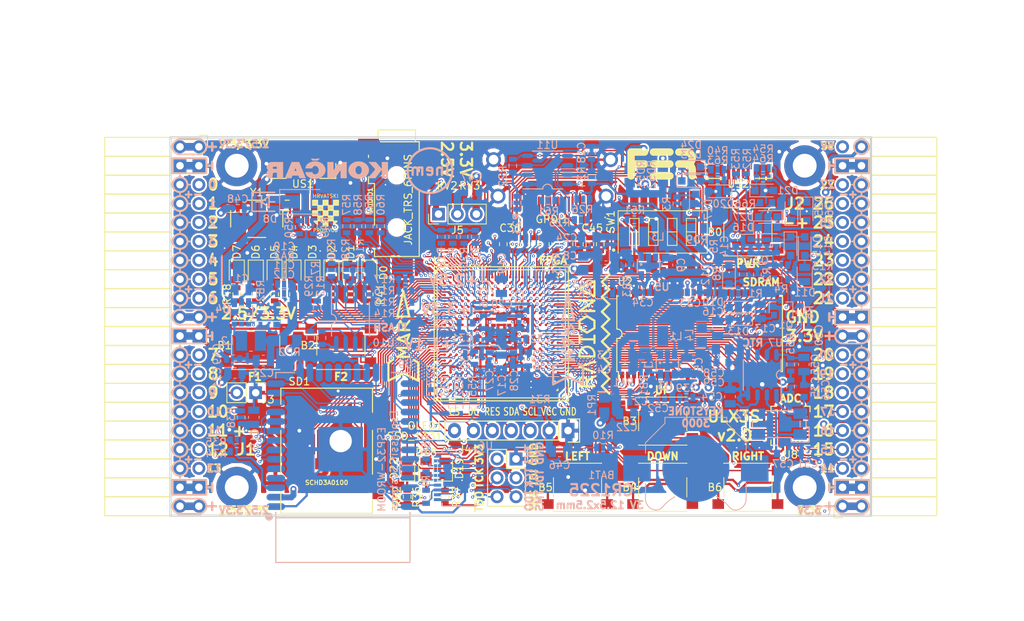
<source format=kicad_pcb>
(kicad_pcb (version 20171130) (host pcbnew 5.0.0-rc2+dfsg1-3)
  (layers (0 F.Cu signal) (1 In1.Cu signal) (2 In2.Cu signal) (31 B.Cu signal) (34 B.Paste user) (35 F.Paste user) (36 B.SilkS user) (37 F.SilkS user) (38 B.Mask user) (39 F.Mask user) (44 Edge.Cuts user))
  (net 0 "")
  (net 1 GND)
  (net 2 +5V)
  (net 3 /gpio/IN5V)
  (net 4 /gpio/OUT5V)
  (net 5 +3V3)
  (net 6 BTN_D)
  (net 7 BTN_F1)
  (net 8 BTN_F2)
  (net 9 BTN_L)
  (net 10 BTN_R)
  (net 11 BTN_U)
  (net 12 /power/FB1)
  (net 13 +2V5)
  (net 14 /power/PWREN)
  (net 15 /power/FB3)
  (net 16 /power/FB2)
  (net 17 /power/VBAT)
  (net 18 JTAG_TDI)
  (net 19 JTAG_TCK)
  (net 20 JTAG_TMS)
  (net 21 JTAG_TDO)
  (net 22 /power/WAKEUPn)
  (net 23 /power/WKUP)
  (net 24 /power/SHUT)
  (net 25 /power/WAKE)
  (net 26 /power/HOLD)
  (net 27 /power/WKn)
  (net 28 /power/OSCI_32k)
  (net 29 /power/OSCO_32k)
  (net 30 SHUTDOWN)
  (net 31 GPDI_SDA)
  (net 32 GPDI_SCL)
  (net 33 /gpdi/VREF2)
  (net 34 SD_CMD)
  (net 35 SD_CLK)
  (net 36 SD_D0)
  (net 37 SD_D1)
  (net 38 USB5V)
  (net 39 GPDI_CEC)
  (net 40 nRESET)
  (net 41 FTDI_nDTR)
  (net 42 SDRAM_CKE)
  (net 43 SDRAM_A7)
  (net 44 SDRAM_D15)
  (net 45 SDRAM_BA1)
  (net 46 SDRAM_D7)
  (net 47 SDRAM_A6)
  (net 48 SDRAM_CLK)
  (net 49 SDRAM_D13)
  (net 50 SDRAM_BA0)
  (net 51 SDRAM_D6)
  (net 52 SDRAM_A5)
  (net 53 SDRAM_D14)
  (net 54 SDRAM_A11)
  (net 55 SDRAM_D12)
  (net 56 SDRAM_D5)
  (net 57 SDRAM_A4)
  (net 58 SDRAM_A10)
  (net 59 SDRAM_D11)
  (net 60 SDRAM_A3)
  (net 61 SDRAM_D4)
  (net 62 SDRAM_D10)
  (net 63 SDRAM_D9)
  (net 64 SDRAM_A9)
  (net 65 SDRAM_D3)
  (net 66 SDRAM_D8)
  (net 67 SDRAM_A8)
  (net 68 SDRAM_A2)
  (net 69 SDRAM_A1)
  (net 70 SDRAM_A0)
  (net 71 SDRAM_D2)
  (net 72 SDRAM_D1)
  (net 73 SDRAM_D0)
  (net 74 SDRAM_DQM0)
  (net 75 SDRAM_nCS)
  (net 76 SDRAM_nRAS)
  (net 77 SDRAM_DQM1)
  (net 78 SDRAM_nCAS)
  (net 79 SDRAM_nWE)
  (net 80 /flash/FLASH_nWP)
  (net 81 /flash/FLASH_nHOLD)
  (net 82 /flash/FLASH_MOSI)
  (net 83 /flash/FLASH_MISO)
  (net 84 /flash/FLASH_SCK)
  (net 85 /flash/FLASH_nCS)
  (net 86 /flash/FPGA_PROGRAMN)
  (net 87 /flash/FPGA_DONE)
  (net 88 /flash/FPGA_INITN)
  (net 89 OLED_RES)
  (net 90 OLED_DC)
  (net 91 OLED_CS)
  (net 92 WIFI_EN)
  (net 93 FTDI_nRTS)
  (net 94 FTDI_TXD)
  (net 95 FTDI_RXD)
  (net 96 WIFI_RXD)
  (net 97 WIFI_GPIO0)
  (net 98 WIFI_TXD)
  (net 99 USB_FTDI_D+)
  (net 100 USB_FTDI_D-)
  (net 101 SD_D3)
  (net 102 AUDIO_L3)
  (net 103 AUDIO_L2)
  (net 104 AUDIO_L1)
  (net 105 AUDIO_L0)
  (net 106 AUDIO_R3)
  (net 107 AUDIO_R2)
  (net 108 AUDIO_R1)
  (net 109 AUDIO_R0)
  (net 110 OLED_CLK)
  (net 111 OLED_MOSI)
  (net 112 LED0)
  (net 113 LED1)
  (net 114 LED2)
  (net 115 LED3)
  (net 116 LED4)
  (net 117 LED5)
  (net 118 LED6)
  (net 119 LED7)
  (net 120 BTN_PWRn)
  (net 121 FTDI_nTXLED)
  (net 122 FTDI_nSLEEP)
  (net 123 /blinkey/LED_PWREN)
  (net 124 /blinkey/LED_TXLED)
  (net 125 /sdcard/SD3V3)
  (net 126 SD_D2)
  (net 127 CLK_25MHz)
  (net 128 /blinkey/BTNPUL)
  (net 129 /blinkey/BTNPUR)
  (net 130 USB_FPGA_D+)
  (net 131 /power/FTDI_nSUSPEND)
  (net 132 /blinkey/ALED0)
  (net 133 /blinkey/ALED1)
  (net 134 /blinkey/ALED2)
  (net 135 /blinkey/ALED3)
  (net 136 /blinkey/ALED4)
  (net 137 /blinkey/ALED5)
  (net 138 /blinkey/ALED6)
  (net 139 /blinkey/ALED7)
  (net 140 /usb/FTD-)
  (net 141 /usb/FTD+)
  (net 142 ADC_MISO)
  (net 143 ADC_MOSI)
  (net 144 ADC_CSn)
  (net 145 ADC_SCLK)
  (net 146 SW3)
  (net 147 SW2)
  (net 148 SW1)
  (net 149 USB_FPGA_D-)
  (net 150 /usb/FPD+)
  (net 151 /usb/FPD-)
  (net 152 WIFI_GPIO16)
  (net 153 /usb/ANT_433MHz)
  (net 154 /power/PWRBTn)
  (net 155 PROG_DONE)
  (net 156 /power/P3V3)
  (net 157 /power/P2V5)
  (net 158 /power/L1)
  (net 159 /power/L3)
  (net 160 /power/L2)
  (net 161 FTDI_TXDEN)
  (net 162 SDRAM_A12)
  (net 163 /analog/AUDIO_V)
  (net 164 AUDIO_V3)
  (net 165 AUDIO_V2)
  (net 166 AUDIO_V1)
  (net 167 AUDIO_V0)
  (net 168 /blinkey/LED_WIFI)
  (net 169 /power/P1V1)
  (net 170 +1V1)
  (net 171 SW4)
  (net 172 /blinkey/SWPU)
  (net 173 /wifi/WIFIEN)
  (net 174 FT2V5)
  (net 175 GN0)
  (net 176 GP0)
  (net 177 GN1)
  (net 178 GP1)
  (net 179 GN2)
  (net 180 GP2)
  (net 181 GN3)
  (net 182 GP3)
  (net 183 GN4)
  (net 184 GP4)
  (net 185 GN5)
  (net 186 GP5)
  (net 187 GN6)
  (net 188 GP6)
  (net 189 GN14)
  (net 190 GP14)
  (net 191 GN15)
  (net 192 GP15)
  (net 193 GN16)
  (net 194 GP16)
  (net 195 GN17)
  (net 196 GP17)
  (net 197 GN18)
  (net 198 GP18)
  (net 199 GN19)
  (net 200 GP19)
  (net 201 GN20)
  (net 202 GP20)
  (net 203 GN21)
  (net 204 GP21)
  (net 205 GN22)
  (net 206 GP22)
  (net 207 GN23)
  (net 208 GP23)
  (net 209 GN24)
  (net 210 GP24)
  (net 211 GN25)
  (net 212 GP25)
  (net 213 GN26)
  (net 214 GP26)
  (net 215 GN27)
  (net 216 GP27)
  (net 217 GN7)
  (net 218 GP7)
  (net 219 GN8)
  (net 220 GP8)
  (net 221 GN9)
  (net 222 GP9)
  (net 223 GN10)
  (net 224 GP10)
  (net 225 GN11)
  (net 226 GP11)
  (net 227 GN12)
  (net 228 GP12)
  (net 229 GN13)
  (net 230 GP13)
  (net 231 WIFI_GPIO5)
  (net 232 WIFI_GPIO17)
  (net 233 USB_FPGA_PULL_D+)
  (net 234 USB_FPGA_PULL_D-)
  (net 235 "Net-(D23-Pad2)")
  (net 236 "Net-(D24-Pad1)")
  (net 237 "Net-(D25-Pad2)")
  (net 238 "Net-(D26-Pad1)")
  (net 239 /gpdi/GPDI_ETH+)
  (net 240 FPDI_ETH+)
  (net 241 /gpdi/GPDI_ETH-)
  (net 242 FPDI_ETH-)
  (net 243 /gpdi/GPDI_D2-)
  (net 244 FPDI_D2-)
  (net 245 /gpdi/GPDI_D1-)
  (net 246 FPDI_D1-)
  (net 247 /gpdi/GPDI_D0-)
  (net 248 FPDI_D0-)
  (net 249 /gpdi/GPDI_CLK-)
  (net 250 FPDI_CLK-)
  (net 251 /gpdi/GPDI_D2+)
  (net 252 FPDI_D2+)
  (net 253 /gpdi/GPDI_D1+)
  (net 254 FPDI_D1+)
  (net 255 /gpdi/GPDI_D0+)
  (net 256 FPDI_D0+)
  (net 257 /gpdi/GPDI_CLK+)
  (net 258 FPDI_CLK+)
  (net 259 FPDI_SDA)
  (net 260 FPDI_SCL)
  (net 261 /gpdi/FPDI_CEC)
  (net 262 2V5_3V3)
  (net 263 "Net-(AUDIO1-Pad5)")
  (net 264 "Net-(AUDIO1-Pad6)")
  (net 265 "Net-(U1-PadA15)")
  (net 266 "Net-(U1-PadC9)")
  (net 267 "Net-(U1-PadD9)")
  (net 268 "Net-(U1-PadD10)")
  (net 269 "Net-(U1-PadD11)")
  (net 270 "Net-(U1-PadD12)")
  (net 271 "Net-(U1-PadE6)")
  (net 272 "Net-(U1-PadE9)")
  (net 273 "Net-(U1-PadE10)")
  (net 274 "Net-(U1-PadE11)")
  (net 275 "Net-(U1-PadJ4)")
  (net 276 "Net-(U1-PadJ5)")
  (net 277 "Net-(U1-PadK5)")
  (net 278 "Net-(U1-PadL5)")
  (net 279 "Net-(U1-PadM4)")
  (net 280 "Net-(U1-PadM5)")
  (net 281 SD_CD)
  (net 282 SD_WP)
  (net 283 "Net-(U1-PadR3)")
  (net 284 "Net-(U1-PadT16)")
  (net 285 "Net-(U1-PadW4)")
  (net 286 "Net-(U1-PadW5)")
  (net 287 "Net-(U1-PadW8)")
  (net 288 "Net-(U1-PadW9)")
  (net 289 "Net-(U1-PadW13)")
  (net 290 "Net-(U1-PadW14)")
  (net 291 "Net-(U1-PadW17)")
  (net 292 "Net-(U1-PadW18)")
  (net 293 FTDI_nRXLED)
  (net 294 "Net-(U8-Pad12)")
  (net 295 "Net-(U8-Pad25)")
  (net 296 "Net-(U9-Pad32)")
  (net 297 "Net-(U9-Pad22)")
  (net 298 "Net-(U9-Pad21)")
  (net 299 "Net-(U9-Pad20)")
  (net 300 "Net-(U9-Pad19)")
  (net 301 "Net-(U9-Pad18)")
  (net 302 "Net-(U9-Pad17)")
  (net 303 "Net-(U9-Pad12)")
  (net 304 "Net-(U9-Pad5)")
  (net 305 "Net-(U9-Pad4)")
  (net 306 "Net-(US1-Pad4)")
  (net 307 "Net-(Y2-Pad3)")
  (net 308 "Net-(Y2-Pad2)")
  (net 309 "Net-(U1-PadK16)")
  (net 310 "Net-(U1-PadK17)")
  (net 311 /usb/US2VBUS)
  (net 312 /power/SHD)
  (net 313 /power/RTCVDD)
  (net 314 "Net-(D27-Pad2)")
  (net 315 US2_ID)
  (net 316 /analog/AUDIO_L)
  (net 317 /analog/AUDIO_R)
  (net 318 /analog/ADC3V3)
  (module Keystone_3000_1x12mm-CoinCell:Keystone_3000_1x12mm-CoinCell (layer B.Cu) (at 164.585 105.87 90)
    (fp_text reference BAT1 (at -0.907 -12.685 180) (layer B.SilkS) (effects (justify mirror)))
    (fp_text value CR1225)
    (pad 1 smd rect (at 0 7.9 180) (size 3.7 3.5) (layers B.Cu B.Paste B.Mask) (net 17 /power/VBAT) (clearance 0.7))
    (pad 1 smd rect (at 0 -7.9 180) (size 3.7 3.5) (layers B.Cu B.Paste B.Mask) (net 17 /power/VBAT) (clearance 0.7))
    (pad 2 smd circle (at 0 0 180) (size 9 9) (layers B.Cu B.Mask) (net 1 GND))
  )
  (module SM8:SM8 (layer B.Cu) (at 144.68 65.8015 90)
    (fp_text reference U11 (at 3.3475 -0.019 -180) (layer B.SilkS) (effects (justify mirror)))
    (fp_text value PCA9306D)
    (pad 1 smd rect (at -1.905 -2.7) (size 1.55 0.6) (layers B.Cu B.Paste B.Mask) (net 1 GND))
    (pad 2 smd oval (at -0.635 -2.7) (size 1.55 0.6) (layers B.Cu B.Paste B.Mask) (net 13 +2V5))
    (pad 3 smd oval (at 0.635 -2.7) (size 1.55 0.6) (layers B.Cu B.Paste B.Mask) (net 260 FPDI_SCL))
    (pad 4 smd oval (at 1.905 -2.7) (size 1.55 0.6) (layers B.Cu B.Paste B.Mask) (net 259 FPDI_SDA))
    (pad 5 smd oval (at 1.905 2.7) (size 1.55 0.6) (layers B.Cu B.Paste B.Mask) (net 31 GPDI_SDA))
    (pad 6 smd oval (at 0.635 2.7) (size 1.55 0.6) (layers B.Cu B.Paste B.Mask) (net 32 GPDI_SCL))
    (pad 7 smd oval (at -0.635 2.7) (size 1.55 0.6) (layers B.Cu B.Paste B.Mask) (net 33 /gpdi/VREF2))
    (pad 8 smd oval (at -1.905 2.7) (size 1.55 0.6) (layers B.Cu B.Paste B.Mask) (net 5 +3V3))
  )
  (module TSOP54:TSOP54 (layer F.Cu) (at 165.093 87.8 90)
    (fp_text reference U2 (at 6.98 -9.993 180) (layer F.SilkS))
    (fp_text value MT48LC16M16A2TG)
    (pad 28 smd rect (at 5.53 10.4 90) (size 0.9 0.56) (layers F.Cu F.Paste F.Mask) (net 1 GND))
    (pad 1 smd rect (at -5.53 -10.4 90) (size 0.9 0.56) (layers F.Cu F.Paste F.Mask) (net 5 +3V3))
    (pad 2 smd rect (at -5.53 -9.6 90) (size 0.9 0.56) (layers F.Cu F.Paste F.Mask) (net 73 SDRAM_D0))
    (pad 3 smd rect (at -5.53 -8.8 90) (size 0.9 0.56) (layers F.Cu F.Paste F.Mask) (net 5 +3V3))
    (pad 4 smd rect (at -5.53 -8 90) (size 0.9 0.56) (layers F.Cu F.Paste F.Mask) (net 72 SDRAM_D1))
    (pad 5 smd rect (at -5.53 -7.2 90) (size 0.9 0.56) (layers F.Cu F.Paste F.Mask) (net 71 SDRAM_D2))
    (pad 6 smd rect (at -5.53 -6.4 90) (size 0.9 0.56) (layers F.Cu F.Paste F.Mask) (net 1 GND))
    (pad 7 smd rect (at -5.53 -5.6 90) (size 0.9 0.56) (layers F.Cu F.Paste F.Mask) (net 65 SDRAM_D3))
    (pad 8 smd rect (at -5.53 -4.8 90) (size 0.9 0.56) (layers F.Cu F.Paste F.Mask) (net 61 SDRAM_D4))
    (pad 9 smd rect (at -5.53 -4 90) (size 0.9 0.56) (layers F.Cu F.Paste F.Mask) (net 5 +3V3))
    (pad 10 smd rect (at -5.53 -3.2 90) (size 0.9 0.56) (layers F.Cu F.Paste F.Mask) (net 56 SDRAM_D5))
    (pad 11 smd rect (at -5.53 -2.4 90) (size 0.9 0.56) (layers F.Cu F.Paste F.Mask) (net 51 SDRAM_D6))
    (pad 12 smd rect (at -5.53 -1.6 90) (size 0.9 0.56) (layers F.Cu F.Paste F.Mask) (net 1 GND))
    (pad 13 smd rect (at -5.53 -0.8 90) (size 0.9 0.56) (layers F.Cu F.Paste F.Mask) (net 46 SDRAM_D7))
    (pad 14 smd rect (at -5.53 0 90) (size 0.9 0.56) (layers F.Cu F.Paste F.Mask) (net 5 +3V3))
    (pad 15 smd rect (at -5.53 0.8 90) (size 0.9 0.56) (layers F.Cu F.Paste F.Mask) (net 74 SDRAM_DQM0))
    (pad 16 smd rect (at -5.53 1.6 90) (size 0.9 0.56) (layers F.Cu F.Paste F.Mask) (net 79 SDRAM_nWE))
    (pad 17 smd rect (at -5.53 2.4 90) (size 0.9 0.56) (layers F.Cu F.Paste F.Mask) (net 78 SDRAM_nCAS))
    (pad 18 smd rect (at -5.53 3.2 90) (size 0.9 0.56) (layers F.Cu F.Paste F.Mask) (net 76 SDRAM_nRAS))
    (pad 19 smd rect (at -5.53 4 90) (size 0.9 0.56) (layers F.Cu F.Paste F.Mask) (net 75 SDRAM_nCS))
    (pad 20 smd rect (at -5.53 4.8 90) (size 0.9 0.56) (layers F.Cu F.Paste F.Mask) (net 50 SDRAM_BA0))
    (pad 21 smd rect (at -5.53 5.6 90) (size 0.9 0.56) (layers F.Cu F.Paste F.Mask) (net 45 SDRAM_BA1))
    (pad 22 smd rect (at -5.53 6.4 90) (size 0.9 0.56) (layers F.Cu F.Paste F.Mask) (net 58 SDRAM_A10))
    (pad 23 smd rect (at -5.53 7.2 90) (size 0.9 0.56) (layers F.Cu F.Paste F.Mask) (net 70 SDRAM_A0))
    (pad 24 smd rect (at -5.53 8 90) (size 0.9 0.56) (layers F.Cu F.Paste F.Mask) (net 69 SDRAM_A1))
    (pad 25 smd rect (at -5.53 8.8 90) (size 0.9 0.56) (layers F.Cu F.Paste F.Mask) (net 68 SDRAM_A2))
    (pad 26 smd rect (at -5.53 9.6 90) (size 0.9 0.56) (layers F.Cu F.Paste F.Mask) (net 60 SDRAM_A3))
    (pad 27 smd rect (at -5.53 10.4 90) (size 0.9 0.56) (layers F.Cu F.Paste F.Mask) (net 5 +3V3))
    (pad 29 smd rect (at 5.53 9.6 90) (size 0.9 0.56) (layers F.Cu F.Paste F.Mask) (net 57 SDRAM_A4))
    (pad 30 smd rect (at 5.53 8.8 90) (size 0.9 0.56) (layers F.Cu F.Paste F.Mask) (net 52 SDRAM_A5))
    (pad 31 smd rect (at 5.53 8 90) (size 0.9 0.56) (layers F.Cu F.Paste F.Mask) (net 47 SDRAM_A6))
    (pad 32 smd rect (at 5.53 7.2 90) (size 0.9 0.56) (layers F.Cu F.Paste F.Mask) (net 43 SDRAM_A7))
    (pad 33 smd rect (at 5.53 6.4 90) (size 0.9 0.56) (layers F.Cu F.Paste F.Mask) (net 67 SDRAM_A8))
    (pad 34 smd rect (at 5.53 5.6 90) (size 0.9 0.56) (layers F.Cu F.Paste F.Mask) (net 64 SDRAM_A9))
    (pad 35 smd rect (at 5.53 4.8 90) (size 0.9 0.56) (layers F.Cu F.Paste F.Mask) (net 54 SDRAM_A11))
    (pad 36 smd rect (at 5.53 4 90) (size 0.9 0.56) (layers F.Cu F.Paste F.Mask) (net 162 SDRAM_A12))
    (pad 37 smd rect (at 5.53 3.2 90) (size 0.9 0.56) (layers F.Cu F.Paste F.Mask) (net 42 SDRAM_CKE))
    (pad 38 smd rect (at 5.53 2.4 90) (size 0.9 0.56) (layers F.Cu F.Paste F.Mask) (net 48 SDRAM_CLK))
    (pad 39 smd rect (at 5.53 1.6 90) (size 0.9 0.56) (layers F.Cu F.Paste F.Mask) (net 77 SDRAM_DQM1))
    (pad 40 smd rect (at 5.53 0.8 90) (size 0.9 0.56) (layers F.Cu F.Paste F.Mask))
    (pad 41 smd rect (at 5.53 0 90) (size 0.9 0.56) (layers F.Cu F.Paste F.Mask) (net 1 GND))
    (pad 42 smd rect (at 5.53 -0.8 90) (size 0.9 0.56) (layers F.Cu F.Paste F.Mask) (net 66 SDRAM_D8))
    (pad 43 smd rect (at 5.53 -1.6 90) (size 0.9 0.56) (layers F.Cu F.Paste F.Mask) (net 5 +3V3))
    (pad 44 smd rect (at 5.53 -2.4 90) (size 0.9 0.56) (layers F.Cu F.Paste F.Mask) (net 63 SDRAM_D9))
    (pad 45 smd rect (at 5.53 -3.2 90) (size 0.9 0.56) (layers F.Cu F.Paste F.Mask) (net 62 SDRAM_D10))
    (pad 46 smd rect (at 5.53 -4 90) (size 0.9 0.56) (layers F.Cu F.Paste F.Mask) (net 1 GND))
    (pad 47 smd rect (at 5.53 -4.8 90) (size 0.9 0.56) (layers F.Cu F.Paste F.Mask) (net 59 SDRAM_D11))
    (pad 48 smd rect (at 5.53 -5.6 90) (size 0.9 0.56) (layers F.Cu F.Paste F.Mask) (net 55 SDRAM_D12))
    (pad 49 smd rect (at 5.53 -6.4 90) (size 0.9 0.56) (layers F.Cu F.Paste F.Mask) (net 5 +3V3))
    (pad 50 smd rect (at 5.53 -7.2 90) (size 0.9 0.56) (layers F.Cu F.Paste F.Mask) (net 49 SDRAM_D13))
    (pad 51 smd rect (at 5.53 -8 90) (size 0.9 0.56) (layers F.Cu F.Paste F.Mask) (net 53 SDRAM_D14))
    (pad 52 smd rect (at 5.53 -8.8 90) (size 0.9 0.56) (layers F.Cu F.Paste F.Mask) (net 1 GND))
    (pad 53 smd rect (at 5.53 -9.6 90) (size 0.9 0.56) (layers F.Cu F.Paste F.Mask) (net 44 SDRAM_D15))
    (pad 54 smd rect (at 5.53 -10.4 90) (size 0.9 0.56) (layers F.Cu F.Paste F.Mask) (net 1 GND))
  )
  (module SOA008-150mil:SOA008-150-208mil (layer B.Cu) (at 118.245 85.822 270)
    (fp_text reference U10 (at 3.175 -4.445) (layer B.SilkS) (effects (justify mirror)))
    (fp_text value IS25LP128F-JBLE)
    (pad 1 smd rect (at -3.302 1.905 270) (size 2.1 0.6) (layers B.Cu B.Paste B.Mask) (net 85 /flash/FLASH_nCS))
    (pad 2 smd oval (at -3.302 0.635 270) (size 2.1 0.6) (layers B.Cu B.Paste B.Mask) (net 83 /flash/FLASH_MISO))
    (pad 3 smd oval (at -3.302 -0.635 270) (size 2.1 0.6) (layers B.Cu B.Paste B.Mask) (net 80 /flash/FLASH_nWP))
    (pad 4 smd oval (at -3.302 -1.905 270) (size 2.1 0.6) (layers B.Cu B.Paste B.Mask) (net 1 GND))
    (pad 5 smd oval (at 3.302 -1.905 270) (size 2.1 0.6) (layers B.Cu B.Paste B.Mask) (net 82 /flash/FLASH_MOSI))
    (pad 6 smd oval (at 3.302 -0.635 270) (size 2.1 0.6) (layers B.Cu B.Paste B.Mask) (net 84 /flash/FLASH_SCK))
    (pad 7 smd oval (at 3.302 0.635 270) (size 2.1 0.6) (layers B.Cu B.Paste B.Mask) (net 81 /flash/FLASH_nHOLD))
    (pad 8 smd oval (at 3.302 1.905 270) (size 2.1 0.6) (layers B.Cu B.Paste B.Mask) (net 5 +3V3))
  )
  (module SOT96-1:SOT96-1 (layer B.Cu) (at 173.49 93.315 90)
    (fp_text reference U7 (at 4.318 1.778 180) (layer B.SilkS) (effects (justify mirror)))
    (fp_text value PCF8523)
    (pad 1 smd rect (at -2.7 1.905 90) (size 1.55 0.6) (layers B.Cu B.Paste B.Mask) (net 28 /power/OSCI_32k))
    (pad 2 smd oval (at -2.7 0.635 90) (size 1.55 0.6) (layers B.Cu B.Paste B.Mask) (net 29 /power/OSCO_32k))
    (pad 3 smd oval (at -2.7 -0.635 90) (size 1.55 0.6) (layers B.Cu B.Paste B.Mask) (net 17 /power/VBAT))
    (pad 4 smd oval (at -2.7 -1.905 90) (size 1.55 0.6) (layers B.Cu B.Paste B.Mask) (net 1 GND))
    (pad 5 smd oval (at 2.7 -1.905 90) (size 1.55 0.6) (layers B.Cu B.Paste B.Mask) (net 259 FPDI_SDA))
    (pad 6 smd oval (at 2.7 -0.635 90) (size 1.55 0.6) (layers B.Cu B.Paste B.Mask) (net 260 FPDI_SCL))
    (pad 7 smd oval (at 2.7 0.635 90) (size 1.55 0.6) (layers B.Cu B.Paste B.Mask) (net 22 /power/WAKEUPn))
    (pad 8 smd oval (at 2.7 1.905 90) (size 1.55 0.6) (layers B.Cu B.Paste B.Mask) (net 313 /power/RTCVDD))
  )
  (module ft231x:FT231X-SSOP-20_4.4x6.5mm_Pitch0.65mm (layer B.Cu) (at 132.835 107.14 180)
    (fp_text reference U6 (at -3.556 4.318 180) (layer B.SilkS) (effects (justify mirror)))
    (fp_text value FT231XS)
    (pad 20 smd rect (at 2.9 2.925 180) (size 1 0.4) (layers B.Cu B.Paste B.Mask) (net 94 FTDI_TXD))
    (pad 19 smd rect (at 2.9 2.275 180) (size 1 0.4) (layers B.Cu B.Paste B.Mask) (net 122 FTDI_nSLEEP))
    (pad 18 smd rect (at 2.9 1.625 180) (size 1 0.4) (layers B.Cu B.Paste B.Mask) (net 161 FTDI_TXDEN))
    (pad 17 smd rect (at 2.9 0.975 180) (size 1 0.4) (layers B.Cu B.Paste B.Mask) (net 293 FTDI_nRXLED))
    (pad 16 smd rect (at 2.9 0.325 180) (size 1 0.4) (layers B.Cu B.Paste B.Mask) (net 1 GND))
    (pad 15 smd rect (at 2.9 -0.325 180) (size 1 0.4) (layers B.Cu B.Paste B.Mask) (net 38 USB5V))
    (pad 14 smd rect (at 2.9 -0.975 180) (size 1 0.4) (layers B.Cu B.Paste B.Mask) (net 40 nRESET))
    (pad 13 smd rect (at 2.9 -1.625 180) (size 1 0.4) (layers B.Cu B.Paste B.Mask) (net 174 FT2V5))
    (pad 12 smd rect (at 2.9 -2.275 180) (size 1 0.4) (layers B.Cu B.Paste B.Mask) (net 100 USB_FTDI_D-))
    (pad 11 smd rect (at 2.9 -2.925 180) (size 1 0.4) (layers B.Cu B.Paste B.Mask) (net 99 USB_FTDI_D+))
    (pad 10 smd rect (at -2.9 -2.925 180) (size 1 0.4) (layers B.Cu B.Paste B.Mask) (net 121 FTDI_nTXLED))
    (pad 9 smd rect (at -2.9 -2.275 180) (size 1 0.4) (layers B.Cu B.Paste B.Mask) (net 21 JTAG_TDO))
    (pad 8 smd rect (at -2.9 -1.625 180) (size 1 0.4) (layers B.Cu B.Paste B.Mask) (net 20 JTAG_TMS))
    (pad 7 smd rect (at -2.9 -0.975 180) (size 1 0.4) (layers B.Cu B.Paste B.Mask) (net 19 JTAG_TCK))
    (pad 6 smd rect (at -2.9 -0.325 180) (size 1 0.4) (layers B.Cu B.Paste B.Mask) (net 1 GND))
    (pad 5 smd rect (at -2.9 0.325 180) (size 1 0.4) (layers B.Cu B.Paste B.Mask) (net 18 JTAG_TDI))
    (pad 4 smd rect (at -2.9 0.975 180) (size 1 0.4) (layers B.Cu B.Paste B.Mask) (net 95 FTDI_RXD))
    (pad 3 smd rect (at -2.9 1.625 180) (size 1 0.4) (layers B.Cu B.Paste B.Mask) (net 174 FT2V5))
    (pad 2 smd rect (at -2.9 2.275 180) (size 1 0.4) (layers B.Cu B.Paste B.Mask) (net 93 FTDI_nRTS))
    (pad 1 smd rect (at -2.9 2.925 180) (size 1 0.4) (layers B.Cu B.Paste B.Mask) (net 41 FTDI_nDTR))
  )
  (module TSOT-25:TSOT-25 (layer B.Cu) (at 158.235 78.692)
    (fp_text reference U5 (at 1.793 2.812) (layer B.SilkS) (effects (font (thickness 0.2)) (justify mirror)))
    (fp_text value TLV62569DBV)
    (pad 1 smd rect (at -0.95 -1.3) (size 0.7 1.2) (layers B.Cu B.Paste B.Mask) (net 14 /power/PWREN))
    (pad 2 smd rect (at 0 -1.3) (size 0.7 1.2) (layers B.Cu B.Paste B.Mask) (net 1 GND))
    (pad 3 smd rect (at 0.95 -1.3) (size 0.7 1.2) (layers B.Cu B.Paste B.Mask) (net 159 /power/L3))
    (pad 4 smd rect (at 0.95 1.3) (size 0.7 1.2) (layers B.Cu B.Paste B.Mask) (net 2 +5V))
    (pad 5 smd rect (at -0.95 1.3) (size 0.7 1.2) (layers B.Cu B.Paste B.Mask) (net 15 /power/FB3))
  )
  (module TSOT-25:TSOT-25 (layer B.Cu) (at 160.775 91.9)
    (fp_text reference U3 (at -0.295 2.9) (layer B.SilkS) (effects (font (thickness 0.2)) (justify mirror)))
    (fp_text value TLV62569DBV)
    (pad 1 smd rect (at -0.95 -1.3) (size 0.7 1.2) (layers B.Cu B.Paste B.Mask) (net 14 /power/PWREN))
    (pad 2 smd rect (at 0 -1.3) (size 0.7 1.2) (layers B.Cu B.Paste B.Mask) (net 1 GND))
    (pad 3 smd rect (at 0.95 -1.3) (size 0.7 1.2) (layers B.Cu B.Paste B.Mask) (net 158 /power/L1))
    (pad 4 smd rect (at 0.95 1.3) (size 0.7 1.2) (layers B.Cu B.Paste B.Mask) (net 2 +5V))
    (pad 5 smd rect (at -0.95 1.3) (size 0.7 1.2) (layers B.Cu B.Paste B.Mask) (net 12 /power/FB1))
  )
  (module TSOT-25:TSOT-25 (layer B.Cu) (at 103.625 84.915 180)
    (fp_text reference U4 (at 2.525 0.4265 180) (layer B.SilkS) (effects (font (thickness 0.2)) (justify mirror)))
    (fp_text value TLV62569DBV)
    (pad 1 smd rect (at -0.95 -1.3 180) (size 0.7 1.2) (layers B.Cu B.Paste B.Mask) (net 14 /power/PWREN))
    (pad 2 smd rect (at 0 -1.3 180) (size 0.7 1.2) (layers B.Cu B.Paste B.Mask) (net 1 GND))
    (pad 3 smd rect (at 0.95 -1.3 180) (size 0.7 1.2) (layers B.Cu B.Paste B.Mask) (net 160 /power/L2))
    (pad 4 smd rect (at 0.95 1.3 180) (size 0.7 1.2) (layers B.Cu B.Paste B.Mask) (net 2 +5V))
    (pad 5 smd rect (at -0.95 1.3 180) (size 0.7 1.2) (layers B.Cu B.Paste B.Mask) (net 16 /power/FB2))
  )
  (module ESP32:ESP32-WROOM (layer B.Cu) (at 117.23 105.75 180)
    (fp_text reference U9 (at -8.366 13.85 180) (layer B.SilkS) (effects (justify mirror)))
    (fp_text value ESP-WROOM32)
    (fp_text user "Espressif Systems" (at -6.858 0.889 90) (layer B.SilkS) (effects (justify mirror)))
    (fp_text user ESP32-WROOM (at -5.207 -0.254 90) (layer B.SilkS) (effects (justify mirror)))
    (pad 38 smd oval (at -9 -5.25 180) (size 2.5 0.9) (layers B.Cu B.Paste B.Mask) (net 1 GND))
    (pad 37 smd oval (at -9 -3.98 180) (size 2.5 0.9) (layers B.Cu B.Paste B.Mask) (net 18 JTAG_TDI))
    (pad 36 smd oval (at -9 -2.71 180) (size 2.5 0.9) (layers B.Cu B.Paste B.Mask) (net 155 PROG_DONE))
    (pad 35 smd oval (at -9 -1.44 180) (size 2.5 0.9) (layers B.Cu B.Paste B.Mask) (net 98 WIFI_TXD))
    (pad 34 smd oval (at -9 -0.17 180) (size 2.5 0.9) (layers B.Cu B.Paste B.Mask) (net 96 WIFI_RXD))
    (pad 33 smd oval (at -9 1.1 180) (size 2.5 0.9) (layers B.Cu B.Paste B.Mask) (net 20 JTAG_TMS))
    (pad 32 smd oval (at -9 2.37 180) (size 2.5 0.9) (layers B.Cu B.Paste B.Mask) (net 296 "Net-(U9-Pad32)"))
    (pad 31 smd oval (at -9 3.64 180) (size 2.5 0.9) (layers B.Cu B.Paste B.Mask) (net 21 JTAG_TDO))
    (pad 30 smd oval (at -9 4.91 180) (size 2.5 0.9) (layers B.Cu B.Paste B.Mask) (net 19 JTAG_TCK))
    (pad 29 smd oval (at -9 6.18 180) (size 2.5 0.9) (layers B.Cu B.Paste B.Mask) (net 231 WIFI_GPIO5))
    (pad 28 smd oval (at -9 7.45 180) (size 2.5 0.9) (layers B.Cu B.Paste B.Mask) (net 232 WIFI_GPIO17))
    (pad 27 smd oval (at -9 8.72 180) (size 2.5 0.9) (layers B.Cu B.Paste B.Mask) (net 152 WIFI_GPIO16))
    (pad 26 smd oval (at -9 9.99 180) (size 2.5 0.9) (layers B.Cu B.Paste B.Mask) (net 37 SD_D1))
    (pad 25 smd oval (at -9 11.26 180) (size 2.5 0.9) (layers B.Cu B.Paste B.Mask) (net 97 WIFI_GPIO0))
    (pad 24 smd oval (at -5.715 12.75 180) (size 0.9 2.5) (layers B.Cu B.Paste B.Mask) (net 36 SD_D0))
    (pad 23 smd oval (at -4.445 12.75 180) (size 0.9 2.5) (layers B.Cu B.Paste B.Mask) (net 34 SD_CMD))
    (pad 22 smd oval (at -3.175 12.75 180) (size 0.9 2.5) (layers B.Cu B.Paste B.Mask) (net 297 "Net-(U9-Pad22)"))
    (pad 21 smd oval (at -1.905 12.75 180) (size 0.9 2.5) (layers B.Cu B.Paste B.Mask) (net 298 "Net-(U9-Pad21)"))
    (pad 20 smd oval (at -0.635 12.75 180) (size 0.9 2.5) (layers B.Cu B.Paste B.Mask) (net 299 "Net-(U9-Pad20)"))
    (pad 19 smd oval (at 0.635 12.75 180) (size 0.9 2.5) (layers B.Cu B.Paste B.Mask) (net 300 "Net-(U9-Pad19)"))
    (pad 18 smd oval (at 1.905 12.75 180) (size 0.9 2.5) (layers B.Cu B.Paste B.Mask) (net 301 "Net-(U9-Pad18)"))
    (pad 17 smd oval (at 3.175 12.75 180) (size 0.9 2.5) (layers B.Cu B.Paste B.Mask) (net 302 "Net-(U9-Pad17)"))
    (pad 16 smd oval (at 4.445 12.75 180) (size 0.9 2.5) (layers B.Cu B.Paste B.Mask) (net 101 SD_D3))
    (pad 15 smd oval (at 5.715 12.75 180) (size 0.9 2.5) (layers B.Cu B.Paste B.Mask) (net 1 GND))
    (pad 14 smd oval (at 9 11.26 180) (size 2.5 0.9) (layers B.Cu B.Paste B.Mask) (net 126 SD_D2))
    (pad 13 smd oval (at 9 9.99 180) (size 2.5 0.9) (layers B.Cu B.Paste B.Mask) (net 35 SD_CLK))
    (pad 12 smd oval (at 9 8.72 180) (size 2.5 0.9) (layers B.Cu B.Paste B.Mask) (net 303 "Net-(U9-Pad12)"))
    (pad 11 smd oval (at 9 7.45 180) (size 2.5 0.9) (layers B.Cu B.Paste B.Mask) (net 225 GN11))
    (pad 10 smd oval (at 9 6.18 180) (size 2.5 0.9) (layers B.Cu B.Paste B.Mask) (net 226 GP11))
    (pad 9 smd oval (at 9 4.91 180) (size 2.5 0.9) (layers B.Cu B.Paste B.Mask) (net 227 GN12))
    (pad 8 smd oval (at 9 3.64 180) (size 2.5 0.9) (layers B.Cu B.Paste B.Mask) (net 228 GP12))
    (pad 7 smd oval (at 9 2.37 180) (size 2.5 0.9) (layers B.Cu B.Paste B.Mask) (net 229 GN13))
    (pad 6 smd oval (at 9 1.1 180) (size 2.5 0.9) (layers B.Cu B.Paste B.Mask) (net 230 GP13))
    (pad 5 smd oval (at 9 -0.17 180) (size 2.5 0.9) (layers B.Cu B.Paste B.Mask) (net 304 "Net-(U9-Pad5)"))
    (pad 4 smd oval (at 9 -1.44 180) (size 2.5 0.9) (layers B.Cu B.Paste B.Mask) (net 305 "Net-(U9-Pad4)"))
    (pad 3 smd oval (at 9 -2.71 180) (size 2.5 0.9) (layers B.Cu B.Paste B.Mask) (net 173 /wifi/WIFIEN))
    (pad 2 smd oval (at 9 -3.98 180) (size 2.5 0.9) (layers B.Cu B.Paste B.Mask) (net 5 +3V3))
    (pad 1 smd oval (at 9 -5.25 180) (size 2.5 0.9) (layers B.Cu B.Paste B.Mask) (net 1 GND))
    (pad 39 smd rect (at 0.3 2.45 180) (size 6 6) (layers B.Cu B.Paste B.Mask) (net 1 GND))
  )
  (module inem:inem (layer B.Cu) (at 128.913 65.883)
    (fp_text reference REF** hide)
    (fp_text value inem hide)
    (fp_text user inem (at 0 -0.1) (layer B.SilkS) (effects (font (size 1.5 1.5) (thickness 0.3)) (justify mirror)))
  )
  (module fer:fer4mm6 (layer F.Cu) (at 159.901 64.994)
    (fp_text reference fer hide)
    (fp_text value fer hide)
  )
  (module Socket_Strips:Socket_Strip_Angled_2x20 (layer F.Cu) (at 97.91 62.69 270)
    (fp_text reference J1 (at 40.64 -6.35) (layer F.SilkS) (effects (font (size 1.5 1.5) (thickness 0.3))))
    (fp_text value CONN_02X20 hide)
    (pad 1 thru_hole oval (at 0 0 270) (size 1.7272 1.7272) (drill 1.016) (layers *.Cu *.Mask) (net 262 2V5_3V3))
    (pad 2 thru_hole oval (at 0 2.54 270) (size 1.7272 1.7272) (drill 1.016) (layers *.Cu *.Mask) (net 262 2V5_3V3))
    (pad 3 thru_hole rect (at 2.54 0 270) (size 1.7272 1.7272) (drill 1.016) (layers *.Cu *.Mask) (net 1 GND))
    (pad 4 thru_hole rect (at 2.54 2.54 270) (size 1.7272 1.7272) (drill 1.016) (layers *.Cu *.Mask) (net 1 GND))
    (pad 5 thru_hole oval (at 5.08 0 270) (size 1.7272 1.7272) (drill 1.016) (layers *.Cu *.Mask) (net 175 GN0))
    (pad 6 thru_hole oval (at 5.08 2.54 270) (size 1.7272 1.7272) (drill 1.016) (layers *.Cu *.Mask) (net 176 GP0))
    (pad 7 thru_hole oval (at 7.62 0 270) (size 1.7272 1.7272) (drill 1.016) (layers *.Cu *.Mask) (net 177 GN1))
    (pad 8 thru_hole oval (at 7.62 2.54 270) (size 1.7272 1.7272) (drill 1.016) (layers *.Cu *.Mask) (net 178 GP1))
    (pad 9 thru_hole oval (at 10.16 0 270) (size 1.7272 1.7272) (drill 1.016) (layers *.Cu *.Mask) (net 179 GN2))
    (pad 10 thru_hole oval (at 10.16 2.54 270) (size 1.7272 1.7272) (drill 1.016) (layers *.Cu *.Mask) (net 180 GP2))
    (pad 11 thru_hole oval (at 12.7 0 270) (size 1.7272 1.7272) (drill 1.016) (layers *.Cu *.Mask) (net 181 GN3))
    (pad 12 thru_hole oval (at 12.7 2.54 270) (size 1.7272 1.7272) (drill 1.016) (layers *.Cu *.Mask) (net 182 GP3))
    (pad 13 thru_hole oval (at 15.24 0 270) (size 1.7272 1.7272) (drill 1.016) (layers *.Cu *.Mask) (net 183 GN4))
    (pad 14 thru_hole oval (at 15.24 2.54 270) (size 1.7272 1.7272) (drill 1.016) (layers *.Cu *.Mask) (net 184 GP4))
    (pad 15 thru_hole oval (at 17.78 0 270) (size 1.7272 1.7272) (drill 1.016) (layers *.Cu *.Mask) (net 185 GN5))
    (pad 16 thru_hole oval (at 17.78 2.54 270) (size 1.7272 1.7272) (drill 1.016) (layers *.Cu *.Mask) (net 186 GP5))
    (pad 17 thru_hole oval (at 20.32 0 270) (size 1.7272 1.7272) (drill 1.016) (layers *.Cu *.Mask) (net 187 GN6))
    (pad 18 thru_hole oval (at 20.32 2.54 270) (size 1.7272 1.7272) (drill 1.016) (layers *.Cu *.Mask) (net 188 GP6))
    (pad 19 thru_hole oval (at 22.86 0 270) (size 1.7272 1.7272) (drill 1.016) (layers *.Cu *.Mask) (net 262 2V5_3V3))
    (pad 20 thru_hole oval (at 22.86 2.54 270) (size 1.7272 1.7272) (drill 1.016) (layers *.Cu *.Mask) (net 262 2V5_3V3))
    (pad 21 thru_hole rect (at 25.4 0 270) (size 1.7272 1.7272) (drill 1.016) (layers *.Cu *.Mask) (net 1 GND))
    (pad 22 thru_hole rect (at 25.4 2.54 270) (size 1.7272 1.7272) (drill 1.016) (layers *.Cu *.Mask) (net 1 GND))
    (pad 23 thru_hole oval (at 27.94 0 270) (size 1.7272 1.7272) (drill 1.016) (layers *.Cu *.Mask) (net 217 GN7))
    (pad 24 thru_hole oval (at 27.94 2.54 270) (size 1.7272 1.7272) (drill 1.016) (layers *.Cu *.Mask) (net 218 GP7))
    (pad 25 thru_hole oval (at 30.48 0 270) (size 1.7272 1.7272) (drill 1.016) (layers *.Cu *.Mask) (net 219 GN8))
    (pad 26 thru_hole oval (at 30.48 2.54 270) (size 1.7272 1.7272) (drill 1.016) (layers *.Cu *.Mask) (net 220 GP8))
    (pad 27 thru_hole oval (at 33.02 0 270) (size 1.7272 1.7272) (drill 1.016) (layers *.Cu *.Mask) (net 221 GN9))
    (pad 28 thru_hole oval (at 33.02 2.54 270) (size 1.7272 1.7272) (drill 1.016) (layers *.Cu *.Mask) (net 222 GP9))
    (pad 29 thru_hole oval (at 35.56 0 270) (size 1.7272 1.7272) (drill 1.016) (layers *.Cu *.Mask) (net 223 GN10))
    (pad 30 thru_hole oval (at 35.56 2.54 270) (size 1.7272 1.7272) (drill 1.016) (layers *.Cu *.Mask) (net 224 GP10))
    (pad 31 thru_hole oval (at 38.1 0 270) (size 1.7272 1.7272) (drill 1.016) (layers *.Cu *.Mask) (net 225 GN11))
    (pad 32 thru_hole oval (at 38.1 2.54 270) (size 1.7272 1.7272) (drill 1.016) (layers *.Cu *.Mask) (net 226 GP11))
    (pad 33 thru_hole oval (at 40.64 0 270) (size 1.7272 1.7272) (drill 1.016) (layers *.Cu *.Mask) (net 227 GN12))
    (pad 34 thru_hole oval (at 40.64 2.54 270) (size 1.7272 1.7272) (drill 1.016) (layers *.Cu *.Mask) (net 228 GP12))
    (pad 35 thru_hole oval (at 43.18 0 270) (size 1.7272 1.7272) (drill 1.016) (layers *.Cu *.Mask) (net 229 GN13))
    (pad 36 thru_hole oval (at 43.18 2.54 270) (size 1.7272 1.7272) (drill 1.016) (layers *.Cu *.Mask) (net 230 GP13))
    (pad 37 thru_hole rect (at 45.72 0 270) (size 1.7272 1.7272) (drill 1.016) (layers *.Cu *.Mask) (net 1 GND))
    (pad 38 thru_hole rect (at 45.72 2.54 270) (size 1.7272 1.7272) (drill 1.016) (layers *.Cu *.Mask) (net 1 GND))
    (pad 39 thru_hole oval (at 48.26 0 270) (size 1.7272 1.7272) (drill 1.016) (layers *.Cu *.Mask) (net 262 2V5_3V3))
    (pad 40 thru_hole oval (at 48.26 2.54 270) (size 1.7272 1.7272) (drill 1.016) (layers *.Cu *.Mask) (net 262 2V5_3V3))
  )
  (module Socket_Strips:Socket_Strip_Angled_2x20 (layer F.Cu) (at 184.27 110.95 90)
    (fp_text reference J2 (at 40.64 -6.35 180) (layer F.SilkS) (effects (font (size 1.5 1.5) (thickness 0.3))))
    (fp_text value CONN_02X20 hide)
    (pad 1 thru_hole oval (at 0 0 90) (size 1.7272 1.7272) (drill 1.016) (layers *.Cu *.Mask) (net 5 +3V3))
    (pad 2 thru_hole oval (at 0 2.54 90) (size 1.7272 1.7272) (drill 1.016) (layers *.Cu *.Mask) (net 5 +3V3))
    (pad 3 thru_hole rect (at 2.54 0 90) (size 1.7272 1.7272) (drill 1.016) (layers *.Cu *.Mask) (net 1 GND))
    (pad 4 thru_hole rect (at 2.54 2.54 90) (size 1.7272 1.7272) (drill 1.016) (layers *.Cu *.Mask) (net 1 GND))
    (pad 5 thru_hole oval (at 5.08 0 90) (size 1.7272 1.7272) (drill 1.016) (layers *.Cu *.Mask) (net 189 GN14))
    (pad 6 thru_hole oval (at 5.08 2.54 90) (size 1.7272 1.7272) (drill 1.016) (layers *.Cu *.Mask) (net 190 GP14))
    (pad 7 thru_hole oval (at 7.62 0 90) (size 1.7272 1.7272) (drill 1.016) (layers *.Cu *.Mask) (net 191 GN15))
    (pad 8 thru_hole oval (at 7.62 2.54 90) (size 1.7272 1.7272) (drill 1.016) (layers *.Cu *.Mask) (net 192 GP15))
    (pad 9 thru_hole oval (at 10.16 0 90) (size 1.7272 1.7272) (drill 1.016) (layers *.Cu *.Mask) (net 193 GN16))
    (pad 10 thru_hole oval (at 10.16 2.54 90) (size 1.7272 1.7272) (drill 1.016) (layers *.Cu *.Mask) (net 194 GP16))
    (pad 11 thru_hole oval (at 12.7 0 90) (size 1.7272 1.7272) (drill 1.016) (layers *.Cu *.Mask) (net 195 GN17))
    (pad 12 thru_hole oval (at 12.7 2.54 90) (size 1.7272 1.7272) (drill 1.016) (layers *.Cu *.Mask) (net 196 GP17))
    (pad 13 thru_hole oval (at 15.24 0 90) (size 1.7272 1.7272) (drill 1.016) (layers *.Cu *.Mask) (net 197 GN18))
    (pad 14 thru_hole oval (at 15.24 2.54 90) (size 1.7272 1.7272) (drill 1.016) (layers *.Cu *.Mask) (net 198 GP18))
    (pad 15 thru_hole oval (at 17.78 0 90) (size 1.7272 1.7272) (drill 1.016) (layers *.Cu *.Mask) (net 199 GN19))
    (pad 16 thru_hole oval (at 17.78 2.54 90) (size 1.7272 1.7272) (drill 1.016) (layers *.Cu *.Mask) (net 200 GP19))
    (pad 17 thru_hole oval (at 20.32 0 90) (size 1.7272 1.7272) (drill 1.016) (layers *.Cu *.Mask) (net 201 GN20))
    (pad 18 thru_hole oval (at 20.32 2.54 90) (size 1.7272 1.7272) (drill 1.016) (layers *.Cu *.Mask) (net 202 GP20))
    (pad 19 thru_hole oval (at 22.86 0 90) (size 1.7272 1.7272) (drill 1.016) (layers *.Cu *.Mask) (net 5 +3V3))
    (pad 20 thru_hole oval (at 22.86 2.54 90) (size 1.7272 1.7272) (drill 1.016) (layers *.Cu *.Mask) (net 5 +3V3))
    (pad 21 thru_hole rect (at 25.4 0 90) (size 1.7272 1.7272) (drill 1.016) (layers *.Cu *.Mask) (net 1 GND))
    (pad 22 thru_hole rect (at 25.4 2.54 90) (size 1.7272 1.7272) (drill 1.016) (layers *.Cu *.Mask) (net 1 GND))
    (pad 23 thru_hole oval (at 27.94 0 90) (size 1.7272 1.7272) (drill 1.016) (layers *.Cu *.Mask) (net 203 GN21))
    (pad 24 thru_hole oval (at 27.94 2.54 90) (size 1.7272 1.7272) (drill 1.016) (layers *.Cu *.Mask) (net 204 GP21))
    (pad 25 thru_hole oval (at 30.48 0 90) (size 1.7272 1.7272) (drill 1.016) (layers *.Cu *.Mask) (net 205 GN22))
    (pad 26 thru_hole oval (at 30.48 2.54 90) (size 1.7272 1.7272) (drill 1.016) (layers *.Cu *.Mask) (net 206 GP22))
    (pad 27 thru_hole oval (at 33.02 0 90) (size 1.7272 1.7272) (drill 1.016) (layers *.Cu *.Mask) (net 207 GN23))
    (pad 28 thru_hole oval (at 33.02 2.54 90) (size 1.7272 1.7272) (drill 1.016) (layers *.Cu *.Mask) (net 208 GP23))
    (pad 29 thru_hole oval (at 35.56 0 90) (size 1.7272 1.7272) (drill 1.016) (layers *.Cu *.Mask) (net 209 GN24))
    (pad 30 thru_hole oval (at 35.56 2.54 90) (size 1.7272 1.7272) (drill 1.016) (layers *.Cu *.Mask) (net 210 GP24))
    (pad 31 thru_hole oval (at 38.1 0 90) (size 1.7272 1.7272) (drill 1.016) (layers *.Cu *.Mask) (net 211 GN25))
    (pad 32 thru_hole oval (at 38.1 2.54 90) (size 1.7272 1.7272) (drill 1.016) (layers *.Cu *.Mask) (net 212 GP25))
    (pad 33 thru_hole oval (at 40.64 0 90) (size 1.7272 1.7272) (drill 1.016) (layers *.Cu *.Mask) (net 213 GN26))
    (pad 34 thru_hole oval (at 40.64 2.54 90) (size 1.7272 1.7272) (drill 1.016) (layers *.Cu *.Mask) (net 214 GP26))
    (pad 35 thru_hole oval (at 43.18 0 90) (size 1.7272 1.7272) (drill 1.016) (layers *.Cu *.Mask) (net 215 GN27))
    (pad 36 thru_hole oval (at 43.18 2.54 90) (size 1.7272 1.7272) (drill 1.016) (layers *.Cu *.Mask) (net 216 GP27))
    (pad 37 thru_hole rect (at 45.72 0 90) (size 1.7272 1.7272) (drill 1.016) (layers *.Cu *.Mask) (net 1 GND))
    (pad 38 thru_hole rect (at 45.72 2.54 90) (size 1.7272 1.7272) (drill 1.016) (layers *.Cu *.Mask) (net 1 GND))
    (pad 39 thru_hole oval (at 48.26 0 90) (size 1.7272 1.7272) (drill 1.016) (layers *.Cu *.Mask) (net 3 /gpio/IN5V))
    (pad 40 thru_hole oval (at 48.26 2.54 90) (size 1.7272 1.7272) (drill 1.016) (layers *.Cu *.Mask) (net 4 /gpio/OUT5V))
  )
  (module Mounting_Holes:MountingHole_3.2mm_M3_ISO14580_Pad (layer F.Cu) (at 102.99 108.41)
    (fp_text reference H1 hide)
    (fp_text value HOLE hide)
    (pad 1 thru_hole circle (at 0 0) (size 5.5 5.5) (drill 3.2) (layers *.Cu *.Mask) (net 1 GND))
  )
  (module Mounting_Holes:MountingHole_3.2mm_M3_ISO14580_Pad (layer F.Cu) (at 179.19 108.41)
    (fp_text reference H2 hide)
    (fp_text value HOLE hide)
    (pad 1 thru_hole circle (at 0 0) (size 5.5 5.5) (drill 3.2) (layers *.Cu *.Mask) (net 1 GND))
  )
  (module Mounting_Holes:MountingHole_3.2mm_M3_ISO14580_Pad (layer F.Cu) (at 179.19 65.23)
    (fp_text reference H3 hide)
    (fp_text value HOLE hide)
    (pad 1 thru_hole circle (at 0 0) (size 5.5 5.5) (drill 3.2) (layers *.Cu *.Mask) (net 1 GND))
  )
  (module Mounting_Holes:MountingHole_3.2mm_M3_ISO14580_Pad (layer F.Cu) (at 102.99 65.23)
    (fp_text reference H4 hide)
    (fp_text value HOLE hide)
    (pad 1 thru_hole circle (at 0 0) (size 5.5 5.5) (drill 3.2) (layers *.Cu *.Mask) (net 1 GND))
  )
  (module Socket_Strips:Socket_Strip_Straight_2x03 (layer F.Cu) (at 140.455 104.6 270)
    (fp_text reference J4 (at -1.252 6.843) (layer F.SilkS))
    (fp_text value CONN_02X03 hide)
    (pad 1 thru_hole rect (at 0 0 270) (size 1.7272 1.7272) (drill 1.016) (layers *.Cu *.Mask) (net 1 GND))
    (pad 2 thru_hole oval (at 0 2.54 270) (size 1.7272 1.7272) (drill 1.016) (layers *.Cu *.Mask) (net 5 +3V3))
    (pad 3 thru_hole oval (at 2.54 0 270) (size 1.7272 1.7272) (drill 1.016) (layers *.Cu *.Mask) (net 18 JTAG_TDI))
    (pad 4 thru_hole oval (at 2.54 2.54 270) (size 1.7272 1.7272) (drill 1.016) (layers *.Cu *.Mask) (net 19 JTAG_TCK))
    (pad 5 thru_hole oval (at 5.08 0 270) (size 1.7272 1.7272) (drill 1.016) (layers *.Cu *.Mask) (net 20 JTAG_TMS))
    (pad 6 thru_hole oval (at 5.08 2.54 270) (size 1.7272 1.7272) (drill 1.016) (layers *.Cu *.Mask) (net 21 JTAG_TDO))
  )
  (module Housings_DFN_QFN:QFN-28-1EP_5x5mm_Pitch0.5mm (layer F.Cu) (at 177.285 100.155 180)
    (fp_text reference U8 (at 0 -3.875 180) (layer F.SilkS))
    (fp_text value MAX11125)
    (pad 1 smd oval (at -2.45 -1.5 180) (size 0.85 0.3) (layers F.Cu F.Paste F.Mask) (net 192 GP15))
    (pad 2 smd oval (at -2.45 -1 180) (size 0.85 0.3) (layers F.Cu F.Paste F.Mask) (net 193 GN16))
    (pad 3 smd oval (at -2.45 -0.5 180) (size 0.85 0.3) (layers F.Cu F.Paste F.Mask) (net 194 GP16))
    (pad 4 smd oval (at -2.45 0 180) (size 0.85 0.3) (layers F.Cu F.Paste F.Mask) (net 195 GN17))
    (pad 5 smd oval (at -2.45 0.5 180) (size 0.85 0.3) (layers F.Cu F.Paste F.Mask) (net 196 GP17))
    (pad 6 smd oval (at -2.45 1 180) (size 0.85 0.3) (layers F.Cu F.Paste F.Mask) (net 1 GND))
    (pad 7 smd oval (at -2.45 1.5 180) (size 0.85 0.3) (layers F.Cu F.Paste F.Mask) (net 1 GND))
    (pad 8 smd oval (at -1.5 2.45 270) (size 0.85 0.3) (layers F.Cu F.Paste F.Mask) (net 1 GND))
    (pad 9 smd oval (at -1 2.45 270) (size 0.85 0.3) (layers F.Cu F.Paste F.Mask) (net 1 GND))
    (pad 10 smd oval (at -0.5 2.45 270) (size 0.85 0.3) (layers F.Cu F.Paste F.Mask) (net 1 GND))
    (pad 11 smd oval (at 0 2.45 270) (size 0.85 0.3) (layers F.Cu F.Paste F.Mask) (net 1 GND))
    (pad 12 smd oval (at 0.5 2.45 270) (size 0.85 0.3) (layers F.Cu F.Paste F.Mask) (net 294 "Net-(U8-Pad12)"))
    (pad 13 smd oval (at 1 2.45 270) (size 0.85 0.3) (layers F.Cu F.Paste F.Mask) (net 1 GND))
    (pad 14 smd oval (at 1.5 2.45 270) (size 0.85 0.3) (layers F.Cu F.Paste F.Mask) (net 1 GND))
    (pad 15 smd oval (at 2.45 1.5 180) (size 0.85 0.3) (layers F.Cu F.Paste F.Mask) (net 318 /analog/ADC3V3))
    (pad 16 smd oval (at 2.45 1 180) (size 0.85 0.3) (layers F.Cu F.Paste F.Mask) (net 1 GND))
    (pad 17 smd oval (at 2.45 0.5 180) (size 0.85 0.3) (layers F.Cu F.Paste F.Mask) (net 318 /analog/ADC3V3))
    (pad 18 smd oval (at 2.45 0 180) (size 0.85 0.3) (layers F.Cu F.Paste F.Mask) (net 318 /analog/ADC3V3))
    (pad 19 smd oval (at 2.45 -0.5 180) (size 0.85 0.3) (layers F.Cu F.Paste F.Mask) (net 145 ADC_SCLK))
    (pad 20 smd oval (at 2.45 -1 180) (size 0.85 0.3) (layers F.Cu F.Paste F.Mask) (net 144 ADC_CSn))
    (pad 21 smd oval (at 2.45 -1.5 180) (size 0.85 0.3) (layers F.Cu F.Paste F.Mask) (net 143 ADC_MOSI))
    (pad 22 smd oval (at 1.5 -2.45 270) (size 0.85 0.3) (layers F.Cu F.Paste F.Mask) (net 1 GND))
    (pad 23 smd oval (at 1 -2.45 270) (size 0.85 0.3) (layers F.Cu F.Paste F.Mask) (net 318 /analog/ADC3V3))
    (pad 24 smd oval (at 0.5 -2.45 270) (size 0.85 0.3) (layers F.Cu F.Paste F.Mask) (net 142 ADC_MISO))
    (pad 25 smd oval (at 0 -2.45 270) (size 0.85 0.3) (layers F.Cu F.Paste F.Mask) (net 295 "Net-(U8-Pad25)"))
    (pad 26 smd oval (at -0.5 -2.45 270) (size 0.85 0.3) (layers F.Cu F.Paste F.Mask) (net 189 GN14))
    (pad 27 smd oval (at -1 -2.45 270) (size 0.85 0.3) (layers F.Cu F.Paste F.Mask) (net 190 GP14))
    (pad 28 smd oval (at -1.5 -2.45 270) (size 0.85 0.3) (layers F.Cu F.Paste F.Mask) (net 191 GN15))
    (pad 29 smd rect (at 0.8375 0.8375 180) (size 1.675 1.675) (layers F.Cu F.Paste F.Mask) (net 1 GND))
    (pad 29 smd rect (at 0.8375 -0.8375 180) (size 1.675 1.675) (layers F.Cu F.Paste F.Mask) (net 1 GND))
    (pad 29 smd rect (at -0.8375 0.8375 180) (size 1.675 1.675) (layers F.Cu F.Paste F.Mask) (net 1 GND))
    (pad 29 smd rect (at -0.8375 -0.8375 180) (size 1.675 1.675) (layers F.Cu F.Paste F.Mask) (net 1 GND))
  )
  (module oled:oled_13xx (layer F.Cu) (at 139.82 100.79 180)
    (fp_text reference OLED1 (at 11.557 0.635 180) (layer F.SilkS))
    (fp_text value SSD_1331 (at 12.954 -0.762 180) (layer F.SilkS))
    (fp_text user CS (at 7.62 2.54 180) (layer F.SilkS) (effects (font (size 1 0.75))))
    (fp_text user DC (at 5.08 2.54 180) (layer F.SilkS) (effects (font (size 1 0.75))))
    (fp_text user RES (at 2.54 2.54 180) (layer F.SilkS) (effects (font (size 1 0.75))))
    (fp_text user SDA (at 0 2.54 180) (layer F.SilkS) (effects (font (size 1 0.75))))
    (fp_text user SCL (at -2.54 2.54 180) (layer F.SilkS) (effects (font (size 1 0.75))))
    (fp_text user VCC (at -5.08 2.54 180) (layer F.SilkS) (effects (font (size 1 0.75))))
    (fp_text user GND (at -7.62 2.54 180) (layer F.SilkS) (effects (font (size 1 0.75))))
    (pad 1 thru_hole rect (at -7.62 0 180) (size 1.7272 2.032) (drill 1.016) (layers *.Cu *.Mask) (net 1 GND))
    (pad 2 thru_hole oval (at -5.08 0 180) (size 1.7272 2.032) (drill 1.016) (layers *.Cu *.Mask) (net 5 +3V3))
    (pad 3 thru_hole oval (at -2.54 0 180) (size 1.7272 2.032) (drill 1.016) (layers *.Cu *.Mask) (net 110 OLED_CLK))
    (pad 4 thru_hole oval (at 0 0 180) (size 1.7272 2.032) (drill 1.016) (layers *.Cu *.Mask) (net 111 OLED_MOSI))
    (pad 5 thru_hole oval (at 2.54 0 180) (size 1.7272 2.032) (drill 1.016) (layers *.Cu *.Mask) (net 89 OLED_RES))
    (pad 6 thru_hole oval (at 5.08 0 180) (size 1.7272 2.032) (drill 1.016) (layers *.Cu *.Mask) (net 90 OLED_DC))
    (pad 7 thru_hole oval (at 7.62 0 180) (size 1.7272 2.032) (drill 1.016) (layers *.Cu *.Mask) (net 91 OLED_CS))
  )
  (module Buttons_Switches_SMD:SW_SPST_PTS645 (layer F.Cu) (at 171.57 74.12 180)
    (fp_text reference B0 (at 4.43 -0.018 180) (layer F.SilkS))
    (fp_text value PTS645)
    (pad 2 smd rect (at -3.98 2.25 180) (size 1.55 1.3) (layers F.Cu F.Paste F.Mask) (net 1 GND))
    (pad 1 smd rect (at -3.98 -2.25 180) (size 1.55 1.3) (layers F.Cu F.Paste F.Mask) (net 154 /power/PWRBTn))
    (pad 1 smd rect (at 3.98 -2.25 180) (size 1.55 1.3) (layers F.Cu F.Paste F.Mask) (net 154 /power/PWRBTn))
    (pad 2 smd rect (at 3.98 2.25 180) (size 1.55 1.3) (layers F.Cu F.Paste F.Mask) (net 1 GND))
  )
  (module Buttons_Switches_SMD:SW_SPST_PTS645 (layer F.Cu) (at 105.53 89.36)
    (fp_text reference B1 (at -4.176 0) (layer F.SilkS))
    (fp_text value PTS645)
    (pad 2 smd rect (at -3.98 2.25) (size 1.55 1.3) (layers F.Cu F.Paste F.Mask) (net 7 BTN_F1))
    (pad 1 smd rect (at -3.98 -2.25) (size 1.55 1.3) (layers F.Cu F.Paste F.Mask) (net 128 /blinkey/BTNPUL))
    (pad 1 smd rect (at 3.98 -2.25) (size 1.55 1.3) (layers F.Cu F.Paste F.Mask) (net 128 /blinkey/BTNPUL))
    (pad 2 smd rect (at 3.98 2.25) (size 1.55 1.3) (layers F.Cu F.Paste F.Mask) (net 7 BTN_F1))
  )
  (module Buttons_Switches_SMD:SW_SPST_PTS645 (layer F.Cu) (at 116.96 89.36)
    (fp_text reference B2 (at -4.43 0) (layer F.SilkS))
    (fp_text value PTS645)
    (pad 2 smd rect (at -3.98 2.25) (size 1.55 1.3) (layers F.Cu F.Paste F.Mask) (net 8 BTN_F2))
    (pad 1 smd rect (at -3.98 -2.25) (size 1.55 1.3) (layers F.Cu F.Paste F.Mask) (net 128 /blinkey/BTNPUL))
    (pad 1 smd rect (at 3.98 -2.25) (size 1.55 1.3) (layers F.Cu F.Paste F.Mask) (net 128 /blinkey/BTNPUL))
    (pad 2 smd rect (at 3.98 2.25) (size 1.55 1.3) (layers F.Cu F.Paste F.Mask) (net 8 BTN_F2))
  )
  (module Buttons_Switches_SMD:SW_SPST_PTS645 (layer F.Cu) (at 160.14 99.52)
    (fp_text reference B3 (at -4.43 0) (layer F.SilkS))
    (fp_text value PTS645)
    (pad 2 smd rect (at -3.98 2.25) (size 1.55 1.3) (layers F.Cu F.Paste F.Mask) (net 11 BTN_U))
    (pad 1 smd rect (at -3.98 -2.25) (size 1.55 1.3) (layers F.Cu F.Paste F.Mask) (net 129 /blinkey/BTNPUR))
    (pad 1 smd rect (at 3.98 -2.25) (size 1.55 1.3) (layers F.Cu F.Paste F.Mask) (net 129 /blinkey/BTNPUR))
    (pad 2 smd rect (at 3.98 2.25) (size 1.55 1.3) (layers F.Cu F.Paste F.Mask) (net 11 BTN_U))
  )
  (module Buttons_Switches_SMD:SW_SPST_PTS645 (layer F.Cu) (at 160.14 108.41 180)
    (fp_text reference B4 (at 4.43 0 180) (layer F.SilkS))
    (fp_text value PTS645)
    (pad 2 smd rect (at -3.98 2.25 180) (size 1.55 1.3) (layers F.Cu F.Paste F.Mask) (net 6 BTN_D))
    (pad 1 smd rect (at -3.98 -2.25 180) (size 1.55 1.3) (layers F.Cu F.Paste F.Mask) (net 129 /blinkey/BTNPUR))
    (pad 1 smd rect (at 3.98 -2.25 180) (size 1.55 1.3) (layers F.Cu F.Paste F.Mask) (net 129 /blinkey/BTNPUR))
    (pad 2 smd rect (at 3.98 2.25 180) (size 1.55 1.3) (layers F.Cu F.Paste F.Mask) (net 6 BTN_D))
  )
  (module Buttons_Switches_SMD:SW_SPST_PTS645 (layer F.Cu) (at 148.71 108.41 180)
    (fp_text reference B5 (at 4.303 0 180) (layer F.SilkS))
    (fp_text value PTS645)
    (pad 2 smd rect (at -3.98 2.25 180) (size 1.55 1.3) (layers F.Cu F.Paste F.Mask) (net 9 BTN_L))
    (pad 1 smd rect (at -3.98 -2.25 180) (size 1.55 1.3) (layers F.Cu F.Paste F.Mask) (net 129 /blinkey/BTNPUR))
    (pad 1 smd rect (at 3.98 -2.25 180) (size 1.55 1.3) (layers F.Cu F.Paste F.Mask) (net 129 /blinkey/BTNPUR))
    (pad 2 smd rect (at 3.98 2.25 180) (size 1.55 1.3) (layers F.Cu F.Paste F.Mask) (net 9 BTN_L))
  )
  (module Buttons_Switches_SMD:SW_SPST_PTS645 (layer F.Cu) (at 171.57 108.41 180)
    (fp_text reference B6 (at 4.43 0 180) (layer F.SilkS))
    (fp_text value PTS645)
    (pad 2 smd rect (at -3.98 2.25 180) (size 1.55 1.3) (layers F.Cu F.Paste F.Mask) (net 10 BTN_R))
    (pad 1 smd rect (at -3.98 -2.25 180) (size 1.55 1.3) (layers F.Cu F.Paste F.Mask) (net 129 /blinkey/BTNPUR))
    (pad 1 smd rect (at 3.98 -2.25 180) (size 1.55 1.3) (layers F.Cu F.Paste F.Mask) (net 129 /blinkey/BTNPUR))
    (pad 2 smd rect (at 3.98 2.25 180) (size 1.55 1.3) (layers F.Cu F.Paste F.Mask) (net 10 BTN_R))
  )
  (module Buttons_Switches_SMD:SW_DIP_x4_W8.61mm_Slide_LowProfile (layer F.Cu) (at 160.14 74.12 90)
    (fp_text reference SW1 (at 1.379 -6.97 90) (layer F.SilkS))
    (fp_text value SW_DIP_x04)
    (pad 1 smd rect (at -4.305 -3.81 90) (size 2.44 1.12) (layers F.Cu F.Mask) (net 172 /blinkey/SWPU))
    (pad 5 smd rect (at 4.305 3.81 90) (size 2.44 1.12) (layers F.Cu F.Mask) (net 171 SW4))
    (pad 2 smd rect (at -4.305 -1.27 90) (size 2.44 1.12) (layers F.Cu F.Mask) (net 172 /blinkey/SWPU))
    (pad 6 smd rect (at 4.305 1.27 90) (size 2.44 1.12) (layers F.Cu F.Mask) (net 146 SW3))
    (pad 3 smd rect (at -4.305 1.27 90) (size 2.44 1.12) (layers F.Cu F.Mask) (net 172 /blinkey/SWPU))
    (pad 7 smd rect (at 4.305 -1.27 90) (size 2.44 1.12) (layers F.Cu F.Mask) (net 147 SW2))
    (pad 4 smd rect (at -4.305 3.81 90) (size 2.44 1.12) (layers F.Cu F.Mask) (net 172 /blinkey/SWPU))
    (pad 8 smd rect (at 4.305 -3.81 90) (size 2.44 1.12) (layers F.Cu F.Mask) (net 148 SW1))
  )
  (module lfe5bg381:BGA-381_pitch0.8mm_dia0.4mm (layer F.Cu) (at 138.48 87.8)
    (fp_text reference U1 (at -8.2 -9.8) (layer F.SilkS))
    (fp_text value LFE5U-85F-6BG381C)
    (pad A2 smd circle (at -6.8 -7.6) (size 0.35 0.35) (layers F.Cu F.Paste F.Mask) (net 222 GP9))
    (pad A3 smd circle (at -6 -7.6) (size 0.35 0.35) (layers F.Cu F.Paste F.Mask) (net 109 AUDIO_R0))
    (pad A4 smd circle (at -5.2 -7.6) (size 0.35 0.35) (layers F.Cu F.Paste F.Mask) (net 220 GP8))
    (pad A5 smd circle (at -4.4 -7.6) (size 0.35 0.35) (layers F.Cu F.Paste F.Mask) (net 219 GN8))
    (pad A6 smd circle (at -3.6 -7.6) (size 0.35 0.35) (layers F.Cu F.Paste F.Mask) (net 218 GP7))
    (pad A7 smd circle (at -2.8 -7.6) (size 0.35 0.35) (layers F.Cu F.Paste F.Mask) (net 184 GP4))
    (pad A8 smd circle (at -2 -7.6) (size 0.35 0.35) (layers F.Cu F.Paste F.Mask) (net 183 GN4))
    (pad A9 smd circle (at -1.2 -7.6) (size 0.35 0.35) (layers F.Cu F.Paste F.Mask) (net 180 GP2))
    (pad A10 smd circle (at -0.4 -7.6) (size 0.35 0.35) (layers F.Cu F.Paste F.Mask) (net 178 GP1))
    (pad A11 smd circle (at 0.4 -7.6) (size 0.35 0.35) (layers F.Cu F.Paste F.Mask) (net 177 GN1))
    (pad A12 smd circle (at 1.2 -7.6) (size 0.35 0.35) (layers F.Cu F.Paste F.Mask) (net 252 FPDI_D2+))
    (pad A13 smd circle (at 2 -7.6) (size 0.35 0.35) (layers F.Cu F.Paste F.Mask) (net 244 FPDI_D2-))
    (pad A14 smd circle (at 2.8 -7.6) (size 0.35 0.35) (layers F.Cu F.Paste F.Mask) (net 254 FPDI_D1+))
    (pad A15 smd circle (at 3.6 -7.6) (size 0.35 0.35) (layers F.Cu F.Paste F.Mask) (net 265 "Net-(U1-PadA15)"))
    (pad A16 smd circle (at 4.4 -7.6) (size 0.35 0.35) (layers F.Cu F.Paste F.Mask) (net 256 FPDI_D0+))
    (pad A17 smd circle (at 5.2 -7.6) (size 0.35 0.35) (layers F.Cu F.Paste F.Mask) (net 258 FPDI_CLK+))
    (pad A18 smd circle (at 6 -7.6) (size 0.35 0.35) (layers F.Cu F.Paste F.Mask) (net 261 /gpdi/FPDI_CEC))
    (pad A19 smd circle (at 6.8 -7.6) (size 0.35 0.35) (layers F.Cu F.Paste F.Mask) (net 240 FPDI_ETH+))
    (pad B1 smd circle (at -7.6 -6.8) (size 0.35 0.35) (layers F.Cu F.Paste F.Mask) (net 221 GN9))
    (pad B2 smd circle (at -6.8 -6.8) (size 0.35 0.35) (layers F.Cu F.Paste F.Mask) (net 112 LED0))
    (pad B3 smd circle (at -6 -6.8) (size 0.35 0.35) (layers F.Cu F.Paste F.Mask) (net 102 AUDIO_L3))
    (pad B4 smd circle (at -5.2 -6.8) (size 0.35 0.35) (layers F.Cu F.Paste F.Mask) (net 223 GN10))
    (pad B5 smd circle (at -4.4 -6.8) (size 0.35 0.35) (layers F.Cu F.Paste F.Mask) (net 108 AUDIO_R1))
    (pad B6 smd circle (at -3.6 -6.8) (size 0.35 0.35) (layers F.Cu F.Paste F.Mask) (net 217 GN7))
    (pad B7 smd circle (at -2.8 -6.8) (size 0.35 0.35) (layers F.Cu F.Paste F.Mask) (net 1 GND))
    (pad B8 smd circle (at -2 -6.8) (size 0.35 0.35) (layers F.Cu F.Paste F.Mask) (net 185 GN5))
    (pad B9 smd circle (at -1.2 -6.8) (size 0.35 0.35) (layers F.Cu F.Paste F.Mask) (net 182 GP3))
    (pad B10 smd circle (at -0.4 -6.8) (size 0.35 0.35) (layers F.Cu F.Paste F.Mask) (net 179 GN2))
    (pad B11 smd circle (at 0.4 -6.8) (size 0.35 0.35) (layers F.Cu F.Paste F.Mask) (net 176 GP0))
    (pad B12 smd circle (at 1.2 -6.8) (size 0.35 0.35) (layers F.Cu F.Paste F.Mask) (net 233 USB_FPGA_PULL_D+))
    (pad B13 smd circle (at 2 -6.8) (size 0.35 0.35) (layers F.Cu F.Paste F.Mask) (net 214 GP26))
    (pad B14 smd circle (at 2.8 -6.8) (size 0.35 0.35) (layers F.Cu F.Paste F.Mask) (net 1 GND))
    (pad B15 smd circle (at 3.6 -6.8) (size 0.35 0.35) (layers F.Cu F.Paste F.Mask) (net 206 GP22))
    (pad B16 smd circle (at 4.4 -6.8) (size 0.35 0.35) (layers F.Cu F.Paste F.Mask) (net 248 FPDI_D0-))
    (pad B17 smd circle (at 5.2 -6.8) (size 0.35 0.35) (layers F.Cu F.Paste F.Mask) (net 208 GP23))
    (pad B18 smd circle (at 6 -6.8) (size 0.35 0.35) (layers F.Cu F.Paste F.Mask) (net 250 FPDI_CLK-))
    (pad B19 smd circle (at 6.8 -6.8) (size 0.35 0.35) (layers F.Cu F.Paste F.Mask) (net 259 FPDI_SDA))
    (pad B20 smd circle (at 7.6 -6.8) (size 0.35 0.35) (layers F.Cu F.Paste F.Mask) (net 242 FPDI_ETH-))
    (pad C1 smd circle (at -7.6 -6) (size 0.35 0.35) (layers F.Cu F.Paste F.Mask) (net 114 LED2))
    (pad C2 smd circle (at -6.8 -6) (size 0.35 0.35) (layers F.Cu F.Paste F.Mask) (net 113 LED1))
    (pad C3 smd circle (at -6 -6) (size 0.35 0.35) (layers F.Cu F.Paste F.Mask) (net 103 AUDIO_L2))
    (pad C4 smd circle (at -5.2 -6) (size 0.35 0.35) (layers F.Cu F.Paste F.Mask) (net 224 GP10))
    (pad C5 smd circle (at -4.4 -6) (size 0.35 0.35) (layers F.Cu F.Paste F.Mask) (net 106 AUDIO_R3))
    (pad C6 smd circle (at -3.6 -6) (size 0.35 0.35) (layers F.Cu F.Paste F.Mask) (net 188 GP6))
    (pad C7 smd circle (at -2.8 -6) (size 0.35 0.35) (layers F.Cu F.Paste F.Mask) (net 187 GN6))
    (pad C8 smd circle (at -2 -6) (size 0.35 0.35) (layers F.Cu F.Paste F.Mask) (net 186 GP5))
    (pad C9 smd circle (at -1.2 -6) (size 0.35 0.35) (layers F.Cu F.Paste F.Mask) (net 266 "Net-(U1-PadC9)"))
    (pad C10 smd circle (at -0.4 -6) (size 0.35 0.35) (layers F.Cu F.Paste F.Mask) (net 181 GN3))
    (pad C11 smd circle (at 0.4 -6) (size 0.35 0.35) (layers F.Cu F.Paste F.Mask) (net 175 GN0))
    (pad C12 smd circle (at 1.2 -6) (size 0.35 0.35) (layers F.Cu F.Paste F.Mask) (net 234 USB_FPGA_PULL_D-))
    (pad C13 smd circle (at 2 -6) (size 0.35 0.35) (layers F.Cu F.Paste F.Mask) (net 213 GN26))
    (pad C14 smd circle (at 2.8 -6) (size 0.35 0.35) (layers F.Cu F.Paste F.Mask) (net 246 FPDI_D1-))
    (pad C15 smd circle (at 3.6 -6) (size 0.35 0.35) (layers F.Cu F.Paste F.Mask) (net 205 GN22))
    (pad C16 smd circle (at 4.4 -6) (size 0.35 0.35) (layers F.Cu F.Paste F.Mask) (net 210 GP24))
    (pad C17 smd circle (at 5.2 -6) (size 0.35 0.35) (layers F.Cu F.Paste F.Mask) (net 207 GN23))
    (pad C18 smd circle (at 6 -6) (size 0.35 0.35) (layers F.Cu F.Paste F.Mask) (net 204 GP21))
    (pad C19 smd circle (at 6.8 -6) (size 0.35 0.35) (layers F.Cu F.Paste F.Mask) (net 1 GND))
    (pad C20 smd circle (at 7.6 -6) (size 0.35 0.35) (layers F.Cu F.Paste F.Mask) (net 59 SDRAM_D11))
    (pad D1 smd circle (at -7.6 -5.2) (size 0.35 0.35) (layers F.Cu F.Paste F.Mask) (net 116 LED4))
    (pad D2 smd circle (at -6.8 -5.2) (size 0.35 0.35) (layers F.Cu F.Paste F.Mask) (net 115 LED3))
    (pad D3 smd circle (at -6 -5.2) (size 0.35 0.35) (layers F.Cu F.Paste F.Mask) (net 104 AUDIO_L1))
    (pad D4 smd circle (at -5.2 -5.2) (size 0.35 0.35) (layers F.Cu F.Paste F.Mask) (net 1 GND))
    (pad D5 smd circle (at -4.4 -5.2) (size 0.35 0.35) (layers F.Cu F.Paste F.Mask) (net 107 AUDIO_R2))
    (pad D6 smd circle (at -3.6 -5.2) (size 0.35 0.35) (layers F.Cu F.Paste F.Mask) (net 120 BTN_PWRn))
    (pad D7 smd circle (at -2.8 -5.2) (size 0.35 0.35) (layers F.Cu F.Paste F.Mask) (net 146 SW3))
    (pad D8 smd circle (at -2 -5.2) (size 0.35 0.35) (layers F.Cu F.Paste F.Mask) (net 147 SW2))
    (pad D9 smd circle (at -1.2 -5.2) (size 0.35 0.35) (layers F.Cu F.Paste F.Mask) (net 267 "Net-(U1-PadD9)"))
    (pad D10 smd circle (at -0.4 -5.2) (size 0.35 0.35) (layers F.Cu F.Paste F.Mask) (net 268 "Net-(U1-PadD10)"))
    (pad D11 smd circle (at 0.4 -5.2) (size 0.35 0.35) (layers F.Cu F.Paste F.Mask) (net 269 "Net-(U1-PadD11)"))
    (pad D12 smd circle (at 1.2 -5.2) (size 0.35 0.35) (layers F.Cu F.Paste F.Mask) (net 270 "Net-(U1-PadD12)"))
    (pad D13 smd circle (at 2 -5.2) (size 0.35 0.35) (layers F.Cu F.Paste F.Mask) (net 216 GP27))
    (pad D14 smd circle (at 2.8 -5.2) (size 0.35 0.35) (layers F.Cu F.Paste F.Mask) (net 212 GP25))
    (pad D15 smd circle (at 3.6 -5.2) (size 0.35 0.35) (layers F.Cu F.Paste F.Mask) (net 130 USB_FPGA_D+))
    (pad D16 smd circle (at 4.4 -5.2) (size 0.35 0.35) (layers F.Cu F.Paste F.Mask) (net 209 GN24))
    (pad D17 smd circle (at 5.2 -5.2) (size 0.35 0.35) (layers F.Cu F.Paste F.Mask) (net 203 GN21))
    (pad D18 smd circle (at 6 -5.2) (size 0.35 0.35) (layers F.Cu F.Paste F.Mask) (net 202 GP20))
    (pad D19 smd circle (at 6.8 -5.2) (size 0.35 0.35) (layers F.Cu F.Paste F.Mask) (net 62 SDRAM_D10))
    (pad D20 smd circle (at 7.6 -5.2) (size 0.35 0.35) (layers F.Cu F.Paste F.Mask) (net 63 SDRAM_D9))
    (pad E1 smd circle (at -7.6 -4.4) (size 0.35 0.35) (layers F.Cu F.Paste F.Mask) (net 118 LED6))
    (pad E2 smd circle (at -6.8 -4.4) (size 0.35 0.35) (layers F.Cu F.Paste F.Mask) (net 117 LED5))
    (pad E3 smd circle (at -6 -4.4) (size 0.35 0.35) (layers F.Cu F.Paste F.Mask) (net 225 GN11))
    (pad E4 smd circle (at -5.2 -4.4) (size 0.35 0.35) (layers F.Cu F.Paste F.Mask) (net 105 AUDIO_L0))
    (pad E5 smd circle (at -4.4 -4.4) (size 0.35 0.35) (layers F.Cu F.Paste F.Mask) (net 164 AUDIO_V3))
    (pad E6 smd circle (at -3.6 -4.4) (size 0.35 0.35) (layers F.Cu F.Paste F.Mask) (net 271 "Net-(U1-PadE6)"))
    (pad E7 smd circle (at -2.8 -4.4) (size 0.35 0.35) (layers F.Cu F.Paste F.Mask) (net 171 SW4))
    (pad E8 smd circle (at -2 -4.4) (size 0.35 0.35) (layers F.Cu F.Paste F.Mask) (net 148 SW1))
    (pad E9 smd circle (at -1.2 -4.4) (size 0.35 0.35) (layers F.Cu F.Paste F.Mask) (net 272 "Net-(U1-PadE9)"))
    (pad E10 smd circle (at -0.4 -4.4) (size 0.35 0.35) (layers F.Cu F.Paste F.Mask) (net 273 "Net-(U1-PadE10)"))
    (pad E11 smd circle (at 0.4 -4.4) (size 0.35 0.35) (layers F.Cu F.Paste F.Mask) (net 274 "Net-(U1-PadE11)"))
    (pad E12 smd circle (at 1.2 -4.4) (size 0.35 0.35) (layers F.Cu F.Paste F.Mask) (net 260 FPDI_SCL))
    (pad E13 smd circle (at 2 -4.4) (size 0.35 0.35) (layers F.Cu F.Paste F.Mask) (net 215 GN27))
    (pad E14 smd circle (at 2.8 -4.4) (size 0.35 0.35) (layers F.Cu F.Paste F.Mask) (net 211 GN25))
    (pad E15 smd circle (at 3.6 -4.4) (size 0.35 0.35) (layers F.Cu F.Paste F.Mask) (net 149 USB_FPGA_D-))
    (pad E16 smd circle (at 4.4 -4.4) (size 0.35 0.35) (layers F.Cu F.Paste F.Mask) (net 130 USB_FPGA_D+))
    (pad E17 smd circle (at 5.2 -4.4) (size 0.35 0.35) (layers F.Cu F.Paste F.Mask) (net 201 GN20))
    (pad E18 smd circle (at 6 -4.4) (size 0.35 0.35) (layers F.Cu F.Paste F.Mask) (net 55 SDRAM_D12))
    (pad E19 smd circle (at 6.8 -4.4) (size 0.35 0.35) (layers F.Cu F.Paste F.Mask) (net 66 SDRAM_D8))
    (pad E20 smd circle (at 7.6 -4.4) (size 0.35 0.35) (layers F.Cu F.Paste F.Mask) (net 77 SDRAM_DQM1))
    (pad F1 smd circle (at -7.6 -3.6) (size 0.35 0.35) (layers F.Cu F.Paste F.Mask) (net 92 WIFI_EN))
    (pad F2 smd circle (at -6.8 -3.6) (size 0.35 0.35) (layers F.Cu F.Paste F.Mask) (net 166 AUDIO_V1))
    (pad F3 smd circle (at -6 -3.6) (size 0.35 0.35) (layers F.Cu F.Paste F.Mask) (net 227 GN12))
    (pad F4 smd circle (at -5.2 -3.6) (size 0.35 0.35) (layers F.Cu F.Paste F.Mask) (net 226 GP11))
    (pad F5 smd circle (at -4.4 -3.6) (size 0.35 0.35) (layers F.Cu F.Paste F.Mask) (net 165 AUDIO_V2))
    (pad F6 smd circle (at -3.6 -3.6) (size 0.35 0.35) (layers F.Cu F.Paste F.Mask) (net 13 +2V5))
    (pad F7 smd circle (at -2.8 -3.6) (size 0.35 0.35) (layers F.Cu F.Paste F.Mask) (net 1 GND))
    (pad F8 smd circle (at -2 -3.6) (size 0.35 0.35) (layers F.Cu F.Paste F.Mask) (net 1 GND))
    (pad F9 smd circle (at -1.2 -3.6) (size 0.35 0.35) (layers F.Cu F.Paste F.Mask) (net 262 2V5_3V3))
    (pad F10 smd circle (at -0.4 -3.6) (size 0.35 0.35) (layers F.Cu F.Paste F.Mask) (net 262 2V5_3V3))
    (pad F11 smd circle (at 0.4 -3.6) (size 0.35 0.35) (layers F.Cu F.Paste F.Mask) (net 5 +3V3))
    (pad F12 smd circle (at 1.2 -3.6) (size 0.35 0.35) (layers F.Cu F.Paste F.Mask) (net 5 +3V3))
    (pad F13 smd circle (at 2 -3.6) (size 0.35 0.35) (layers F.Cu F.Paste F.Mask) (net 1 GND))
    (pad F14 smd circle (at 2.8 -3.6) (size 0.35 0.35) (layers F.Cu F.Paste F.Mask) (net 1 GND))
    (pad F15 smd circle (at 3.6 -3.6) (size 0.35 0.35) (layers F.Cu F.Paste F.Mask) (net 13 +2V5))
    (pad F16 smd circle (at 4.4 -3.6) (size 0.35 0.35) (layers F.Cu F.Paste F.Mask) (net 149 USB_FPGA_D-))
    (pad F17 smd circle (at 5.2 -3.6) (size 0.35 0.35) (layers F.Cu F.Paste F.Mask) (net 200 GP19))
    (pad F18 smd circle (at 6 -3.6) (size 0.35 0.35) (layers F.Cu F.Paste F.Mask) (net 49 SDRAM_D13))
    (pad F19 smd circle (at 6.8 -3.6) (size 0.35 0.35) (layers F.Cu F.Paste F.Mask) (net 48 SDRAM_CLK))
    (pad F20 smd circle (at 7.6 -3.6) (size 0.35 0.35) (layers F.Cu F.Paste F.Mask) (net 42 SDRAM_CKE))
    (pad G1 smd circle (at -7.6 -2.8) (size 0.35 0.35) (layers F.Cu F.Paste F.Mask) (net 153 /usb/ANT_433MHz))
    (pad G2 smd circle (at -6.8 -2.8) (size 0.35 0.35) (layers F.Cu F.Paste F.Mask) (net 127 CLK_25MHz))
    (pad G3 smd circle (at -6 -2.8) (size 0.35 0.35) (layers F.Cu F.Paste F.Mask) (net 228 GP12))
    (pad G4 smd circle (at -5.2 -2.8) (size 0.35 0.35) (layers F.Cu F.Paste F.Mask) (net 1 GND))
    (pad G5 smd circle (at -4.4 -2.8) (size 0.35 0.35) (layers F.Cu F.Paste F.Mask) (net 229 GN13))
    (pad G6 smd circle (at -3.6 -2.8) (size 0.35 0.35) (layers F.Cu F.Paste F.Mask) (net 1 GND))
    (pad G7 smd circle (at -2.8 -2.8) (size 0.35 0.35) (layers F.Cu F.Paste F.Mask) (net 1 GND))
    (pad G8 smd circle (at -2 -2.8) (size 0.35 0.35) (layers F.Cu F.Paste F.Mask) (net 1 GND))
    (pad G9 smd circle (at -1.2 -2.8) (size 0.35 0.35) (layers F.Cu F.Paste F.Mask) (net 1 GND))
    (pad G10 smd circle (at -0.4 -2.8) (size 0.35 0.35) (layers F.Cu F.Paste F.Mask) (net 1 GND))
    (pad G11 smd circle (at 0.4 -2.8) (size 0.35 0.35) (layers F.Cu F.Paste F.Mask) (net 1 GND))
    (pad G12 smd circle (at 1.2 -2.8) (size 0.35 0.35) (layers F.Cu F.Paste F.Mask) (net 1 GND))
    (pad G13 smd circle (at 2 -2.8) (size 0.35 0.35) (layers F.Cu F.Paste F.Mask) (net 1 GND))
    (pad G14 smd circle (at 2.8 -2.8) (size 0.35 0.35) (layers F.Cu F.Paste F.Mask) (net 1 GND))
    (pad G15 smd circle (at 3.6 -2.8) (size 0.35 0.35) (layers F.Cu F.Paste F.Mask) (net 1 GND))
    (pad G16 smd circle (at 4.4 -2.8) (size 0.35 0.35) (layers F.Cu F.Paste F.Mask) (net 30 SHUTDOWN))
    (pad G17 smd circle (at 5.2 -2.8) (size 0.35 0.35) (layers F.Cu F.Paste F.Mask) (net 1 GND))
    (pad G18 smd circle (at 6 -2.8) (size 0.35 0.35) (layers F.Cu F.Paste F.Mask) (net 199 GN19))
    (pad G19 smd circle (at 6.8 -2.8) (size 0.35 0.35) (layers F.Cu F.Paste F.Mask) (net 162 SDRAM_A12))
    (pad G20 smd circle (at 7.6 -2.8) (size 0.35 0.35) (layers F.Cu F.Paste F.Mask) (net 54 SDRAM_A11))
    (pad H1 smd circle (at -7.6 -2) (size 0.35 0.35) (layers F.Cu F.Paste F.Mask) (net 37 SD_D1))
    (pad H2 smd circle (at -6.8 -2) (size 0.35 0.35) (layers F.Cu F.Paste F.Mask) (net 35 SD_CLK))
    (pad H3 smd circle (at -6 -2) (size 0.35 0.35) (layers F.Cu F.Paste F.Mask) (net 119 LED7))
    (pad H4 smd circle (at -5.2 -2) (size 0.35 0.35) (layers F.Cu F.Paste F.Mask) (net 230 GP13))
    (pad H5 smd circle (at -4.4 -2) (size 0.35 0.35) (layers F.Cu F.Paste F.Mask) (net 167 AUDIO_V0))
    (pad H6 smd circle (at -3.6 -2) (size 0.35 0.35) (layers F.Cu F.Paste F.Mask) (net 262 2V5_3V3))
    (pad H7 smd circle (at -2.8 -2) (size 0.35 0.35) (layers F.Cu F.Paste F.Mask) (net 262 2V5_3V3))
    (pad H8 smd circle (at -2 -2) (size 0.35 0.35) (layers F.Cu F.Paste F.Mask) (net 170 +1V1))
    (pad H9 smd circle (at -1.2 -2) (size 0.35 0.35) (layers F.Cu F.Paste F.Mask) (net 170 +1V1))
    (pad H10 smd circle (at -0.4 -2) (size 0.35 0.35) (layers F.Cu F.Paste F.Mask) (net 170 +1V1))
    (pad H11 smd circle (at 0.4 -2) (size 0.35 0.35) (layers F.Cu F.Paste F.Mask) (net 170 +1V1))
    (pad H12 smd circle (at 1.2 -2) (size 0.35 0.35) (layers F.Cu F.Paste F.Mask) (net 170 +1V1))
    (pad H13 smd circle (at 2 -2) (size 0.35 0.35) (layers F.Cu F.Paste F.Mask) (net 170 +1V1))
    (pad H14 smd circle (at 2.8 -2) (size 0.35 0.35) (layers F.Cu F.Paste F.Mask) (net 5 +3V3))
    (pad H15 smd circle (at 3.6 -2) (size 0.35 0.35) (layers F.Cu F.Paste F.Mask) (net 5 +3V3))
    (pad H16 smd circle (at 4.4 -2) (size 0.35 0.35) (layers F.Cu F.Paste F.Mask) (net 10 BTN_R))
    (pad H17 smd circle (at 5.2 -2) (size 0.35 0.35) (layers F.Cu F.Paste F.Mask) (net 197 GN18))
    (pad H18 smd circle (at 6 -2) (size 0.35 0.35) (layers F.Cu F.Paste F.Mask) (net 198 GP18))
    (pad H19 smd circle (at 6.8 -2) (size 0.35 0.35) (layers F.Cu F.Paste F.Mask) (net 1 GND))
    (pad H20 smd circle (at 7.6 -2) (size 0.35 0.35) (layers F.Cu F.Paste F.Mask) (net 64 SDRAM_A9))
    (pad J1 smd circle (at -7.6 -1.2) (size 0.35 0.35) (layers F.Cu F.Paste F.Mask) (net 34 SD_CMD))
    (pad J2 smd circle (at -6.8 -1.2) (size 0.35 0.35) (layers F.Cu F.Paste F.Mask) (net 1 GND))
    (pad J3 smd circle (at -6 -1.2) (size 0.35 0.35) (layers F.Cu F.Paste F.Mask) (net 36 SD_D0))
    (pad J4 smd circle (at -5.2 -1.2) (size 0.35 0.35) (layers F.Cu F.Paste F.Mask) (net 275 "Net-(U1-PadJ4)"))
    (pad J5 smd circle (at -4.4 -1.2) (size 0.35 0.35) (layers F.Cu F.Paste F.Mask) (net 276 "Net-(U1-PadJ5)"))
    (pad J6 smd circle (at -3.6 -1.2) (size 0.35 0.35) (layers F.Cu F.Paste F.Mask) (net 262 2V5_3V3))
    (pad J7 smd circle (at -2.8 -1.2) (size 0.35 0.35) (layers F.Cu F.Paste F.Mask) (net 1 GND))
    (pad J8 smd circle (at -2 -1.2) (size 0.35 0.35) (layers F.Cu F.Paste F.Mask) (net 170 +1V1))
    (pad J9 smd circle (at -1.2 -1.2) (size 0.35 0.35) (layers F.Cu F.Paste F.Mask) (net 1 GND))
    (pad J10 smd circle (at -0.4 -1.2) (size 0.35 0.35) (layers F.Cu F.Paste F.Mask) (net 1 GND))
    (pad J11 smd circle (at 0.4 -1.2) (size 0.35 0.35) (layers F.Cu F.Paste F.Mask) (net 1 GND))
    (pad J12 smd circle (at 1.2 -1.2) (size 0.35 0.35) (layers F.Cu F.Paste F.Mask) (net 1 GND))
    (pad J13 smd circle (at 2 -1.2) (size 0.35 0.35) (layers F.Cu F.Paste F.Mask) (net 170 +1V1))
    (pad J14 smd circle (at 2.8 -1.2) (size 0.35 0.35) (layers F.Cu F.Paste F.Mask) (net 1 GND))
    (pad J15 smd circle (at 3.6 -1.2) (size 0.35 0.35) (layers F.Cu F.Paste F.Mask) (net 5 +3V3))
    (pad J16 smd circle (at 4.4 -1.2) (size 0.35 0.35) (layers F.Cu F.Paste F.Mask) (net 73 SDRAM_D0))
    (pad J17 smd circle (at 5.2 -1.2) (size 0.35 0.35) (layers F.Cu F.Paste F.Mask) (net 44 SDRAM_D15))
    (pad J18 smd circle (at 6 -1.2) (size 0.35 0.35) (layers F.Cu F.Paste F.Mask) (net 53 SDRAM_D14))
    (pad J19 smd circle (at 6.8 -1.2) (size 0.35 0.35) (layers F.Cu F.Paste F.Mask) (net 67 SDRAM_A8))
    (pad J20 smd circle (at 7.6 -1.2) (size 0.35 0.35) (layers F.Cu F.Paste F.Mask) (net 43 SDRAM_A7))
    (pad K1 smd circle (at -7.6 -0.4) (size 0.35 0.35) (layers F.Cu F.Paste F.Mask) (net 126 SD_D2))
    (pad K2 smd circle (at -6.8 -0.4) (size 0.35 0.35) (layers F.Cu F.Paste F.Mask) (net 101 SD_D3))
    (pad K3 smd circle (at -6 -0.4) (size 0.35 0.35) (layers F.Cu F.Paste F.Mask) (net 96 WIFI_RXD))
    (pad K4 smd circle (at -5.2 -0.4) (size 0.35 0.35) (layers F.Cu F.Paste F.Mask) (net 98 WIFI_TXD))
    (pad K5 smd circle (at -4.4 -0.4) (size 0.35 0.35) (layers F.Cu F.Paste F.Mask) (net 277 "Net-(U1-PadK5)"))
    (pad K6 smd circle (at -3.6 -0.4) (size 0.35 0.35) (layers F.Cu F.Paste F.Mask) (net 1 GND))
    (pad K7 smd circle (at -2.8 -0.4) (size 0.35 0.35) (layers F.Cu F.Paste F.Mask) (net 1 GND))
    (pad K8 smd circle (at -2 -0.4) (size 0.35 0.35) (layers F.Cu F.Paste F.Mask) (net 170 +1V1))
    (pad K9 smd circle (at -1.2 -0.4) (size 0.35 0.35) (layers F.Cu F.Paste F.Mask) (net 1 GND))
    (pad K10 smd circle (at -0.4 -0.4) (size 0.35 0.35) (layers F.Cu F.Paste F.Mask) (net 1 GND))
    (pad K11 smd circle (at 0.4 -0.4) (size 0.35 0.35) (layers F.Cu F.Paste F.Mask) (net 1 GND))
    (pad K12 smd circle (at 1.2 -0.4) (size 0.35 0.35) (layers F.Cu F.Paste F.Mask) (net 1 GND))
    (pad K13 smd circle (at 2 -0.4) (size 0.35 0.35) (layers F.Cu F.Paste F.Mask) (net 170 +1V1))
    (pad K14 smd circle (at 2.8 -0.4) (size 0.35 0.35) (layers F.Cu F.Paste F.Mask) (net 1 GND))
    (pad K15 smd circle (at 3.6 -0.4) (size 0.35 0.35) (layers F.Cu F.Paste F.Mask) (net 1 GND))
    (pad K16 smd circle (at 4.4 -0.4) (size 0.35 0.35) (layers F.Cu F.Paste F.Mask) (net 309 "Net-(U1-PadK16)"))
    (pad K17 smd circle (at 5.2 -0.4) (size 0.35 0.35) (layers F.Cu F.Paste F.Mask) (net 310 "Net-(U1-PadK17)"))
    (pad K18 smd circle (at 6 -0.4) (size 0.35 0.35) (layers F.Cu F.Paste F.Mask) (net 47 SDRAM_A6))
    (pad K19 smd circle (at 6.8 -0.4) (size 0.35 0.35) (layers F.Cu F.Paste F.Mask) (net 52 SDRAM_A5))
    (pad K20 smd circle (at 7.6 -0.4) (size 0.35 0.35) (layers F.Cu F.Paste F.Mask) (net 57 SDRAM_A4))
    (pad L1 smd circle (at -7.6 0.4) (size 0.35 0.35) (layers F.Cu F.Paste F.Mask) (net 152 WIFI_GPIO16))
    (pad L2 smd circle (at -6.8 0.4) (size 0.35 0.35) (layers F.Cu F.Paste F.Mask) (net 97 WIFI_GPIO0))
    (pad L3 smd circle (at -6 0.4) (size 0.35 0.35) (layers F.Cu F.Paste F.Mask) (net 161 FTDI_TXDEN))
    (pad L4 smd circle (at -5.2 0.4) (size 0.35 0.35) (layers F.Cu F.Paste F.Mask) (net 95 FTDI_RXD))
    (pad L5 smd circle (at -4.4 0.4) (size 0.35 0.35) (layers F.Cu F.Paste F.Mask) (net 278 "Net-(U1-PadL5)"))
    (pad L6 smd circle (at -3.6 0.4) (size 0.35 0.35) (layers F.Cu F.Paste F.Mask) (net 5 +3V3))
    (pad L7 smd circle (at -2.8 0.4) (size 0.35 0.35) (layers F.Cu F.Paste F.Mask) (net 5 +3V3))
    (pad L8 smd circle (at -2 0.4) (size 0.35 0.35) (layers F.Cu F.Paste F.Mask) (net 170 +1V1))
    (pad L9 smd circle (at -1.2 0.4) (size 0.35 0.35) (layers F.Cu F.Paste F.Mask) (net 1 GND))
    (pad L10 smd circle (at -0.4 0.4) (size 0.35 0.35) (layers F.Cu F.Paste F.Mask) (net 1 GND))
    (pad L11 smd circle (at 0.4 0.4) (size 0.35 0.35) (layers F.Cu F.Paste F.Mask) (net 1 GND))
    (pad L12 smd circle (at 1.2 0.4) (size 0.35 0.35) (layers F.Cu F.Paste F.Mask) (net 1 GND))
    (pad L13 smd circle (at 2 0.4) (size 0.35 0.35) (layers F.Cu F.Paste F.Mask) (net 170 +1V1))
    (pad L14 smd circle (at 2.8 0.4) (size 0.35 0.35) (layers F.Cu F.Paste F.Mask) (net 5 +3V3))
    (pad L15 smd circle (at 3.6 0.4) (size 0.35 0.35) (layers F.Cu F.Paste F.Mask) (net 5 +3V3))
    (pad L16 smd circle (at 4.4 0.4) (size 0.35 0.35) (layers F.Cu F.Paste F.Mask) (net 196 GP17))
    (pad L17 smd circle (at 5.2 0.4) (size 0.35 0.35) (layers F.Cu F.Paste F.Mask) (net 195 GN17))
    (pad L18 smd circle (at 6 0.4) (size 0.35 0.35) (layers F.Cu F.Paste F.Mask) (net 72 SDRAM_D1))
    (pad L19 smd circle (at 6.8 0.4) (size 0.35 0.35) (layers F.Cu F.Paste F.Mask) (net 60 SDRAM_A3))
    (pad L20 smd circle (at 7.6 0.4) (size 0.35 0.35) (layers F.Cu F.Paste F.Mask) (net 68 SDRAM_A2))
    (pad M1 smd circle (at -7.6 1.2) (size 0.35 0.35) (layers F.Cu F.Paste F.Mask) (net 94 FTDI_TXD))
    (pad M2 smd circle (at -6.8 1.2) (size 0.35 0.35) (layers F.Cu F.Paste F.Mask) (net 1 GND))
    (pad M3 smd circle (at -6 1.2) (size 0.35 0.35) (layers F.Cu F.Paste F.Mask) (net 93 FTDI_nRTS))
    (pad M4 smd circle (at -5.2 1.2) (size 0.35 0.35) (layers F.Cu F.Paste F.Mask) (net 279 "Net-(U1-PadM4)"))
    (pad M5 smd circle (at -4.4 1.2) (size 0.35 0.35) (layers F.Cu F.Paste F.Mask) (net 280 "Net-(U1-PadM5)"))
    (pad M6 smd circle (at -3.6 1.2) (size 0.35 0.35) (layers F.Cu F.Paste F.Mask) (net 5 +3V3))
    (pad M7 smd circle (at -2.8 1.2) (size 0.35 0.35) (layers F.Cu F.Paste F.Mask) (net 1 GND))
    (pad M8 smd circle (at -2 1.2) (size 0.35 0.35) (layers F.Cu F.Paste F.Mask) (net 170 +1V1))
    (pad M9 smd circle (at -1.2 1.2) (size 0.35 0.35) (layers F.Cu F.Paste F.Mask) (net 1 GND))
    (pad M10 smd circle (at -0.4 1.2) (size 0.35 0.35) (layers F.Cu F.Paste F.Mask) (net 1 GND))
    (pad M11 smd circle (at 0.4 1.2) (size 0.35 0.35) (layers F.Cu F.Paste F.Mask) (net 1 GND))
    (pad M12 smd circle (at 1.2 1.2) (size 0.35 0.35) (layers F.Cu F.Paste F.Mask) (net 1 GND))
    (pad M13 smd circle (at 2 1.2) (size 0.35 0.35) (layers F.Cu F.Paste F.Mask) (net 170 +1V1))
    (pad M14 smd circle (at 2.8 1.2) (size 0.35 0.35) (layers F.Cu F.Paste F.Mask) (net 1 GND))
    (pad M15 smd circle (at 3.6 1.2) (size 0.35 0.35) (layers F.Cu F.Paste F.Mask) (net 5 +3V3))
    (pad M16 smd circle (at 4.4 1.2) (size 0.35 0.35) (layers F.Cu F.Paste F.Mask) (net 1 GND))
    (pad M17 smd circle (at 5.2 1.2) (size 0.35 0.35) (layers F.Cu F.Paste F.Mask) (net 193 GN16))
    (pad M18 smd circle (at 6 1.2) (size 0.35 0.35) (layers F.Cu F.Paste F.Mask) (net 71 SDRAM_D2))
    (pad M19 smd circle (at 6.8 1.2) (size 0.35 0.35) (layers F.Cu F.Paste F.Mask) (net 69 SDRAM_A1))
    (pad M20 smd circle (at 7.6 1.2) (size 0.35 0.35) (layers F.Cu F.Paste F.Mask) (net 70 SDRAM_A0))
    (pad N1 smd circle (at -7.6 2) (size 0.35 0.35) (layers F.Cu F.Paste F.Mask) (net 41 FTDI_nDTR))
    (pad N2 smd circle (at -6.8 2) (size 0.35 0.35) (layers F.Cu F.Paste F.Mask) (net 91 OLED_CS))
    (pad N3 smd circle (at -6 2) (size 0.35 0.35) (layers F.Cu F.Paste F.Mask) (net 232 WIFI_GPIO17))
    (pad N4 smd circle (at -5.2 2) (size 0.35 0.35) (layers F.Cu F.Paste F.Mask) (net 231 WIFI_GPIO5))
    (pad N5 smd circle (at -4.4 2) (size 0.35 0.35) (layers F.Cu F.Paste F.Mask) (net 281 SD_CD))
    (pad N6 smd circle (at -3.6 2) (size 0.35 0.35) (layers F.Cu F.Paste F.Mask) (net 1 GND))
    (pad N7 smd circle (at -2.8 2) (size 0.35 0.35) (layers F.Cu F.Paste F.Mask) (net 1 GND))
    (pad N8 smd circle (at -2 2) (size 0.35 0.35) (layers F.Cu F.Paste F.Mask) (net 170 +1V1))
    (pad N9 smd circle (at -1.2 2) (size 0.35 0.35) (layers F.Cu F.Paste F.Mask) (net 170 +1V1))
    (pad N10 smd circle (at -0.4 2) (size 0.35 0.35) (layers F.Cu F.Paste F.Mask) (net 170 +1V1))
    (pad N11 smd circle (at 0.4 2) (size 0.35 0.35) (layers F.Cu F.Paste F.Mask) (net 170 +1V1))
    (pad N12 smd circle (at 1.2 2) (size 0.35 0.35) (layers F.Cu F.Paste F.Mask) (net 170 +1V1))
    (pad N13 smd circle (at 2 2) (size 0.35 0.35) (layers F.Cu F.Paste F.Mask) (net 170 +1V1))
    (pad N14 smd circle (at 2.8 2) (size 0.35 0.35) (layers F.Cu F.Paste F.Mask) (net 1 GND))
    (pad N15 smd circle (at 3.6 2) (size 0.35 0.35) (layers F.Cu F.Paste F.Mask) (net 1 GND))
    (pad N16 smd circle (at 4.4 2) (size 0.35 0.35) (layers F.Cu F.Paste F.Mask) (net 194 GP16))
    (pad N17 smd circle (at 5.2 2) (size 0.35 0.35) (layers F.Cu F.Paste F.Mask) (net 192 GP15))
    (pad N18 smd circle (at 6 2) (size 0.35 0.35) (layers F.Cu F.Paste F.Mask) (net 65 SDRAM_D3))
    (pad N19 smd circle (at 6.8 2) (size 0.35 0.35) (layers F.Cu F.Paste F.Mask) (net 58 SDRAM_A10))
    (pad N20 smd circle (at 7.6 2) (size 0.35 0.35) (layers F.Cu F.Paste F.Mask) (net 45 SDRAM_BA1))
    (pad P1 smd circle (at -7.6 2.8) (size 0.35 0.35) (layers F.Cu F.Paste F.Mask) (net 90 OLED_DC))
    (pad P2 smd circle (at -6.8 2.8) (size 0.35 0.35) (layers F.Cu F.Paste F.Mask) (net 89 OLED_RES))
    (pad P3 smd circle (at -6 2.8) (size 0.35 0.35) (layers F.Cu F.Paste F.Mask) (net 111 OLED_MOSI))
    (pad P4 smd circle (at -5.2 2.8) (size 0.35 0.35) (layers F.Cu F.Paste F.Mask) (net 110 OLED_CLK))
    (pad P5 smd circle (at -4.4 2.8) (size 0.35 0.35) (layers F.Cu F.Paste F.Mask) (net 282 SD_WP))
    (pad P6 smd circle (at -3.6 2.8) (size 0.35 0.35) (layers F.Cu F.Paste F.Mask) (net 13 +2V5))
    (pad P7 smd circle (at -2.8 2.8) (size 0.35 0.35) (layers F.Cu F.Paste F.Mask) (net 1 GND))
    (pad P8 smd circle (at -2 2.8) (size 0.35 0.35) (layers F.Cu F.Paste F.Mask) (net 1 GND))
    (pad P9 smd circle (at -1.2 2.8) (size 0.35 0.35) (layers F.Cu F.Paste F.Mask) (net 5 +3V3))
    (pad P10 smd circle (at -0.4 2.8) (size 0.35 0.35) (layers F.Cu F.Paste F.Mask) (net 5 +3V3))
    (pad P11 smd circle (at 0.4 2.8) (size 0.35 0.35) (layers F.Cu F.Paste F.Mask) (net 1 GND))
    (pad P12 smd circle (at 1.2 2.8) (size 0.35 0.35) (layers F.Cu F.Paste F.Mask) (net 1 GND))
    (pad P13 smd circle (at 2 2.8) (size 0.35 0.35) (layers F.Cu F.Paste F.Mask) (net 1 GND))
    (pad P14 smd circle (at 2.8 2.8) (size 0.35 0.35) (layers F.Cu F.Paste F.Mask) (net 1 GND))
    (pad P15 smd circle (at 3.6 2.8) (size 0.35 0.35) (layers F.Cu F.Paste F.Mask) (net 13 +2V5))
    (pad P16 smd circle (at 4.4 2.8) (size 0.35 0.35) (layers F.Cu F.Paste F.Mask) (net 191 GN15))
    (pad P17 smd circle (at 5.2 2.8) (size 0.35 0.35) (layers F.Cu F.Paste F.Mask) (net 145 ADC_SCLK))
    (pad P18 smd circle (at 6 2.8) (size 0.35 0.35) (layers F.Cu F.Paste F.Mask) (net 61 SDRAM_D4))
    (pad P19 smd circle (at 6.8 2.8) (size 0.35 0.35) (layers F.Cu F.Paste F.Mask) (net 50 SDRAM_BA0))
    (pad P20 smd circle (at 7.6 2.8) (size 0.35 0.35) (layers F.Cu F.Paste F.Mask) (net 75 SDRAM_nCS))
    (pad R1 smd circle (at -7.6 3.6) (size 0.35 0.35) (layers F.Cu F.Paste F.Mask) (net 7 BTN_F1))
    (pad R2 smd circle (at -6.8 3.6) (size 0.35 0.35) (layers F.Cu F.Paste F.Mask) (net 85 /flash/FLASH_nCS))
    (pad R3 smd circle (at -6 3.6) (size 0.35 0.35) (layers F.Cu F.Paste F.Mask) (net 283 "Net-(U1-PadR3)"))
    (pad R4 smd circle (at -5.2 3.6) (size 0.35 0.35) (layers F.Cu F.Paste F.Mask) (net 1 GND))
    (pad R5 smd circle (at -4.4 3.6) (size 0.35 0.35) (layers F.Cu F.Paste F.Mask) (net 18 JTAG_TDI))
    (pad R16 smd circle (at 4.4 3.6) (size 0.35 0.35) (layers F.Cu F.Paste F.Mask) (net 143 ADC_MOSI))
    (pad R17 smd circle (at 5.2 3.6) (size 0.35 0.35) (layers F.Cu F.Paste F.Mask) (net 144 ADC_CSn))
    (pad R18 smd circle (at 6 3.6) (size 0.35 0.35) (layers F.Cu F.Paste F.Mask) (net 11 BTN_U))
    (pad R19 smd circle (at 6.8 3.6) (size 0.35 0.35) (layers F.Cu F.Paste F.Mask) (net 1 GND))
    (pad R20 smd circle (at 7.6 3.6) (size 0.35 0.35) (layers F.Cu F.Paste F.Mask) (net 76 SDRAM_nRAS))
    (pad T1 smd circle (at -7.6 4.4) (size 0.35 0.35) (layers F.Cu F.Paste F.Mask) (net 8 BTN_F2))
    (pad T2 smd circle (at -6.8 4.4) (size 0.35 0.35) (layers F.Cu F.Paste F.Mask) (net 5 +3V3))
    (pad T3 smd circle (at -6 4.4) (size 0.35 0.35) (layers F.Cu F.Paste F.Mask) (net 5 +3V3))
    (pad T4 smd circle (at -5.2 4.4) (size 0.35 0.35) (layers F.Cu F.Paste F.Mask) (net 5 +3V3))
    (pad T5 smd circle (at -4.4 4.4) (size 0.35 0.35) (layers F.Cu F.Paste F.Mask) (net 19 JTAG_TCK))
    (pad T6 smd circle (at -3.6 4.4) (size 0.35 0.35) (layers F.Cu F.Paste F.Mask) (net 1 GND))
    (pad T7 smd circle (at -2.8 4.4) (size 0.35 0.35) (layers F.Cu F.Paste F.Mask) (net 1 GND))
    (pad T8 smd circle (at -2 4.4) (size 0.35 0.35) (layers F.Cu F.Paste F.Mask) (net 1 GND))
    (pad T9 smd circle (at -1.2 4.4) (size 0.35 0.35) (layers F.Cu F.Paste F.Mask) (net 1 GND))
    (pad T10 smd circle (at -0.4 4.4) (size 0.35 0.35) (layers F.Cu F.Paste F.Mask) (net 1 GND))
    (pad T11 smd circle (at 0.4 4.4) (size 0.35 0.35) (layers F.Cu F.Paste F.Mask) (net 1 GND))
    (pad T12 smd circle (at 1.2 4.4) (size 0.35 0.35) (layers F.Cu F.Paste F.Mask) (net 1 GND))
    (pad T13 smd circle (at 2 4.4) (size 0.35 0.35) (layers F.Cu F.Paste F.Mask) (net 1 GND))
    (pad T14 smd circle (at 2.8 4.4) (size 0.35 0.35) (layers F.Cu F.Paste F.Mask) (net 1 GND))
    (pad T15 smd circle (at 3.6 4.4) (size 0.35 0.35) (layers F.Cu F.Paste F.Mask) (net 1 GND))
    (pad T16 smd circle (at 4.4 4.4) (size 0.35 0.35) (layers F.Cu F.Paste F.Mask) (net 284 "Net-(U1-PadT16)"))
    (pad T17 smd circle (at 5.2 4.4) (size 0.35 0.35) (layers F.Cu F.Paste F.Mask) (net 51 SDRAM_D6))
    (pad T18 smd circle (at 6 4.4) (size 0.35 0.35) (layers F.Cu F.Paste F.Mask) (net 56 SDRAM_D5))
    (pad T19 smd circle (at 6.8 4.4) (size 0.35 0.35) (layers F.Cu F.Paste F.Mask) (net 78 SDRAM_nCAS))
    (pad T20 smd circle (at 7.6 4.4) (size 0.35 0.35) (layers F.Cu F.Paste F.Mask) (net 79 SDRAM_nWE))
    (pad U1 smd circle (at -7.6 5.2) (size 0.35 0.35) (layers F.Cu F.Paste F.Mask) (net 9 BTN_L))
    (pad U2 smd circle (at -6.8 5.2) (size 0.35 0.35) (layers F.Cu F.Paste F.Mask) (net 5 +3V3))
    (pad U3 smd circle (at -6 5.2) (size 0.35 0.35) (layers F.Cu F.Paste F.Mask) (net 84 /flash/FLASH_SCK))
    (pad U4 smd circle (at -5.2 5.2) (size 0.35 0.35) (layers F.Cu F.Paste F.Mask) (net 1 GND))
    (pad U5 smd circle (at -4.4 5.2) (size 0.35 0.35) (layers F.Cu F.Paste F.Mask) (net 20 JTAG_TMS))
    (pad U6 smd circle (at -3.6 5.2) (size 0.35 0.35) (layers F.Cu F.Paste F.Mask) (net 1 GND))
    (pad U7 smd circle (at -2.8 5.2) (size 0.35 0.35) (layers F.Cu F.Paste F.Mask) (net 1 GND))
    (pad U8 smd circle (at -2 5.2) (size 0.35 0.35) (layers F.Cu F.Paste F.Mask) (net 1 GND))
    (pad U9 smd circle (at -1.2 5.2) (size 0.35 0.35) (layers F.Cu F.Paste F.Mask) (net 1 GND))
    (pad U10 smd circle (at -0.4 5.2) (size 0.35 0.35) (layers F.Cu F.Paste F.Mask) (net 1 GND))
    (pad U11 smd circle (at 0.4 5.2) (size 0.35 0.35) (layers F.Cu F.Paste F.Mask) (net 1 GND))
    (pad U12 smd circle (at 1.2 5.2) (size 0.35 0.35) (layers F.Cu F.Paste F.Mask) (net 1 GND))
    (pad U13 smd circle (at 2 5.2) (size 0.35 0.35) (layers F.Cu F.Paste F.Mask) (net 1 GND))
    (pad U14 smd circle (at 2.8 5.2) (size 0.35 0.35) (layers F.Cu F.Paste F.Mask) (net 1 GND))
    (pad U15 smd circle (at 3.6 5.2) (size 0.35 0.35) (layers F.Cu F.Paste F.Mask) (net 1 GND))
    (pad U16 smd circle (at 4.4 5.2) (size 0.35 0.35) (layers F.Cu F.Paste F.Mask) (net 142 ADC_MISO))
    (pad U17 smd circle (at 5.2 5.2) (size 0.35 0.35) (layers F.Cu F.Paste F.Mask) (net 189 GN14))
    (pad U18 smd circle (at 6 5.2) (size 0.35 0.35) (layers F.Cu F.Paste F.Mask) (net 190 GP14))
    (pad U19 smd circle (at 6.8 5.2) (size 0.35 0.35) (layers F.Cu F.Paste F.Mask) (net 74 SDRAM_DQM0))
    (pad U20 smd circle (at 7.6 5.2) (size 0.35 0.35) (layers F.Cu F.Paste F.Mask) (net 46 SDRAM_D7))
    (pad V1 smd circle (at -7.6 6) (size 0.35 0.35) (layers F.Cu F.Paste F.Mask) (net 6 BTN_D))
    (pad V2 smd circle (at -6.8 6) (size 0.35 0.35) (layers F.Cu F.Paste F.Mask) (net 83 /flash/FLASH_MISO))
    (pad V3 smd circle (at -6 6) (size 0.35 0.35) (layers F.Cu F.Paste F.Mask) (net 88 /flash/FPGA_INITN))
    (pad V4 smd circle (at -5.2 6) (size 0.35 0.35) (layers F.Cu F.Paste F.Mask) (net 21 JTAG_TDO))
    (pad V5 smd circle (at -4.4 6) (size 0.35 0.35) (layers F.Cu F.Paste F.Mask) (net 1 GND))
    (pad V6 smd circle (at -3.6 6) (size 0.35 0.35) (layers F.Cu F.Paste F.Mask) (net 1 GND))
    (pad V7 smd circle (at -2.8 6) (size 0.35 0.35) (layers F.Cu F.Paste F.Mask) (net 1 GND))
    (pad V8 smd circle (at -2 6) (size 0.35 0.35) (layers F.Cu F.Paste F.Mask) (net 1 GND))
    (pad V9 smd circle (at -1.2 6) (size 0.35 0.35) (layers F.Cu F.Paste F.Mask) (net 1 GND))
    (pad V10 smd circle (at -0.4 6) (size 0.35 0.35) (layers F.Cu F.Paste F.Mask) (net 1 GND))
    (pad V11 smd circle (at 0.4 6) (size 0.35 0.35) (layers F.Cu F.Paste F.Mask) (net 1 GND))
    (pad V12 smd circle (at 1.2 6) (size 0.35 0.35) (layers F.Cu F.Paste F.Mask) (net 1 GND))
    (pad V13 smd circle (at 2 6) (size 0.35 0.35) (layers F.Cu F.Paste F.Mask) (net 1 GND))
    (pad V14 smd circle (at 2.8 6) (size 0.35 0.35) (layers F.Cu F.Paste F.Mask) (net 1 GND))
    (pad V15 smd circle (at 3.6 6) (size 0.35 0.35) (layers F.Cu F.Paste F.Mask) (net 1 GND))
    (pad V16 smd circle (at 4.4 6) (size 0.35 0.35) (layers F.Cu F.Paste F.Mask) (net 1 GND))
    (pad V17 smd circle (at 5.2 6) (size 0.35 0.35) (layers F.Cu F.Paste F.Mask) (net 1 GND))
    (pad V18 smd circle (at 6 6) (size 0.35 0.35) (layers F.Cu F.Paste F.Mask) (net 1 GND))
    (pad V19 smd circle (at 6.8 6) (size 0.35 0.35) (layers F.Cu F.Paste F.Mask) (net 1 GND))
    (pad V20 smd circle (at 7.6 6) (size 0.35 0.35) (layers F.Cu F.Paste F.Mask) (net 1 GND))
    (pad W1 smd circle (at -7.6 6.8) (size 0.35 0.35) (layers F.Cu F.Paste F.Mask) (net 81 /flash/FLASH_nHOLD))
    (pad W2 smd circle (at -6.8 6.8) (size 0.35 0.35) (layers F.Cu F.Paste F.Mask) (net 82 /flash/FLASH_MOSI))
    (pad W3 smd circle (at -6 6.8) (size 0.35 0.35) (layers F.Cu F.Paste F.Mask) (net 86 /flash/FPGA_PROGRAMN))
    (pad W4 smd circle (at -5.2 6.8) (size 0.35 0.35) (layers F.Cu F.Paste F.Mask) (net 285 "Net-(U1-PadW4)"))
    (pad W5 smd circle (at -4.4 6.8) (size 0.35 0.35) (layers F.Cu F.Paste F.Mask) (net 286 "Net-(U1-PadW5)"))
    (pad W6 smd circle (at -3.6 6.8) (size 0.35 0.35) (layers F.Cu F.Paste F.Mask) (net 1 GND))
    (pad W7 smd circle (at -2.8 6.8) (size 0.35 0.35) (layers F.Cu F.Paste F.Mask) (net 1 GND))
    (pad W8 smd circle (at -2 6.8) (size 0.35 0.35) (layers F.Cu F.Paste F.Mask) (net 287 "Net-(U1-PadW8)"))
    (pad W9 smd circle (at -1.2 6.8) (size 0.35 0.35) (layers F.Cu F.Paste F.Mask) (net 288 "Net-(U1-PadW9)"))
    (pad W10 smd circle (at -0.4 6.8) (size 0.35 0.35) (layers F.Cu F.Paste F.Mask))
    (pad W11 smd circle (at 0.4 6.8) (size 0.35 0.35) (layers F.Cu F.Paste F.Mask))
    (pad W12 smd circle (at 1.2 6.8) (size 0.35 0.35) (layers F.Cu F.Paste F.Mask) (net 1 GND))
    (pad W13 smd circle (at 2 6.8) (size 0.35 0.35) (layers F.Cu F.Paste F.Mask) (net 289 "Net-(U1-PadW13)"))
    (pad W14 smd circle (at 2.8 6.8) (size 0.35 0.35) (layers F.Cu F.Paste F.Mask) (net 290 "Net-(U1-PadW14)"))
    (pad W15 smd circle (at 3.6 6.8) (size 0.35 0.35) (layers F.Cu F.Paste F.Mask) (net 1 GND))
    (pad W16 smd circle (at 4.4 6.8) (size 0.35 0.35) (layers F.Cu F.Paste F.Mask) (net 1 GND))
    (pad W17 smd circle (at 5.2 6.8) (size 0.35 0.35) (layers F.Cu F.Paste F.Mask) (net 291 "Net-(U1-PadW17)"))
    (pad W18 smd circle (at 6 6.8) (size 0.35 0.35) (layers F.Cu F.Paste F.Mask) (net 292 "Net-(U1-PadW18)"))
    (pad W19 smd circle (at 6.8 6.8) (size 0.35 0.35) (layers F.Cu F.Paste F.Mask) (net 1 GND))
    (pad W20 smd circle (at 7.6 6.8) (size 0.35 0.35) (layers F.Cu F.Paste F.Mask) (net 1 GND))
    (pad Y2 smd circle (at -6.8 7.6) (size 0.35 0.35) (layers F.Cu F.Paste F.Mask) (net 80 /flash/FLASH_nWP))
    (pad Y3 smd circle (at -6 7.6) (size 0.35 0.35) (layers F.Cu F.Paste F.Mask) (net 87 /flash/FPGA_DONE))
    (pad Y5 smd circle (at -4.4 7.6) (size 0.35 0.35) (layers F.Cu F.Paste F.Mask) (net 1 GND))
    (pad Y6 smd circle (at -3.6 7.6) (size 0.35 0.35) (layers F.Cu F.Paste F.Mask) (net 1 GND))
    (pad Y7 smd circle (at -2.8 7.6) (size 0.35 0.35) (layers F.Cu F.Paste F.Mask) (net 1 GND))
    (pad Y8 smd circle (at -2 7.6) (size 0.35 0.35) (layers F.Cu F.Paste F.Mask) (net 1 GND))
    (pad Y11 smd circle (at 0.4 7.6) (size 0.35 0.35) (layers F.Cu F.Paste F.Mask) (net 1 GND))
    (pad Y12 smd circle (at 1.2 7.6) (size 0.35 0.35) (layers F.Cu F.Paste F.Mask) (net 1 GND))
    (pad Y14 smd circle (at 2.8 7.6) (size 0.35 0.35) (layers F.Cu F.Paste F.Mask) (net 1 GND))
    (pad Y15 smd circle (at 3.6 7.6) (size 0.35 0.35) (layers F.Cu F.Paste F.Mask) (net 1 GND))
    (pad Y16 smd circle (at 4.4 7.6) (size 0.35 0.35) (layers F.Cu F.Paste F.Mask) (net 1 GND))
    (pad Y17 smd circle (at 5.2 7.6) (size 0.35 0.35) (layers F.Cu F.Paste F.Mask) (net 1 GND))
    (pad Y19 smd circle (at 6.8 7.6) (size 0.35 0.35) (layers F.Cu F.Paste F.Mask) (net 1 GND))
  )
  (module radiona:radiona (layer F.Cu) (at 149.98 87.836 90)
    (fp_text reference radiona hide)
    (fp_text value radiona hide)
  )
  (module audio-jack:CUI_SJ-43516-SMT (layer F.Cu) (at 124.468 69.518)
    (fp_text reference AUDIO1 (at -3.560502 0.28335 270) (layer F.SilkS) (effects (font (size 0.6096 0.6096) (thickness 0.1524))))
    (fp_text value JACK_TRS_6PINS (at 1.519498 0.28335 270) (layer F.SilkS))
    (pad 1 smd rect (at -3.8 -6.9 270) (size 2 2.8) (layers F.Cu F.Paste F.Mask) (net 1 GND))
    (pad 4 smd rect (at -3.8 -4.1 270) (size 2.2 2.8) (layers F.Cu F.Paste F.Mask) (net 163 /analog/AUDIO_V))
    (pad 2 smd rect (at -3.8 5.3 270) (size 2.8 2.8) (layers F.Cu F.Paste F.Mask) (net 316 /analog/AUDIO_L))
    (pad 5 smd rect (at 0.75 9.4 270) (size 2.8 2.8) (layers F.Cu F.Paste F.Mask) (net 263 "Net-(AUDIO1-Pad5)"))
    (pad 3 smd rect (at 3.8 -2.2 270) (size 2.2 2.8) (layers F.Cu F.Paste F.Mask) (net 317 /analog/AUDIO_R))
    (pad 6 smd rect (at 3.8 -5 270) (size 2 2.8) (layers F.Cu F.Paste F.Mask) (net 264 "Net-(AUDIO1-Pad6)"))
    (pad "" np_thru_hole circle (at 0 -3 270) (size 1.7 1.7) (drill 1.7) (layers *.Cu *.Mask F.SilkS) (clearance 0.4))
    (pad "" np_thru_hole circle (at 0 4 270) (size 1.7 1.7) (drill 1.7) (layers *.Cu *.Mask F.SilkS) (clearance 0.4))
  )
  (module abs25:Crystal_SMD_ABS25 (layer B.Cu) (at 175.776 99.922 180)
    (fp_text reference Y2 (at 5.08 1.273 180) (layer B.SilkS) (effects (justify mirror)))
    (fp_text value 32768Hz)
    (pad 4 smd rect (at -2.8 1.4 180) (size 1.8 1.4) (layers B.Cu B.Paste B.Mask) (net 28 /power/OSCI_32k))
    (pad 3 smd rect (at 2.8 1.4 180) (size 1.8 1.4) (layers B.Cu B.Paste B.Mask) (net 307 "Net-(Y2-Pad3)"))
    (pad 2 smd rect (at 2.8 -1.4 180) (size 1.8 1.4) (layers B.Cu B.Paste B.Mask) (net 308 "Net-(Y2-Pad2)"))
    (pad 1 smd rect (at -2.8 -1.4 180) (size 1.8 1.4) (layers B.Cu B.Paste B.Mask) (net 29 /power/OSCO_32k))
  )
  (module micro-sd-schd3a0100:SCHD3A100 (layer F.Cu) (at 115.05 103.5 270)
    (fp_text reference SD1 (at -9.296 3.663 180) (layer F.SilkS))
    (fp_text value SCHD3A0100 (at 4.28 0) (layer F.SilkS) (effects (font (size 0.59944 0.59944) (thickness 0.12446))))
    (pad 1 smd rect (at 1.75 -3.2) (size 0.7 1.5) (layers F.Cu F.Paste F.Mask) (net 126 SD_D2))
    (pad 2 smd rect (at 1.75 -2.1) (size 0.7 1.5) (layers F.Cu F.Paste F.Mask) (net 101 SD_D3))
    (pad 3 smd rect (at 1.75 -1) (size 0.7 1.5) (layers F.Cu F.Paste F.Mask) (net 34 SD_CMD))
    (pad 4 smd rect (at 1.75 0.1) (size 0.7 1.5) (layers F.Cu F.Paste F.Mask) (net 125 /sdcard/SD3V3))
    (pad 5 smd rect (at 1.75 1.2) (size 0.7 1.5) (layers F.Cu F.Paste F.Mask) (net 35 SD_CLK))
    (pad 6 smd rect (at 1.75 2.3) (size 0.7 1.5) (layers F.Cu F.Paste F.Mask) (net 1 GND))
    (pad 7 smd rect (at 1.75 3.4) (size 0.7 1.5) (layers F.Cu F.Paste F.Mask) (net 36 SD_D0))
    (pad 8 smd rect (at 1.75 4.5) (size 0.7 1.5) (layers F.Cu F.Paste F.Mask) (net 37 SD_D1))
    (pad 10 smd rect (at 6.05 -6.875) (size 1.45 0.9) (layers F.Cu F.Paste F.Mask) (net 1 GND))
    (pad 11 smd rect (at -5.65 6.875 90) (size 0.9 1.45) (layers F.Cu F.Paste F.Mask) (net 1 GND))
    (pad 9 smd rect (at 4.35 6.875) (size 1.45 2) (layers F.Cu F.Paste F.Mask) (net 1 GND))
    (pad 9 smd rect (at 4.35 -6.875) (size 1.45 2) (layers F.Cu F.Paste F.Mask) (net 1 GND))
    (pad 9 smd rect (at -3.95 -6.875) (size 1.45 2) (layers F.Cu F.Paste F.Mask) (net 1 GND))
    (pad 9 smd rect (at -3.95 6.875) (size 1.45 2) (layers F.Cu F.Paste F.Mask) (net 1 GND))
  )
  (module oscxo:Crystal_SMD_7050_4Pads (layer F.Cu) (at 105.672 72.36 180)
    (fp_text reference Y1 (at 0 3.556 180) (layer F.SilkS))
    (fp_text value FNETHE025 hide)
    (pad 1 smd rect (at -2.54 2.2 180) (size 2.2 1.8) (layers F.Cu F.Paste F.Mask) (net 5 +3V3))
    (pad 2 smd rect (at 2.54 2.2 180) (size 2.2 1.8) (layers F.Cu F.Paste F.Mask) (net 1 GND))
    (pad 3 smd rect (at 2.54 -2.2 180) (size 2.2 1.8) (layers F.Cu F.Paste F.Mask) (net 127 CLK_25MHz))
    (pad 4 smd rect (at -2.54 -2.2 180) (size 2.2 1.8) (layers F.Cu F.Paste F.Mask) (net 5 +3V3))
  )
  (module emard:emard12mm (layer B.Cu) (at 147.44 88.979 90)
    (fp_text reference REF** hide)
    (fp_text value emard12mm hide)
  )
  (module emard:emard12mm (layer F.Cu) (at 125.342 88.489 90)
    (fp_text reference REF** hide)
    (fp_text value emard12mm hide)
  )
  (module hrvatski_proizvod_veci:hrvatski (layer F.Cu) (at 114.9 71.598)
    (fp_text reference HR hide)
    (fp_text value HR hide)
    (fp_text user PROIZVOD (at 0 2.3) (layer F.SilkS) (effects (font (size 0.45 0.45) (thickness 0.075))))
    (fp_text user HRVATSKI (at 0 -2.3) (layer F.SilkS) (effects (font (size 0.5 0.5) (thickness 0.075))))
  )
  (module Capacitor_SMD:C_0805_2012Metric (layer B.Cu) (at 134.501 68.55)
    (fp_text reference C47 (at 0 -1.778) (layer B.SilkS) (effects (justify mirror)))
    (fp_text value 2.2uF)
    (pad 1 smd rect (at -0.955 0) (size 0.97 1.5) (layers B.Cu B.Paste B.Mask) (net 262 2V5_3V3))
    (pad 2 smd rect (at 0.955 0) (size 0.97 1.5) (layers B.Cu B.Paste B.Mask) (net 1 GND))
  )
  (module Capacitor_SMD:C_0805_2012Metric (layer B.Cu) (at 103.7035 81.885)
    (fp_text reference C1 (at -0.0635 -1.524) (layer B.SilkS) (effects (justify mirror)))
    (fp_text value 22uF)
    (pad 1 smd rect (at -0.955 0) (size 0.97 1.5) (layers B.Cu B.Paste B.Mask) (net 2 +5V))
    (pad 2 smd rect (at 0.955 0) (size 0.97 1.5) (layers B.Cu B.Paste B.Mask) (net 1 GND))
  )
  (module Capacitor_SMD:C_0603_1608Metric (layer B.Cu) (at 154.86 96.91)
    (fp_text reference C2 (at 2.374 -0.039) (layer B.SilkS) (effects (justify mirror)))
    (fp_text value 470pF)
    (pad 1 smd rect (at -0.875 0) (size 0.67 1) (layers B.Cu B.Paste B.Mask) (net 169 /power/P1V1))
    (pad 2 smd rect (at 0.875 0) (size 0.67 1) (layers B.Cu B.Paste B.Mask) (net 12 /power/FB1))
  )
  (module Capacitor_SMD:C_0805_2012Metric (layer B.Cu) (at 155.06 90.63)
    (fp_text reference C3 (at -2.78 0.018) (layer B.SilkS) (effects (justify mirror)))
    (fp_text value 22uF)
    (pad 2 smd rect (at 0.955 0) (size 0.97 1.5) (layers B.Cu B.Paste B.Mask) (net 1 GND))
    (pad 1 smd rect (at -0.955 0) (size 0.97 1.5) (layers B.Cu B.Paste B.Mask) (net 169 /power/P1V1))
  )
  (module Capacitor_SMD:C_0805_2012Metric (layer B.Cu) (at 155.06 92.535)
    (fp_text reference C4 (at -2.78 0.065) (layer B.SilkS) (effects (justify mirror)))
    (fp_text value 22uF)
    (pad 1 smd rect (at -0.955 0) (size 0.97 1.5) (layers B.Cu B.Paste B.Mask) (net 169 /power/P1V1))
    (pad 2 smd rect (at 0.955 0) (size 0.97 1.5) (layers B.Cu B.Paste B.Mask) (net 1 GND))
  )
  (module Capacitor_SMD:C_0805_2012Metric (layer B.Cu) (at 163.315 91.9 90)
    (fp_text reference C5 (at 0 1.666 90) (layer B.SilkS) (effects (justify mirror)))
    (fp_text value 22uF)
    (pad 2 smd rect (at 0.955 0 90) (size 0.97 1.5) (layers B.Cu B.Paste B.Mask) (net 1 GND))
    (pad 1 smd rect (at -0.955 0 90) (size 0.97 1.5) (layers B.Cu B.Paste B.Mask) (net 2 +5V))
  )
  (module Capacitor_SMD:C_0603_1608Metric (layer B.Cu) (at 152.52 82.375)
    (fp_text reference C6 (at -2.779 0.018) (layer B.SilkS) (effects (justify mirror)))
    (fp_text value 470pF)
    (pad 1 smd rect (at -0.875 0) (size 0.67 1) (layers B.Cu B.Paste B.Mask) (net 156 /power/P3V3))
    (pad 2 smd rect (at 0.875 0) (size 0.67 1) (layers B.Cu B.Paste B.Mask) (net 15 /power/FB3))
  )
  (module Capacitor_SMD:C_0805_2012Metric (layer B.Cu) (at 152.52 79.2)
    (fp_text reference C7 (at -4.811 -0.109) (layer B.SilkS) (effects (justify mirror)))
    (fp_text value 22uF)
    (pad 2 smd rect (at 0.955 0) (size 0.97 1.5) (layers B.Cu B.Paste B.Mask) (net 1 GND))
    (pad 1 smd rect (at -0.955 0) (size 0.97 1.5) (layers B.Cu B.Paste B.Mask) (net 156 /power/P3V3))
  )
  (module Capacitor_SMD:C_0805_2012Metric (layer B.Cu) (at 152.52 77.295)
    (fp_text reference C8 (at -4.811 0.018) (layer B.SilkS) (effects (justify mirror)))
    (fp_text value 22uF)
    (pad 2 smd rect (at 0.955 0) (size 0.97 1.5) (layers B.Cu B.Paste B.Mask) (net 1 GND))
    (pad 1 smd rect (at -0.955 0) (size 0.97 1.5) (layers B.Cu B.Paste B.Mask) (net 156 /power/P3V3))
  )
  (module Capacitor_SMD:C_0805_2012Metric (layer B.Cu) (at 160.775 78.565 90)
    (fp_text reference C9 (at 0 1.85 90) (layer B.SilkS) (effects (justify mirror)))
    (fp_text value 22uF)
    (pad 1 smd rect (at -0.955 0 90) (size 0.97 1.5) (layers B.Cu B.Paste B.Mask) (net 2 +5V))
    (pad 2 smd rect (at 0.955 0 90) (size 0.97 1.5) (layers B.Cu B.Paste B.Mask) (net 1 GND))
  )
  (module Capacitor_SMD:C_0603_1608Metric (layer B.Cu) (at 109.34 81.105 180)
    (fp_text reference C10 (at -0.015 5.062 180) (layer B.SilkS) (effects (justify mirror)))
    (fp_text value 470pF)
    (pad 2 smd rect (at 0.875 0 180) (size 0.67 1) (layers B.Cu B.Paste B.Mask) (net 16 /power/FB2))
    (pad 1 smd rect (at -0.875 0 180) (size 0.67 1) (layers B.Cu B.Paste B.Mask) (net 157 /power/P2V5))
  )
  (module Capacitor_SMD:C_0805_2012Metric (layer B.Cu) (at 109.34 84.28 180)
    (fp_text reference C11 (at -0.015 5.697 180) (layer B.SilkS) (effects (justify mirror)))
    (fp_text value 22uF)
    (pad 2 smd rect (at 0.955 0 180) (size 0.97 1.5) (layers B.Cu B.Paste B.Mask) (net 1 GND))
    (pad 1 smd rect (at -0.955 0 180) (size 0.97 1.5) (layers B.Cu B.Paste B.Mask) (net 157 /power/P2V5))
  )
  (module Capacitor_SMD:C_0805_2012Metric (layer B.Cu) (at 109.34 86.185 180)
    (fp_text reference C12 (at -0.015 6.332 180) (layer B.SilkS) (effects (justify mirror)))
    (fp_text value 22uF)
    (pad 1 smd rect (at -0.955 0 180) (size 0.97 1.5) (layers B.Cu B.Paste B.Mask) (net 157 /power/P2V5))
    (pad 2 smd rect (at 0.955 0 180) (size 0.97 1.5) (layers B.Cu B.Paste B.Mask) (net 1 GND))
  )
  (module Capacitor_SMD:C_0805_2012Metric (layer B.Cu) (at 173.221 84.788 90)
    (fp_text reference C13 (at -2.304 0.65 180) (layer B.SilkS) (effects (justify mirror)))
    (fp_text value 2.2uF)
    (pad 2 smd rect (at 0.955 0 90) (size 0.97 1.5) (layers B.Cu B.Paste B.Mask) (net 23 /power/WKUP))
    (pad 1 smd rect (at -0.955 0 90) (size 0.97 1.5) (layers B.Cu B.Paste B.Mask) (net 2 +5V))
  )
  (module Capacitor_SMD:C_0603_1608Metric (layer B.Cu) (at 175.38 76.025 270)
    (fp_text reference C14 (at 0.018 6.97 270) (layer B.SilkS) (effects (justify mirror)))
    (fp_text value 220nF)
    (pad 2 smd rect (at 0.875 0 270) (size 0.67 1) (layers B.Cu B.Paste B.Mask) (net 1 GND))
    (pad 1 smd rect (at -0.875 0 270) (size 0.67 1) (layers B.Cu B.Paste B.Mask) (net 24 /power/SHUT))
  )
  (module Capacitor_SMD:C_0805_2012Metric (layer B.Cu) (at 105.276 99.012 90)
    (fp_text reference C15 (at -2.939 0.142 90) (layer B.SilkS) (effects (justify mirror)))
    (fp_text value 22uF)
    (pad 1 smd rect (at -0.955 0 90) (size 0.97 1.5) (layers B.Cu B.Paste B.Mask) (net 125 /sdcard/SD3V3))
    (pad 2 smd rect (at 0.955 0 90) (size 0.97 1.5) (layers B.Cu B.Paste B.Mask) (net 1 GND))
  )
  (module Capacitor_SMD:C_0805_2012Metric (layer B.Cu) (at 167.506 87.074 90)
    (fp_text reference C16 (at 2.268 -0.62 180) (layer B.SilkS) (effects (justify mirror)))
    (fp_text value 2.2uF)
    (pad 1 smd rect (at -0.955 0 90) (size 0.97 1.5) (layers B.Cu B.Paste B.Mask) (net 5 +3V3))
    (pad 2 smd rect (at 0.955 0 90) (size 0.97 1.5) (layers B.Cu B.Paste B.Mask) (net 1 GND))
  )
  (module Capacitor_SMD:C_0805_2012Metric (layer B.Cu) (at 138.5 91.62 270)
    (fp_text reference C17 (at 3.092 -0.065 270) (layer B.SilkS) (effects (justify mirror)))
    (fp_text value 2.2uF)
    (pad 1 smd rect (at -0.955 0 270) (size 0.97 1.5) (layers B.Cu B.Paste B.Mask) (net 170 +1V1))
    (pad 2 smd rect (at 0.955 0 270) (size 0.97 1.5) (layers B.Cu B.Paste B.Mask) (net 1 GND))
  )
  (module Capacitor_SMD:C_0603_1608Metric (layer B.Cu) (at 150.5896 63.484 90)
    (fp_text reference C18 (at 0.014 -1.3566 90) (layer B.SilkS) (effects (justify mirror)))
    (fp_text value 470pF)
    (pad 1 smd rect (at -0.875 0 90) (size 0.67 1) (layers B.Cu B.Paste B.Mask) (net 33 /gpdi/VREF2))
    (pad 2 smd rect (at 0.875 0 90) (size 0.67 1) (layers B.Cu B.Paste B.Mask) (net 1 GND))
  )
  (module Capacitor_SMD:C_0805_2012Metric (layer B.Cu) (at 138.5 81.42 90)
    (fp_text reference C19 (at 3.091 0.065 90) (layer B.SilkS) (effects (justify mirror)))
    (fp_text value 2.2uF)
    (pad 1 smd rect (at -0.955 0 90) (size 0.97 1.5) (layers B.Cu B.Paste B.Mask) (net 13 +2V5))
    (pad 2 smd rect (at 0.955 0 90) (size 0.97 1.5) (layers B.Cu B.Paste B.Mask) (net 1 GND))
  )
  (module Capacitor_SMD:C_0805_2012Metric (layer B.Cu) (at 138.5 86.62 270)
    (fp_text reference C20 (at -2.83 -0.065) (layer B.SilkS) (effects (justify mirror)))
    (fp_text value 2.2uF)
    (pad 2 smd rect (at 0.955 0 270) (size 0.97 1.5) (layers B.Cu B.Paste B.Mask) (net 1 GND))
    (pad 1 smd rect (at -0.955 0 270) (size 0.97 1.5) (layers B.Cu B.Paste B.Mask) (net 5 +3V3))
  )
  (module Capacitor_SMD:C_0805_2012Metric (layer B.Cu) (at 102.751 93.061)
    (fp_text reference C21 (at -2.413 0.635 90) (layer B.SilkS) (effects (justify mirror)))
    (fp_text value 22uF)
    (pad 2 smd rect (at 0.955 0) (size 0.97 1.5) (layers B.Cu B.Paste B.Mask) (net 1 GND))
    (pad 1 smd rect (at -0.955 0) (size 0.97 1.5) (layers B.Cu B.Paste B.Mask) (net 5 +3V3))
  )
  (module Capacitor_SMD:C_0805_2012Metric (layer B.Cu) (at 155.314 98.504)
    (fp_text reference C22 (at 0 1.85) (layer B.SilkS) (effects (justify mirror)))
    (fp_text value 2.2uF)
    (pad 1 smd rect (at -0.955 0) (size 0.97 1.5) (layers B.Cu B.Paste B.Mask) (net 169 /power/P1V1))
    (pad 2 smd rect (at 0.955 0) (size 0.97 1.5) (layers B.Cu B.Paste B.Mask) (net 1 GND))
  )
  (module Capacitor_SMD:C_0805_2012Metric (layer B.Cu) (at 106.546 91.392 180)
    (fp_text reference C23 (at 0 -1.669 180) (layer B.SilkS) (effects (justify mirror)))
    (fp_text value 2.2uF)
    (pad 2 smd rect (at 0.955 0 180) (size 0.97 1.5) (layers B.Cu B.Paste B.Mask) (net 1 GND))
    (pad 1 smd rect (at -0.955 0 180) (size 0.97 1.5) (layers B.Cu B.Paste B.Mask) (net 157 /power/P2V5))
  )
  (module Capacitor_SMD:C_0805_2012Metric (layer B.Cu) (at 150.234 74.882 180)
    (fp_text reference C24 (at 2.9822 -0.018 180) (layer B.SilkS) (effects (justify mirror)))
    (fp_text value 2.2uF)
    (pad 1 smd rect (at -0.955 0 180) (size 0.97 1.5) (layers B.Cu B.Paste B.Mask) (net 156 /power/P3V3))
    (pad 2 smd rect (at 0.955 0 180) (size 0.97 1.5) (layers B.Cu B.Paste B.Mask) (net 1 GND))
  )
  (module Capacitor_SMD:C_0603_1608Metric (layer B.Cu) (at 140.9 86.22 270)
    (fp_text reference C25 (at -2.938 -0.078 270) (layer B.SilkS) (effects (justify mirror)))
    (fp_text value 22nF)
    (pad 2 smd rect (at 0.875 0 270) (size 0.67 1) (layers B.Cu B.Paste B.Mask) (net 1 GND))
    (pad 1 smd rect (at -0.875 0 270) (size 0.67 1) (layers B.Cu B.Paste B.Mask) (net 5 +3V3))
  )
  (module Capacitor_SMD:C_0603_1608Metric (layer B.Cu) (at 136.1 86.22 270)
    (fp_text reference C26 (at -3.319 -0.052 270) (layer B.SilkS) (effects (justify mirror)))
    (fp_text value 22nF)
    (pad 2 smd rect (at 0.875 0 270) (size 0.67 1) (layers B.Cu B.Paste B.Mask) (net 1 GND))
    (pad 1 smd rect (at -0.875 0 270) (size 0.67 1) (layers B.Cu B.Paste B.Mask) (net 262 2V5_3V3))
  )
  (module Capacitor_SMD:C_0603_1608Metric (layer B.Cu) (at 136.9 91.22 270)
    (fp_text reference C27 (at 2.857 -0.014 270) (layer B.SilkS) (effects (justify mirror)))
    (fp_text value 22nF)
    (pad 2 smd rect (at 0.875 0 270) (size 0.67 1) (layers B.Cu B.Paste B.Mask) (net 1 GND))
    (pad 1 smd rect (at -0.875 0 270) (size 0.67 1) (layers B.Cu B.Paste B.Mask) (net 170 +1V1))
  )
  (module Capacitor_SMD:C_0603_1608Metric (layer B.Cu) (at 140.1 91.22 270)
    (fp_text reference C28 (at 2.857 -0.116 270) (layer B.SilkS) (effects (justify mirror)))
    (fp_text value 22nF)
    (pad 1 smd rect (at -0.875 0 270) (size 0.67 1) (layers B.Cu B.Paste B.Mask) (net 170 +1V1))
    (pad 2 smd rect (at 0.875 0 270) (size 0.67 1) (layers B.Cu B.Paste B.Mask) (net 1 GND))
  )
  (module Capacitor_SMD:C_0603_1608Metric (layer B.Cu) (at 142.1 91.22 270)
    (fp_text reference C29 (at 0.063 -1.291 270) (layer B.SilkS) (effects (justify mirror)))
    (fp_text value 22nF)
    (pad 2 smd rect (at 0.875 0 270) (size 0.67 1) (layers B.Cu B.Paste B.Mask) (net 1 GND))
    (pad 1 smd rect (at -0.875 0 270) (size 0.67 1) (layers B.Cu B.Paste B.Mask) (net 13 +2V5))
  )
  (module Capacitor_SMD:C_0603_1608Metric (layer B.Cu) (at 134.9 91.02 270)
    (fp_text reference C30 (at 0.136 1.288 270) (layer B.SilkS) (effects (justify mirror)))
    (fp_text value 22nF)
    (pad 1 smd rect (at -0.875 0 270) (size 0.67 1) (layers B.Cu B.Paste B.Mask) (net 13 +2V5))
    (pad 2 smd rect (at 0.875 0 270) (size 0.67 1) (layers B.Cu B.Paste B.Mask) (net 1 GND))
  )
  (module Capacitor_SMD:C_0603_1608Metric (layer B.Cu) (at 136.1 88.42)
    (fp_text reference C31 (at -2.869 -0.058) (layer B.SilkS) (effects (justify mirror)))
    (fp_text value 22nF)
    (pad 1 smd rect (at -0.875 0) (size 0.67 1) (layers B.Cu B.Paste B.Mask) (net 5 +3V3))
    (pad 2 smd rect (at 0.875 0) (size 0.67 1) (layers B.Cu B.Paste B.Mask) (net 1 GND))
  )
  (module Capacitor_SMD:C_0603_1608Metric (layer B.Cu) (at 140.9 88.42 180)
    (fp_text reference C32 (at -2.872 -0.069 180) (layer B.SilkS) (effects (justify mirror)))
    (fp_text value 22nF)
    (pad 2 smd rect (at 0.875 0 180) (size 0.67 1) (layers B.Cu B.Paste B.Mask) (net 1 GND))
    (pad 1 smd rect (at -0.875 0 180) (size 0.67 1) (layers B.Cu B.Paste B.Mask) (net 5 +3V3))
  )
  (module Capacitor_SMD:C_0603_1608Metric (layer B.Cu) (at 164.3 82.22)
    (fp_text reference C33 (at -0.462 1.443) (layer B.SilkS) (effects (justify mirror)))
    (fp_text value 22nF)
    (pad 1 smd rect (at -0.875 0) (size 0.67 1) (layers B.Cu B.Paste B.Mask) (net 5 +3V3))
    (pad 2 smd rect (at 0.875 0) (size 0.67 1) (layers B.Cu B.Paste B.Mask) (net 1 GND))
  )
  (module Capacitor_SMD:C_0603_1608Metric (layer B.Cu) (at 157.5 82.22 180)
    (fp_text reference C34 (at 0.02 -1.38 180) (layer B.SilkS) (effects (justify mirror)))
    (fp_text value 22nF)
    (pad 1 smd rect (at -0.875 0 180) (size 0.67 1) (layers B.Cu B.Paste B.Mask) (net 5 +3V3))
    (pad 2 smd rect (at 0.875 0 180) (size 0.67 1) (layers B.Cu B.Paste B.Mask) (net 1 GND))
  )
  (module Capacitor_SMD:C_0603_1608Metric (layer B.Cu) (at 177.3 94.9 270)
    (fp_text reference C35 (at 0.066 -3.302 270) (layer B.SilkS) (effects (justify mirror)))
    (fp_text value 22nF)
    (pad 1 smd rect (at -0.875 0 270) (size 0.67 1) (layers B.Cu B.Paste B.Mask) (net 5 +3V3))
    (pad 2 smd rect (at 0.875 0 270) (size 0.67 1) (layers B.Cu B.Paste B.Mask) (net 1 GND))
  )
  (module Capacitor_SMD:C_0603_1608Metric (layer F.Cu) (at 150.361 75.771 90)
    (fp_text reference C36 (at 2.171 -10.681 180) (layer F.SilkS))
    (fp_text value 220nF)
    (pad 1 smd rect (at -0.875 0 90) (size 0.67 1) (layers F.Cu F.Paste F.Mask) (net 240 FPDI_ETH+))
    (pad 2 smd rect (at 0.875 0 90) (size 0.67 1) (layers F.Cu F.Paste F.Mask) (net 239 /gpdi/GPDI_ETH+))
  )
  (module Capacitor_SMD:C_0603_1608Metric (layer F.Cu) (at 151.758 75.771 90)
    (fp_text reference C37 hide)
    (fp_text value 220nF)
    (pad 2 smd rect (at 0.875 0 90) (size 0.67 1) (layers F.Cu F.Paste F.Mask) (net 241 /gpdi/GPDI_ETH-))
    (pad 1 smd rect (at -0.875 0 90) (size 0.67 1) (layers F.Cu F.Paste F.Mask) (net 242 FPDI_ETH-))
  )
  (module Capacitor_SMD:C_0603_1608Metric (layer F.Cu) (at 140.201 75.771 90)
    (fp_text reference C38 hide)
    (fp_text value 220nF)
    (pad 2 smd rect (at 0.875 0 90) (size 0.67 1) (layers F.Cu F.Paste F.Mask) (net 243 /gpdi/GPDI_D2-))
    (pad 1 smd rect (at -0.875 0 90) (size 0.67 1) (layers F.Cu F.Paste F.Mask) (net 244 FPDI_D2-))
  )
  (module Capacitor_SMD:C_0603_1608Metric (layer F.Cu) (at 142.995 75.771 90)
    (fp_text reference C39 hide)
    (fp_text value 220nF)
    (pad 1 smd rect (at -0.875 0 90) (size 0.67 1) (layers F.Cu F.Paste F.Mask) (net 246 FPDI_D1-))
    (pad 2 smd rect (at 0.875 0 90) (size 0.67 1) (layers F.Cu F.Paste F.Mask) (net 245 /gpdi/GPDI_D1-))
  )
  (module Capacitor_SMD:C_0603_1608Metric (layer F.Cu) (at 145.789 75.771 90)
    (fp_text reference C40 hide)
    (fp_text value 220nF)
    (pad 1 smd rect (at -0.875 0 90) (size 0.67 1) (layers F.Cu F.Paste F.Mask) (net 248 FPDI_D0-))
    (pad 2 smd rect (at 0.875 0 90) (size 0.67 1) (layers F.Cu F.Paste F.Mask) (net 247 /gpdi/GPDI_D0-))
  )
  (module Capacitor_SMD:C_0603_1608Metric (layer F.Cu) (at 148.964 75.771 90)
    (fp_text reference C41 hide)
    (fp_text value 220nF)
    (pad 2 smd rect (at 0.875 0 90) (size 0.67 1) (layers F.Cu F.Paste F.Mask) (net 249 /gpdi/GPDI_CLK-))
    (pad 1 smd rect (at -0.875 0 90) (size 0.67 1) (layers F.Cu F.Paste F.Mask) (net 250 FPDI_CLK-))
  )
  (module Capacitor_SMD:C_0603_1608Metric (layer F.Cu) (at 138.7428 75.7636 90)
    (fp_text reference C42 hide)
    (fp_text value 220nF)
    (pad 1 smd rect (at -0.875 0 90) (size 0.67 1) (layers F.Cu F.Paste F.Mask) (net 252 FPDI_D2+))
    (pad 2 smd rect (at 0.875 0 90) (size 0.67 1) (layers F.Cu F.Paste F.Mask) (net 251 /gpdi/GPDI_D2+))
  )
  (module Capacitor_SMD:C_0603_1608Metric (layer F.Cu) (at 141.598 75.771 90)
    (fp_text reference C43 hide)
    (fp_text value 220nF)
    (pad 2 smd rect (at 0.875 0 90) (size 0.67 1) (layers F.Cu F.Paste F.Mask) (net 253 /gpdi/GPDI_D1+))
    (pad 1 smd rect (at -0.875 0 90) (size 0.67 1) (layers F.Cu F.Paste F.Mask) (net 254 FPDI_D1+))
  )
  (module Capacitor_SMD:C_0603_1608Metric (layer F.Cu) (at 144.392 75.771 90)
    (fp_text reference C44 hide)
    (fp_text value 220nF)
    (pad 2 smd rect (at 0.875 0 90) (size 0.67 1) (layers F.Cu F.Paste F.Mask) (net 255 /gpdi/GPDI_D0+))
    (pad 1 smd rect (at -0.875 0 90) (size 0.67 1) (layers F.Cu F.Paste F.Mask) (net 256 FPDI_D0+))
  )
  (module Capacitor_SMD:C_0603_1608Metric (layer F.Cu) (at 147.567 75.759 90)
    (fp_text reference C45 (at 2.159 3.113 180) (layer F.SilkS))
    (fp_text value 220nF)
    (pad 1 smd rect (at -0.875 0 90) (size 0.67 1) (layers F.Cu F.Paste F.Mask) (net 258 FPDI_CLK+))
    (pad 2 smd rect (at 0.875 0 90) (size 0.67 1) (layers F.Cu F.Paste F.Mask) (net 257 /gpdi/GPDI_CLK+))
  )
  (module Capacitor_SMD:C_0805_2012Metric (layer B.Cu) (at 146.297 103.584)
    (fp_text reference C46 (at 0 1.85) (layer B.SilkS) (effects (justify mirror)))
    (fp_text value 2.2uF)
    (pad 1 smd rect (at -0.955 0) (size 0.97 1.5) (layers B.Cu B.Paste B.Mask) (net 5 +3V3))
    (pad 2 smd rect (at 0.955 0) (size 0.97 1.5) (layers B.Cu B.Paste B.Mask) (net 1 GND))
  )
  (module Capacitor_SMD:C_0603_1608Metric (layer B.Cu) (at 103.12 70.963)
    (fp_text reference C48 (at 0.012 -1.27) (layer B.SilkS) (effects (justify mirror)))
    (fp_text value 22nF)
    (pad 2 smd rect (at 0.875 0) (size 0.67 1) (layers B.Cu B.Paste B.Mask) (net 1 GND))
    (pad 1 smd rect (at -0.875 0) (size 0.67 1) (layers B.Cu B.Paste B.Mask) (net 262 2V5_3V3))
  )
  (module Capacitor_SMD:C_0603_1608Metric (layer B.Cu) (at 102.497 91.156)
    (fp_text reference C49 (at -2.159 -0.635 90) (layer B.SilkS) (effects (justify mirror)))
    (fp_text value 22nF)
    (pad 2 smd rect (at 0.875 0) (size 0.67 1) (layers B.Cu B.Paste B.Mask) (net 1 GND))
    (pad 1 smd rect (at -0.875 0) (size 0.67 1) (layers B.Cu B.Paste B.Mask) (net 262 2V5_3V3))
  )
  (module Capacitor_SMD:C_0603_1608Metric (layer B.Cu) (at 179.713 87.981 90)
    (fp_text reference C50 (at 0 1.397 90) (layer B.SilkS) (effects (justify mirror)))
    (fp_text value 22nF)
    (pad 1 smd rect (at -0.875 0 90) (size 0.67 1) (layers B.Cu B.Paste B.Mask) (net 5 +3V3))
    (pad 2 smd rect (at 0.875 0 90) (size 0.67 1) (layers B.Cu B.Paste B.Mask) (net 1 GND))
  )
  (module Capacitor_SMD:C_0603_1608Metric (layer B.Cu) (at 179.598 103.856 180)
    (fp_text reference C51 (at 0.012 -1.397 180) (layer B.SilkS) (effects (justify mirror)))
    (fp_text value 22nF)
    (pad 1 smd rect (at -0.875 0 180) (size 0.67 1) (layers B.Cu B.Paste B.Mask) (net 5 +3V3))
    (pad 2 smd rect (at 0.875 0 180) (size 0.67 1) (layers B.Cu B.Paste B.Mask) (net 1 GND))
  )
  (module Capacitor_SMD:C_0603_1608Metric (layer B.Cu) (at 159.52 96.49 180)
    (fp_text reference C52 (at 0 -1.31 180) (layer B.SilkS) (effects (justify mirror)))
    (fp_text value 22nF)
    (pad 2 smd rect (at 0.875 0 180) (size 0.67 1) (layers B.Cu B.Paste B.Mask) (net 1 GND))
    (pad 1 smd rect (at -0.875 0 180) (size 0.67 1) (layers B.Cu B.Paste B.Mask) (net 5 +3V3))
  )
  (module Capacitor_SMD:C_0603_1608Metric (layer B.Cu) (at 133.7022 86.33 180)
    (fp_text reference C53 (at 2.8842 -0.127 180) (layer B.SilkS) (effects (justify mirror)))
    (fp_text value 22nF)
    (pad 2 smd rect (at 0.875 0 180) (size 0.67 1) (layers B.Cu B.Paste B.Mask) (net 1 GND))
    (pad 1 smd rect (at -0.875 0 180) (size 0.67 1) (layers B.Cu B.Paste B.Mask) (net 262 2V5_3V3))
  )
  (module Capacitor_SMD:C_0805_2012Metric (layer B.Cu) (at 169.172 96.236 90)
    (fp_text reference C54 (at 0 -2.413) (layer B.SilkS) (effects (justify mirror)))
    (fp_text value 22uF)
    (pad 2 smd rect (at 0.955 0 90) (size 0.97 1.5) (layers B.Cu B.Paste B.Mask) (net 1 GND))
    (pad 1 smd rect (at -0.955 0 90) (size 0.97 1.5) (layers B.Cu B.Paste B.Mask) (net 17 /power/VBAT))
  )
  (module LED_SMD:LED_0805_2012Metric (layer F.Cu) (at 130.93 105.87 90)
    (fp_text reference D19 (at 0 1.92 90) (layer F.SilkS))
    (fp_text value RED)
    (pad 1 smd rect (at -0.955 0 90) (size 0.97 1.5) (layers F.Cu F.Paste F.Mask) (net 124 /blinkey/LED_TXLED))
    (pad 2 smd rect (at 0.955 0 90) (size 0.97 1.5) (layers F.Cu F.Paste F.Mask) (net 174 FT2V5))
  )
  (module LED_SMD:LED_0805_2012Metric (layer F.Cu) (at 120.77 79.599 270)
    (fp_text reference D0 (at 0 -1.92 270) (layer F.SilkS))
    (fp_text value RED)
    (pad 1 smd rect (at -0.955 0 270) (size 0.97 1.5) (layers F.Cu F.Paste F.Mask) (net 1 GND))
    (pad 2 smd rect (at 0.955 0 270) (size 0.97 1.5) (layers F.Cu F.Paste F.Mask) (net 132 /blinkey/ALED0))
  )
  (module LED_SMD:LED_0805_2012Metric (layer F.Cu) (at 118.23 79.599 270)
    (fp_text reference D1 (at -2.794 -0.015 270) (layer F.SilkS))
    (fp_text value ORANGE)
    (pad 2 smd rect (at 0.955 0 270) (size 0.97 1.5) (layers F.Cu F.Paste F.Mask) (net 133 /blinkey/ALED1))
    (pad 1 smd rect (at -0.955 0 270) (size 0.97 1.5) (layers F.Cu F.Paste F.Mask) (net 1 GND))
  )
  (module LED_SMD:LED_0805_2012Metric (layer F.Cu) (at 115.69 79.599 270)
    (fp_text reference D2 (at -2.794 -0.015 270) (layer F.SilkS))
    (fp_text value GREEN)
    (pad 1 smd rect (at -0.955 0 270) (size 0.97 1.5) (layers F.Cu F.Paste F.Mask) (net 1 GND))
    (pad 2 smd rect (at 0.955 0 270) (size 0.97 1.5) (layers F.Cu F.Paste F.Mask) (net 134 /blinkey/ALED2))
  )
  (module LED_SMD:LED_0805_2012Metric (layer F.Cu) (at 113.15 79.599 270)
    (fp_text reference D3 (at -2.794 -0.015 270) (layer F.SilkS))
    (fp_text value BLUE)
    (pad 1 smd rect (at -0.955 0 270) (size 0.97 1.5) (layers F.Cu F.Paste F.Mask) (net 1 GND))
    (pad 2 smd rect (at 0.955 0 270) (size 0.97 1.5) (layers F.Cu F.Paste F.Mask) (net 135 /blinkey/ALED3))
  )
  (module LED_SMD:LED_0805_2012Metric (layer F.Cu) (at 110.61 79.599 270)
    (fp_text reference D4 (at -2.794 -0.015 270) (layer F.SilkS))
    (fp_text value RED)
    (pad 2 smd rect (at 0.955 0 270) (size 0.97 1.5) (layers F.Cu F.Paste F.Mask) (net 136 /blinkey/ALED4))
    (pad 1 smd rect (at -0.955 0 270) (size 0.97 1.5) (layers F.Cu F.Paste F.Mask) (net 1 GND))
  )
  (module LED_SMD:LED_0805_2012Metric (layer F.Cu) (at 108.07 79.599 270)
    (fp_text reference D5 (at -2.794 -0.015 270) (layer F.SilkS))
    (fp_text value ORANGE)
    (pad 2 smd rect (at 0.955 0 270) (size 0.97 1.5) (layers F.Cu F.Paste F.Mask) (net 137 /blinkey/ALED5))
    (pad 1 smd rect (at -0.955 0 270) (size 0.97 1.5) (layers F.Cu F.Paste F.Mask) (net 1 GND))
  )
  (module LED_SMD:LED_0805_2012Metric (layer F.Cu) (at 105.545 79.599 270)
    (fp_text reference D6 (at -2.794 0 270) (layer F.SilkS))
    (fp_text value GREEN)
    (pad 1 smd rect (at -0.955 0 270) (size 0.97 1.5) (layers F.Cu F.Paste F.Mask) (net 1 GND))
    (pad 2 smd rect (at 0.955 0 270) (size 0.97 1.5) (layers F.Cu F.Paste F.Mask) (net 138 /blinkey/ALED6))
  )
  (module LED_SMD:LED_0805_2012Metric (layer F.Cu) (at 102.99 79.599 270)
    (fp_text reference D7 (at -2.794 -0.015 270) (layer F.SilkS))
    (fp_text value BLUE)
    (pad 2 smd rect (at 0.955 0 270) (size 0.97 1.5) (layers F.Cu F.Paste F.Mask) (net 139 /blinkey/ALED7))
    (pad 1 smd rect (at -0.955 0 270) (size 0.97 1.5) (layers F.Cu F.Paste F.Mask) (net 1 GND))
  )
  (module LED_SMD:LED_0805_2012Metric (layer B.Cu) (at 179.19 79.835 90)
    (fp_text reference D11 (at -2.431 0.015 180) (layer B.SilkS) (effects (justify mirror)))
    (fp_text value RED)
    (pad 1 smd rect (at -0.955 0 90) (size 0.97 1.5) (layers B.Cu B.Paste B.Mask) (net 26 /power/HOLD))
    (pad 2 smd rect (at 0.955 0 90) (size 0.97 1.5) (layers B.Cu B.Paste B.Mask) (net 5 +3V3))
  )
  (module LED_SMD:LED_0805_2012Metric (layer F.Cu) (at 128.39 105.87 90)
    (fp_text reference D18 (at 2.141 0.015 180) (layer F.SilkS))
    (fp_text value GREEN)
    (pad 1 smd rect (at -0.955 0 90) (size 0.97 1.5) (layers F.Cu F.Paste F.Mask) (net 123 /blinkey/LED_PWREN))
    (pad 2 smd rect (at 0.955 0 90) (size 0.97 1.5) (layers F.Cu F.Paste F.Mask) (net 122 FTDI_nSLEEP))
  )
  (module LED_SMD:LED_0805_2012Metric (layer F.Cu) (at 125.85 105.87 90)
    (fp_text reference D22 (at -0.018 -1.763 90) (layer F.SilkS))
    (fp_text value BLUE)
    (pad 2 smd rect (at 0.955 0 90) (size 0.97 1.5) (layers F.Cu F.Paste F.Mask) (net 231 WIFI_GPIO5))
    (pad 1 smd rect (at -0.955 0 90) (size 0.97 1.5) (layers F.Cu F.Paste F.Mask) (net 168 /blinkey/LED_WIFI))
  )
  (module conn-fci:CONN-10029449-111RLF (layer F.Cu) (at 145.296 69.312 180)
    (fp_text reference GPDI1 (at 0 -3.1115 180) (layer F.SilkS))
    (fp_text value GPDI-D)
    (pad 19 smd rect (at -4.25 -1 180) (size 0.3 1.9) (layers F.Cu F.Paste F.Mask) (net 241 /gpdi/GPDI_ETH-))
    (pad 18 smd rect (at -3.75 -1 180) (size 0.3 1.9) (layers F.Cu F.Paste F.Mask) (net 2 +5V))
    (pad 17 smd rect (at -3.25 -1 180) (size 0.3 1.9) (layers F.Cu F.Paste F.Mask) (net 1 GND))
    (pad 16 smd rect (at -2.75 -1 180) (size 0.3 1.9) (layers F.Cu F.Paste F.Mask) (net 31 GPDI_SDA))
    (pad 15 smd rect (at -2.25 -1 180) (size 0.3 1.9) (layers F.Cu F.Paste F.Mask) (net 32 GPDI_SCL))
    (pad 14 smd rect (at -1.75 -1 180) (size 0.3 1.9) (layers F.Cu F.Paste F.Mask) (net 239 /gpdi/GPDI_ETH+))
    (pad 13 smd rect (at -1.25 -1 180) (size 0.3 1.9) (layers F.Cu F.Paste F.Mask) (net 39 GPDI_CEC))
    (pad 12 smd rect (at -0.75 -1 180) (size 0.3 1.9) (layers F.Cu F.Paste F.Mask) (net 249 /gpdi/GPDI_CLK-))
    (pad 11 smd rect (at -0.25 -1 180) (size 0.3 1.9) (layers F.Cu F.Paste F.Mask) (net 1 GND))
    (pad 10 smd rect (at 0.25 -1 180) (size 0.3 1.9) (layers F.Cu F.Paste F.Mask) (net 257 /gpdi/GPDI_CLK+))
    (pad 9 smd rect (at 0.75 -1 180) (size 0.3 1.9) (layers F.Cu F.Paste F.Mask) (net 247 /gpdi/GPDI_D0-))
    (pad 8 smd rect (at 1.25 -1 180) (size 0.3 1.9) (layers F.Cu F.Paste F.Mask) (net 1 GND))
    (pad 7 smd rect (at 1.75 -1 180) (size 0.3 1.9) (layers F.Cu F.Paste F.Mask) (net 255 /gpdi/GPDI_D0+))
    (pad 6 smd rect (at 2.25 -1 180) (size 0.3 1.9) (layers F.Cu F.Paste F.Mask) (net 245 /gpdi/GPDI_D1-))
    (pad 5 smd rect (at 2.75 -1 180) (size 0.3 1.9) (layers F.Cu F.Paste F.Mask) (net 1 GND))
    (pad 4 smd rect (at 3.25 -1 180) (size 0.3 1.9) (layers F.Cu F.Paste F.Mask) (net 253 /gpdi/GPDI_D1+))
    (pad 3 smd rect (at 3.75 -1 180) (size 0.3 1.9) (layers F.Cu F.Paste F.Mask) (net 243 /gpdi/GPDI_D2-))
    (pad 2 smd rect (at 4.25 -1 180) (size 0.3 1.9) (layers F.Cu F.Paste F.Mask) (net 1 GND))
    (pad 1 smd rect (at 4.75 -1 180) (size 0.3 1.9) (layers F.Cu F.Paste F.Mask) (net 251 /gpdi/GPDI_D2+))
    (pad 0 thru_hole circle (at -7.25 0 180) (size 2 2) (drill 1.3) (layers *.Cu *.Mask) (net 1 GND))
    (pad 0 thru_hole circle (at 7.25 0 180) (size 2 2) (drill 1.3) (layers *.Cu *.Mask) (net 1 GND))
    (pad 0 thru_hole circle (at -7.85 4.9 180) (size 2 2) (drill 1.3) (layers *.Cu *.Mask) (net 1 GND))
    (pad 0 thru_hole circle (at 7.85 4.9 180) (size 2 2) (drill 1.3) (layers *.Cu *.Mask) (net 1 GND))
  )
  (module Resistor_SMD:R_0603_1608Metric (layer F.Cu) (at 120.77 82.502 90)
    (fp_text reference R41 (at 0 1.539 90) (layer F.SilkS))
    (fp_text value 680)
    (pad 1 smd rect (at -0.875 0 90) (size 0.67 1) (layers F.Cu F.Paste F.Mask) (net 112 LED0))
    (pad 2 smd rect (at 0.875 0 90) (size 0.67 1) (layers F.Cu F.Paste F.Mask) (net 132 /blinkey/ALED0))
  )
  (module Resistor_SMD:R_0603_1608Metric (layer F.Cu) (at 118.23 82.502 90)
    (fp_text reference R42 hide)
    (fp_text value 680)
    (pad 2 smd rect (at 0.875 0 90) (size 0.67 1) (layers F.Cu F.Paste F.Mask) (net 133 /blinkey/ALED1))
    (pad 1 smd rect (at -0.875 0 90) (size 0.67 1) (layers F.Cu F.Paste F.Mask) (net 113 LED1))
  )
  (module Resistor_SMD:R_0603_1608Metric (layer F.Cu) (at 115.69 82.502 90)
    (fp_text reference R43 hide)
    (fp_text value 680)
    (pad 1 smd rect (at -0.875 0 90) (size 0.67 1) (layers F.Cu F.Paste F.Mask) (net 114 LED2))
    (pad 2 smd rect (at 0.875 0 90) (size 0.67 1) (layers F.Cu F.Paste F.Mask) (net 134 /blinkey/ALED2))
  )
  (module Resistor_SMD:R_0603_1608Metric (layer F.Cu) (at 113.15 82.502 90)
    (fp_text reference R44 hide)
    (fp_text value 680)
    (pad 2 smd rect (at 0.875 0 90) (size 0.67 1) (layers F.Cu F.Paste F.Mask) (net 135 /blinkey/ALED3))
    (pad 1 smd rect (at -0.875 0 90) (size 0.67 1) (layers F.Cu F.Paste F.Mask) (net 115 LED3))
  )
  (module Resistor_SMD:R_0603_1608Metric (layer F.Cu) (at 110.61 82.502 90)
    (fp_text reference R45 hide)
    (fp_text value 680)
    (pad 2 smd rect (at 0.875 0 90) (size 0.67 1) (layers F.Cu F.Paste F.Mask) (net 136 /blinkey/ALED4))
    (pad 1 smd rect (at -0.875 0 90) (size 0.67 1) (layers F.Cu F.Paste F.Mask) (net 116 LED4))
  )
  (module Resistor_SMD:R_0603_1608Metric (layer F.Cu) (at 108.07 82.502 90)
    (fp_text reference R46 hide)
    (fp_text value 680)
    (pad 1 smd rect (at -0.875 0 90) (size 0.67 1) (layers F.Cu F.Paste F.Mask) (net 117 LED5))
    (pad 2 smd rect (at 0.875 0 90) (size 0.67 1) (layers F.Cu F.Paste F.Mask) (net 137 /blinkey/ALED5))
  )
  (module Resistor_SMD:R_0603_1608Metric (layer F.Cu) (at 105.53 82.502 90)
    (fp_text reference R47 hide)
    (fp_text value 680)
    (pad 2 smd rect (at 0.875 0 90) (size 0.67 1) (layers F.Cu F.Paste F.Mask) (net 138 /blinkey/ALED6))
    (pad 1 smd rect (at -0.875 0 90) (size 0.67 1) (layers F.Cu F.Paste F.Mask) (net 118 LED6))
  )
  (module Resistor_SMD:R_0603_1608Metric (layer F.Cu) (at 102.99 82.502 90)
    (fp_text reference R48 (at 0 -1.31 90) (layer F.SilkS))
    (fp_text value 680)
    (pad 1 smd rect (at -0.875 0 90) (size 0.67 1) (layers F.Cu F.Paste F.Mask) (net 119 LED7))
    (pad 2 smd rect (at 0.875 0 90) (size 0.67 1) (layers F.Cu F.Paste F.Mask) (net 139 /blinkey/ALED7))
  )
  (module Resistor_SMD:R_0603_1608Metric (layer F.Cu) (at 128.39 109.68 270)
    (fp_text reference R36 (at 0.018 1.255 90) (layer F.SilkS))
    (fp_text value 680)
    (pad 2 smd rect (at 0.875 0 270) (size 0.67 1) (layers F.Cu F.Paste F.Mask) (net 1 GND))
    (pad 1 smd rect (at -0.875 0 270) (size 0.67 1) (layers F.Cu F.Paste F.Mask) (net 123 /blinkey/LED_PWREN))
  )
  (module Resistor_SMD:R_0603_1608Metric (layer F.Cu) (at 130.93 109.68 90)
    (fp_text reference R37 (at 0 1.539 90) (layer F.SilkS))
    (fp_text value 680)
    (pad 1 smd rect (at -0.875 0 90) (size 0.67 1) (layers F.Cu F.Paste F.Mask) (net 121 FTDI_nTXLED))
    (pad 2 smd rect (at 0.875 0 90) (size 0.67 1) (layers F.Cu F.Paste F.Mask) (net 124 /blinkey/LED_TXLED))
  )
  (module Resistor_SMD:R_0603_1608Metric (layer F.Cu) (at 125.85 109.68 270)
    (fp_text reference R62 (at 0.018 1.382 270) (layer F.SilkS))
    (fp_text value 680)
    (pad 1 smd rect (at -0.875 0 270) (size 0.67 1) (layers F.Cu F.Paste F.Mask) (net 168 /blinkey/LED_WIFI))
    (pad 2 smd rect (at 0.875 0 270) (size 0.67 1) (layers F.Cu F.Paste F.Mask) (net 1 GND))
  )
  (module Diode_SMD:D_SOD-323_HandSoldering (layer B.Cu) (at 170.3 84.28)
    (fp_text reference D10 (at -3.414 -0.744) (layer B.SilkS) (effects (justify mirror)))
    (fp_text value 1N4148)
    (pad 1 smd rect (at -1.25 0) (size 1 1) (layers B.Cu B.Paste B.Mask) (net 25 /power/WAKE))
    (pad 2 smd rect (at 1.25 0) (size 1 1) (layers B.Cu B.Paste B.Mask) (net 23 /power/WKUP))
  )
  (module Diode_SMD:D_SOD-323_HandSoldering (layer B.Cu) (at 169.03 79.835 90)
    (fp_text reference D12 (at -0.018 -3.16 90) (layer B.SilkS) (effects (justify mirror)))
    (fp_text value BAT54W)
    (pad 2 smd rect (at 1.25 0 90) (size 1 1) (layers B.Cu B.Paste B.Mask) (net 131 /power/FTDI_nSUSPEND))
    (pad 1 smd rect (at -1.25 0 90) (size 1 1) (layers B.Cu B.Paste B.Mask) (net 14 /power/PWREN))
  )
  (module Diode_SMD:D_SOD-323_HandSoldering (layer B.Cu) (at 170.3 85.804 180)
    (fp_text reference D13 (at 0 -1.651 180) (layer B.SilkS) (effects (justify mirror)))
    (fp_text value 1N4148)
    (pad 1 smd rect (at -1.25 0 180) (size 1 1) (layers B.Cu B.Paste B.Mask) (net 23 /power/WKUP))
    (pad 2 smd rect (at 1.25 0 180) (size 1 1) (layers B.Cu B.Paste B.Mask) (net 1 GND))
  )
  (module Diode_SMD:D_SOD-323_HandSoldering (layer B.Cu) (at 179.19 76.025 90)
    (fp_text reference D14 (at -0.018 3.19 270) (layer B.SilkS) (effects (justify mirror)))
    (fp_text value 1N4148)
    (pad 2 smd rect (at 1.25 0 90) (size 1 1) (layers B.Cu B.Paste B.Mask) (net 24 /power/SHUT))
    (pad 1 smd rect (at -1.25 0 90) (size 1 1) (layers B.Cu B.Paste B.Mask) (net 5 +3V3))
  )
  (module Diode_SMD:D_SOD-323_HandSoldering (layer B.Cu) (at 177.285 76.025 270)
    (fp_text reference D15 (at 0.018 -3.571 90) (layer B.SilkS) (effects (justify mirror)))
    (fp_text value BAT54W)
    (pad 2 smd rect (at 1.25 0 270) (size 1 1) (layers B.Cu B.Paste B.Mask) (net 30 SHUTDOWN))
    (pad 1 smd rect (at -1.25 0 270) (size 1 1) (layers B.Cu B.Paste B.Mask) (net 24 /power/SHUT))
  )
  (module Diode_SMD:D_SOD-323_HandSoldering (layer B.Cu) (at 174.237 73.503)
    (fp_text reference D16 (at -3.287 0) (layer B.SilkS) (effects (justify mirror)))
    (fp_text value 1N4148)
    (pad 1 smd rect (at -1.25 0) (size 1 1) (layers B.Cu B.Paste B.Mask) (net 154 /power/PWRBTn))
    (pad 2 smd rect (at 1.25 0) (size 1 1) (layers B.Cu B.Paste B.Mask) (net 22 /power/WAKEUPn))
  )
  (module Diode_SMD:D_SOD-323_HandSoldering (layer B.Cu) (at 164.585 70.31 270)
    (fp_text reference D17 (at 0.78 -1.666 270) (layer B.SilkS) (effects (justify mirror)))
    (fp_text value 1N4148)
    (pad 1 smd rect (at -1.25 0 270) (size 1 1) (layers B.Cu B.Paste B.Mask) (net 154 /power/PWRBTn))
    (pad 2 smd rect (at 1.25 0 270) (size 1 1) (layers B.Cu B.Paste B.Mask) (net 120 BTN_PWRn))
  )
  (module Diode_SMD:D_SOD-323_HandSoldering (layer B.Cu) (at 167.506 68.659 180)
    (fp_text reference D20 (at -0.777 -1.669) (layer B.SilkS) (effects (justify mirror)))
    (fp_text value 3.6V)
    (pad 1 smd rect (at -1.25 0 180) (size 1 1) (layers B.Cu B.Paste B.Mask) (net 130 USB_FPGA_D+))
    (pad 2 smd rect (at 1.25 0 180) (size 1 1) (layers B.Cu B.Paste B.Mask) (net 1 GND))
  )
  (module Diode_SMD:D_SOD-323_HandSoldering (layer B.Cu) (at 173.729 68.55)
    (fp_text reference D21 (at 3.19 0 180) (layer B.SilkS) (effects (justify mirror)))
    (fp_text value 3.6V)
    (pad 2 smd rect (at 1.25 0) (size 1 1) (layers B.Cu B.Paste B.Mask) (net 1 GND))
    (pad 1 smd rect (at -1.25 0) (size 1 1) (layers B.Cu B.Paste B.Mask) (net 149 USB_FPGA_D-))
  )
  (module Diode_SMD:D_SOD-323_HandSoldering (layer B.Cu) (at 163.95 67.262)
    (fp_text reference D23 (at 0 -3.538) (layer B.SilkS) (effects (justify mirror)))
    (fp_text value 1N4148)
    (pad 2 smd rect (at 1.25 0) (size 1 1) (layers B.Cu B.Paste B.Mask) (net 235 "Net-(D23-Pad2)"))
    (pad 1 smd rect (at -1.25 0) (size 1 1) (layers B.Cu B.Paste B.Mask) (net 233 USB_FPGA_PULL_D+))
  )
  (module Diode_SMD:D_SOD-323_HandSoldering (layer B.Cu) (at 163.95 65.357 180)
    (fp_text reference D24 (at 0 2.903 180) (layer B.SilkS) (effects (justify mirror)))
    (fp_text value 1N4148)
    (pad 2 smd rect (at 1.25 0 180) (size 1 1) (layers B.Cu B.Paste B.Mask) (net 233 USB_FPGA_PULL_D+))
    (pad 1 smd rect (at -1.25 0 180) (size 1 1) (layers B.Cu B.Paste B.Mask) (net 236 "Net-(D24-Pad1)"))
  )
  (module Diode_SMD:D_SOD-323_HandSoldering (layer B.Cu) (at 177.412 71.344 90)
    (fp_text reference D25 (at 0.744 3.698 270) (layer B.SilkS) (effects (justify mirror)))
    (fp_text value 1N4148)
    (pad 1 smd rect (at -1.25 0 90) (size 1 1) (layers B.Cu B.Paste B.Mask) (net 234 USB_FPGA_PULL_D-))
    (pad 2 smd rect (at 1.25 0 90) (size 1 1) (layers B.Cu B.Paste B.Mask) (net 237 "Net-(D25-Pad2)"))
  )
  (module Diode_SMD:D_SOD-323_HandSoldering (layer B.Cu) (at 179.444 71.344 270)
    (fp_text reference D26 (at -0.744 -3.063 90) (layer B.SilkS) (effects (justify mirror)))
    (fp_text value 1N4148)
    (pad 1 smd rect (at -1.25 0 270) (size 1 1) (layers B.Cu B.Paste B.Mask) (net 238 "Net-(D26-Pad1)"))
    (pad 2 smd rect (at 1.25 0 270) (size 1 1) (layers B.Cu B.Paste B.Mask) (net 234 USB_FPGA_PULL_D-))
  )
  (module TestPoint:TestPoint_Pad_D1.0mm (layer B.Cu) (at 181.872 111.603)
    (fp_text reference AE1 hide)
    (fp_text value 433MHz)
    (pad 1 smd circle (at 0 0) (size 0.3 0.3) (layers B.Cu B.Mask) (net 153 /usb/ANT_433MHz))
  )
  (module Resistor_SMD:R_0603_1608Metric (layer B.Cu) (at 113.277 73.485 90)
    (fp_text reference R49 (at -0.018 1.539 90) (layer B.SilkS) (effects (justify mirror)))
    (fp_text value 27)
    (pad 1 smd rect (at -0.875 0 90) (size 0.67 1) (layers B.Cu B.Paste B.Mask) (net 100 USB_FTDI_D-))
    (pad 2 smd rect (at 0.875 0 90) (size 0.67 1) (layers B.Cu B.Paste B.Mask) (net 140 /usb/FTD-))
  )
  (module Resistor_SMD:R_0603_1608Metric (layer B.Cu) (at 111.372 73.485 90)
    (fp_text reference R50 (at -0.018 -1.382 90) (layer B.SilkS) (effects (justify mirror)))
    (fp_text value 27)
    (pad 2 smd rect (at 0.875 0 90) (size 0.67 1) (layers B.Cu B.Paste B.Mask) (net 141 /usb/FTD+))
    (pad 1 smd rect (at -0.875 0 90) (size 0.67 1) (layers B.Cu B.Paste B.Mask) (net 99 USB_FTDI_D+))
  )
  (module Resistor_SMD:R_0603_1608Metric (layer B.Cu) (at 156.33 72.487 180)
    (fp_text reference R51 (at -0.015 1.27 180) (layer B.SilkS) (effects (justify mirror)))
    (fp_text value 150)
    (pad 2 smd rect (at 0.875 0 180) (size 0.67 1) (layers B.Cu B.Paste B.Mask) (net 172 /blinkey/SWPU))
    (pad 1 smd rect (at -0.875 0 180) (size 0.67 1) (layers B.Cu B.Paste B.Mask) (net 262 2V5_3V3))
  )
  (module Resistor_SMD:R_0603_1608Metric (layer B.Cu) (at 171.331 67.153 90)
    (fp_text reference R52 (at 2.86 0.142 90) (layer B.SilkS) (effects (justify mirror)))
    (fp_text value 27)
    (pad 2 smd rect (at 0.875 0 90) (size 0.67 1) (layers B.Cu B.Paste B.Mask) (net 151 /usb/FPD-))
    (pad 1 smd rect (at -0.875 0 90) (size 0.67 1) (layers B.Cu B.Paste B.Mask) (net 149 USB_FPGA_D-))
  )
  (module Resistor_SMD:R_0603_1608Metric (layer B.Cu) (at 169.919 67.153 90)
    (fp_text reference R53 (at 2.86 0.015 90) (layer B.SilkS) (effects (justify mirror)))
    (fp_text value 27)
    (pad 1 smd rect (at -0.875 0 90) (size 0.67 1) (layers B.Cu B.Paste B.Mask) (net 130 USB_FPGA_D+))
    (pad 2 smd rect (at 0.875 0 90) (size 0.67 1) (layers B.Cu B.Paste B.Mask) (net 150 /usb/FPD+))
  )
  (module Resistor_SMD:R_0603_1608Metric (layer B.Cu) (at 173.602 65.502)
    (fp_text reference R54 (at 0 -2.522) (layer B.SilkS) (effects (justify mirror)))
    (fp_text value 1.2k)
    (pad 2 smd rect (at 0.875 0) (size 0.67 1) (layers B.Cu B.Paste B.Mask) (net 238 "Net-(D26-Pad1)"))
    (pad 1 smd rect (at -0.875 0) (size 0.67 1) (layers B.Cu B.Paste B.Mask) (net 149 USB_FPGA_D-))
  )
  (module Resistor_SMD:R_0603_1608Metric (layer B.Cu) (at 128.39 105.446 90)
    (fp_text reference R56 (at 2.733 0.015 90) (layer B.SilkS) (effects (justify mirror)))
    (fp_text value 0)
    (pad 1 smd rect (at -0.875 0 90) (size 0.67 1) (layers B.Cu B.Paste B.Mask) (net 1 GND))
    (pad 2 smd rect (at 0.875 0 90) (size 0.67 1) (layers B.Cu B.Paste B.Mask) (net 161 FTDI_TXDEN))
  )
  (module Resistor_SMD:R_0603_1608Metric (layer B.Cu) (at 117.722 73.358 90)
    (fp_text reference R57 (at 2.903 0.015 90) (layer B.SilkS) (effects (justify mirror)))
    (fp_text value 1.2k)
    (pad 2 smd rect (at 0.875 0 90) (size 0.67 1) (layers B.Cu B.Paste B.Mask) (net 163 /analog/AUDIO_V))
    (pad 1 smd rect (at -0.875 0 90) (size 0.67 1) (layers B.Cu B.Paste B.Mask) (net 167 AUDIO_V0))
  )
  (module Resistor_SMD:R_0603_1608Metric (layer B.Cu) (at 119.246 73.358 90)
    (fp_text reference R58 (at 2.903 0.015 90) (layer B.SilkS) (effects (justify mirror)))
    (fp_text value 680)
    (pad 1 smd rect (at -0.875 0 90) (size 0.67 1) (layers B.Cu B.Paste B.Mask) (net 166 AUDIO_V1))
    (pad 2 smd rect (at 0.875 0 90) (size 0.67 1) (layers B.Cu B.Paste B.Mask) (net 163 /analog/AUDIO_V))
  )
  (module Resistor_SMD:R_0603_1608Metric (layer B.Cu) (at 120.77 73.358 90)
    (fp_text reference R59 (at 2.903 0.015 90) (layer B.SilkS) (effects (justify mirror)))
    (fp_text value 330)
    (pad 2 smd rect (at 0.875 0 90) (size 0.67 1) (layers B.Cu B.Paste B.Mask) (net 163 /analog/AUDIO_V))
    (pad 1 smd rect (at -0.875 0 90) (size 0.67 1) (layers B.Cu B.Paste B.Mask) (net 165 AUDIO_V2))
  )
  (module Resistor_SMD:R_0603_1608Metric (layer B.Cu) (at 122.294 73.358 90)
    (fp_text reference R60 (at 2.903 0.015 90) (layer B.SilkS) (effects (justify mirror)))
    (fp_text value 150)
    (pad 1 smd rect (at -0.875 0 90) (size 0.67 1) (layers B.Cu B.Paste B.Mask) (net 164 AUDIO_V3))
    (pad 2 smd rect (at 0.875 0 90) (size 0.67 1) (layers B.Cu B.Paste B.Mask) (net 163 /analog/AUDIO_V))
  )
  (module Resistor_SMD:R_0603_1608Metric (layer B.Cu) (at 144.78 69.9 180)
    (fp_text reference R61 (at -0.008 -1.444 180) (layer B.SilkS) (effects (justify mirror)))
    (fp_text value 680)
    (pad 1 smd rect (at -0.875 0 180) (size 0.67 1) (layers B.Cu B.Paste B.Mask) (net 39 GPDI_CEC))
    (pad 2 smd rect (at 0.875 0 180) (size 0.67 1) (layers B.Cu B.Paste B.Mask) (net 261 /gpdi/FPDI_CEC))
  )
  (module Connector_PinHeader_2.54mm:PinHeader_1x02_P2.54mm_Vertical (layer F.Cu) (at 105.53 95.71 270)
    (fp_text reference J3 (at 0.907 -1.666) (layer F.SilkS))
    (fp_text value WIFI_OFF)
    (pad 1 thru_hole rect (at 0 0 270) (size 1.7 1.7) (drill 1) (layers *.Cu *.Mask) (net 1 GND))
    (pad 2 thru_hole oval (at 0 2.54 270) (size 1.7 1.7) (drill 1) (layers *.Cu *.Mask) (net 173 /wifi/WIFIEN))
  )
  (module Connector_PinHeader_2.54mm:PinHeader_1x03_P2.54mm_Vertical (layer F.Cu) (at 130.056 71.725 90)
    (fp_text reference J5 (at -2.159 2.54 180) (layer F.SilkS))
    (fp_text value VJ1)
    (pad 1 thru_hole rect (at 0 0 90) (size 1.7 1.7) (drill 1) (layers *.Cu *.Mask) (net 13 +2V5))
    (pad 2 thru_hole oval (at 0 2.54 90) (size 1.7 1.7) (drill 1) (layers *.Cu *.Mask) (net 262 2V5_3V3))
    (pad 3 thru_hole oval (at 0 5.08 90) (size 1.7 1.7) (drill 1) (layers *.Cu *.Mask) (net 5 +3V3))
  )
  (module Resistor_SMD:R_0603_1608Metric (layer B.Cu) (at 167.506 65.738)
    (fp_text reference R40 (at 0.015 -2.522) (layer B.SilkS) (effects (justify mirror)))
    (fp_text value 1.2k)
    (pad 1 smd rect (at -0.875 0) (size 0.67 1) (layers B.Cu B.Paste B.Mask) (net 236 "Net-(D24-Pad1)"))
    (pad 2 smd rect (at 0.875 0) (size 0.67 1) (layers B.Cu B.Paste B.Mask) (net 130 USB_FPGA_D+))
  )
  (module Resistor_SMD:R_0603_1608Metric (layer B.Cu) (at 134.74 97.615 270)
    (fp_text reference R55 (at -2.776 0.112 270) (layer B.SilkS) (effects (justify mirror)))
    (fp_text value 15k)
    (pad 1 smd rect (at -0.875 0 270) (size 0.67 1) (layers B.Cu B.Paste B.Mask) (net 87 /flash/FPGA_DONE))
    (pad 2 smd rect (at 0.875 0 270) (size 0.67 1) (layers B.Cu B.Paste B.Mask) (net 155 PROG_DONE))
  )
  (module Capacitor_SMD:C_0805_2012Metric (layer B.Cu) (at 179.078 91.918 270)
    (fp_text reference C55 (at 0 -1.524 270) (layer B.SilkS) (effects (justify mirror)))
    (fp_text value 22uF)
    (pad 1 smd rect (at -0.955 0 270) (size 0.97 1.5) (layers B.Cu B.Paste B.Mask) (net 313 /power/RTCVDD))
    (pad 2 smd rect (at 0.955 0 270) (size 0.97 1.5) (layers B.Cu B.Paste B.Mask) (net 1 GND))
  )
  (module Resistor_SMD:R_0603_1608Metric (layer B.Cu) (at 177.3 91.918 90)
    (fp_text reference R65 (at 2.794 0 90) (layer B.SilkS) (effects (justify mirror)))
    (fp_text value 680)
    (pad 1 smd rect (at -0.875 0 90) (size 0.67 1) (layers B.Cu B.Paste B.Mask) (net 5 +3V3))
    (pad 2 smd rect (at 0.875 0 90) (size 0.67 1) (layers B.Cu B.Paste B.Mask) (net 313 /power/RTCVDD))
  )
  (module L_1008_1210:L_1008_1210 (layer B.Cu) (at 158.87 88.09 180)
    (fp_text reference L1 (at -3.063 -0.018 180) (layer B.SilkS) (effects (justify mirror)))
    (fp_text value 2.2uH)
    (pad 1 smd rect (at -1.27 0 180) (size 1.5 2.7) (layers B.Cu B.Paste B.Mask) (net 158 /power/L1))
    (pad 2 smd rect (at 1.27 0 180) (size 1.5 2.7) (layers B.Cu B.Paste B.Mask) (net 169 /power/P1V1))
  )
  (module L_1008_1210:L_1008_1210 (layer B.Cu) (at 104.895 88.725)
    (fp_text reference L2 (at -3.16 0.018) (layer B.SilkS) (effects (justify mirror)))
    (fp_text value 2.2uH)
    (pad 1 smd rect (at -1.27 0) (size 1.5 2.7) (layers B.Cu B.Paste B.Mask) (net 160 /power/L2))
    (pad 2 smd rect (at 1.27 0) (size 1.5 2.7) (layers B.Cu B.Paste B.Mask) (net 157 /power/P2V5))
  )
  (module L_1008_1210:L_1008_1210 (layer B.Cu) (at 156.33 74.755 180)
    (fp_text reference L3 (at -3.19 -0.018 180) (layer B.SilkS) (effects (justify mirror)))
    (fp_text value 2.2uH)
    (pad 2 smd rect (at 1.27 0 180) (size 1.5 2.7) (layers B.Cu B.Paste B.Mask) (net 156 /power/P3V3))
    (pad 1 smd rect (at -1.27 0 180) (size 1.5 2.7) (layers B.Cu B.Paste B.Mask) (net 159 /power/L3))
  )
  (module Resistor_SMD:R_0603_1608Metric (layer B.Cu) (at 170.3 82.375)
    (fp_text reference R1 (at 2.301 0.018) (layer B.SilkS) (effects (justify mirror)))
    (fp_text value 4.7k)
    (pad 2 smd rect (at 0.875 0) (size 0.67 1) (layers B.Cu B.Paste B.Mask) (net 14 /power/PWREN))
    (pad 1 smd rect (at -0.875 0) (size 0.67 1) (layers B.Cu B.Paste B.Mask) (net 25 /power/WAKE))
  )
  (module Resistor_SMD:R_0603_1608Metric (layer B.Cu) (at 172.84 79.835 90)
    (fp_text reference R2 (at 0 1.285 90) (layer B.SilkS) (effects (justify mirror)))
    (fp_text value 18k)
    (pad 2 smd rect (at 0.875 0 90) (size 0.67 1) (layers B.Cu B.Paste B.Mask) (net 1 GND))
    (pad 1 smd rect (at -0.875 0 90) (size 0.67 1) (layers B.Cu B.Paste B.Mask) (net 14 /power/PWREN))
  )
  (module Resistor_SMD:R_0603_1608Metric (layer B.Cu) (at 162.045 70.31 90)
    (fp_text reference R3 (at -0.018 -1.382 90) (layer B.SilkS) (effects (justify mirror)))
    (fp_text value 4.7k)
    (pad 1 smd rect (at -0.875 0 90) (size 0.67 1) (layers B.Cu B.Paste B.Mask) (net 2 +5V))
    (pad 2 smd rect (at 0.875 0 90) (size 0.67 1) (layers B.Cu B.Paste B.Mask) (net 154 /power/PWRBTn))
  )
  (module Resistor_SMD:R_0603_1608Metric (layer B.Cu) (at 176.015 80.47 180)
    (fp_text reference R4 (at -0.015 -1.288 180) (layer B.SilkS) (effects (justify mirror)))
    (fp_text value 4.7k)
    (pad 1 smd rect (at -0.875 0 180) (size 0.67 1) (layers B.Cu B.Paste B.Mask) (net 26 /power/HOLD))
    (pad 2 smd rect (at 0.875 0 180) (size 0.67 1) (layers B.Cu B.Paste B.Mask) (net 14 /power/PWREN))
  )
  (module Resistor_SMD:R_0603_1608Metric (layer B.Cu) (at 174.11 76.025 270)
    (fp_text reference R5 (at 0.018 7.097 270) (layer B.SilkS) (effects (justify mirror)))
    (fp_text value 2.2M)
    (pad 1 smd rect (at -0.875 0 270) (size 0.67 1) (layers B.Cu B.Paste B.Mask) (net 24 /power/SHUT))
    (pad 2 smd rect (at 0.875 0 270) (size 0.67 1) (layers B.Cu B.Paste B.Mask) (net 1 GND))
  )
  (module Resistor_SMD:R_0603_1608Metric (layer B.Cu) (at 178.555 84.915 270)
    (fp_text reference R6 (at 0.018 -1.285 270) (layer B.SilkS) (effects (justify mirror)))
    (fp_text value 1.2k)
    (pad 2 smd rect (at 0.875 0 270) (size 0.67 1) (layers B.Cu B.Paste B.Mask) (net 22 /power/WAKEUPn))
    (pad 1 smd rect (at -0.875 0 270) (size 0.67 1) (layers B.Cu B.Paste B.Mask) (net 27 /power/WKn))
  )
  (module Resistor_SMD:R_0603_1608Metric (layer B.Cu) (at 113.785 84.28 270)
    (fp_text reference R7 (at -5.316 0.239 270) (layer B.SilkS) (effects (justify mirror)))
    (fp_text value 150)
    (pad 2 smd rect (at 0.875 0 270) (size 0.67 1) (layers B.Cu B.Paste B.Mask) (net 128 /blinkey/BTNPUL))
    (pad 1 smd rect (at -0.875 0 270) (size 0.67 1) (layers B.Cu B.Paste B.Mask) (net 5 +3V3))
  )
  (module Resistor_SMD:R_0603_1608Metric (layer B.Cu) (at 170.935 79.835 90)
    (fp_text reference R8 (at 0.109 -3.541 90) (layer B.SilkS) (effects (justify mirror)))
    (fp_text value 1.2k)
    (pad 1 smd rect (at -0.875 0 90) (size 0.67 1) (layers B.Cu B.Paste B.Mask) (net 14 /power/PWREN))
    (pad 2 smd rect (at 0.875 0 90) (size 0.67 1) (layers B.Cu B.Paste B.Mask) (net 312 /power/SHD))
  )
  (module Resistor_SMD:R_0603_1608Metric (layer B.Cu) (at 128.39 109.68 270)
    (fp_text reference R9 (at -2.141 -0.015 90) (layer B.SilkS) (effects (font (size 1 0.75)) (justify mirror)))
    (fp_text value 15k)
    (pad 2 smd rect (at 0.875 0 270) (size 0.67 1) (layers B.Cu B.Paste B.Mask) (net 174 FT2V5))
    (pad 1 smd rect (at -0.875 0 270) (size 0.67 1) (layers B.Cu B.Paste B.Mask) (net 40 nRESET))
  )
  (module Resistor_SMD:R_0603_1608Metric (layer B.Cu) (at 152.139 103.076 180)
    (fp_text reference R10 (at 0 1.65 180) (layer B.SilkS) (effects (justify mirror)))
    (fp_text value 150)
    (pad 2 smd rect (at 0.875 0 180) (size 0.67 1) (layers B.Cu B.Paste B.Mask) (net 122 FTDI_nSLEEP))
    (pad 1 smd rect (at -0.875 0 180) (size 0.67 1) (layers B.Cu B.Paste B.Mask) (net 131 /power/FTDI_nSUSPEND))
  )
  (module Resistor_SMD:R_0603_1608Metric (layer B.Cu) (at 119.515 79.218 270)
    (fp_text reference R11 (at -2.776 -0.015 270) (layer B.SilkS) (effects (justify mirror)))
    (fp_text value 15k)
    (pad 2 smd rect (at 0.875 0 270) (size 0.67 1) (layers B.Cu B.Paste B.Mask) (net 80 /flash/FLASH_nWP))
    (pad 1 smd rect (at -0.875 0 270) (size 0.67 1) (layers B.Cu B.Paste B.Mask) (net 5 +3V3))
  )
  (module Resistor_SMD:R_0603_1608Metric (layer B.Cu) (at 114.42 88.344 90)
    (fp_text reference R12 (at 6.967 -0.1755 90) (layer B.SilkS) (effects (justify mirror)))
    (fp_text value 15k)
    (pad 1 smd rect (at -0.875 0 90) (size 0.67 1) (layers B.Cu B.Paste B.Mask) (net 5 +3V3))
    (pad 2 smd rect (at 0.875 0 90) (size 0.67 1) (layers B.Cu B.Paste B.Mask) (net 81 /flash/FLASH_nHOLD))
  )
  (module Resistor_SMD:R_0603_1608Metric (layer B.Cu) (at 176.015 78.565 180)
    (fp_text reference R13 (at -5.603 -0.145 180) (layer B.SilkS) (effects (justify mirror)))
    (fp_text value 15k)
    (pad 2 smd rect (at 0.875 0 180) (size 0.67 1) (layers B.Cu B.Paste B.Mask) (net 1 GND))
    (pad 1 smd rect (at -0.875 0 180) (size 0.67 1) (layers B.Cu B.Paste B.Mask) (net 30 SHUTDOWN))
  )
  (module Resistor_SMD:R_0603_1608Metric (layer B.Cu) (at 125.596 85.06 180)
    (fp_text reference R14 (at 2.779 0 180) (layer B.SilkS) (effects (justify mirror)))
    (fp_text value 1.2k)
    (pad 2 smd rect (at 0.875 0 180) (size 0.67 1) (layers B.Cu B.Paste B.Mask) (net 316 /analog/AUDIO_L))
    (pad 1 smd rect (at -0.875 0 180) (size 0.67 1) (layers B.Cu B.Paste B.Mask) (net 105 AUDIO_L0))
  )
  (module Resistor_SMD:R_0603_1608Metric (layer B.Cu) (at 125.596 83.536 180)
    (fp_text reference R15 (at 2.779 0 180) (layer B.SilkS) (effects (justify mirror)))
    (fp_text value 680)
    (pad 1 smd rect (at -0.875 0 180) (size 0.67 1) (layers B.Cu B.Paste B.Mask) (net 104 AUDIO_L1))
    (pad 2 smd rect (at 0.875 0 180) (size 0.67 1) (layers B.Cu B.Paste B.Mask) (net 316 /analog/AUDIO_L))
  )
  (module Resistor_SMD:R_0603_1608Metric (layer B.Cu) (at 125.596 82.012 180)
    (fp_text reference R16 (at 2.779 0 180) (layer B.SilkS) (effects (justify mirror)))
    (fp_text value 330)
    (pad 2 smd rect (at 0.875 0 180) (size 0.67 1) (layers B.Cu B.Paste B.Mask) (net 316 /analog/AUDIO_L))
    (pad 1 smd rect (at -0.875 0 180) (size 0.67 1) (layers B.Cu B.Paste B.Mask) (net 103 AUDIO_L2))
  )
  (module Resistor_SMD:R_0603_1608Metric (layer B.Cu) (at 125.596 80.47 180)
    (fp_text reference R17 (at 2.779 -0.018 180) (layer B.SilkS) (effects (justify mirror)))
    (fp_text value 150)
    (pad 1 smd rect (at -0.875 0 180) (size 0.67 1) (layers B.Cu B.Paste B.Mask) (net 102 AUDIO_L3))
    (pad 2 smd rect (at 0.875 0 180) (size 0.67 1) (layers B.Cu B.Paste B.Mask) (net 316 /analog/AUDIO_L))
  )
  (module Resistor_SMD:R_0603_1608Metric (layer B.Cu) (at 130.422 74.773 90)
    (fp_text reference R18 (at -2.794 0.015 90) (layer B.SilkS) (effects (justify mirror)))
    (fp_text value 1.2k)
    (pad 2 smd rect (at 0.875 0 90) (size 0.67 1) (layers B.Cu B.Paste B.Mask) (net 317 /analog/AUDIO_R))
    (pad 1 smd rect (at -0.875 0 90) (size 0.67 1) (layers B.Cu B.Paste B.Mask) (net 109 AUDIO_R0))
  )
  (module Resistor_SMD:R_0603_1608Metric (layer B.Cu) (at 131.961 74.773 90)
    (fp_text reference R19 (at -2.794 0 90) (layer B.SilkS) (effects (justify mirror)))
    (fp_text value 680)
    (pad 2 smd rect (at 0.875 0 90) (size 0.67 1) (layers B.Cu B.Paste B.Mask) (net 317 /analog/AUDIO_R))
    (pad 1 smd rect (at -0.875 0 90) (size 0.67 1) (layers B.Cu B.Paste B.Mask) (net 108 AUDIO_R1))
  )
  (module Resistor_SMD:R_0603_1608Metric (layer B.Cu) (at 133.485 74.773 90)
    (fp_text reference R20 (at -2.794 0 90) (layer B.SilkS) (effects (justify mirror)))
    (fp_text value 330)
    (pad 2 smd rect (at 0.875 0 90) (size 0.67 1) (layers B.Cu B.Paste B.Mask) (net 317 /analog/AUDIO_R))
    (pad 1 smd rect (at -0.875 0 90) (size 0.67 1) (layers B.Cu B.Paste B.Mask) (net 107 AUDIO_R2))
  )
  (module Resistor_SMD:R_0603_1608Metric (layer B.Cu) (at 135.009 74.773 90)
    (fp_text reference R21 (at -2.794 0.127 90) (layer B.SilkS) (effects (justify mirror)))
    (fp_text value 150)
    (pad 1 smd rect (at -0.875 0 90) (size 0.67 1) (layers B.Cu B.Paste B.Mask) (net 106 AUDIO_R3))
    (pad 2 smd rect (at 0.875 0 90) (size 0.67 1) (layers B.Cu B.Paste B.Mask) (net 317 /analog/AUDIO_R))
  )
  (module Resistor_SMD:R_0603_1608Metric (layer B.Cu) (at 140.0255 65.23 90)
    (fp_text reference R22 (at -1.415 -1.3335 90) (layer B.SilkS) (effects (justify mirror)))
    (fp_text value 3.3k)
    (pad 1 smd rect (at -0.875 0 90) (size 0.67 1) (layers B.Cu B.Paste B.Mask) (net 13 +2V5))
    (pad 2 smd rect (at 0.875 0 90) (size 0.67 1) (layers B.Cu B.Paste B.Mask) (net 259 FPDI_SDA))
  )
  (module Resistor_SMD:R_0603_1608Metric (layer B.Cu) (at 140.597 70.201 270)
    (fp_text reference R23 (at 2.794 0 270) (layer B.SilkS) (effects (justify mirror)))
    (fp_text value 3.3k)
    (pad 2 smd rect (at 0.875 0 270) (size 0.67 1) (layers B.Cu B.Paste B.Mask) (net 260 FPDI_SCL))
    (pad 1 smd rect (at -0.875 0 270) (size 0.67 1) (layers B.Cu B.Paste B.Mask) (net 13 +2V5))
  )
  (module Resistor_SMD:R_0603_1608Metric (layer B.Cu) (at 150.615 66.772 90)
    (fp_text reference R24 (at 0 -1.382 90) (layer B.SilkS) (effects (justify mirror)))
    (fp_text value 100k)
    (pad 1 smd rect (at -0.875 0 90) (size 0.67 1) (layers B.Cu B.Paste B.Mask) (net 2 +5V))
    (pad 2 smd rect (at 0.875 0 90) (size 0.67 1) (layers B.Cu B.Paste B.Mask) (net 33 /gpdi/VREF2))
  )
  (module Resistor_SMD:R_0603_1608Metric (layer B.Cu) (at 149.175 72.487 180)
    (fp_text reference R25 (at 2.863 -0.381 180) (layer B.SilkS) (effects (justify mirror)))
    (fp_text value 4.7k)
    (pad 2 smd rect (at 0.875 0 180) (size 0.67 1) (layers B.Cu B.Paste B.Mask) (net 32 GPDI_SCL))
    (pad 1 smd rect (at -0.875 0 180) (size 0.67 1) (layers B.Cu B.Paste B.Mask) (net 2 +5V))
  )
  (module Resistor_SMD:R_0603_1608Metric (layer B.Cu) (at 149.487 69.693 180)
    (fp_text reference R26 (at 0.127 -1.397 180) (layer B.SilkS) (effects (justify mirror)))
    (fp_text value 4.7k)
    (pad 1 smd rect (at -0.875 0 180) (size 0.67 1) (layers B.Cu B.Paste B.Mask) (net 2 +5V))
    (pad 2 smd rect (at 0.875 0 180) (size 0.67 1) (layers B.Cu B.Paste B.Mask) (net 31 GPDI_SDA))
  )
  (module Resistor_SMD:R_0603_1608Metric (layer B.Cu) (at 129.025 96.175 90)
    (fp_text reference R27 (at 2.86 0.015 90) (layer B.SilkS) (effects (justify mirror)))
    (fp_text value 15k)
    (pad 2 smd rect (at 0.875 0 90) (size 0.67 1) (layers B.Cu B.Paste B.Mask) (net 82 /flash/FLASH_MOSI))
    (pad 1 smd rect (at -0.875 0 90) (size 0.67 1) (layers B.Cu B.Paste B.Mask) (net 5 +3V3))
  )
  (module Resistor_SMD:R_0603_1608Metric (layer B.Cu) (at 117.595 79.218 270)
    (fp_text reference R28 (at -2.776 -0.015 270) (layer B.SilkS) (effects (justify mirror)))
    (fp_text value 15k)
    (pad 1 smd rect (at -0.875 0 270) (size 0.67 1) (layers B.Cu B.Paste B.Mask) (net 5 +3V3))
    (pad 2 smd rect (at 0.875 0 270) (size 0.67 1) (layers B.Cu B.Paste B.Mask) (net 83 /flash/FLASH_MISO))
  )
  (module Resistor_SMD:R_0603_1608Metric (layer B.Cu) (at 112.896 88.344 90)
    (fp_text reference R29 (at 6.967 -0.239 90) (layer B.SilkS) (effects (justify mirror)))
    (fp_text value 1.2k)
    (pad 1 smd rect (at -0.875 0 90) (size 0.67 1) (layers B.Cu B.Paste B.Mask) (net 5 +3V3))
    (pad 2 smd rect (at 0.875 0 90) (size 0.67 1) (layers B.Cu B.Paste B.Mask) (net 84 /flash/FLASH_SCK))
  )
  (module Resistor_SMD:R_0603_1608Metric (layer B.Cu) (at 115.69 79.218 270)
    (fp_text reference R30 (at -2.776 -0.015 270) (layer B.SilkS) (effects (justify mirror)))
    (fp_text value 4.7k)
    (pad 1 smd rect (at -0.875 0 270) (size 0.67 1) (layers B.Cu B.Paste B.Mask) (net 5 +3V3))
    (pad 2 smd rect (at 0.875 0 270) (size 0.67 1) (layers B.Cu B.Paste B.Mask) (net 85 /flash/FLASH_nCS))
  )
  (module Resistor_SMD:R_0603_1608Metric (layer B.Cu) (at 143.63 98.25 180)
    (fp_text reference R31 (at 0 1.65 180) (layer B.SilkS) (effects (justify mirror)))
    (fp_text value 15k)
    (pad 2 smd rect (at 0.875 0 180) (size 0.67 1) (layers B.Cu B.Paste B.Mask) (net 86 /flash/FPGA_PROGRAMN))
    (pad 1 smd rect (at -0.875 0 180) (size 0.67 1) (layers B.Cu B.Paste B.Mask) (net 5 +3V3))
  )
  (module Resistor_SMD:R_0603_1608Metric (layer B.Cu) (at 132.835 97.615 90)
    (fp_text reference R32 (at 2.776 0.015 90) (layer B.SilkS) (effects (justify mirror)))
    (fp_text value 15k)
    (pad 1 smd rect (at -0.875 0 90) (size 0.67 1) (layers B.Cu B.Paste B.Mask) (net 5 +3V3))
    (pad 2 smd rect (at 0.875 0 90) (size 0.67 1) (layers B.Cu B.Paste B.Mask) (net 87 /flash/FPGA_DONE))
  )
  (module Resistor_SMD:R_0603_1608Metric (layer B.Cu) (at 130.93 97.615 90)
    (fp_text reference R33 (at 2.776 0.015 90) (layer B.SilkS) (effects (justify mirror)))
    (fp_text value 15k)
    (pad 2 smd rect (at 0.875 0 90) (size 0.67 1) (layers B.Cu B.Paste B.Mask) (net 88 /flash/FPGA_INITN))
    (pad 1 smd rect (at -0.875 0 90) (size 0.67 1) (layers B.Cu B.Paste B.Mask) (net 5 +3V3))
  )
  (module Resistor_SMD:R_0603_1608Metric (layer B.Cu) (at 102.99 103.6)
    (fp_text reference R34 (at -2.779 0.256) (layer B.SilkS) (effects (justify mirror)))
    (fp_text value 15k)
    (pad 1 smd rect (at -0.875 0) (size 0.67 1) (layers B.Cu B.Paste B.Mask) (net 5 +3V3))
    (pad 2 smd rect (at 0.875 0) (size 0.67 1) (layers B.Cu B.Paste B.Mask) (net 92 WIFI_EN))
  )
  (module Resistor_SMD:R_0603_1608Metric (layer B.Cu) (at 102.99 102.06 180)
    (fp_text reference R35 (at 2.779 -0.272 180) (layer B.SilkS) (effects (justify mirror)))
    (fp_text value 680)
    (pad 2 smd rect (at 0.875 0 180) (size 0.67 1) (layers B.Cu B.Paste B.Mask) (net 173 /wifi/WIFIEN))
    (pad 1 smd rect (at -0.875 0 180) (size 0.67 1) (layers B.Cu B.Paste B.Mask) (net 92 WIFI_EN))
  )
  (module Resistor_SMD:R_0603_1608Metric (layer B.Cu) (at 103.5765 99.03 90)
    (fp_text reference R38 (at 0 -1.3335 90) (layer B.SilkS) (effects (justify mirror)))
    (fp_text value 0.47)
    (pad 1 smd rect (at -0.875 0 90) (size 0.67 1) (layers B.Cu B.Paste B.Mask) (net 125 /sdcard/SD3V3))
    (pad 2 smd rect (at 0.875 0 90) (size 0.67 1) (layers B.Cu B.Paste B.Mask) (net 5 +3V3))
  )
  (module Resistor_SMD:R_0603_1608Metric (layer B.Cu) (at 163.315 96.345 180)
    (fp_text reference R39 (at -0.015 1.252 180) (layer B.SilkS) (effects (justify mirror)))
    (fp_text value 150)
    (pad 1 smd rect (at -0.875 0 180) (size 0.67 1) (layers B.Cu B.Paste B.Mask) (net 5 +3V3))
    (pad 2 smd rect (at 0.875 0 180) (size 0.67 1) (layers B.Cu B.Paste B.Mask) (net 129 /blinkey/BTNPUR))
  )
  (module Resistor_SMD:R_0603_1608Metric (layer B.Cu) (at 167.506 67.135)
    (fp_text reference R63 (at 0.015 -2.649) (layer B.SilkS) (effects (justify mirror)))
    (fp_text value 15k)
    (pad 2 smd rect (at 0.875 0) (size 0.67 1) (layers B.Cu B.Paste B.Mask) (net 130 USB_FPGA_D+))
    (pad 1 smd rect (at -0.875 0) (size 0.67 1) (layers B.Cu B.Paste B.Mask) (net 235 "Net-(D23-Pad2)"))
  )
  (module Resistor_SMD:R_0603_1608Metric (layer B.Cu) (at 173.6 66.899 180)
    (fp_text reference R64 (at 0 2.634 180) (layer B.SilkS) (effects (justify mirror)))
    (fp_text value 15k)
    (pad 1 smd rect (at -0.875 0 180) (size 0.67 1) (layers B.Cu B.Paste B.Mask) (net 237 "Net-(D25-Pad2)"))
    (pad 2 smd rect (at 0.875 0 180) (size 0.67 1) (layers B.Cu B.Paste B.Mask) (net 149 USB_FPGA_D-))
  )
  (module Resistor_SMD:R_0603_1608Metric (layer B.Cu) (at 154.86 95.64)
    (fp_text reference RA1 (at 0 -1.309) (layer B.SilkS) (effects (justify mirror)))
    (fp_text value 15k)
    (pad 1 smd rect (at -0.875 0) (size 0.67 1) (layers B.Cu B.Paste B.Mask) (net 169 /power/P1V1))
    (pad 2 smd rect (at 0.875 0) (size 0.67 1) (layers B.Cu B.Paste B.Mask) (net 12 /power/FB1))
  )
  (module Resistor_SMD:R_0603_1608Metric (layer B.Cu) (at 109.34 82.375 180)
    (fp_text reference RA2 (at -0.015 5.062 180) (layer B.SilkS) (effects (justify mirror)))
    (fp_text value 15k)
    (pad 1 smd rect (at -0.875 0 180) (size 0.67 1) (layers B.Cu B.Paste B.Mask) (net 157 /power/P2V5))
    (pad 2 smd rect (at 0.875 0 180) (size 0.67 1) (layers B.Cu B.Paste B.Mask) (net 16 /power/FB2))
  )
  (module Resistor_SMD:R_0603_1608Metric (layer B.Cu) (at 152.52 81.105)
    (fp_text reference RA3 (at -3.16 0.018) (layer B.SilkS) (effects (justify mirror)))
    (fp_text value 15k)
    (pad 1 smd rect (at -0.875 0) (size 0.67 1) (layers B.Cu B.Paste B.Mask) (net 156 /power/P3V3))
    (pad 2 smd rect (at 0.875 0) (size 0.67 1) (layers B.Cu B.Paste B.Mask) (net 15 /power/FB3))
  )
  (module Resistor_SMD:R_0603_1608Metric (layer B.Cu) (at 158.235 91.9 270)
    (fp_text reference RB1 (at 2.812 0.62 270) (layer B.SilkS) (effects (justify mirror)))
    (fp_text value 18k)
    (pad 2 smd rect (at 0.875 0 270) (size 0.67 1) (layers B.Cu B.Paste B.Mask) (net 12 /power/FB1))
    (pad 1 smd rect (at -0.875 0 270) (size 0.67 1) (layers B.Cu B.Paste B.Mask) (net 1 GND))
  )
  (module Resistor_SMD:R_0603_1608Metric (layer B.Cu) (at 106.165 84.915 90)
    (fp_text reference RB2 (at 2.903 0.015 90) (layer B.SilkS) (effects (justify mirror)))
    (fp_text value 4.7k)
    (pad 1 smd rect (at -0.875 0 90) (size 0.67 1) (layers B.Cu B.Paste B.Mask) (net 1 GND))
    (pad 2 smd rect (at 0.875 0 90) (size 0.67 1) (layers B.Cu B.Paste B.Mask) (net 16 /power/FB2))
  )
  (module Resistor_SMD:R_0603_1608Metric (layer B.Cu) (at 155.695 78.565 270)
    (fp_text reference RB3 (at 2.812 0.366 270) (layer B.SilkS) (effects (justify mirror)))
    (fp_text value 3.3k)
    (pad 2 smd rect (at 0.875 0 270) (size 0.67 1) (layers B.Cu B.Paste B.Mask) (net 15 /power/FB3))
    (pad 1 smd rect (at -0.875 0 270) (size 0.67 1) (layers B.Cu B.Paste B.Mask) (net 1 GND))
  )
  (module Resistor_SMD:R_0805_2012Metric_Pad1.29x1.40mm_HandSolder (layer B.Cu) (at 164.854 73.63 180)
    (fp_text reference RD9 (at 0.127 -1.524 180) (layer B.SilkS) (effects (justify mirror)))
    (fp_text value 0)
    (pad 1 smd rect (at -0.9675 0 180) (size 1.295 1.4) (layers B.Cu B.Paste B.Mask) (net 311 /usb/US2VBUS))
    (pad 2 smd rect (at 0.9675 0 180) (size 1.295 1.4) (layers B.Cu B.Paste B.Mask) (net 2 +5V))
  )
  (module Resistor_SMD:R_0805_2012Metric_Pad1.29x1.40mm_HandSolder (layer B.Cu) (at 155.71 66.518 90)
    (fp_text reference RD51 (at 0.127 1.524 90) (layer B.SilkS) (effects (justify mirror)))
    (fp_text value 0)
    (pad 2 smd rect (at 0.9675 0 90) (size 1.295 1.4) (layers B.Cu B.Paste B.Mask) (net 3 /gpio/IN5V))
    (pad 1 smd rect (at -0.9675 0 90) (size 1.295 1.4) (layers B.Cu B.Paste B.Mask) (net 2 +5V))
  )
  (module Resistor_SMD:R_0805_2012Metric_Pad1.29x1.40mm_HandSolder (layer B.Cu) (at 160.155 66.391 270)
    (fp_text reference RD52 (at 0 1.524 270) (layer B.SilkS) (effects (justify mirror)))
    (fp_text value 0)
    (pad 2 smd rect (at 0.9675 0 270) (size 1.295 1.4) (layers B.Cu B.Paste B.Mask) (net 2 +5V))
    (pad 1 smd rect (at -0.9675 0 270) (size 1.295 1.4) (layers B.Cu B.Paste B.Mask) (net 4 /gpio/OUT5V))
  )
  (module Resistor_SMD:R_0805_2012Metric_Pad1.29x1.40mm_HandSolder (layer B.Cu) (at 152.281 97.361 270)
    (fp_text reference RP1 (at 0 1.65 270) (layer B.SilkS) (effects (justify mirror)))
    (fp_text value 0)
    (pad 1 smd rect (at -0.9675 0 270) (size 1.295 1.4) (layers B.Cu B.Paste B.Mask) (net 169 /power/P1V1))
    (pad 2 smd rect (at 0.9675 0 270) (size 1.295 1.4) (layers B.Cu B.Paste B.Mask) (net 170 +1V1))
  )
  (module Resistor_SMD:R_0805_2012Metric_Pad1.29x1.40mm_HandSolder (layer B.Cu) (at 110.102 88.598)
    (fp_text reference RP2 (at 0 1.65) (layer B.SilkS) (effects (justify mirror)))
    (fp_text value 0)
    (pad 2 smd rect (at 0.9675 0) (size 1.295 1.4) (layers B.Cu B.Paste B.Mask) (net 13 +2V5))
    (pad 1 smd rect (at -0.9675 0) (size 1.295 1.4) (layers B.Cu B.Paste B.Mask) (net 157 /power/P2V5))
  )
  (module Resistor_SMD:R_0805_2012Metric_Pad1.29x1.40mm_HandSolder (layer B.Cu) (at 149.472 78.311 270)
    (fp_text reference RP3 (at 0 3.541 270) (layer B.SilkS) (effects (justify mirror)))
    (fp_text value 0)
    (pad 1 smd rect (at -0.9675 0 270) (size 1.295 1.4) (layers B.Cu B.Paste B.Mask) (net 156 /power/P3V3))
    (pad 2 smd rect (at 0.9675 0 270) (size 1.295 1.4) (layers B.Cu B.Paste B.Mask) (net 5 +3V3))
  )
  (module Resistor_SMD:R_0805_2012Metric_Pad1.29x1.40mm_HandSolder (layer F.Cu) (at 130.564 69.566)
    (fp_text reference RV2 (at 0.635 -1.651) (layer F.SilkS))
    (fp_text value 0)
    (pad 2 smd rect (at 0.9675 0) (size 1.295 1.4) (layers F.Cu F.Paste F.Mask) (net 262 2V5_3V3))
    (pad 1 smd rect (at -0.9675 0) (size 1.295 1.4) (layers F.Cu F.Paste F.Mask) (net 13 +2V5))
  )
  (module Resistor_SMD:R_0805_2012Metric_Pad1.29x1.40mm_HandSolder (layer F.Cu) (at 134.247 69.566)
    (fp_text reference RV3 (at 0 -1.65) (layer F.SilkS))
    (fp_text value 0)
    (pad 1 smd rect (at -0.9675 0) (size 1.295 1.4) (layers F.Cu F.Paste F.Mask) (net 262 2V5_3V3))
    (pad 2 smd rect (at 0.9675 0) (size 1.295 1.4) (layers F.Cu F.Paste F.Mask) (net 5 +3V3))
  )
  (module Diode_SMD:D_SMA (layer B.Cu) (at 112.149 70.074)
    (fp_text reference D8 (at -4.699 2.286) (layer B.SilkS) (effects (justify mirror)))
    (fp_text value STPS2L30AF)
    (pad 1 smd rect (at -2 0) (size 2.5 1.8) (layers B.Cu B.Paste B.Mask) (net 2 +5V))
    (pad 2 smd rect (at 2 0) (size 2.5 1.8) (layers B.Cu B.Paste B.Mask) (net 38 USB5V))
  )
  (module Package_TO_SOT_SMD:SOT-23 (layer B.Cu) (at 176.015 84.28 90)
    (fp_text reference Q1 (at -2.304 0.65 180) (layer B.SilkS) (effects (justify mirror)))
    (fp_text value BC857)
    (pad 3 smd rect (at 1 0 90) (size 0.9 0.8) (layers B.Cu B.Paste B.Mask) (net 23 /power/WKUP))
    (pad 2 smd rect (at -1 -0.95 90) (size 0.9 0.8) (layers B.Cu B.Paste B.Mask) (net 2 +5V))
    (pad 1 smd rect (at -1 0.95 90) (size 0.9 0.8) (layers B.Cu B.Paste B.Mask) (net 27 /power/WKn))
  )
  (module Package_TO_SOT_SMD:SOT-23 (layer B.Cu) (at 170.935 76.025 180)
    (fp_text reference Q2 (at -2.428 -1.923 180) (layer B.SilkS) (effects (justify mirror)))
    (fp_text value 2N7002)
    (pad 1 smd rect (at -1 0.95 180) (size 0.9 0.8) (layers B.Cu B.Paste B.Mask) (net 24 /power/SHUT))
    (pad 2 smd rect (at -1 -0.95 180) (size 0.9 0.8) (layers B.Cu B.Paste B.Mask) (net 1 GND))
    (pad 3 smd rect (at 1 0 180) (size 0.9 0.8) (layers B.Cu B.Paste B.Mask) (net 312 /power/SHD))
  )
  (module usb_otg:USB-MICRO-B-FCI-10118192-0001LF (layer F.Cu) (at 111.88 63.325 180)
    (fp_text reference US1 (at 0 -4.336 180) (layer F.SilkS))
    (fp_text value MICRO_USB hide)
    (pad 6 smd rect (at 3.8 0 180) (size 1.8 1.9) (layers F.Cu F.Paste F.Mask) (net 1 GND))
    (pad 6 smd rect (at -3.8 0 180) (size 1.8 1.9) (layers F.Cu F.Paste F.Mask) (net 1 GND))
    (pad 5 smd rect (at 1.3 -2.675 180) (size 0.4 1.35) (layers F.Cu F.Paste F.Mask) (net 1 GND))
    (pad 4 smd rect (at 0.65 -2.675 180) (size 0.4 1.35) (layers F.Cu F.Paste F.Mask) (net 306 "Net-(US1-Pad4)"))
    (pad 3 smd rect (at 0 -2.675 180) (size 0.4 1.35) (layers F.Cu F.Paste F.Mask) (net 141 /usb/FTD+))
    (pad 2 smd rect (at -0.65 -2.675 180) (size 0.4 1.35) (layers F.Cu F.Paste F.Mask) (net 140 /usb/FTD-))
    (pad 1 smd rect (at -1.3 -2.675 180) (size 0.4 1.35) (layers F.Cu F.Paste F.Mask) (net 38 USB5V))
    (pad 6 smd rect (at 1.2 0 180) (size 1.9 1.9) (layers F.Cu F.Paste F.Mask) (net 1 GND))
    (pad 6 smd rect (at -1.2 0 180) (size 1.9 1.9) (layers F.Cu F.Paste F.Mask) (net 1 GND))
    (pad 6 smd rect (at 3.1 -2.55 180) (size 2.1 1.6) (layers F.Cu F.Paste F.Mask) (net 1 GND))
    (pad 6 smd rect (at -3.1 -2.55 180) (size 2.1 1.6) (layers F.Cu F.Paste F.Mask) (net 1 GND))
  )
  (module usb_otg:USB-MICRO-B-FCI-10118192-0001LF (layer F.Cu) (at 170.3 63.325 180)
    (fp_text reference US2 (at 0 -4.336 180) (layer F.SilkS))
    (fp_text value MICRO_USB hide)
    (pad 6 smd rect (at -3.1 -2.55 180) (size 2.1 1.6) (layers F.Cu F.Paste F.Mask) (net 1 GND))
    (pad 6 smd rect (at 3.1 -2.55 180) (size 2.1 1.6) (layers F.Cu F.Paste F.Mask) (net 1 GND))
    (pad 6 smd rect (at -1.2 0 180) (size 1.9 1.9) (layers F.Cu F.Paste F.Mask) (net 1 GND))
    (pad 6 smd rect (at 1.2 0 180) (size 1.9 1.9) (layers F.Cu F.Paste F.Mask) (net 1 GND))
    (pad 1 smd rect (at -1.3 -2.675 180) (size 0.4 1.35) (layers F.Cu F.Paste F.Mask) (net 311 /usb/US2VBUS))
    (pad 2 smd rect (at -0.65 -2.675 180) (size 0.4 1.35) (layers F.Cu F.Paste F.Mask) (net 151 /usb/FPD-))
    (pad 3 smd rect (at 0 -2.675 180) (size 0.4 1.35) (layers F.Cu F.Paste F.Mask) (net 150 /usb/FPD+))
    (pad 4 smd rect (at 0.65 -2.675 180) (size 0.4 1.35) (layers F.Cu F.Paste F.Mask) (net 315 US2_ID))
    (pad 5 smd rect (at 1.3 -2.675 180) (size 0.4 1.35) (layers F.Cu F.Paste F.Mask) (net 1 GND))
    (pad 6 smd rect (at -3.8 0 180) (size 1.8 1.9) (layers F.Cu F.Paste F.Mask) (net 1 GND))
    (pad 6 smd rect (at 3.8 0 180) (size 1.8 1.9) (layers F.Cu F.Paste F.Mask) (net 1 GND))
  )
  (module koncar:koncar (layer B.Cu) (at 115.07 65.629 180)
    (fp_text reference svg2mod hide)
    (fp_text value G*** hide)
  )
  (module Diode_SMD:D_SOD-323_HandSoldering (layer B.Cu) (at 174.252 72.106 180)
    (fp_text reference D27 (at 3.302 0 180) (layer B.SilkS) (effects (justify mirror)))
    (fp_text value 1N4148)
    (pad 1 smd rect (at -1.25 0 180) (size 1 1) (layers B.Cu B.Paste B.Mask) (net 22 /power/WAKEUPn))
    (pad 2 smd rect (at 1.25 0 180) (size 1 1) (layers B.Cu B.Paste B.Mask) (net 314 "Net-(D27-Pad2)"))
  )
  (module Resistor_SMD:R_0603_1608Metric (layer B.Cu) (at 173.998 70.201)
    (fp_text reference R66 (at -2.794 0.127) (layer B.SilkS) (effects (justify mirror)))
    (fp_text value 1.2k)
    (pad 1 smd rect (at -0.8 0) (size 0.82 1) (layers B.Cu B.Paste B.Mask) (net 315 US2_ID))
    (pad 2 smd rect (at 0.8 0) (size 0.82 1) (layers B.Cu B.Paste B.Mask) (net 314 "Net-(D27-Pad2)"))
  )
  (module Capacitor_SMD:C_0603_1608Metric (layer B.Cu) (at 179.078 95.474 270)
    (fp_text reference C56 (at -0.127 -2.921 270) (layer B.SilkS) (effects (justify mirror)))
    (fp_text value 10pF)
    (pad 2 smd rect (at 0.8 0 270) (size 0.82 1) (layers B.Cu B.Paste B.Mask) (net 28 /power/OSCI_32k))
    (pad 1 smd rect (at -0.8 0 270) (size 0.82 1) (layers B.Cu B.Paste B.Mask) (net 1 GND))
  )
  (module Capacitor_SMD:C_0603_1608Metric (layer B.Cu) (at 176.284 103.856 180)
    (fp_text reference C57 (at 0 -1.397 180) (layer B.SilkS) (effects (justify mirror)))
    (fp_text value 10pF)
    (pad 1 smd rect (at -0.8 0 180) (size 0.82 1) (layers B.Cu B.Paste B.Mask) (net 1 GND))
    (pad 2 smd rect (at 0.8 0 180) (size 0.82 1) (layers B.Cu B.Paste B.Mask) (net 29 /power/OSCO_32k))
  )
  (module Capacitor_SMD:C_0805_2012Metric (layer B.Cu) (at 168.156 89.886)
    (fp_text reference C58 (at -1.143 3.175) (layer B.SilkS) (effects (justify mirror)))
    (fp_text value 22uF)
    (pad 1 smd rect (at -0.88 0) (size 1.12 1.4) (layers B.Cu B.Paste B.Mask) (net 318 /analog/ADC3V3))
    (pad 2 smd rect (at 0.88 0) (size 1.12 1.4) (layers B.Cu B.Paste B.Mask) (net 1 GND))
  )
  (module Capacitor_SMD:C_0603_1608Metric (layer B.Cu) (at 168.156 91.664)
    (fp_text reference C59 (at -1.143 2.667) (layer B.SilkS) (effects (justify mirror)))
    (fp_text value 220nF)
    (pad 1 smd rect (at -0.8 0) (size 0.82 1) (layers B.Cu B.Paste B.Mask) (net 318 /analog/ADC3V3))
    (pad 2 smd rect (at 0.8 0) (size 0.82 1) (layers B.Cu B.Paste B.Mask) (net 1 GND))
  )
  (module Inductor_SMD:L_0805_2012Metric_Pad1.29x1.40mm_HandSolder (layer B.Cu) (at 165.362 87.981 270)
    (fp_text reference L4 (at 0 1.65 270) (layer B.SilkS) (effects (justify mirror)))
    (fp_text value 33uH)
    (pad 1 smd rect (at -0.9675 0 270) (size 1.295 1.4) (layers B.Cu B.Paste B.Mask) (net 5 +3V3))
    (pad 2 smd rect (at 0.9675 0 270) (size 1.295 1.4) (layers B.Cu B.Paste B.Mask) (net 318 /analog/ADC3V3))
  )
  (gr_text F2 (at 116.975 93.569) (layer F.SilkS) (effects (font (size 1 1) (thickness 0.25))))
  (gr_text F1 (at 105.418 93.569) (layer F.SilkS) (effects (font (size 1 1) (thickness 0.25))))
  (gr_text RIGHT (at 171.57 104.237) (layer F.SilkS) (effects (font (size 1 1) (thickness 0.25))))
  (gr_text UP (at 160.14 95.347) (layer F.SilkS) (effects (font (size 1 1) (thickness 0.25))))
  (gr_text DOWN (at 160.14 104.237) (layer F.SilkS) (effects (font (size 1 1) (thickness 0.25))))
  (gr_text LEFT (at 148.71 104.237) (layer F.SilkS) (effects (font (size 1 1) (thickness 0.25))))
  (gr_text PWR (at 171.585 78.329) (layer F.SilkS) (effects (font (size 1 1) (thickness 0.25))))
  (gr_line (start 136.66 80.742) (end 135.644 80.742) (layer B.SilkS) (width 0.2))
  (gr_line (start 137.422 82.393) (end 136.66 80.742) (layer B.SilkS) (width 0.2))
  (gr_line (start 138.057 84.679) (end 134.628 84.679) (layer B.SilkS) (width 0.2))
  (gr_line (start 138.311 84.933) (end 138.057 84.679) (layer B.SilkS) (width 0.2))
  (gr_line (start 138.057 89.378) (end 138.438 89.886) (layer B.SilkS) (width 0.2))
  (gr_line (start 132.342 89.378) (end 138.057 89.378) (layer B.SilkS) (width 0.2))
  (gr_circle (center 153.551 76.551) (end 153.678 76.551) (layer F.SilkS) (width 0.2))
  (gr_circle (center 179.459 103.475) (end 179.586 103.475) (layer F.SilkS) (width 0.2))
  (gr_text 9 (at 99.703 95.728) (layer B.SilkS) (effects (font (size 1 1) (thickness 0.25)) (justify mirror)))
  (gr_text 11 (at 99.957 100.808) (layer B.SilkS) (effects (font (size 1 1) (thickness 0.25)) (justify mirror)))
  (gr_line (start 105.037 68.804) (end 108.085 68.804) (layer B.SilkS) (width 0.2))
  (gr_line (start 105.037 71.344) (end 105.037 68.804) (layer B.SilkS) (width 0.2))
  (gr_line (start 108.085 71.344) (end 105.037 71.344) (layer B.SilkS) (width 0.2))
  (gr_line (start 107.323 70.074) (end 108.085 70.074) (layer B.SilkS) (width 0.2))
  (gr_line (start 106.307 70.074) (end 105.545 70.074) (layer B.SilkS) (width 0.2))
  (gr_line (start 106.307 70.836) (end 106.307 70.074) (layer B.SilkS) (width 0.2))
  (gr_line (start 106.307 69.312) (end 106.307 70.836) (layer B.SilkS) (width 0.2))
  (gr_line (start 107.323 69.312) (end 107.323 70.836) (layer B.SilkS) (width 0.2))
  (gr_line (start 106.307 70.074) (end 107.323 69.312) (layer B.SilkS) (width 0.2))
  (gr_line (start 107.323 70.836) (end 106.307 70.074) (layer B.SilkS) (width 0.2))
  (gr_text 25 (at 182.126 72.868) (layer B.SilkS) (effects (font (size 1 1) (thickness 0.25)) (justify mirror)))
  (gr_text 22 (at 182.126 80.488) (layer B.SilkS) (effects (font (size 1 1) (thickness 0.25)) (justify mirror)))
  (gr_text 21 (at 182.126 83.028) (layer B.SilkS) (effects (font (size 1 1) (thickness 0.25)) (justify mirror)))
  (gr_text 20 (at 182.126 90.648) (layer B.SilkS) (effects (font (size 1 1) (thickness 0.25)) (justify mirror)))
  (gr_text 19 (at 182.126 93.188) (layer B.SilkS) (effects (font (size 1 1) (thickness 0.25)) (justify mirror)))
  (gr_text FLASH (at 123.579 86.965) (layer B.SilkS) (effects (font (size 1 1) (thickness 0.25)) (justify mirror)))
  (gr_text "3V 12.5x2.5mm" (at 151.68 110.8) (layer B.SilkS) (effects (font (size 1 1) (thickness 0.25)) (justify mirror)))
  (gr_text 3.3V (at 133.739 64.359 270) (layer F.SilkS) (effects (font (size 1.5 1.5) (thickness 0.3))))
  (gr_text 2.5V (at 131.199 64.359 270) (layer F.SilkS) (effects (font (size 1.5 1.5) (thickness 0.3))))
  (gr_text +- (at 104.26 100.79) (layer F.SilkS) (effects (font (size 1.5 1.5) (thickness 0.3))))
  (gr_text v2.0 (at 169.807 101.443) (layer F.SilkS) (effects (font (size 1.5 1.5) (thickness 0.3))))
  (gr_text "KEYSTONE\n3000" (at 164.585 99) (layer B.SilkS) (effects (font (size 1 1) (thickness 0.25)) (justify mirror)))
  (gr_line (start 182.492 87.582) (end 182.492 88.598) (layer F.SilkS) (width 0.3))
  (gr_line (start 181.984 88.09) (end 183.254 88.09) (layer F.SilkS) (width 0.3))
  (gr_line (start 182.492 87.582) (end 182.492 88.598) (layer B.SilkS) (width 0.3))
  (gr_line (start 183.254 88.09) (end 181.984 88.09) (layer B.SilkS) (width 0.3))
  (gr_line (start 182.492 110.442) (end 182.492 111.458) (layer B.SilkS) (width 0.3))
  (gr_line (start 183.254 110.95) (end 181.984 110.95) (layer B.SilkS) (width 0.3))
  (gr_line (start 182.492 110.442) (end 182.492 111.458) (layer F.SilkS) (width 0.3))
  (gr_line (start 183.254 110.95) (end 181.984 110.95) (layer F.SilkS) (width 0.3))
  (gr_line (start 99.688 110.442) (end 99.688 111.458) (layer F.SilkS) (width 0.3))
  (gr_line (start 98.926 110.95) (end 100.196 110.95) (layer F.SilkS) (width 0.3))
  (gr_line (start 99.688 62.182) (end 99.688 63.198) (layer B.SilkS) (width 0.3))
  (gr_line (start 98.926 62.69) (end 100.196 62.69) (layer B.SilkS) (width 0.3))
  (gr_line (start 99.688 110.442) (end 99.688 111.458) (layer B.SilkS) (width 0.3))
  (gr_line (start 98.926 110.95) (end 100.196 110.95) (layer B.SilkS) (width 0.3))
  (gr_line (start 99.688 85.042) (end 99.688 86.058) (layer B.SilkS) (width 0.3))
  (gr_line (start 98.926 85.55) (end 100.196 85.55) (layer B.SilkS) (width 0.3))
  (gr_line (start 99.688 62.182) (end 99.688 63.198) (layer F.SilkS) (width 0.3))
  (gr_line (start 98.926 62.69) (end 100.196 62.69) (layer F.SilkS) (width 0.3))
  (gr_line (start 99.688 85.042) (end 99.688 86.058) (layer F.SilkS) (width 0.3))
  (gr_line (start 98.926 85.55) (end 100.196 85.55) (layer F.SilkS) (width 0.3))
  (gr_arc (start 97.91 62.69) (end 97.91 61.674) (angle 180) (layer F.SilkS) (width 0.2))
  (gr_circle (center 186.81 62.69) (end 186.81 63.706) (layer B.SilkS) (width 0.2))
  (gr_line (start 184.27 87.074) (end 186.81 87.074) (layer B.SilkS) (width 0.2))
  (gr_line (start 184.27 89.106) (end 186.81 89.106) (layer B.SilkS) (width 0.2))
  (gr_arc (start 184.27 88.09) (end 184.27 89.106) (angle 180) (layer B.SilkS) (width 0.2))
  (gr_arc (start 186.81 88.09) (end 186.81 87.074) (angle 180) (layer B.SilkS) (width 0.2))
  (gr_arc (start 184.27 110.95) (end 184.27 111.966) (angle 180) (layer F.SilkS) (width 0.2))
  (gr_line (start 184.27 111.966) (end 186.81 111.966) (layer B.SilkS) (width 0.2))
  (gr_line (start 184.27 109.934) (end 186.81 109.934) (layer B.SilkS) (width 0.2))
  (gr_arc (start 184.27 110.95) (end 184.27 111.966) (angle 180) (layer B.SilkS) (width 0.2))
  (gr_arc (start 186.81 110.95) (end 186.81 109.934) (angle 180) (layer B.SilkS) (width 0.2))
  (gr_arc (start 97.91 62.69) (end 97.91 61.674) (angle 180) (layer B.SilkS) (width 0.2))
  (gr_line (start 95.37 61.674) (end 97.91 61.674) (layer B.SilkS) (width 0.2))
  (gr_line (start 95.37 63.706) (end 97.91 63.706) (layer B.SilkS) (width 0.2))
  (gr_arc (start 95.37 62.69) (end 95.37 63.706) (angle 180) (layer B.SilkS) (width 0.2))
  (gr_line (start 95.37 86.566) (end 97.91 86.566) (layer B.SilkS) (width 0.2))
  (gr_line (start 95.37 84.534) (end 97.91 84.534) (layer B.SilkS) (width 0.2))
  (gr_arc (start 95.37 85.55) (end 95.37 86.566) (angle 180) (layer B.SilkS) (width 0.2))
  (gr_arc (start 97.91 85.55) (end 97.91 84.534) (angle 180) (layer B.SilkS) (width 0.2))
  (gr_line (start 95.37 111.966) (end 97.91 111.966) (layer B.SilkS) (width 0.2))
  (gr_line (start 95.37 109.934) (end 97.91 109.934) (layer B.SilkS) (width 0.2))
  (gr_arc (start 95.37 110.95) (end 95.37 111.966) (angle 180) (layer B.SilkS) (width 0.2))
  (gr_arc (start 97.91 110.95) (end 97.91 109.934) (angle 180) (layer B.SilkS) (width 0.2))
  (gr_line (start 95.37 111.966) (end 97.91 111.966) (layer F.SilkS) (width 0.2))
  (gr_line (start 95.37 109.934) (end 97.91 109.934) (layer F.SilkS) (width 0.2))
  (gr_arc (start 97.91 110.95) (end 97.91 109.934) (angle 180) (layer F.SilkS) (width 0.2))
  (gr_arc (start 95.37 110.95) (end 95.37 111.966) (angle 180) (layer F.SilkS) (width 0.2))
  (gr_line (start 95.37 61.674) (end 97.91 61.674) (layer F.SilkS) (width 0.2))
  (gr_line (start 95.37 63.706) (end 97.91 63.706) (layer F.SilkS) (width 0.2))
  (gr_arc (start 95.37 62.69) (end 95.37 63.706) (angle 180) (layer F.SilkS) (width 0.2))
  (gr_line (start 95.37 84.534) (end 97.91 84.534) (layer F.SilkS) (width 0.2))
  (gr_line (start 95.37 86.566) (end 97.91 86.566) (layer F.SilkS) (width 0.2))
  (gr_arc (start 95.37 85.55) (end 95.37 86.566) (angle 180) (layer F.SilkS) (width 0.2))
  (gr_arc (start 97.91 85.55) (end 97.91 84.534) (angle 180) (layer F.SilkS) (width 0.2))
  (gr_circle (center 186.81 62.69) (end 187.826 62.69) (layer F.SilkS) (width 0.2))
  (gr_line (start 184.27 89.106) (end 186.81 89.106) (layer F.SilkS) (width 0.2))
  (gr_line (start 184.27 87.074) (end 186.81 87.074) (layer F.SilkS) (width 0.2))
  (gr_arc (start 184.27 88.09) (end 184.27 89.106) (angle 180) (layer F.SilkS) (width 0.2))
  (gr_arc (start 186.81 88.09) (end 186.81 87.074) (angle 180) (layer F.SilkS) (width 0.2))
  (gr_line (start 186.81 111.966) (end 184.27 111.966) (layer F.SilkS) (width 0.2))
  (gr_line (start 186.81 109.934) (end 184.27 109.934) (layer F.SilkS) (width 0.2))
  (gr_arc (start 186.81 110.95) (end 186.81 109.934) (angle 180) (layer F.SilkS) (width 0.2))
  (gr_line (start 98.926 107.394) (end 94.354 107.394) (layer B.SilkS) (width 0.2))
  (gr_line (start 98.926 109.426) (end 98.926 107.394) (layer B.SilkS) (width 0.2))
  (gr_line (start 94.354 109.426) (end 98.926 109.426) (layer B.SilkS) (width 0.2))
  (gr_line (start 94.354 107.394) (end 94.354 109.426) (layer B.SilkS) (width 0.2))
  (gr_line (start 187.826 107.394) (end 183.254 107.394) (layer B.SilkS) (width 0.2))
  (gr_line (start 187.826 109.426) (end 187.826 107.394) (layer B.SilkS) (width 0.2))
  (gr_line (start 183.254 109.426) (end 187.826 109.426) (layer B.SilkS) (width 0.2))
  (gr_line (start 183.254 107.394) (end 183.254 109.426) (layer B.SilkS) (width 0.2))
  (gr_line (start 187.826 84.534) (end 183.254 84.534) (layer B.SilkS) (width 0.2))
  (gr_line (start 187.826 86.566) (end 187.826 84.534) (layer B.SilkS) (width 0.2))
  (gr_line (start 183.254 86.566) (end 187.826 86.566) (layer B.SilkS) (width 0.2))
  (gr_line (start 183.254 84.534) (end 183.254 86.566) (layer B.SilkS) (width 0.2))
  (gr_line (start 187.826 64.214) (end 183.254 64.214) (layer B.SilkS) (width 0.2))
  (gr_line (start 187.826 66.246) (end 187.826 64.214) (layer B.SilkS) (width 0.2))
  (gr_line (start 183.254 66.246) (end 187.826 66.246) (layer B.SilkS) (width 0.2))
  (gr_line (start 183.254 64.214) (end 183.254 66.246) (layer B.SilkS) (width 0.2))
  (gr_line (start 98.926 64.214) (end 94.354 64.214) (layer B.SilkS) (width 0.2))
  (gr_line (start 98.926 66.246) (end 98.926 64.214) (layer B.SilkS) (width 0.2))
  (gr_line (start 94.354 66.246) (end 98.926 66.246) (layer B.SilkS) (width 0.2))
  (gr_line (start 94.354 64.214) (end 94.354 66.246) (layer B.SilkS) (width 0.2))
  (gr_line (start 98.926 87.074) (end 94.354 87.074) (layer B.SilkS) (width 0.2))
  (gr_line (start 98.926 89.106) (end 98.926 87.074) (layer B.SilkS) (width 0.2))
  (gr_line (start 94.354 89.106) (end 98.926 89.106) (layer B.SilkS) (width 0.2))
  (gr_line (start 94.354 87.074) (end 94.354 89.106) (layer B.SilkS) (width 0.2))
  (gr_line (start 94.354 66.246) (end 94.354 64.214) (layer F.SilkS) (width 0.2))
  (gr_line (start 98.926 66.246) (end 94.354 66.246) (layer F.SilkS) (width 0.2))
  (gr_line (start 98.926 64.214) (end 98.926 66.246) (layer F.SilkS) (width 0.2))
  (gr_line (start 94.354 64.214) (end 98.926 64.214) (layer F.SilkS) (width 0.2))
  (gr_line (start 94.354 87.074) (end 98.926 87.074) (layer F.SilkS) (width 0.2))
  (gr_line (start 94.354 89.106) (end 94.354 87.074) (layer F.SilkS) (width 0.2))
  (gr_line (start 98.926 89.106) (end 94.354 89.106) (layer F.SilkS) (width 0.2))
  (gr_line (start 98.926 87.074) (end 98.926 89.106) (layer F.SilkS) (width 0.2))
  (gr_line (start 94.354 109.426) (end 98.926 109.426) (layer F.SilkS) (width 0.2))
  (gr_line (start 94.354 107.394) (end 94.354 109.426) (layer F.SilkS) (width 0.2))
  (gr_line (start 98.926 107.394) (end 94.354 107.394) (layer F.SilkS) (width 0.2))
  (gr_line (start 98.926 109.426) (end 98.926 107.394) (layer F.SilkS) (width 0.2))
  (gr_line (start 183.254 109.426) (end 187.826 109.426) (layer F.SilkS) (width 0.2))
  (gr_line (start 183.254 107.394) (end 183.254 109.426) (layer F.SilkS) (width 0.2))
  (gr_line (start 187.826 107.394) (end 187.826 109.426) (layer F.SilkS) (width 0.2))
  (gr_line (start 183.254 107.394) (end 187.826 107.394) (layer F.SilkS) (width 0.2))
  (gr_line (start 183.254 66.246) (end 187.826 66.246) (layer F.SilkS) (width 0.2))
  (gr_line (start 183.254 64.214) (end 183.254 66.246) (layer F.SilkS) (width 0.2))
  (gr_line (start 187.826 64.214) (end 183.254 64.214) (layer F.SilkS) (width 0.2))
  (gr_line (start 187.826 66.246) (end 187.826 64.214) (layer F.SilkS) (width 0.2))
  (gr_line (start 183.254 84.534) (end 187.826 84.534) (layer F.SilkS) (width 0.2))
  (gr_line (start 183.254 86.566) (end 183.254 84.534) (layer F.SilkS) (width 0.2))
  (gr_line (start 187.826 86.566) (end 183.254 86.566) (layer F.SilkS) (width 0.2))
  (gr_line (start 187.826 84.534) (end 187.826 86.566) (layer F.SilkS) (width 0.2))
  (gr_text +- (at 185.032 91.9) (layer B.SilkS) (effects (font (size 1 1) (thickness 0.25)) (justify mirror)))
  (gr_text +- (at 185.032 69.04) (layer B.SilkS) (effects (font (size 1 1) (thickness 0.25)) (justify mirror)))
  (gr_text +- (at 185.032 81.74) (layer B.SilkS) (effects (font (size 1 1) (thickness 0.25)) (justify mirror)))
  (gr_text +- (at 185.032 104.6) (layer B.SilkS) (effects (font (size 1 1) (thickness 0.25)) (justify mirror)))
  (gr_text -+ (at 97.148 104.6) (layer B.SilkS) (effects (font (size 1 1) (thickness 0.25)) (justify mirror)))
  (gr_text -+ (at 97.148 91.9) (layer B.SilkS) (effects (font (size 1 1) (thickness 0.25)) (justify mirror)))
  (gr_text -+ (at 97.148 81.74) (layer B.SilkS) (effects (font (size 1 1) (thickness 0.25)) (justify mirror)))
  (gr_text -+ (at 97.148 69.04) (layer B.SilkS) (effects (font (size 1 1) (thickness 0.25)) (justify mirror)))
  (gr_text +- (at 97.148 69.04) (layer F.SilkS) (effects (font (size 1 1) (thickness 0.25))))
  (gr_text +- (at 97.148 81.74) (layer F.SilkS) (effects (font (size 1 1) (thickness 0.25))))
  (gr_text +- (at 97.148 91.9) (layer F.SilkS) (effects (font (size 1 1) (thickness 0.25))))
  (gr_text +- (at 97.148 104.6) (layer F.SilkS) (effects (font (size 1 1) (thickness 0.25))))
  (gr_text -+ (at 185.032 104.6) (layer F.SilkS) (effects (font (size 1 1) (thickness 0.25))))
  (gr_text -+ (at 185.032 91.9) (layer F.SilkS) (effects (font (size 1 1) (thickness 0.25))))
  (gr_text -+ (at 185.032 81.74) (layer F.SilkS) (effects (font (size 1 1) (thickness 0.25))))
  (gr_text -+ (at 185.032 69.04) (layer F.SilkS) (effects (font (size 1 1) (thickness 0.25))))
  (gr_line (start 182.492 107.902) (end 182.492 108.918) (layer B.SilkS) (width 0.3))
  (gr_line (start 183.254 108.41) (end 182.492 108.41) (layer B.SilkS) (width 0.3))
  (gr_line (start 95.37 96.726) (end 95.37 97.234) (layer B.SilkS) (width 0.2))
  (gr_line (start 96.386 95.71) (end 96.64 95.71) (layer B.SilkS) (width 0.2))
  (gr_line (start 94.354 95.71) (end 94.1 95.71) (layer B.SilkS) (width 0.2))
  (gr_line (start 187.826 98.25) (end 188.08 98.25) (layer B.SilkS) (width 0.2))
  (gr_line (start 187.826 83.01) (end 188.08 83.01) (layer B.SilkS) (width 0.2))
  (gr_text -+ (at 177.92 72.85) (layer F.SilkS) (effects (font (size 1.5 1.5) (thickness 0.3))))
  (gr_line (start 95.37 107.14) (end 95.37 106.886) (layer B.SilkS) (width 0.2))
  (gr_line (start 96.386 105.87) (end 96.64 105.87) (layer B.SilkS) (width 0.2))
  (gr_line (start 94.354 105.87) (end 94.1 105.87) (layer B.SilkS) (width 0.2))
  (gr_line (start 94.354 103.33) (end 94.1 103.33) (layer B.SilkS) (width 0.2))
  (gr_line (start 95.37 104.346) (end 95.37 104.854) (layer B.SilkS) (width 0.2))
  (gr_line (start 96.386 103.33) (end 96.64 103.33) (layer B.SilkS) (width 0.2))
  (gr_line (start 94.354 100.79) (end 94.1 100.79) (layer B.SilkS) (width 0.2))
  (gr_line (start 95.37 102.314) (end 95.37 101.806) (layer B.SilkS) (width 0.2))
  (gr_line (start 96.386 100.79) (end 96.64 100.79) (layer B.SilkS) (width 0.2))
  (gr_line (start 95.37 99.266) (end 95.37 99.774) (layer B.SilkS) (width 0.2))
  (gr_line (start 94.354 98.25) (end 94.1 98.25) (layer B.SilkS) (width 0.2))
  (gr_line (start 96.386 98.25) (end 96.64 98.25) (layer B.SilkS) (width 0.2))
  (gr_line (start 95.37 94.186) (end 95.37 94.694) (layer B.SilkS) (width 0.2))
  (gr_line (start 96.386 93.17) (end 96.64 93.17) (layer B.SilkS) (width 0.2))
  (gr_line (start 94.354 93.17) (end 94.1 93.17) (layer B.SilkS) (width 0.2))
  (gr_line (start 94.354 90.63) (end 94.1 90.63) (layer B.SilkS) (width 0.2))
  (gr_line (start 95.37 91.646) (end 95.37 92.154) (layer B.SilkS) (width 0.2))
  (gr_line (start 96.64 90.63) (end 96.386 90.63) (layer B.SilkS) (width 0.2))
  (gr_line (start 95.37 89.36) (end 95.37 89.614) (layer B.SilkS) (width 0.2))
  (gr_line (start 94.354 83.01) (end 94.1 83.01) (layer B.SilkS) (width 0.2))
  (gr_line (start 95.37 84.28) (end 95.37 84.026) (layer B.SilkS) (width 0.2))
  (gr_line (start 96.386 83.01) (end 96.64 83.01) (layer B.SilkS) (width 0.2))
  (gr_line (start 95.37 81.486) (end 95.37 81.994) (layer B.SilkS) (width 0.2))
  (gr_line (start 94.354 80.47) (end 94.1 80.47) (layer B.SilkS) (width 0.2))
  (gr_line (start 96.64 80.47) (end 96.386 80.47) (layer B.SilkS) (width 0.2))
  (gr_line (start 95.37 78.946) (end 95.37 79.454) (layer B.SilkS) (width 0.2))
  (gr_line (start 96.386 77.93) (end 96.64 77.93) (layer B.SilkS) (width 0.2))
  (gr_line (start 94.354 77.93) (end 94.1 77.93) (layer B.SilkS) (width 0.2))
  (gr_line (start 95.37 76.406) (end 95.37 76.914) (layer B.SilkS) (width 0.2))
  (gr_line (start 94.354 75.39) (end 94.1 75.39) (layer B.SilkS) (width 0.2))
  (gr_line (start 96.386 75.39) (end 96.64 75.39) (layer B.SilkS) (width 0.2))
  (gr_line (start 95.37 73.866) (end 95.37 74.374) (layer B.SilkS) (width 0.2))
  (gr_line (start 96.386 72.85) (end 96.64 72.85) (layer B.SilkS) (width 0.2))
  (gr_line (start 94.1 72.85) (end 94.354 72.85) (layer B.SilkS) (width 0.2))
  (gr_line (start 94.354 70.31) (end 94.1 70.31) (layer B.SilkS) (width 0.2))
  (gr_line (start 96.64 70.31) (end 96.386 70.31) (layer B.SilkS) (width 0.2))
  (gr_line (start 95.37 71.326) (end 95.37 71.834) (layer B.SilkS) (width 0.2))
  (gr_line (start 95.37 68.786) (end 95.37 69.294) (layer B.SilkS) (width 0.2))
  (gr_line (start 96.386 67.77) (end 96.64 67.77) (layer B.SilkS) (width 0.2))
  (gr_line (start 94.354 67.77) (end 94.1 67.77) (layer B.SilkS) (width 0.2))
  (gr_line (start 95.37 66.5) (end 95.37 66.754) (layer B.SilkS) (width 0.2))
  (gr_line (start 187.826 105.87) (end 188.08 105.87) (layer B.SilkS) (width 0.2))
  (gr_line (start 186.81 107.14) (end 186.81 106.886) (layer B.SilkS) (width 0.2))
  (gr_line (start 185.54 105.87) (end 185.794 105.87) (layer B.SilkS) (width 0.2))
  (gr_line (start 186.81 104.346) (end 186.81 104.854) (layer B.SilkS) (width 0.2))
  (gr_line (start 187.826 103.33) (end 188.08 103.33) (layer B.SilkS) (width 0.2))
  (gr_line (start 185.54 103.33) (end 185.794 103.33) (layer B.SilkS) (width 0.2))
  (gr_line (start 186.81 101.806) (end 186.81 102.314) (layer B.SilkS) (width 0.2))
  (gr_line (start 187.826 100.79) (end 188.08 100.79) (layer B.SilkS) (width 0.2))
  (gr_line (start 185.54 100.79) (end 185.794 100.79) (layer B.SilkS) (width 0.2))
  (gr_line (start 186.81 99.266) (end 186.81 99.774) (layer B.SilkS) (width 0.2))
  (gr_line (start 185.54 98.25) (end 185.794 98.25) (layer B.SilkS) (width 0.2))
  (gr_line (start 186.81 97.234) (end 186.81 96.726) (layer B.SilkS) (width 0.2))
  (gr_line (start 187.826 95.71) (end 188.08 95.71) (layer B.SilkS) (width 0.2))
  (gr_line (start 185.54 95.71) (end 185.794 95.71) (layer B.SilkS) (width 0.2))
  (gr_line (start 186.81 94.694) (end 186.81 94.186) (layer B.SilkS) (width 0.2))
  (gr_line (start 187.826 93.17) (end 188.08 93.17) (layer B.SilkS) (width 0.2))
  (gr_line (start 185.54 93.17) (end 185.794 93.17) (layer B.SilkS) (width 0.2))
  (gr_line (start 186.81 92.154) (end 186.81 91.646) (layer B.SilkS) (width 0.2))
  (gr_line (start 187.826 90.63) (end 188.08 90.63) (layer B.SilkS) (width 0.2))
  (gr_line (start 185.54 90.63) (end 185.794 90.63) (layer B.SilkS) (width 0.2))
  (gr_line (start 186.81 89.36) (end 186.81 89.614) (layer B.SilkS) (width 0.2))
  (gr_line (start 186.81 84.28) (end 186.81 84.026) (layer B.SilkS) (width 0.2))
  (gr_line (start 185.54 83.01) (end 185.794 83.01) (layer B.SilkS) (width 0.2))
  (gr_line (start 186.81 81.994) (end 186.81 81.486) (layer B.SilkS) (width 0.2))
  (gr_line (start 185.794 80.47) (end 185.54 80.47) (layer B.SilkS) (width 0.2))
  (gr_line (start 187.826 80.47) (end 188.08 80.47) (layer B.SilkS) (width 0.2))
  (gr_line (start 186.81 78.946) (end 186.81 79.454) (layer B.SilkS) (width 0.2))
  (gr_line (start 185.794 77.93) (end 185.54 77.93) (layer B.SilkS) (width 0.2))
  (gr_line (start 187.826 77.93) (end 188.08 77.93) (layer B.SilkS) (width 0.2))
  (gr_line (start 186.81 76.406) (end 186.81 76.914) (layer B.SilkS) (width 0.2))
  (gr_line (start 186.81 73.866) (end 186.81 74.374) (layer B.SilkS) (width 0.2))
  (gr_line (start 185.794 75.39) (end 185.54 75.39) (layer B.SilkS) (width 0.2))
  (gr_line (start 187.826 75.39) (end 188.08 75.39) (layer B.SilkS) (width 0.2))
  (gr_line (start 187.826 72.85) (end 188.08 72.85) (layer B.SilkS) (width 0.2))
  (gr_line (start 185.54 72.85) (end 185.794 72.85) (layer B.SilkS) (width 0.2))
  (gr_line (start 186.81 71.834) (end 186.81 71.326) (layer B.SilkS) (width 0.2))
  (gr_line (start 187.826 70.31) (end 188.08 70.31) (layer B.SilkS) (width 0.2))
  (gr_line (start 185.54 70.31) (end 185.794 70.31) (layer B.SilkS) (width 0.2))
  (gr_line (start 187.826 67.77) (end 188.08 67.77) (layer B.SilkS) (width 0.2))
  (gr_line (start 186.81 68.786) (end 186.81 69.294) (layer B.SilkS) (width 0.2))
  (gr_line (start 185.54 67.77) (end 185.794 67.77) (layer B.SilkS) (width 0.2))
  (gr_line (start 186.81 66.5) (end 186.81 66.754) (layer B.SilkS) (width 0.2))
  (gr_circle (center 186.81 67.77) (end 187.826 67.77) (layer B.SilkS) (width 0.2))
  (gr_circle (center 186.81 70.31) (end 187.826 70.31) (layer B.SilkS) (width 0.2))
  (gr_circle (center 186.81 72.85) (end 187.826 72.85) (layer B.SilkS) (width 0.2))
  (gr_circle (center 186.81 75.39) (end 187.826 75.39) (layer B.SilkS) (width 0.2))
  (gr_circle (center 186.81 77.93) (end 187.826 77.93) (layer B.SilkS) (width 0.2))
  (gr_circle (center 186.81 80.47) (end 187.826 80.47) (layer B.SilkS) (width 0.2))
  (gr_circle (center 186.81 83.01) (end 187.826 83.01) (layer B.SilkS) (width 0.2))
  (gr_circle (center 186.81 90.63) (end 187.826 90.63) (layer B.SilkS) (width 0.2))
  (gr_circle (center 186.81 93.17) (end 187.826 93.17) (layer B.SilkS) (width 0.2))
  (gr_circle (center 186.81 95.71) (end 187.826 95.71) (layer B.SilkS) (width 0.2))
  (gr_circle (center 186.81 98.25) (end 187.826 98.25) (layer B.SilkS) (width 0.2))
  (gr_circle (center 186.81 100.79) (end 187.826 100.79) (layer B.SilkS) (width 0.2))
  (gr_circle (center 186.81 103.33) (end 187.826 103.33) (layer B.SilkS) (width 0.2))
  (gr_circle (center 186.81 105.87) (end 187.826 105.87) (layer B.SilkS) (width 0.2))
  (gr_circle (center 186.81 67.77) (end 187.826 67.77) (layer F.SilkS) (width 0.2))
  (gr_circle (center 186.81 70.31) (end 187.826 70.31) (layer F.SilkS) (width 0.2))
  (gr_circle (center 186.81 72.85) (end 187.826 72.85) (layer F.SilkS) (width 0.2))
  (gr_circle (center 186.81 75.39) (end 187.826 75.39) (layer F.SilkS) (width 0.2))
  (gr_circle (center 186.81 77.93) (end 187.826 77.93) (layer F.SilkS) (width 0.2))
  (gr_circle (center 186.81 80.47) (end 187.826 80.47) (layer F.SilkS) (width 0.2))
  (gr_circle (center 186.81 83.01) (end 187.826 83.01) (layer F.SilkS) (width 0.2))
  (gr_circle (center 186.81 90.63) (end 187.826 90.63) (layer F.SilkS) (width 0.2))
  (gr_circle (center 186.81 93.17) (end 187.826 93.17) (layer F.SilkS) (width 0.2))
  (gr_circle (center 186.81 95.71) (end 187.826 95.71) (layer F.SilkS) (width 0.2))
  (gr_circle (center 186.81 98.25) (end 187.826 98.25) (layer F.SilkS) (width 0.2))
  (gr_circle (center 186.81 100.79) (end 187.826 100.79) (layer F.SilkS) (width 0.2))
  (gr_circle (center 186.81 103.33) (end 187.826 103.33) (layer F.SilkS) (width 0.2))
  (gr_circle (center 186.81 105.87) (end 187.826 105.87) (layer F.SilkS) (width 0.2))
  (gr_circle (center 95.37 105.87) (end 96.386 105.87) (layer F.SilkS) (width 0.2))
  (gr_circle (center 95.37 103.33) (end 96.386 103.33) (layer F.SilkS) (width 0.2))
  (gr_circle (center 95.37 100.79) (end 96.386 100.79) (layer F.SilkS) (width 0.2))
  (gr_circle (center 95.37 98.25) (end 96.386 98.25) (layer F.SilkS) (width 0.2))
  (gr_circle (center 95.37 95.71) (end 96.386 95.71) (layer F.SilkS) (width 0.2))
  (gr_circle (center 95.37 93.17) (end 96.386 93.17) (layer F.SilkS) (width 0.2))
  (gr_circle (center 95.37 90.63) (end 96.386 90.63) (layer F.SilkS) (width 0.2))
  (gr_circle (center 95.37 83.01) (end 96.386 83.01) (layer F.SilkS) (width 0.2))
  (gr_circle (center 95.37 80.47) (end 96.386 80.47) (layer F.SilkS) (width 0.2))
  (gr_circle (center 95.37 77.93) (end 96.386 77.93) (layer F.SilkS) (width 0.2))
  (gr_circle (center 95.37 75.39) (end 96.386 75.39) (layer F.SilkS) (width 0.2))
  (gr_circle (center 95.37 72.85) (end 96.386 72.85) (layer F.SilkS) (width 0.2))
  (gr_circle (center 95.37 70.31) (end 96.386 70.31) (layer F.SilkS) (width 0.2))
  (gr_circle (center 95.37 67.77) (end 96.386 67.77) (layer F.SilkS) (width 0.2))
  (gr_circle (center 95.37 105.87) (end 96.386 105.87) (layer B.SilkS) (width 0.2))
  (gr_circle (center 95.37 103.33) (end 96.386 103.33) (layer B.SilkS) (width 0.2))
  (gr_circle (center 95.37 100.79) (end 96.386 100.79) (layer B.SilkS) (width 0.2))
  (gr_circle (center 95.37 98.25) (end 96.386 98.25) (layer B.SilkS) (width 0.2))
  (gr_circle (center 95.37 95.71) (end 96.386 95.71) (layer B.SilkS) (width 0.2))
  (gr_circle (center 95.37 93.17) (end 96.386 93.17) (layer B.SilkS) (width 0.2))
  (gr_circle (center 95.37 90.63) (end 96.386 90.63) (layer B.SilkS) (width 0.2))
  (gr_circle (center 95.37 83.01) (end 96.386 83.01) (layer B.SilkS) (width 0.2))
  (gr_circle (center 95.37 80.47) (end 96.386 80.47) (layer B.SilkS) (width 0.2))
  (gr_circle (center 95.37 77.93) (end 96.386 77.93) (layer B.SilkS) (width 0.2))
  (gr_circle (center 95.37 75.39) (end 96.386 75.39) (layer B.SilkS) (width 0.2))
  (gr_circle (center 95.37 72.85) (end 96.386 72.85) (layer B.SilkS) (width 0.2))
  (gr_circle (center 95.37 70.31) (end 96.386 70.31) (layer B.SilkS) (width 0.2))
  (gr_circle (center 95.37 67.77) (end 96.386 67.77) (layer B.SilkS) (width 0.2))
  (gr_text 5V (at 182.238 62.563) (layer B.SilkS) (effects (font (size 1 1) (thickness 0.25)) (justify mirror)))
  (gr_line (start 182.492 64.722) (end 182.492 65.738) (layer B.SilkS) (width 0.3))
  (gr_line (start 183.254 65.23) (end 182.492 65.23) (layer B.SilkS) (width 0.3))
  (gr_text 27 (at 182.238 67.77) (layer B.SilkS) (effects (font (size 1 1) (thickness 0.25)) (justify mirror)))
  (gr_line (start 182.492 85.042) (end 182.492 86.058) (layer B.SilkS) (width 0.3))
  (gr_line (start 183.254 85.55) (end 182.492 85.55) (layer B.SilkS) (width 0.3))
  (gr_text 17 (at 182.238 98.25) (layer B.SilkS) (effects (font (size 1 1) (thickness 0.25)) (justify mirror)))
  (gr_text 16 (at 182.238 100.79) (layer B.SilkS) (effects (font (size 1 1) (thickness 0.25)) (justify mirror)))
  (gr_text 15 (at 182.238 103.33) (layer B.SilkS) (effects (font (size 1 1) (thickness 0.25)) (justify mirror)))
  (gr_text 14 (at 182.238 105.87) (layer B.SilkS) (effects (font (size 1 1) (thickness 0.25)) (justify mirror)))
  (gr_text 3.3V (at 181.618 111.476) (layer B.SilkS) (effects (font (size 1 1) (thickness 0.25)) (justify left mirror)))
  (gr_line (start 99.688 108.918) (end 99.688 107.902) (layer B.SilkS) (width 0.3))
  (gr_line (start 98.926 108.41) (end 99.688 108.41) (layer B.SilkS) (width 0.3))
  (gr_line (start 99.688 88.598) (end 99.688 87.582) (layer B.SilkS) (width 0.3))
  (gr_line (start 98.926 88.09) (end 99.688 88.09) (layer B.SilkS) (width 0.3))
  (gr_line (start 99.688 64.722) (end 99.688 65.738) (layer B.SilkS) (width 0.3))
  (gr_line (start 98.926 65.23) (end 99.688 65.23) (layer B.SilkS) (width 0.3))
  (gr_text 2.5/3.3V (at 100.465 111.476) (layer B.SilkS) (effects (font (size 1 1) (thickness 0.25)) (justify right mirror)))
  (gr_text 13 (at 99.942 105.87) (layer B.SilkS) (effects (font (size 1 1) (thickness 0.25)) (justify mirror)))
  (gr_text 10 (at 99.957 98.268) (layer B.SilkS) (effects (font (size 1 1) (thickness 0.25)) (justify mirror)))
  (gr_text 6 (at 99.703 83.01) (layer B.SilkS) (effects (font (size 1 1) (thickness 0.25)) (justify mirror)))
  (gr_text 5 (at 99.703 80.47) (layer B.SilkS) (effects (font (size 1 1) (thickness 0.25)) (justify mirror)))
  (gr_text 4 (at 99.703 77.93) (layer B.SilkS) (effects (font (size 1 1) (thickness 0.25)) (justify mirror)))
  (gr_text 3 (at 99.688 75.39) (layer B.SilkS) (effects (font (size 1 1) (thickness 0.25)) (justify mirror)))
  (gr_text 2 (at 99.688 72.85) (layer B.SilkS) (effects (font (size 1 1) (thickness 0.25)) (justify mirror)))
  (gr_text 1 (at 99.688 70.31) (layer B.SilkS) (effects (font (size 1 1) (thickness 0.25)) (justify mirror)))
  (gr_text 0 (at 99.703 67.77) (layer B.SilkS) (effects (font (size 1 1) (thickness 0.25)) (justify mirror)))
  (gr_text 2.5/3.3V (at 100.465 62.327) (layer B.SilkS) (effects (font (size 1 1) (thickness 0.25)) (justify right mirror)))
  (gr_text GND (at 178.936 85.55) (layer F.SilkS) (effects (font (size 1.5 1.5) (thickness 0.3))))
  (gr_line (start 182.492 86.058) (end 182.492 85.042) (layer F.SilkS) (width 0.3))
  (gr_line (start 183.254 85.55) (end 182.492 85.55) (layer F.SilkS) (width 0.3))
  (gr_line (start 182.492 107.902) (end 182.492 108.918) (layer F.SilkS) (width 0.3))
  (gr_line (start 182.492 108.41) (end 183.254 108.41) (layer F.SilkS) (width 0.3))
  (gr_text 14 (at 182.238 105.87) (layer F.SilkS) (effects (font (size 1 1) (thickness 0.25))))
  (gr_text 27 (at 182.238 67.77) (layer F.SilkS) (effects (font (size 1 1) (thickness 0.25))))
  (gr_line (start 182.492 64.722) (end 182.492 65.738) (layer F.SilkS) (width 0.3))
  (gr_line (start 182.492 65.23) (end 183.254 65.23) (layer F.SilkS) (width 0.3))
  (gr_line (start 99.688 107.902) (end 99.688 108.918) (layer F.SilkS) (width 0.3))
  (gr_line (start 98.926 108.41) (end 99.688 108.41) (layer F.SilkS) (width 0.3))
  (gr_text 3 (at 99.815 75.39) (layer F.SilkS) (effects (font (size 1.5 1.5) (thickness 0.3))))
  (gr_text 4 (at 99.815 77.93) (layer F.SilkS) (effects (font (size 1.5 1.5) (thickness 0.3))))
  (gr_text 5 (at 99.815 80.47) (layer F.SilkS) (effects (font (size 1.5 1.5) (thickness 0.3))))
  (gr_text 13 (at 99.942 105.87) (layer F.SilkS) (effects (font (size 1 1) (thickness 0.25))))
  (gr_text 7 (at 99.815 90.63) (layer F.SilkS) (effects (font (size 1.5 1.5) (thickness 0.3))))
  (gr_line (start 99.688 87.582) (end 99.688 88.598) (layer F.SilkS) (width 0.3))
  (gr_line (start 98.926 88.09) (end 99.688 88.09) (layer F.SilkS) (width 0.3))
  (gr_line (start 99.688 64.722) (end 99.688 65.738) (layer F.SilkS) (width 0.3))
  (gr_line (start 98.926 65.23) (end 99.688 65.23) (layer F.SilkS) (width 0.3))
  (gr_text 2.5/3.3V (at 100.465 62.327) (layer F.SilkS) (effects (font (size 1 1) (thickness 0.25)) (justify left)))
  (gr_text 3.3V (at 181.618 111.458) (layer F.SilkS) (effects (font (size 1 1) (thickness 0.25)) (justify right)))
  (gr_text 2.5/3.3V (at 100.719 85.06) (layer F.SilkS) (effects (font (size 1.5 1.5) (thickness 0.3)) (justify left)))
  (gr_text 2.5/3.3V (at 100.465 111.476) (layer F.SilkS) (effects (font (size 1 1) (thickness 0.25)) (justify left)))
  (gr_text 5V (at 182.238 62.563) (layer F.SilkS) (effects (font (size 1 1) (thickness 0.25))))
  (gr_text 26 (at 181.73 70.31) (layer F.SilkS) (effects (font (size 1.5 1.5) (thickness 0.3))))
  (gr_text 25 (at 181.73 72.85) (layer F.SilkS) (effects (font (size 1.5 1.5) (thickness 0.3))))
  (gr_text 24 (at 181.73 75.39) (layer F.SilkS) (effects (font (size 1.5 1.5) (thickness 0.3))))
  (gr_text 23 (at 181.73 77.93) (layer F.SilkS) (effects (font (size 1.5 1.5) (thickness 0.3))))
  (gr_text 22 (at 181.73 80.47) (layer F.SilkS) (effects (font (size 1.5 1.5) (thickness 0.3))))
  (gr_text 21 (at 181.73 83.01) (layer F.SilkS) (effects (font (size 1.5 1.5) (thickness 0.3))))
  (gr_text 3.3V (at 179.19 88.09) (layer F.SilkS) (effects (font (size 1.5 1.5) (thickness 0.3))))
  (gr_text 20 (at 181.73 90.63) (layer F.SilkS) (effects (font (size 1.5 1.5) (thickness 0.3))))
  (gr_text 19 (at 181.73 93.17) (layer F.SilkS) (effects (font (size 1.5 1.5) (thickness 0.3))))
  (gr_text 18 (at 181.73 95.71) (layer F.SilkS) (effects (font (size 1.5 1.5) (thickness 0.3))))
  (gr_text 17 (at 181.73 98.25) (layer F.SilkS) (effects (font (size 1.5 1.5) (thickness 0.3))))
  (gr_text 16 (at 181.73 100.79) (layer F.SilkS) (effects (font (size 1.5 1.5) (thickness 0.3))))
  (gr_text 15 (at 181.73 103.33) (layer F.SilkS) (effects (font (size 1.5 1.5) (thickness 0.3))))
  (gr_line (start 186.81 66.5) (end 186.81 66.754) (layer F.SilkS) (width 0.2))
  (gr_line (start 187.826 67.77) (end 188.08 67.77) (layer F.SilkS) (width 0.2))
  (gr_line (start 185.54 67.77) (end 185.794 67.77) (layer F.SilkS) (width 0.2))
  (gr_line (start 186.81 69.294) (end 186.81 68.786) (layer F.SilkS) (width 0.2))
  (gr_line (start 187.826 70.31) (end 188.08 70.31) (layer F.SilkS) (width 0.2))
  (gr_line (start 185.54 70.31) (end 185.794 70.31) (layer F.SilkS) (width 0.2))
  (gr_line (start 186.81 71.326) (end 186.81 71.834) (layer F.SilkS) (width 0.2))
  (gr_line (start 187.826 72.85) (end 188.08 72.85) (layer F.SilkS) (width 0.2))
  (gr_line (start 185.54 72.85) (end 185.794 72.85) (layer F.SilkS) (width 0.2))
  (gr_line (start 186.81 73.866) (end 186.81 74.374) (layer F.SilkS) (width 0.2))
  (gr_line (start 187.826 75.39) (end 188.08 75.39) (layer F.SilkS) (width 0.2))
  (gr_line (start 185.54 75.39) (end 185.794 75.39) (layer F.SilkS) (width 0.2))
  (gr_line (start 186.81 76.406) (end 186.81 76.914) (layer F.SilkS) (width 0.2))
  (gr_line (start 187.826 77.93) (end 188.08 77.93) (layer F.SilkS) (width 0.2))
  (gr_line (start 185.54 77.93) (end 185.794 77.93) (layer F.SilkS) (width 0.2))
  (gr_line (start 186.81 79.454) (end 186.81 78.946) (layer F.SilkS) (width 0.2))
  (gr_line (start 187.826 80.47) (end 188.08 80.47) (layer F.SilkS) (width 0.2))
  (gr_line (start 185.54 80.47) (end 185.794 80.47) (layer F.SilkS) (width 0.2))
  (gr_line (start 186.81 81.994) (end 186.81 81.486) (layer F.SilkS) (width 0.2))
  (gr_line (start 187.826 83.01) (end 188.08 83.01) (layer F.SilkS) (width 0.2))
  (gr_line (start 185.54 83.01) (end 185.794 83.01) (layer F.SilkS) (width 0.2))
  (gr_line (start 186.81 84.026) (end 186.81 84.28) (layer F.SilkS) (width 0.2))
  (gr_line (start 186.81 89.36) (end 186.81 89.614) (layer F.SilkS) (width 0.2))
  (gr_line (start 187.826 90.63) (end 188.08 90.63) (layer F.SilkS) (width 0.2))
  (gr_line (start 185.54 90.63) (end 185.794 90.63) (layer F.SilkS) (width 0.2))
  (gr_line (start 186.81 91.646) (end 186.81 92.154) (layer F.SilkS) (width 0.2))
  (gr_line (start 187.826 93.17) (end 188.08 93.17) (layer F.SilkS) (width 0.2))
  (gr_line (start 185.54 93.17) (end 185.794 93.17) (layer F.SilkS) (width 0.2))
  (gr_line (start 186.81 94.186) (end 186.81 94.694) (layer F.SilkS) (width 0.2))
  (gr_line (start 187.826 95.71) (end 188.08 95.71) (layer F.SilkS) (width 0.2))
  (gr_line (start 185.54 95.71) (end 185.794 95.71) (layer F.SilkS) (width 0.2))
  (gr_line (start 186.81 97.234) (end 186.81 96.726) (layer F.SilkS) (width 0.2))
  (gr_line (start 187.826 98.25) (end 188.08 98.25) (layer F.SilkS) (width 0.2))
  (gr_line (start 185.54 98.25) (end 185.794 98.25) (layer F.SilkS) (width 0.2))
  (gr_line (start 187.826 100.79) (end 188.08 100.79) (layer F.SilkS) (width 0.2))
  (gr_line (start 185.54 100.79) (end 185.794 100.79) (layer F.SilkS) (width 0.2))
  (gr_line (start 186.81 99.266) (end 186.81 99.774) (layer F.SilkS) (width 0.2))
  (gr_line (start 186.81 102.314) (end 186.81 101.806) (layer F.SilkS) (width 0.2))
  (gr_line (start 187.826 103.33) (end 188.08 103.33) (layer F.SilkS) (width 0.2))
  (gr_line (start 185.54 103.33) (end 185.794 103.33) (layer F.SilkS) (width 0.2))
  (gr_line (start 186.81 104.346) (end 186.81 104.854) (layer F.SilkS) (width 0.2))
  (gr_line (start 185.54 105.87) (end 185.794 105.87) (layer F.SilkS) (width 0.2))
  (gr_line (start 187.826 105.87) (end 188.08 105.87) (layer F.SilkS) (width 0.2))
  (gr_line (start 186.81 106.886) (end 186.81 107.14) (layer F.SilkS) (width 0.2))
  (gr_line (start 95.37 66.754) (end 95.37 66.5) (layer F.SilkS) (width 0.2))
  (gr_line (start 96.386 67.77) (end 96.64 67.77) (layer F.SilkS) (width 0.2))
  (gr_line (start 94.1 67.77) (end 94.354 67.77) (layer F.SilkS) (width 0.2))
  (gr_line (start 95.37 68.786) (end 95.37 69.294) (layer F.SilkS) (width 0.2))
  (gr_line (start 96.386 70.31) (end 96.64 70.31) (layer F.SilkS) (width 0.2))
  (gr_line (start 94.1 70.31) (end 94.354 70.31) (layer F.SilkS) (width 0.2))
  (gr_line (start 95.37 71.326) (end 95.37 71.834) (layer F.SilkS) (width 0.2))
  (gr_line (start 96.386 72.85) (end 96.64 72.85) (layer F.SilkS) (width 0.2))
  (gr_line (start 94.1 72.85) (end 94.354 72.85) (layer F.SilkS) (width 0.2))
  (gr_line (start 95.37 73.866) (end 95.37 74.374) (layer F.SilkS) (width 0.2))
  (gr_line (start 96.386 75.39) (end 96.64 75.39) (layer F.SilkS) (width 0.2))
  (gr_line (start 95.37 76.406) (end 95.37 76.914) (layer F.SilkS) (width 0.2))
  (gr_line (start 96.386 77.93) (end 96.64 77.93) (layer F.SilkS) (width 0.2))
  (gr_line (start 94.1 77.93) (end 94.354 77.93) (layer F.SilkS) (width 0.2))
  (gr_line (start 95.37 79.454) (end 95.37 78.946) (layer F.SilkS) (width 0.2))
  (gr_line (start 96.386 80.47) (end 96.64 80.47) (layer F.SilkS) (width 0.2))
  (gr_line (start 94.1 80.47) (end 94.354 80.47) (layer F.SilkS) (width 0.2))
  (gr_line (start 95.37 81.486) (end 95.37 81.994) (layer F.SilkS) (width 0.2))
  (gr_line (start 96.386 83.01) (end 96.64 83.01) (layer F.SilkS) (width 0.2))
  (gr_line (start 95.37 84.026) (end 95.37 84.28) (layer F.SilkS) (width 0.2))
  (gr_line (start 94.1 83.01) (end 94.354 83.01) (layer F.SilkS) (width 0.2))
  (gr_line (start 95.37 106.886) (end 95.37 107.14) (layer F.SilkS) (width 0.2))
  (gr_line (start 95.37 89.36) (end 95.37 89.614) (layer F.SilkS) (width 0.2))
  (gr_line (start 96.386 93.17) (end 96.64 93.17) (layer F.SilkS) (width 0.2))
  (gr_line (start 94.1 93.17) (end 94.354 93.17) (layer F.SilkS) (width 0.2))
  (gr_line (start 95.37 94.186) (end 95.37 94.694) (layer F.SilkS) (width 0.2))
  (gr_line (start 94.1 90.63) (end 94.354 90.63) (layer F.SilkS) (width 0.2))
  (gr_line (start 96.386 90.63) (end 96.64 90.63) (layer F.SilkS) (width 0.2))
  (gr_line (start 95.37 92.154) (end 95.37 91.646) (layer F.SilkS) (width 0.2))
  (gr_line (start 96.386 95.71) (end 96.64 95.71) (layer F.SilkS) (width 0.2))
  (gr_line (start 94.1 95.71) (end 94.354 95.71) (layer F.SilkS) (width 0.2))
  (gr_line (start 96.386 98.25) (end 96.64 98.25) (layer F.SilkS) (width 0.2))
  (gr_line (start 94.354 98.25) (end 94.1 98.25) (layer F.SilkS) (width 0.2))
  (gr_line (start 95.37 96.726) (end 95.37 97.234) (layer F.SilkS) (width 0.2))
  (gr_line (start 95.37 99.266) (end 95.37 99.774) (layer F.SilkS) (width 0.2))
  (gr_line (start 94.1 100.79) (end 94.354 100.79) (layer F.SilkS) (width 0.2))
  (gr_line (start 96.386 100.79) (end 96.64 100.79) (layer F.SilkS) (width 0.2))
  (gr_line (start 94.1 103.33) (end 94.354 103.33) (layer F.SilkS) (width 0.2))
  (gr_line (start 96.386 103.33) (end 96.64 103.33) (layer F.SilkS) (width 0.2))
  (gr_line (start 95.37 101.806) (end 95.37 102.314) (layer F.SilkS) (width 0.2))
  (gr_line (start 95.37 104.346) (end 95.37 104.854) (layer F.SilkS) (width 0.2))
  (gr_line (start 96.386 105.87) (end 96.64 105.87) (layer F.SilkS) (width 0.2))
  (gr_line (start 94.1 105.87) (end 94.354 105.87) (layer F.SilkS) (width 0.2))
  (gr_text 12 (at 100.45 103.33) (layer F.SilkS) (effects (font (size 1.5 1.5) (thickness 0.3))))
  (gr_text 11 (at 100.45 100.79) (layer F.SilkS) (effects (font (size 1.5 1.5) (thickness 0.3))))
  (gr_text 10 (at 100.45 98.25) (layer F.SilkS) (effects (font (size 1.5 1.5) (thickness 0.3))))
  (gr_text 9 (at 99.815 95.71) (layer F.SilkS) (effects (font (size 1.5 1.5) (thickness 0.3))))
  (gr_text 8 (at 99.815 93.17) (layer F.SilkS) (effects (font (size 1.5 1.5) (thickness 0.3))))
  (gr_text 6 (at 99.815 83.01) (layer F.SilkS) (effects (font (size 1.5 1.5) (thickness 0.3))))
  (gr_text 2 (at 99.815 72.85) (layer F.SilkS) (effects (font (size 1.5 1.5) (thickness 0.3))))
  (gr_text 1 (at 99.815 70.31) (layer F.SilkS) (effects (font (size 1.5 1.5) (thickness 0.3))))
  (gr_text 0 (at 99.815 67.77) (layer F.SilkS) (effects (font (size 1.5 1.5) (thickness 0.3))))
  (gr_text CR1225 (at 151.885 108.8) (layer B.SilkS) (effects (font (size 1.5 1.5) (thickness 0.3)) (justify mirror)))
  (gr_text +2.5V (at 132.088 80.615) (layer B.SilkS) (effects (font (size 1.5 1.5) (thickness 0.3)) (justify mirror)))
  (gr_text +3.3V (at 131.072 84.552) (layer B.SilkS) (effects (font (size 1.5 1.5) (thickness 0.3)) (justify mirror)))
  (gr_text +1.1V (at 128.786 89.251) (layer B.SilkS) (effects (font (size 1.5 1.5) (thickness 0.3)) (justify mirror)))
  (gr_text TCK (at 142.233 107.14 90) (layer B.SilkS) (effects (font (size 1 1) (thickness 0.25)) (justify mirror)))
  (gr_text 3V3 (at 142.233 103.965 90) (layer B.SilkS) (effects (font (size 1 1) (thickness 0.25)) (justify mirror)))
  (gr_text TDO (at 142.233 110.188 90) (layer B.SilkS) (effects (font (size 1 1) (thickness 0.25)) (justify mirror)))
  (gr_text GND (at 143.63 103.838 90) (layer B.SilkS) (effects (font (size 1 1) (thickness 0.25)) (justify mirror)))
  (gr_text TDI (at 143.63 107.14 90) (layer B.SilkS) (effects (font (size 1 1) (thickness 0.25)) (justify mirror)))
  (gr_text TMS (at 143.63 110.188 90) (layer B.SilkS) (effects (font (size 1 1) (thickness 0.25)) (justify mirror)))
  (gr_text RTC (at 172.22 88.997) (layer B.SilkS) (effects (font (size 1 1) (thickness 0.25)) (justify mirror)))
  (gr_text ULX3S (at 169.68 98.903) (layer F.SilkS) (effects (font (size 1.5 1.5) (thickness 0.3))))
  (gr_text FPGA (at 145.423 77.948) (layer F.SilkS) (effects (font (size 1 1) (thickness 0.25))))
  (gr_text SDRAM (at 173.363 80.869) (layer F.SilkS) (effects (font (size 1 1) (thickness 0.25))))
  (gr_text ADC (at 177.3 96.49) (layer F.SilkS) (effects (font (size 1 1) (thickness 0.25))))
  (gr_text TMS (at 142.883 110.188 90) (layer F.SilkS) (effects (font (size 1 1) (thickness 0.25))))
  (gr_text TDI (at 142.883 107.14 90) (layer F.SilkS) (effects (font (size 1 1) (thickness 0.25))))
  (gr_text GND (at 142.883 103.965 90) (layer F.SilkS) (effects (font (size 1 1) (thickness 0.25))))
  (gr_text TDO (at 135.517 110.315 90) (layer F.SilkS) (effects (font (size 1 1) (thickness 0.25))))
  (gr_text TCK (at 135.517 107.14 90) (layer F.SilkS) (effects (font (size 1 1) (thickness 0.25))))
  (gr_text 3V3 (at 135.517 103.965 90) (layer F.SilkS) (effects (font (size 1 1) (thickness 0.25))))
  (gr_line (start 94.1 61.42) (end 94.1 112.22) (layer Edge.Cuts) (width 0.3))
  (gr_line (start 188.08 61.42) (end 94.1 61.42) (layer Edge.Cuts) (width 0.3))
  (gr_line (start 188.08 112.22) (end 188.08 61.42) (layer Edge.Cuts) (width 0.3))
  (gr_line (start 94.1 112.22) (end 188.08 112.22) (layer Edge.Cuts) (width 0.3))
  (via (at 124.632693 93.120351) (size 0.4) (drill 0.2) (layers F.Cu B.Cu) (net 0))
  (segment (start 112.75 102.874) (end 112.784 102.84) (width 0.7) (layer F.Cu) (net 1))
  (segment (start 112.75 105.25) (end 112.75 102.874) (width 0.7) (layer F.Cu) (net 1))
  (via (at 112.784 102.84) (size 0.7) (drill 0.3) (layers F.Cu B.Cu) (net 1))
  (segment (start 153.146 64.412) (end 152.146001 65.411999) (width 0.3) (layer F.Cu) (net 1))
  (segment (start 152.146001 65.411999) (end 151.809999 65.411999) (width 0.3) (layer F.Cu) (net 1))
  (segment (start 153.146 64.412) (end 151.466 64.412) (width 0.3) (layer F.Cu) (net 1))
  (segment (start 151.466 64.412) (end 151.392 64.486) (width 0.3) (layer F.Cu) (net 1))
  (segment (start 125.85 110.555) (end 125.02 110.555) (width 0.3) (layer F.Cu) (net 1))
  (segment (start 125.02 110.555) (end 123.437 108.972) (width 0.3) (layer F.Cu) (net 1))
  (segment (start 128.39 110.555) (end 125.85 110.555) (width 0.3) (layer F.Cu) (net 1))
  (segment (start 118.23 78.644) (end 120.77 78.644) (width 0.3) (layer F.Cu) (net 1))
  (segment (start 115.69 78.644) (end 118.23 78.644) (width 0.3) (layer F.Cu) (net 1))
  (segment (start 113.15 78.644) (end 115.69 78.644) (width 0.3) (layer F.Cu) (net 1))
  (segment (start 110.61 78.644) (end 113.15 78.644) (width 0.3) (layer F.Cu) (net 1))
  (segment (start 108.07 78.644) (end 110.61 78.644) (width 0.3) (layer F.Cu) (net 1))
  (segment (start 105.545 78.644) (end 108.07 78.644) (width 0.3) (layer F.Cu) (net 1))
  (segment (start 102.99 78.644) (end 105.545 78.644) (width 0.3) (layer F.Cu) (net 1))
  (segment (start 141.046 69.062) (end 141.069639 69.038361) (width 0.3) (layer F.Cu) (net 1))
  (segment (start 141.069639 69.038361) (end 141.460005 69.038361) (width 0.3) (layer F.Cu) (net 1))
  (segment (start 141.460005 69.038361) (end 141.742847 69.038361) (width 0.3) (layer F.Cu) (net 1))
  (segment (start 141.046 70.312) (end 141.046 69.062) (width 0.3) (layer F.Cu) (net 1))
  (via (at 141.742847 69.038361) (size 0.4) (drill 0.2) (layers F.Cu B.Cu) (net 1))
  (segment (start 141.105001 89.174999) (end 141.28 89) (width 0.3) (layer F.Cu) (net 1))
  (segment (start 141.105001 89.425001) (end 141.105001 89.174999) (width 0.3) (layer F.Cu) (net 1))
  (segment (start 142.08 89.8) (end 142.211038 89.8) (width 0.3) (layer F.Cu) (net 1))
  (segment (start 142.705001 89.306037) (end 142.705001 89.174999) (width 0.3) (layer F.Cu) (net 1))
  (segment (start 142.705001 89.174999) (end 142.88 89) (width 0.3) (layer F.Cu) (net 1))
  (segment (start 141.48 89.8) (end 141.105001 89.425001) (width 0.3) (layer F.Cu) (net 1))
  (segment (start 142.211038 89.8) (end 142.705001 89.306037) (width 0.3) (layer F.Cu) (net 1))
  (segment (start 152.154 69.704) (end 152.154 70.610213) (width 0.3) (layer B.Cu) (net 1))
  (segment (start 152.154 70.610213) (end 152.408 70.864213) (width 0.3) (layer B.Cu) (net 1))
  (segment (start 152.408 70.864213) (end 152.408 72.1695) (width 0.3) (layer B.Cu) (net 1))
  (via (at 152.408 72.1695) (size 0.4) (drill 0.2) (layers F.Cu B.Cu) (net 1))
  (segment (start 152.546 69.312) (end 151.546001 68.312001) (width 0.3) (layer F.Cu) (net 1))
  (segment (start 151.546001 68.312001) (end 148.835999 68.312001) (width 0.3) (layer F.Cu) (net 1))
  (segment (start 148.835999 68.312001) (end 148.598 68.55) (width 0.3) (layer F.Cu) (net 1))
  (segment (start 148.454999 68.312001) (end 148.4075 68.3595) (width 0.3) (layer F.Cu) (net 1))
  (segment (start 146.058 68.3595) (end 148.4075 68.3595) (width 0.3) (layer F.Cu) (net 1))
  (segment (start 148.4075 68.3595) (end 148.598 68.55) (width 0.3) (layer F.Cu) (net 1))
  (segment (start 148.598 68.55) (end 148.598 69.01) (width 0.3) (layer F.Cu) (net 1))
  (segment (start 145.546 68.8715) (end 146.058 68.3595) (width 0.3) (layer F.Cu) (net 1))
  (segment (start 145.546 69.062) (end 145.546 68.8715) (width 0.3) (layer F.Cu) (net 1))
  (segment (start 148.546 70.312) (end 148.546 69.062) (width 0.3) (layer F.Cu) (net 1))
  (segment (start 148.546 69.062) (end 148.598 69.01) (width 0.3) (layer F.Cu) (net 1))
  (segment (start 144.046 70.312) (end 144.046 68.951) (width 0.3) (layer F.Cu) (net 1))
  (segment (start 145.546 70.312) (end 145.546 69.062) (width 0.3) (layer F.Cu) (net 1))
  (segment (start 145.546 69.062) (end 145.55 69.058) (width 0.3) (layer F.Cu) (net 1))
  (segment (start 142.5655 69.3755) (end 142.5655 69.058) (width 0.3) (layer F.Cu) (net 1))
  (segment (start 142.546 70.312) (end 142.546 69.395) (width 0.3) (layer F.Cu) (net 1))
  (segment (start 142.546 69.395) (end 142.5655 69.3755) (width 0.3) (layer F.Cu) (net 1))
  (segment (start 152.903398 83.282) (end 152.510125 82.888727) (width 0.3) (layer B.Cu) (net 1))
  (segment (start 154.588 83.282) (end 152.903398 83.282) (width 0.3) (layer B.Cu) (net 1))
  (segment (start 152.510125 82.888727) (end 152.510125 82.119493) (width 0.3) (layer B.Cu) (net 1))
  (segment (start 155.65 82.22) (end 154.588 83.282) (width 0.3) (layer B.Cu) (net 1))
  (segment (start 156.262773 81.349374) (end 156.262773 81.932773) (width 0.3) (layer B.Cu) (net 1))
  (segment (start 156.55 82.22) (end 155.65 82.22) (width 0.3) (layer B.Cu) (net 1))
  (segment (start 156.262773 81.932773) (end 156.55 82.22) (width 0.3) (layer B.Cu) (net 1))
  (segment (start 152.510125 82.119493) (end 152.510125 81.695229) (width 0.3) (layer B.Cu) (net 1))
  (segment (start 169.172 95.1935) (end 170.7635 95.1935) (width 0.3) (layer B.Cu) (net 1))
  (segment (start 170.7635 95.1935) (end 171.585 96.015) (width 0.3) (layer B.Cu) (net 1))
  (via (at 138.48 92.6) (size 0.4) (drill 0.2) (layers F.Cu B.Cu) (net 1))
  (segment (start 138.48 92.2) (end 138.88 92.2) (width 0.3) (layer F.Cu) (net 1))
  (segment (start 138.08 92.2) (end 138.48 92.2) (width 0.3) (layer F.Cu) (net 1))
  (segment (start 138.48 92.2) (end 138.48 92.6) (width 0.3) (layer F.Cu) (net 1))
  (via (at 140.08 92.6) (size 0.4) (drill 0.2) (layers F.Cu B.Cu) (net 1))
  (segment (start 140.08 92.2) (end 140.48 92.2) (width 0.3) (layer F.Cu) (net 1))
  (segment (start 139.68 92.2) (end 140.08 92.2) (width 0.3) (layer F.Cu) (net 1))
  (segment (start 140.08 92.2) (end 140.08 92.6) (width 0.3) (layer F.Cu) (net 1))
  (segment (start 139.68 95.4) (end 141.28 95.4) (width 0.3) (layer F.Cu) (net 1))
  (segment (start 136.48 95.4) (end 138.88 95.4) (width 0.3) (layer F.Cu) (net 1))
  (segment (start 136.188509 87.050148) (end 136.609374 87.050148) (width 0.5) (layer B.Cu) (net 1))
  (segment (start 136.609374 87.050148) (end 136.85 87.290774) (width 0.5) (layer B.Cu) (net 1))
  (segment (start 136.85 87.290774) (end 136.85 88.027041) (width 0.5) (layer B.Cu) (net 1))
  (segment (start 140.48 92.2) (end 140.48 91.827547) (width 0.3) (layer F.Cu) (net 1))
  (segment (start 140.48 91.827547) (end 140.874194 91.433353) (width 0.3) (layer F.Cu) (net 1))
  (segment (start 141.28 92.2) (end 141.28 91.839159) (width 0.3) (layer F.Cu) (net 1))
  (segment (start 141.28 91.839159) (end 140.874194 91.433353) (width 0.3) (layer F.Cu) (net 1))
  (segment (start 139.68 92.2) (end 139.68 92.030569) (width 0.3) (layer F.Cu) (net 1))
  (segment (start 139.68 92.030569) (end 139.264636 91.615205) (width 0.3) (layer F.Cu) (net 1))
  (segment (start 138.88 92.2) (end 138.88 91.999841) (width 0.3) (layer F.Cu) (net 1))
  (segment (start 138.88 91.999841) (end 139.264636 91.615205) (width 0.3) (layer F.Cu) (net 1))
  (segment (start 139.68 90.6) (end 139.68 92.2) (width 0.3) (layer F.Cu) (net 1))
  (segment (start 135.68 90.6) (end 135.68 92.2) (width 0.3) (layer F.Cu) (net 1))
  (segment (start 135.342764 89.38163) (end 135.342764 89.462764) (width 0.3) (layer F.Cu) (net 1))
  (segment (start 135.342764 89.462764) (end 135.68 89.8) (width 0.3) (layer F.Cu) (net 1))
  (segment (start 135.342764 89.38163) (end 135.342764 89.337236) (width 0.3) (layer F.Cu) (net 1))
  (segment (start 135.342764 89.337236) (end 135.68 89) (width 0.3) (layer F.Cu) (net 1))
  (segment (start 135.342764 89.38163) (end 135.29837 89.38163) (width 0.3) (layer F.Cu) (net 1))
  (segment (start 135.29837 89.38163) (end 134.88 89.8) (width 0.3) (layer F.Cu) (net 1))
  (segment (start 135.68 89.8) (end 135.28 89.8) (width 0.3) (layer F.Cu) (net 1))
  (segment (start 135.28 89.8) (end 134.88 89.8) (width 0.3) (layer F.Cu) (net 1))
  (segment (start 135.28 89.727236) (end 135.28 89.8) (width 0.3) (layer F.Cu) (net 1))
  (segment (start 135.342764 89.38163) (end 135.342764 89.664472) (width 0.3) (layer F.Cu) (net 1))
  (segment (start 135.342764 89.664472) (end 135.28 89.727236) (width 0.3) (layer F.Cu) (net 1))
  (segment (start 135.28 87) (end 136.07 87) (width 0.3) (layer B.Cu) (net 1))
  (segment (start 136.07 87) (end 136.1 86.97) (width 0.3) (layer B.Cu) (net 1))
  (segment (start 135.28 87) (end 135.68 86.6) (width 0.3) (layer F.Cu) (net 1))
  (segment (start 135.28 87) (end 134.88 87.4) (width 0.3) (layer F.Cu) (net 1))
  (via (at 135.28 87) (size 0.4) (drill 0.2) (layers F.Cu B.Cu) (net 1))
  (segment (start 135.68 87) (end 135.68 87.4) (width 0.3) (layer F.Cu) (net 1))
  (segment (start 135.68 86.6) (end 135.68 87) (width 0.3) (layer F.Cu) (net 1))
  (segment (start 135.68 87) (end 135.28 87) (width 0.3) (layer F.Cu) (net 1))
  (segment (start 139.68 90.6) (end 139.830784 90.750784) (width 0.3) (layer F.Cu) (net 1))
  (segment (start 139.830784 90.750784) (end 140.329216 90.750784) (width 0.3) (layer F.Cu) (net 1))
  (segment (start 140.329216 90.750784) (end 140.48 90.6) (width 0.3) (layer F.Cu) (net 1))
  (segment (start 145.683354 90.996646) (end 145.687392 90.996646) (width 0.3) (layer F.Cu) (net 1))
  (segment (start 145.28 91.4) (end 145.683354 90.996646) (width 0.3) (layer F.Cu) (net 1))
  (via (at 145.687392 90.996646) (size 0.4) (drill 0.2) (layers F.Cu B.Cu) (net 1))
  (segment (start 141.675979 86.986521) (end 141.675979 87.004021) (width 0.3) (layer F.Cu) (net 1))
  (segment (start 141.675979 87.004021) (end 141.28 87.4) (width 0.3) (layer F.Cu) (net 1))
  (segment (start 141.675979 86.986521) (end 141.675979 86.995979) (width 0.3) (layer F.Cu) (net 1))
  (segment (start 141.675979 86.995979) (end 142.08 87.4) (width 0.3) (layer F.Cu) (net 1))
  (segment (start 141.666521 86.986521) (end 141.675979 86.986521) (width 0.3) (layer F.Cu) (net 1))
  (segment (start 141.28 86.6) (end 141.666521 86.986521) (width 0.3) (layer F.Cu) (net 1))
  (segment (start 141.6625 87) (end 141.675979 86.986521) (width 0.3) (layer B.Cu) (net 1))
  (segment (start 139.28 87) (end 141.6625 87) (width 0.3) (layer B.Cu) (net 1))
  (segment (start 141.354953 86.986521) (end 141.675979 86.986521) (width 0.3) (layer B.Cu) (net 1))
  (segment (start 140.773938 86.994997) (end 140.782414 86.986521) (width 0.3) (layer B.Cu) (net 1))
  (segment (start 140.782414 86.986521) (end 141.354953 86.986521) (width 0.3) (layer B.Cu) (net 1))
  (via (at 141.675979 86.986521) (size 0.454) (drill 0.254) (layers F.Cu B.Cu) (net 1))
  (segment (start 140.927464 84.552536) (end 140.876932 84.552536) (width 0.3) (layer F.Cu) (net 1))
  (segment (start 141.28 84.2) (end 140.927464 84.552536) (width 0.3) (layer F.Cu) (net 1))
  (via (at 140.876932 84.552536) (size 0.4) (drill 0.2) (layers F.Cu B.Cu) (net 1))
  (segment (start 133.28 85) (end 132.915369 84.635369) (width 0.3) (layer F.Cu) (net 1))
  (segment (start 132.915369 84.635369) (end 132.882184 84.635369) (width 0.3) (layer F.Cu) (net 1))
  (via (at 132.882184 84.635369) (size 0.4) (drill 0.2) (layers F.Cu B.Cu) (net 1))
  (segment (start 133.28 82.6) (end 132.879996 82.199996) (width 0.3) (layer F.Cu) (net 1))
  (segment (start 132.879996 82.199996) (end 132.879996 82.103336) (width 0.3) (layer F.Cu) (net 1))
  (via (at 132.879996 82.103336) (size 0.4) (drill 0.2) (layers F.Cu B.Cu) (net 1))
  (segment (start 133.68 91) (end 132.88 91.8) (width 0.3) (layer B.Cu) (net 1))
  (segment (start 134.45 91.77) (end 133.68 91) (width 0.3) (layer B.Cu) (net 1))
  (segment (start 134.9 91.77) (end 134.45 91.77) (width 0.3) (layer B.Cu) (net 1))
  (via (at 140.922639 81.447441) (size 0.4) (drill 0.2) (layers F.Cu B.Cu) (net 1))
  (segment (start 141.28 81) (end 140.922639 81.357361) (width 0.3) (layer F.Cu) (net 1))
  (segment (start 140.922639 81.357361) (end 140.922639 81.447441) (width 0.3) (layer F.Cu) (net 1))
  (segment (start 177.3 95.85) (end 177.3 96.766645) (width 0.3) (layer B.Cu) (net 1))
  (segment (start 177.3 96.766645) (end 177.287984 96.778661) (width 0.3) (layer B.Cu) (net 1))
  (segment (start 177.285 96.781645) (end 177.287984 96.778661) (width 0.3) (layer F.Cu) (net 1))
  (segment (start 177.285 97.705) (end 177.285 96.781645) (width 0.3) (layer F.Cu) (net 1))
  (via (at 177.287984 96.778661) (size 0.4) (drill 0.2) (layers F.Cu B.Cu) (net 1))
  (segment (start 184.23 85.55) (end 182.920003 84.240003) (width 0.5) (layer F.Cu) (net 1))
  (segment (start 182.920003 84.240003) (end 182.920003 84.225534) (width 0.5) (layer F.Cu) (net 1))
  (segment (start 184.27 85.55) (end 184.23 85.55) (width 0.3) (layer F.Cu) (net 1))
  (segment (start 184.27 85.61) (end 182.952738 86.927262) (width 0.5) (layer F.Cu) (net 1))
  (segment (start 182.952738 86.927262) (end 182.916738 86.927262) (width 0.5) (layer F.Cu) (net 1))
  (segment (start 184.27 85.55) (end 184.27 85.61) (width 0.3) (layer F.Cu) (net 1))
  (segment (start 97.91 88.09) (end 99.203955 86.796045) (width 0.5) (layer F.Cu) (net 1))
  (segment (start 99.203955 86.796045) (end 99.203955 86.791266) (width 0.5) (layer F.Cu) (net 1))
  (segment (start 155.96203 83.029572) (end 155.02397 83.029572) (width 0.3) (layer F.Cu) (net 1))
  (segment (start 155.02397 83.029572) (end 153.689627 81.695229) (width 0.3) (layer F.Cu) (net 1))
  (segment (start 156.205 82.786602) (end 155.96203 83.029572) (width 0.3) (layer F.Cu) (net 1))
  (via (at 152.510125 81.695229) (size 0.6) (drill 0.3) (layers F.Cu B.Cu) (net 1))
  (segment (start 153.689627 81.695229) (end 152.934389 81.695229) (width 0.3) (layer F.Cu) (net 1))
  (segment (start 152.934389 81.695229) (end 152.510125 81.695229) (width 0.3) (layer F.Cu) (net 1))
  (segment (start 156.205 81.92) (end 156.205 82.786602) (width 0.3) (layer F.Cu) (net 1))
  (segment (start 139.16386 75.537864) (end 137.472985 77.228739) (width 0.3) (layer B.Cu) (net 1))
  (segment (start 139.16386 73.73386) (end 139.16386 75.537864) (width 0.3) (layer B.Cu) (net 1))
  (segment (start 137.472985 77.228739) (end 137.472985 78.092985) (width 0.3) (layer B.Cu) (net 1))
  (segment (start 137.68 71.55) (end 137.68 72.25) (width 0.3) (layer B.Cu) (net 1))
  (segment (start 137.68 72.25) (end 139.16386 73.73386) (width 0.3) (layer B.Cu) (net 1))
  (segment (start 138.5 79.12) (end 138.5 80.17) (width 0.3) (layer B.Cu) (net 1))
  (segment (start 137.472985 78.092985) (end 138.5 79.12) (width 0.3) (layer B.Cu) (net 1))
  (segment (start 135.505001 87.225001) (end 135.68 87.4) (width 0.3) (layer F.Cu) (net 1))
  (segment (start 135.054999 87.225001) (end 135.505001 87.225001) (width 0.3) (layer F.Cu) (net 1))
  (segment (start 134.88 87.4) (end 135.054999 87.225001) (width 0.3) (layer F.Cu) (net 1))
  (segment (start 131.30711 86.22711) (end 131.264297 86.22711) (width 0.3) (layer F.Cu) (net 1))
  (via (at 131.264297 86.22711) (size 0.4) (drill 0.2) (layers F.Cu B.Cu) (net 1))
  (segment (start 131.68 86.6) (end 131.30711 86.22711) (width 0.3) (layer F.Cu) (net 1))
  (segment (start 105.276 97.762) (end 105.276 95.964) (width 0.3) (layer B.Cu) (net 1))
  (segment (start 105.276 95.964) (end 105.53 95.71) (width 0.3) (layer B.Cu) (net 1))
  (segment (start 138.5 87.87) (end 137.137029 87.87) (width 0.3) (layer B.Cu) (net 1))
  (segment (start 137.137029 87.87) (end 136.979988 88.027041) (width 0.3) (layer B.Cu) (net 1))
  (segment (start 136.979988 88.027041) (end 136.85 88.027041) (width 0.3) (layer B.Cu) (net 1))
  (segment (start 140.15 88.42) (end 140.15 87.836) (width 0.3) (layer B.Cu) (net 1))
  (segment (start 140.15 87.836) (end 140.15 87.618935) (width 0.3) (layer B.Cu) (net 1))
  (segment (start 138.5 87.87) (end 140.116 87.87) (width 0.3) (layer B.Cu) (net 1))
  (segment (start 140.116 87.87) (end 140.15 87.836) (width 0.3) (layer B.Cu) (net 1))
  (segment (start 139.28 88.6) (end 139.23 88.6) (width 0.3) (layer B.Cu) (net 1))
  (segment (start 139.23 88.6) (end 138.5 87.87) (width 0.3) (layer B.Cu) (net 1))
  (segment (start 137.68 88.6) (end 137.77 88.6) (width 0.3) (layer B.Cu) (net 1))
  (segment (start 137.77 88.6) (end 138.5 87.87) (width 0.3) (layer B.Cu) (net 1))
  (segment (start 147.547 103.584) (end 147.547 100.897) (width 1) (layer B.Cu) (net 1))
  (segment (start 147.547 100.897) (end 147.44 100.79) (width 0.3) (layer B.Cu) (net 1))
  (segment (start 164.882869 80.938986) (end 164.882869 81.852869) (width 0.3) (layer B.Cu) (net 1))
  (segment (start 164.882869 81.852869) (end 165.25 82.22) (width 0.3) (layer B.Cu) (net 1))
  (segment (start 139.264636 91.615205) (end 139.745205 91.615205) (width 0.3) (layer B.Cu) (net 1))
  (segment (start 139.745205 91.615205) (end 140.1 91.97) (width 0.3) (layer B.Cu) (net 1))
  (segment (start 140.15 88.42) (end 140.15 87.606614) (width 0.5) (layer B.Cu) (net 1))
  (segment (start 140.15 87.606614) (end 139.543386 87) (width 0.5) (layer B.Cu) (net 1))
  (segment (start 139.543386 87) (end 139.28 87) (width 0.3) (layer B.Cu) (net 1))
  (segment (start 140.15 87.618935) (end 140.773938 86.994997) (width 0.5) (layer B.Cu) (net 1))
  (segment (start 137.68 87) (end 137.68 87.05) (width 0.3) (layer B.Cu) (net 1))
  (segment (start 137.68 87.05) (end 138.5 87.87) (width 0.3) (layer B.Cu) (net 1))
  (segment (start 139.28 87) (end 139.28 87.09) (width 0.3) (layer B.Cu) (net 1))
  (segment (start 139.28 87.09) (end 138.5 87.87) (width 0.3) (layer B.Cu) (net 1))
  (segment (start 140.15 88.42) (end 141.15 89.42) (width 0.3) (layer B.Cu) (net 1))
  (segment (start 140.15 88.42) (end 139.46 88.42) (width 0.3) (layer B.Cu) (net 1))
  (segment (start 139.46 88.42) (end 139.28 88.6) (width 0.3) (layer B.Cu) (net 1))
  (segment (start 137.68 87) (end 137.68 87.298789) (width 0.3) (layer B.Cu) (net 1))
  (segment (start 137.68 87.298789) (end 136.85 88.128789) (width 0.5) (layer B.Cu) (net 1))
  (segment (start 136.85 88.128789) (end 136.85 88.42) (width 0.3) (layer B.Cu) (net 1))
  (segment (start 136.11099 86.995403) (end 136.11099 87.288031) (width 0.3) (layer B.Cu) (net 1))
  (segment (start 136.85 88.027041) (end 136.85 88.42) (width 0.3) (layer B.Cu) (net 1))
  (segment (start 136.11099 86.995403) (end 137.675403 86.995403) (width 0.3) (layer B.Cu) (net 1))
  (segment (start 137.675403 86.995403) (end 137.68 87) (width 0.3) (layer B.Cu) (net 1))
  (segment (start 135.85 90.22) (end 135.85 89.545) (width 0.3) (layer B.Cu) (net 1))
  (segment (start 135.85 89.545) (end 136.795 88.6) (width 0.3) (layer B.Cu) (net 1))
  (segment (start 136.795 88.6) (end 137.397158 88.6) (width 0.3) (layer B.Cu) (net 1))
  (segment (start 137.397158 88.6) (end 137.68 88.6) (width 0.3) (layer B.Cu) (net 1))
  (segment (start 135.66163 89.38163) (end 135.625606 89.38163) (width 0.3) (layer F.Cu) (net 1))
  (segment (start 135.625606 89.38163) (end 135.342764 89.38163) (width 0.3) (layer F.Cu) (net 1))
  (segment (start 135.68 89.4) (end 135.66163 89.38163) (width 0.3) (layer F.Cu) (net 1))
  (via (at 135.342764 89.38163) (size 0.4) (drill 0.2) (layers F.Cu B.Cu) (net 1))
  (segment (start 139.505001 90.774999) (end 139.68 90.6) (width 0.3) (layer F.Cu) (net 1))
  (segment (start 139.054999 90.774999) (end 139.505001 90.774999) (width 0.3) (layer F.Cu) (net 1))
  (segment (start 138.88 90.6) (end 139.054999 90.774999) (width 0.3) (layer F.Cu) (net 1))
  (segment (start 144.0196 84.6604) (end 144.103496 84.6604) (width 0.3) (layer F.Cu) (net 1))
  (segment (start 143.68 85) (end 144.0196 84.6604) (width 0.3) (layer F.Cu) (net 1))
  (via (at 144.103496 84.6604) (size 0.4) (drill 0.2) (layers F.Cu B.Cu) (net 1))
  (segment (start 177.252609 82.281349) (end 177.658444 82.281349) (width 0.3) (layer F.Cu) (net 1))
  (segment (start 177.24126 82.27) (end 177.252609 82.281349) (width 0.3) (layer F.Cu) (net 1))
  (via (at 177.658444 82.281349) (size 1) (drill 0.5) (layers F.Cu B.Cu) (net 1))
  (via (at 145.68 81.405125) (size 0.4) (drill 0.2) (layers F.Cu B.Cu) (net 1))
  (segment (start 145.28 81.8) (end 145.674875 81.405125) (width 0.3) (layer F.Cu) (net 1))
  (segment (start 145.674875 81.405125) (end 145.68 81.405125) (width 0.3) (layer F.Cu) (net 1))
  (segment (start 145.691238 93.811238) (end 145.691238 93.88391) (width 0.3) (layer F.Cu) (net 1))
  (segment (start 145.68 93.8) (end 145.691238 93.811238) (width 0.3) (layer F.Cu) (net 1))
  (segment (start 145.691238 93.88391) (end 145.691238 94.166752) (width 0.3) (layer F.Cu) (net 1))
  (via (at 145.691238 94.166752) (size 0.4) (drill 0.2) (layers F.Cu B.Cu) (net 1))
  (segment (start 121.925 107.45) (end 121.925 109.15) (width 0.3) (layer F.Cu) (net 1))
  (segment (start 163.456097 94.578489) (end 162.956098 95.078488) (width 0.3) (layer F.Cu) (net 1))
  (segment (start 163.48 94.554586) (end 163.456097 94.578489) (width 0.3) (layer F.Cu) (net 1))
  (segment (start 163.48 93.33) (end 163.48 94.554586) (width 0.3) (layer F.Cu) (net 1))
  (via (at 162.956098 95.078488) (size 1) (drill 0.5) (layers F.Cu B.Cu) (net 1))
  (via (at 158.539988 94.868772) (size 1) (drill 0.5) (layers F.Cu B.Cu) (net 1))
  (segment (start 161.075765 81.416286) (end 161.075765 80.992022) (width 0.3) (layer F.Cu) (net 1))
  (segment (start 161.075765 82.265765) (end 161.075765 81.416286) (width 0.3) (layer F.Cu) (net 1))
  (segment (start 161.08 82.27) (end 161.075765 82.265765) (width 0.3) (layer F.Cu) (net 1))
  (via (at 161.075765 80.992022) (size 0.6) (drill 0.3) (layers F.Cu B.Cu) (net 1))
  (via (at 164.882869 80.938986) (size 0.6) (drill 0.3) (layers F.Cu B.Cu) (net 1))
  (via (at 156.262773 81.349374) (size 0.6) (drill 0.3) (layers F.Cu B.Cu) (net 1))
  (segment (start 156.28 82.27) (end 156.28 81.366601) (width 0.3) (layer F.Cu) (net 1))
  (segment (start 156.28 81.366601) (end 156.262773 81.349374) (width 0.3) (layer F.Cu) (net 1))
  (segment (start 175.48 82.27) (end 177.24126 82.27) (width 0.5) (layer F.Cu) (net 1))
  (segment (start 134.455822 94.267172) (end 134.455822 94.224178) (width 0.3) (layer F.Cu) (net 1))
  (segment (start 134.455822 94.224178) (end 134.88 93.8) (width 0.3) (layer F.Cu) (net 1))
  (segment (start 133.415999 107.664999) (end 133.216 107.465) (width 0.3) (layer B.Cu) (net 1))
  (segment (start 133.612013 107.861013) (end 133.415999 107.664999) (width 0.3) (layer B.Cu) (net 1))
  (segment (start 131.991648 111.780338) (end 133.612013 110.159973) (width 0.3) (layer B.Cu) (net 1))
  (segment (start 127.810434 111.780338) (end 131.991648 111.780338) (width 0.3) (layer B.Cu) (net 1))
  (segment (start 133.612013 110.159973) (end 133.612013 107.861013) (width 0.3) (layer B.Cu) (net 1))
  (segment (start 127.060434 111.030338) (end 127.810434 111.780338) (width 0.3) (layer B.Cu) (net 1))
  (segment (start 126.260434 111.030338) (end 127.060434 111.030338) (width 0.3) (layer B.Cu) (net 1))
  (segment (start 121.93 107.465) (end 123.437 108.972) (width 0.3) (layer F.Cu) (net 1))
  (via (at 123.437 108.972) (size 0.6) (drill 0.3) (layers F.Cu B.Cu) (net 1))
  (segment (start 184.27 108.41) (end 186.81 108.41) (width 1) (layer B.Cu) (net 1))
  (segment (start 184.27 85.55) (end 186.81 85.55) (width 1) (layer B.Cu) (net 1))
  (segment (start 184.27 65.23) (end 186.81 65.23) (width 1) (layer B.Cu) (net 1))
  (segment (start 95.37 65.23) (end 97.91 65.23) (width 1) (layer B.Cu) (net 1))
  (segment (start 95.37 88.09) (end 97.91 88.09) (width 1) (layer B.Cu) (net 1))
  (segment (start 95.37 108.41) (end 97.91 108.41) (width 1) (layer B.Cu) (net 1))
  (segment (start 184.27 65.23) (end 186.81 65.23) (width 1) (layer F.Cu) (net 1))
  (segment (start 184.27 85.55) (end 186.81 85.55) (width 1) (layer F.Cu) (net 1))
  (segment (start 184.27 108.41) (end 186.81 108.41) (width 1) (layer F.Cu) (net 1))
  (segment (start 95.37 108.41) (end 97.91 108.41) (width 1) (layer F.Cu) (net 1))
  (segment (start 97.91 88.09) (end 99.01359 89.19359) (width 0.5) (layer F.Cu) (net 1))
  (segment (start 99.01359 89.19359) (end 99.060056 89.19359) (width 0.3) (layer F.Cu) (net 1))
  (segment (start 95.37 88.09) (end 97.91 88.09) (width 1) (layer F.Cu) (net 1))
  (segment (start 95.37 65.23) (end 97.91 65.23) (width 1) (layer F.Cu) (net 1))
  (segment (start 139.264636 90.984636) (end 139.295364 90.984636) (width 0.3) (layer F.Cu) (net 1))
  (segment (start 139.295364 90.984636) (end 139.68 90.6) (width 0.3) (layer F.Cu) (net 1))
  (segment (start 140.48 90.6) (end 140.48 92.2) (width 0.3) (layer F.Cu) (net 1))
  (segment (start 135.281276 80.601276) (end 135.281276 80.583119) (width 0.3) (layer F.Cu) (net 1))
  (segment (start 135.68 81) (end 135.281276 80.601276) (width 0.3) (layer F.Cu) (net 1))
  (via (at 135.281276 80.583119) (size 0.4) (drill 0.2) (layers F.Cu B.Cu) (net 1))
  (segment (start 131.279502 89.400498) (end 131.279502 89.407325) (width 0.3) (layer F.Cu) (net 1))
  (via (at 131.279502 89.407325) (size 0.4) (drill 0.2) (layers F.Cu B.Cu) (net 1))
  (segment (start 131.68 89) (end 131.279502 89.400498) (width 0.3) (layer F.Cu) (net 1))
  (segment (start 108.260434 111.030338) (end 109.060434 111.030338) (width 0.3) (layer B.Cu) (net 1))
  (segment (start 109.060434 111.030338) (end 109.140772 110.95) (width 0.3) (layer B.Cu) (net 1))
  (segment (start 110.957617 110.95) (end 112.38 109.527617) (width 0.3) (layer B.Cu) (net 1))
  (segment (start 109.140772 110.95) (end 110.957617 110.95) (width 0.3) (layer B.Cu) (net 1))
  (segment (start 112.38 109.527617) (end 112.38 107.854384) (width 0.3) (layer B.Cu) (net 1))
  (segment (start 112.38 107.854384) (end 116.904046 103.330338) (width 0.3) (layer B.Cu) (net 1))
  (segment (start 116.904046 103.330338) (end 116.960434 103.330338) (width 0.3) (layer B.Cu) (net 1))
  (segment (start 167.506 85.824) (end 169.927068 85.824) (width 0.3) (layer B.Cu) (net 1))
  (segment (start 169.927068 85.824) (end 170.10954 85.641528) (width 0.3) (layer B.Cu) (net 1))
  (segment (start 170.10954 85.641528) (end 170.309539 85.441529) (width 0.3) (layer B.Cu) (net 1))
  (via (at 170.309539 85.441529) (size 0.4) (drill 0.2) (layers F.Cu B.Cu) (net 1))
  (segment (start 145.672808 85.407192) (end 145.672808 85.396062) (width 0.3) (layer F.Cu) (net 1))
  (segment (start 145.28 85.8) (end 145.672808 85.407192) (width 0.3) (layer F.Cu) (net 1))
  (via (at 145.672808 85.396062) (size 0.4) (drill 0.2) (layers F.Cu B.Cu) (net 1))
  (segment (start 133.216 107.465) (end 132.214478 107.465) (width 0.3) (layer B.Cu) (net 1))
  (segment (start 135.735 107.465) (end 133.216 107.465) (width 0.3) (layer B.Cu) (net 1))
  (via (at 133.216 107.465) (size 0.4) (drill 0.2) (layers F.Cu B.Cu) (net 1))
  (segment (start 132.214478 107.465) (end 131.572496 106.823018) (width 0.3) (layer B.Cu) (net 1))
  (segment (start 131.572496 106.823018) (end 129.919874 106.823018) (width 0.3) (layer B.Cu) (net 1))
  (segment (start 126.260434 111.030338) (end 124.660659 111.030338) (width 0.3) (layer B.Cu) (net 1))
  (segment (start 124.660659 111.030338) (end 116.960659 103.330338) (width 0.3) (layer B.Cu) (net 1))
  (segment (start 116.960659 103.330338) (end 116.960434 103.330338) (width 0.3) (layer B.Cu) (net 1))
  (via (at 137.68 88.6) (size 0.4) (drill 0.2) (layers F.Cu B.Cu) (net 1))
  (segment (start 137.28 89) (end 137.68 88.6) (width 0.3) (layer F.Cu) (net 1))
  (via (at 142.48 95) (size 0.4) (drill 0.2) (layers F.Cu B.Cu) (net 1))
  (segment (start 142.48 94.6) (end 142.88 94.6) (width 0.3) (layer F.Cu) (net 1))
  (segment (start 142.08 94.6) (end 142.48 94.6) (width 0.3) (layer F.Cu) (net 1))
  (segment (start 142.48 94.6) (end 142.48 95) (width 0.3) (layer F.Cu) (net 1))
  (via (at 141.68 92.6) (size 0.4) (drill 0.2) (layers F.Cu B.Cu) (net 1))
  (segment (start 141.68 92.2) (end 142.08 92.2) (width 0.3) (layer F.Cu) (net 1))
  (segment (start 141.28 92.2) (end 141.68 92.2) (width 0.3) (layer F.Cu) (net 1))
  (segment (start 141.68 92.2) (end 141.68 92.6) (width 0.3) (layer F.Cu) (net 1))
  (segment (start 135.284627 95.395373) (end 135.284627 95.268139) (width 0.3) (layer F.Cu) (net 1))
  (segment (start 135.28 95.4) (end 135.284627 95.395373) (width 0.3) (layer F.Cu) (net 1))
  (segment (start 135.284627 95.268139) (end 135.284627 94.985297) (width 0.3) (layer F.Cu) (net 1))
  (via (at 135.284627 94.985297) (size 0.4) (drill 0.2) (layers F.Cu B.Cu) (net 1))
  (segment (start 135.288625 93.942777) (end 135.288625 94.225619) (width 0.3) (layer F.Cu) (net 1))
  (segment (start 135.288625 93.808625) (end 135.288625 93.942777) (width 0.3) (layer F.Cu) (net 1))
  (segment (start 135.28 93.8) (end 135.288625 93.808625) (width 0.3) (layer F.Cu) (net 1))
  (via (at 135.288625 94.225619) (size 0.4) (drill 0.2) (layers F.Cu B.Cu) (net 1))
  (segment (start 134.455822 94.175822) (end 134.455822 94.267172) (width 0.3) (layer F.Cu) (net 1))
  (segment (start 134.08 93.8) (end 134.455822 94.175822) (width 0.3) (layer F.Cu) (net 1))
  (via (at 134.455822 94.267172) (size 0.4) (drill 0.2) (layers F.Cu B.Cu) (net 1))
  (segment (start 145.28 94.6) (end 145.28 95.4) (width 0.3) (layer F.Cu) (net 1))
  (segment (start 143.498655 93.891906) (end 143.590561 93.8) (width 0.3) (layer F.Cu) (net 1))
  (segment (start 143.040733 93.891906) (end 143.498655 93.891906) (width 0.3) (layer F.Cu) (net 1))
  (segment (start 142.88 93.8) (end 142.948827 93.8) (width 0.3) (layer F.Cu) (net 1))
  (segment (start 142.948827 93.8) (end 143.040733 93.891906) (width 0.3) (layer F.Cu) (net 1))
  (segment (start 143.590561 93.8) (end 143.68 93.8) (width 0.3) (layer F.Cu) (net 1))
  (segment (start 145.28 93.8) (end 144.48 93.8) (width 0.3) (layer F.Cu) (net 1))
  (segment (start 146.08 94.6) (end 146.08 93.8) (width 0.3) (layer F.Cu) (net 1))
  (segment (start 145.28 94.6) (end 146.08 94.6) (width 0.3) (layer F.Cu) (net 1))
  (segment (start 142.08 95.4) (end 142.08 94.6) (width 0.3) (layer F.Cu) (net 1))
  (segment (start 142.88 95.4) (end 142.88 94.6) (width 0.3) (layer F.Cu) (net 1))
  (segment (start 142.88 95.4) (end 143.68 95.4) (width 0.3) (layer F.Cu) (net 1))
  (segment (start 142.08 95.4) (end 142.88 95.4) (width 0.3) (layer F.Cu) (net 1))
  (segment (start 141.28 95.4) (end 142.08 95.4) (width 0.3) (layer F.Cu) (net 1))
  (segment (start 142.08 93) (end 142.08 93.8) (width 0.3) (layer F.Cu) (net 1))
  (segment (start 138.88 92.2) (end 138.88 93) (width 0.3) (layer F.Cu) (net 1))
  (segment (start 139.68 92.2) (end 139.68 93) (width 0.3) (layer F.Cu) (net 1))
  (segment (start 140.48 93) (end 140.48 92.2) (width 0.3) (layer F.Cu) (net 1))
  (segment (start 141.28 93) (end 141.28 92.2) (width 0.3) (layer F.Cu) (net 1))
  (segment (start 142.08 93) (end 141.28 93) (width 0.3) (layer F.Cu) (net 1))
  (segment (start 142.08 92.2) (end 142.08 93) (width 0.3) (layer F.Cu) (net 1))
  (segment (start 140.48 92.2) (end 141.28 92.2) (width 0.3) (layer F.Cu) (net 1))
  (segment (start 138.88 92.2) (end 139.68 92.2) (width 0.3) (layer F.Cu) (net 1))
  (segment (start 129.935 106.815) (end 128.659 106.815) (width 0.3) (layer B.Cu) (net 1))
  (segment (start 128.659 106.815) (end 128.39 106.546) (width 0.3) (layer B.Cu) (net 1))
  (segment (start 128.39 106.546) (end 128.558 106.546) (width 0.3) (layer B.Cu) (net 1))
  (segment (start 136.126306 93.4) (end 136.095958 93.369652) (width 0.3) (layer B.Cu) (net 1))
  (segment (start 136.095958 93.08681) (end 136.095958 93.369652) (width 0.3) (layer F.Cu) (net 1))
  (segment (start 136.08 93) (end 136.095958 93.015958) (width 0.3) (layer F.Cu) (net 1))
  (segment (start 136.88 92.6) (end 136.110348 93.369652) (width 0.3) (layer B.Cu) (net 1))
  (segment (start 136.095958 93.015958) (end 136.095958 93.08681) (width 0.3) (layer F.Cu) (net 1))
  (segment (start 136.049652 93.369652) (end 136.095958 93.369652) (width 0.3) (layer B.Cu) (net 1))
  (segment (start 137.68 93.4) (end 136.126306 93.4) (width 0.3) (layer B.Cu) (net 1))
  (segment (start 135.28 92.6) (end 136.049652 93.369652) (width 0.3) (layer B.Cu) (net 1))
  (segment (start 136.110348 93.369652) (end 136.095958 93.369652) (width 0.3) (layer B.Cu) (net 1))
  (via (at 136.095958 93.369652) (size 0.4) (drill 0.2) (layers F.Cu B.Cu) (net 1))
  (segment (start 139.264636 91.294179) (end 139.264636 91.615205) (width 0.3) (layer F.Cu) (net 1))
  (segment (start 139.264636 90.984636) (end 139.264636 91.294179) (width 0.3) (layer F.Cu) (net 1))
  (segment (start 138.88 90.6) (end 139.264636 90.984636) (width 0.3) (layer F.Cu) (net 1))
  (segment (start 139.264636 92.054364) (end 139.264636 91.936231) (width 0.3) (layer B.Cu) (net 1))
  (segment (start 139.264636 91.936231) (end 139.264636 91.615205) (width 0.3) (layer B.Cu) (net 1))
  (segment (start 138.55 92.769) (end 139.264636 92.054364) (width 0.3) (layer B.Cu) (net 1))
  (via (at 139.264636 91.615205) (size 0.454) (drill 0.254) (layers F.Cu B.Cu) (net 1))
  (segment (start 136.88 92.6) (end 137.68 93.4) (width 0.3) (layer B.Cu) (net 1))
  (segment (start 136.88 92.6) (end 138.381 92.6) (width 0.3) (layer B.Cu) (net 1))
  (segment (start 138.381 92.6) (end 138.55 92.769) (width 0.3) (layer B.Cu) (net 1))
  (segment (start 135.28 92.6) (end 136.88 92.6) (width 0.3) (layer B.Cu) (net 1))
  (segment (start 138.55 92.769) (end 138.649 92.769) (width 0.3) (layer B.Cu) (net 1))
  (segment (start 138.649 92.769) (end 139.28 93.4) (width 0.3) (layer B.Cu) (net 1))
  (segment (start 138.55 92.769) (end 138.311 92.769) (width 0.3) (layer B.Cu) (net 1))
  (segment (start 138.311 92.769) (end 137.68 93.4) (width 0.3) (layer B.Cu) (net 1))
  (via (at 116.880503 64.80294) (size 1) (drill 0.5) (layers F.Cu B.Cu) (net 1))
  (via (at 106.974809 64.953974) (size 1) (drill 0.5) (layers F.Cu B.Cu) (net 1))
  (segment (start 175.495631 72.230631) (end 175.495631 71.740274) (width 0.3) (layer F.Cu) (net 1))
  (segment (start 175.535 72.27) (end 175.495631 72.230631) (width 0.3) (layer F.Cu) (net 1))
  (segment (start 178.785 97.705) (end 178.785 98.655) (width 0.3) (layer F.Cu) (net 1))
  (segment (start 178.785 98.655) (end 178.1225 99.3175) (width 0.3) (layer F.Cu) (net 1))
  (segment (start 176.285 97.705) (end 175.785 97.705) (width 0.3) (layer F.Cu) (net 1))
  (segment (start 175.785 102.605) (end 175.785 101.655) (width 0.3) (layer F.Cu) (net 1))
  (segment (start 175.785 101.655) (end 176.4475 100.9925) (width 0.3) (layer F.Cu) (net 1))
  (segment (start 178.1225 99.3175) (end 178.1225 100.9925) (width 0.3) (layer F.Cu) (net 1))
  (segment (start 176.4475 99.3175) (end 178.1225 99.3175) (width 0.3) (layer F.Cu) (net 1))
  (segment (start 176.4475 100.9925) (end 178.1225 100.9925) (width 0.3) (layer F.Cu) (net 1))
  (segment (start 178.1225 99.3175) (end 178.285 99.155) (width 0.3) (layer F.Cu) (net 1))
  (segment (start 178.285 99.155) (end 179.735 99.155) (width 0.3) (layer F.Cu) (net 1))
  (segment (start 179.735 98.655) (end 179.735 99.155) (width 0.3) (layer F.Cu) (net 1))
  (segment (start 177.785 97.705) (end 177.92 97.705) (width 0.3) (layer F.Cu) (net 1))
  (segment (start 177.92 97.705) (end 178.285 97.705) (width 0.3) (layer F.Cu) (net 1))
  (segment (start 178.285 97.705) (end 178.785 97.705) (width 0.3) (layer F.Cu) (net 1))
  (segment (start 177.285 97.705) (end 177.785 97.705) (width 0.3) (layer F.Cu) (net 1))
  (segment (start 175.785 97.705) (end 175.785 98.655) (width 0.3) (layer F.Cu) (net 1))
  (segment (start 175.785 98.655) (end 176.4475 99.3175) (width 0.3) (layer F.Cu) (net 1))
  (segment (start 174.835 99.155) (end 176.285 99.155) (width 0.3) (layer F.Cu) (net 1))
  (segment (start 176.285 99.155) (end 176.4475 99.3175) (width 0.3) (layer F.Cu) (net 1))
  (segment (start 135.054999 84.825001) (end 137.08 84.825001) (width 0.3) (layer F.Cu) (net 1))
  (segment (start 137.28 85) (end 137.105001 84.825001) (width 0.3) (layer F.Cu) (net 1))
  (segment (start 137.105001 84.825001) (end 137.08 84.825001) (width 0.3) (layer F.Cu) (net 1))
  (segment (start 138.28 85.088351) (end 137.368351 85.088351) (width 0.3) (layer F.Cu) (net 1))
  (segment (start 137.368351 85.088351) (end 137.28 85) (width 0.3) (layer F.Cu) (net 1))
  (segment (start 139.68 86.6) (end 139.28 87) (width 0.3) (layer F.Cu) (net 1))
  (segment (start 139.68 88.2) (end 139.68 89) (width 0.3) (layer F.Cu) (net 1))
  (segment (start 139.68 87.4) (end 139.68 88.2) (width 0.3) (layer F.Cu) (net 1))
  (segment (start 139.68 86.6) (end 139.68 87.4) (width 0.3) (layer F.Cu) (net 1))
  (segment (start 137.28 88.2) (end 137.28 89) (width 0.3) (layer F.Cu) (net 1))
  (segment (start 137.28 87.4) (end 137.28 88.2) (width 0.3) (layer F.Cu) (net 1))
  (segment (start 137.28 86.6) (end 137.28 87.4) (width 0.3) (layer F.Cu) (net 1))
  (segment (start 138.88 87.4) (end 138.88 88.2) (width 0.3) (layer F.Cu) (net 1))
  (segment (start 138.88 86.6) (end 138.88 87.4) (width 0.3) (layer F.Cu) (net 1))
  (segment (start 138.08 87.4) (end 138.08 86.6) (width 0.3) (layer F.Cu) (net 1))
  (segment (start 138.08 88.2) (end 138.08 87.4) (width 0.3) (layer F.Cu) (net 1))
  (segment (start 138.08 89) (end 138.08 88.2) (width 0.3) (layer F.Cu) (net 1))
  (segment (start 138.08 88.2) (end 138.88 88.2) (width 0.3) (layer F.Cu) (net 1))
  (segment (start 138.08 87.4) (end 138.88 87.4) (width 0.3) (layer F.Cu) (net 1))
  (segment (start 137.28 87.4) (end 138.08 87.4) (width 0.3) (layer F.Cu) (net 1))
  (segment (start 141.28 89.8) (end 141.48 89.8) (width 0.3) (layer F.Cu) (net 1))
  (segment (start 141.48 89.8) (end 142.08 89.8) (width 0.3) (layer F.Cu) (net 1))
  (segment (start 141.454999 90.425001) (end 141.454999 89.825001) (width 0.3) (layer F.Cu) (net 1))
  (segment (start 141.454999 89.825001) (end 141.48 89.8) (width 0.3) (layer F.Cu) (net 1))
  (segment (start 103.625 84.915) (end 105.215 84.915) (width 0.3) (layer B.Cu) (net 1))
  (segment (start 103.625 86.215) (end 103.625 84.915) (width 0.3) (layer B.Cu) (net 1))
  (segment (start 105.215 84.915) (end 106.165 85.865) (width 0.3) (layer B.Cu) (net 1))
  (segment (start 106.165 85.865) (end 106.165 86.015) (width 0.3) (layer B.Cu) (net 1))
  (segment (start 106.165 86.015) (end 107.92 86.015) (width 0.3) (layer B.Cu) (net 1))
  (segment (start 107.92 86.015) (end 108.09 86.185) (width 0.3) (layer B.Cu) (net 1))
  (segment (start 140.874194 90.605806) (end 140.874194 91.150511) (width 0.3) (layer F.Cu) (net 1))
  (segment (start 140.88 90.6) (end 140.874194 90.605806) (width 0.3) (layer F.Cu) (net 1))
  (segment (start 140.874194 91.150511) (end 140.874194 91.433353) (width 0.3) (layer F.Cu) (net 1))
  (via (at 140.874194 91.433353) (size 0.4) (drill 0.2) (layers F.Cu B.Cu) (net 1))
  (segment (start 140.48 90.6) (end 140.88 90.6) (width 0.3) (layer F.Cu) (net 1))
  (segment (start 140.88 90.6) (end 141.28 90.6) (width 0.3) (layer F.Cu) (net 1))
  (segment (start 153.77 77.295) (end 154.567 77.295) (width 1) (layer B.Cu) (net 1))
  (segment (start 155.525 77.295) (end 155.695 77.465) (width 0.3) (layer B.Cu) (net 1))
  (segment (start 153.77 79.2) (end 153.77 77.295) (width 1) (layer B.Cu) (net 1))
  (segment (start 174.11 77.125) (end 174.745 77.125) (width 0.3) (layer B.Cu) (net 1))
  (segment (start 174.745 77.125) (end 175.23 77.125) (width 0.3) (layer B.Cu) (net 1))
  (segment (start 174.915 78.565) (end 174.915 77.295) (width 0.3) (layer B.Cu) (net 1))
  (segment (start 174.915 77.295) (end 174.745 77.125) (width 0.3) (layer B.Cu) (net 1))
  (segment (start 175.23 77.125) (end 175.38 76.975) (width 0.3) (layer B.Cu) (net 1))
  (segment (start 173.96 76.975) (end 174.11 77.125) (width 0.3) (layer B.Cu) (net 1))
  (segment (start 141.28 85) (end 141.28 84.8) (width 0.3) (layer F.Cu) (net 1))
  (segment (start 141.28 84.2) (end 141.28 85) (width 0.3) (layer F.Cu) (net 1))
  (segment (start 140.48 84.2) (end 141.28 84.2) (width 0.3) (layer F.Cu) (net 1))
  (segment (start 141.28 84.8) (end 141.28 84.2) (width 0.3) (layer F.Cu) (net 1))
  (segment (start 141.905001 84.825001) (end 141.305001 84.825001) (width 0.3) (layer F.Cu) (net 1))
  (segment (start 141.305001 84.825001) (end 141.28 84.8) (width 0.3) (layer F.Cu) (net 1))
  (segment (start 140.48 85) (end 140.48 84.2) (width 0.3) (layer F.Cu) (net 1))
  (segment (start 139.68 85) (end 139.68 84.898347) (width 0.3) (layer F.Cu) (net 1))
  (segment (start 139.68 84.898347) (end 139.753346 84.825001) (width 0.3) (layer F.Cu) (net 1))
  (segment (start 138.28 85.088351) (end 138.68 85.088351) (width 0.3) (layer F.Cu) (net 1))
  (segment (start 138.28 85.088351) (end 139.489996 85.088351) (width 0.3) (layer F.Cu) (net 1))
  (segment (start 138.08 85) (end 138.191649 85) (width 0.3) (layer F.Cu) (net 1))
  (segment (start 138.191649 85) (end 138.28 85.088351) (width 0.3) (layer F.Cu) (net 1))
  (segment (start 138.88 85) (end 138.768351 85) (width 0.3) (layer F.Cu) (net 1))
  (segment (start 138.768351 85) (end 138.68 85.088351) (width 0.3) (layer F.Cu) (net 1))
  (segment (start 135.68 84.2) (end 135.68 84.8) (width 0.3) (layer F.Cu) (net 1))
  (segment (start 135.68 84.8) (end 135.68 85) (width 0.3) (layer F.Cu) (net 1))
  (segment (start 135.054999 84.825001) (end 135.654999 84.825001) (width 0.3) (layer F.Cu) (net 1))
  (segment (start 135.654999 84.825001) (end 135.68 84.8) (width 0.3) (layer F.Cu) (net 1))
  (segment (start 136.48 85) (end 136.48 84.2) (width 0.3) (layer F.Cu) (net 1))
  (segment (start 134.88 85) (end 135.054999 84.825001) (width 0.3) (layer F.Cu) (net 1))
  (segment (start 138.88 87.4) (end 139.68 87.4) (width 0.3) (layer F.Cu) (net 1))
  (segment (start 138.88 88.2) (end 138.88 89) (width 0.3) (layer F.Cu) (net 1))
  (segment (start 138.88 88.2) (end 139.68 88.2) (width 0.3) (layer F.Cu) (net 1))
  (segment (start 137.28 88.2) (end 138.08 88.2) (width 0.3) (layer F.Cu) (net 1))
  (segment (start 141.28 90.6) (end 141.454999 90.425001) (width 0.3) (layer F.Cu) (net 1))
  (segment (start 145.68 93.8) (end 145.28 93.8) (width 0.3) (layer F.Cu) (net 1))
  (segment (start 146.08 93.8) (end 145.68 93.8) (width 0.3) (layer F.Cu) (net 1))
  (segment (start 135.68 89.4) (end 135.68 89.8) (width 0.3) (layer F.Cu) (net 1))
  (segment (start 135.68 89) (end 135.68 89.4) (width 0.3) (layer F.Cu) (net 1))
  (segment (start 135.28 95.4) (end 135.68 95.4) (width 0.3) (layer F.Cu) (net 1))
  (segment (start 134.88 95.4) (end 135.28 95.4) (width 0.3) (layer F.Cu) (net 1))
  (segment (start 135.28 93.8) (end 135.68 93.8) (width 0.3) (layer F.Cu) (net 1))
  (segment (start 134.88 93.8) (end 135.28 93.8) (width 0.3) (layer F.Cu) (net 1))
  (via (at 142.48 94.2) (size 0.4) (drill 0.2) (layers F.Cu B.Cu) (net 1))
  (segment (start 142.48 93.8) (end 142.08 93.8) (width 0.3) (layer F.Cu) (net 1))
  (segment (start 142.88 93.8) (end 142.48 93.8) (width 0.3) (layer F.Cu) (net 1))
  (segment (start 142.48 93.8) (end 142.48 94.2) (width 0.3) (layer F.Cu) (net 1))
  (via (at 140.88 93.4) (size 0.4) (drill 0.2) (layers F.Cu B.Cu) (net 1))
  (segment (start 140.88 93) (end 141.28 93) (width 0.3) (layer F.Cu) (net 1))
  (segment (start 140.48 93) (end 140.88 93) (width 0.3) (layer F.Cu) (net 1))
  (segment (start 140.88 93) (end 140.88 93.4) (width 0.3) (layer F.Cu) (net 1))
  (via (at 139.28 93.4) (size 0.4) (drill 0.2) (layers F.Cu B.Cu) (net 1))
  (segment (start 139.28 93) (end 138.88 93) (width 0.3) (layer F.Cu) (net 1))
  (segment (start 139.68 93) (end 139.28 93) (width 0.3) (layer F.Cu) (net 1))
  (segment (start 139.28 93) (end 139.28 93.4) (width 0.3) (layer F.Cu) (net 1))
  (via (at 137.68 93.4) (size 0.4) (drill 0.2) (layers F.Cu B.Cu) (net 1))
  (segment (start 137.68 93) (end 137.28 93) (width 0.3) (layer F.Cu) (net 1))
  (segment (start 137.68 93) (end 137.68 93.4) (width 0.3) (layer F.Cu) (net 1))
  (segment (start 138.08 93) (end 137.68 93) (width 0.3) (layer F.Cu) (net 1))
  (segment (start 136.08 93) (end 135.68 93) (width 0.3) (layer F.Cu) (net 1))
  (segment (start 136.48 93) (end 136.08 93) (width 0.3) (layer F.Cu) (net 1))
  (via (at 136.88 92.6) (size 0.4) (drill 0.2) (layers F.Cu B.Cu) (net 1))
  (segment (start 136.88 93) (end 136.48 93) (width 0.3) (layer F.Cu) (net 1))
  (segment (start 137.28 93) (end 136.88 93) (width 0.3) (layer F.Cu) (net 1))
  (segment (start 136.88 93) (end 136.88 92.6) (width 0.3) (layer F.Cu) (net 1))
  (via (at 135.28 92.6) (size 0.4) (drill 0.2) (layers F.Cu B.Cu) (net 1))
  (segment (start 135.28 93) (end 135.68 93) (width 0.3) (layer F.Cu) (net 1))
  (segment (start 134.88 93) (end 135.28 93) (width 0.3) (layer F.Cu) (net 1))
  (segment (start 135.28 93) (end 135.28 92.6) (width 0.3) (layer F.Cu) (net 1))
  (segment (start 133.28 91.4) (end 132.88 91.8) (width 0.3) (layer F.Cu) (net 1))
  (via (at 132.88 91.8) (size 0.4) (drill 0.2) (layers F.Cu B.Cu) (net 1))
  (via (at 132.88 93.4) (size 0.4) (drill 0.2) (layers F.Cu B.Cu) (net 1))
  (segment (start 133.28 93) (end 132.88 93.4) (width 0.3) (layer F.Cu) (net 1))
  (segment (start 139.753346 84.825001) (end 141.905001 84.825001) (width 0.3) (layer F.Cu) (net 1))
  (segment (start 139.489996 85.088351) (end 139.753346 84.825001) (width 0.3) (layer F.Cu) (net 1))
  (segment (start 141.905001 84.825001) (end 142.08 85) (width 0.3) (layer F.Cu) (net 1))
  (segment (start 159.85 78.365) (end 158.235 78.365) (width 0.3) (layer B.Cu) (net 1))
  (segment (start 158.235 78.365) (end 156.445 78.365) (width 0.3) (layer B.Cu) (net 1))
  (segment (start 158.235 77.235) (end 158.235 78.365) (width 0.3) (layer B.Cu) (net 1))
  (segment (start 160.775 77.315) (end 160.775 77.44) (width 0.3) (layer B.Cu) (net 1))
  (segment (start 160.775 77.44) (end 159.85 78.365) (width 0.3) (layer B.Cu) (net 1))
  (segment (start 156.445 78.365) (end 155.695 77.615) (width 0.3) (layer B.Cu) (net 1))
  (segment (start 155.695 77.615) (end 155.695 77.465) (width 0.3) (layer B.Cu) (net 1))
  (segment (start 156.31 90.63) (end 156.31 92.535) (width 1) (layer B.Cu) (net 1))
  (segment (start 158.235 90.8) (end 156.48 90.8) (width 1) (layer B.Cu) (net 1))
  (segment (start 156.48 90.8) (end 156.31 90.63) (width 0.3) (layer B.Cu) (net 1))
  (segment (start 163.315 90.65) (end 163.315 90.834602) (width 0.3) (layer B.Cu) (net 1))
  (segment (start 163.315 90.834602) (end 162.249602 91.9) (width 0.3) (layer B.Cu) (net 1))
  (segment (start 162.249602 91.9) (end 160.775 91.9) (width 0.3) (layer B.Cu) (net 1))
  (segment (start 106.165 85.944374) (end 106.165 86.015) (width 0.3) (layer B.Cu) (net 1))
  (segment (start 159.185 91.9) (end 160.775 91.9) (width 0.3) (layer B.Cu) (net 1))
  (segment (start 160.775 90.6) (end 160.775 91.9) (width 0.3) (layer B.Cu) (net 1))
  (segment (start 158.235 90.8) (end 158.235 90.95) (width 0.3) (layer B.Cu) (net 1))
  (segment (start 158.235 90.95) (end 159.185 91.9) (width 0.3) (layer B.Cu) (net 1))
  (segment (start 108.09 84.28) (end 108.09 86.185) (width 0.3) (layer B.Cu) (net 1))
  (segment (start 108.07 84.26) (end 108.09 84.28) (width 0.3) (layer B.Cu) (net 1))
  (via (at 139.28 87) (size 0.454) (drill 0.254) (layers F.Cu B.Cu) (net 1))
  (segment (start 136.48 90.6) (end 136.48 92.2) (width 0.3) (layer F.Cu) (net 1))
  (segment (start 139.68 89) (end 139.28 88.6) (width 0.3) (layer F.Cu) (net 1))
  (via (at 137.68 87) (size 0.454) (drill 0.254) (layers F.Cu B.Cu) (net 1))
  (segment (start 137.28 86.6) (end 137.68 87) (width 0.3) (layer F.Cu) (net 1))
  (segment (start 136.48 84.2) (end 136.08 84.6) (width 0.3) (layer F.Cu) (net 1))
  (via (at 136.08 84.6) (size 0.454) (drill 0.254) (layers F.Cu B.Cu) (net 1))
  (segment (start 141.28 86.6) (end 141.28 87.4) (width 0.3) (layer F.Cu) (net 1))
  (segment (start 142.08 87.4) (end 141.28 87.4) (width 0.3) (layer F.Cu) (net 1))
  (segment (start 135.68 84.2) (end 136.48 84.2) (width 0.3) (layer F.Cu) (net 1))
  (segment (start 138.88 86.6) (end 139.68 86.6) (width 0.3) (layer F.Cu) (net 1))
  (segment (start 138.08 86.6) (end 138.88 86.6) (width 0.3) (layer F.Cu) (net 1))
  (segment (start 137.28 86.6) (end 138.08 86.6) (width 0.3) (layer F.Cu) (net 1))
  (segment (start 138.88 89) (end 139.68 89) (width 0.3) (layer F.Cu) (net 1))
  (segment (start 138.08 89) (end 138.88 89) (width 0.3) (layer F.Cu) (net 1))
  (segment (start 137.28 89) (end 138.08 89) (width 0.3) (layer F.Cu) (net 1))
  (segment (start 135.68 90.6) (end 135.68 89.8) (width 0.3) (layer F.Cu) (net 1))
  (segment (start 135.68 90.6) (end 136.48 90.6) (width 0.3) (layer F.Cu) (net 1))
  (segment (start 140.48 93) (end 139.68 93) (width 0.3) (layer F.Cu) (net 1))
  (segment (start 139.68 93.8) (end 140.48 93.8) (width 0.3) (layer F.Cu) (net 1))
  (segment (start 139.68 93.8) (end 139.68 94.6) (width 0.3) (layer F.Cu) (net 1))
  (segment (start 139.68 95.4) (end 139.68 94.6) (width 0.3) (layer F.Cu) (net 1))
  (segment (start 138.88 95.4) (end 139.68 95.4) (width 0.3) (layer F.Cu) (net 1))
  (segment (start 135.68 95.4) (end 136.48 95.4) (width 0.3) (layer F.Cu) (net 1))
  (segment (start 135.68 95.4) (end 135.68 94.6) (width 0.3) (layer F.Cu) (net 1))
  (segment (start 134.88 95.4) (end 134.08 95.4) (width 0.3) (layer F.Cu) (net 1))
  (segment (start 134.88 94.6) (end 134.88 95.4) (width 0.3) (layer F.Cu) (net 1))
  (segment (start 134.08 93.8) (end 134.88 93.8) (width 0.3) (layer F.Cu) (net 1))
  (segment (start 134.88 94.6) (end 134.88 93.8) (width 0.3) (layer F.Cu) (net 1))
  (segment (start 135.68 94.6) (end 134.88 94.6) (width 0.3) (layer F.Cu) (net 1))
  (segment (start 135.68 93.8) (end 135.68 94.6) (width 0.3) (layer F.Cu) (net 1))
  (segment (start 134.88 93) (end 134.88 93.8) (width 0.3) (layer F.Cu) (net 1))
  (segment (start 134.88 92.2) (end 134.88 93) (width 0.3) (layer F.Cu) (net 1))
  (segment (start 135.68 92.2) (end 134.88 92.2) (width 0.3) (layer F.Cu) (net 1))
  (segment (start 135.68 93.8) (end 136.48 93.8) (width 0.3) (layer F.Cu) (net 1))
  (segment (start 135.68 93) (end 135.68 93.8) (width 0.3) (layer F.Cu) (net 1))
  (segment (start 135.68 92.2) (end 135.68 93) (width 0.3) (layer F.Cu) (net 1))
  (segment (start 135.68 92.2) (end 136.48 92.2) (width 0.3) (layer F.Cu) (net 1))
  (segment (start 136.48 92.2) (end 137.28 92.2) (width 0.3) (layer F.Cu) (net 1))
  (segment (start 137.28 93.8) (end 137.28 93) (width 0.3) (layer F.Cu) (net 1))
  (segment (start 136.48 93.8) (end 137.28 93.8) (width 0.3) (layer F.Cu) (net 1))
  (segment (start 136.48 93) (end 136.48 93.8) (width 0.3) (layer F.Cu) (net 1))
  (segment (start 136.48 92.2) (end 136.48 93) (width 0.3) (layer F.Cu) (net 1))
  (segment (start 137.28 92.2) (end 138.08 92.2) (width 0.3) (layer F.Cu) (net 1))
  (segment (start 137.28 93.8) (end 138.08 93.8) (width 0.3) (layer F.Cu) (net 1))
  (segment (start 137.28 92.2) (end 137.28 93) (width 0.3) (layer F.Cu) (net 1))
  (segment (start 138.08 92.2) (end 138.08 93) (width 0.3) (layer F.Cu) (net 1))
  (segment (start 138.08 93) (end 138.88 93) (width 0.3) (layer F.Cu) (net 1))
  (segment (start 138.08 93.8) (end 138.08 93) (width 0.3) (layer F.Cu) (net 1))
  (segment (start 138.88 93.8) (end 138.08 93.8) (width 0.3) (layer F.Cu) (net 1))
  (segment (start 138.88 93) (end 138.88 93.8) (width 0.3) (layer F.Cu) (net 1))
  (segment (start 139.68 93.8) (end 139.68 93) (width 0.3) (layer F.Cu) (net 1))
  (segment (start 138.88 93.8) (end 139.68 93.8) (width 0.3) (layer F.Cu) (net 1))
  (segment (start 140.48 93) (end 140.48 93.8) (width 0.3) (layer F.Cu) (net 1))
  (segment (start 141.28 93) (end 141.28 93.8) (width 0.3) (layer F.Cu) (net 1))
  (segment (start 141.28 93.8) (end 142.08 93.8) (width 0.3) (layer F.Cu) (net 1))
  (segment (start 140.48 93.8) (end 141.28 93.8) (width 0.3) (layer F.Cu) (net 1))
  (segment (start 142.08 93.8) (end 142.08 94.6) (width 0.3) (layer F.Cu) (net 1))
  (segment (start 142.88 94.6) (end 142.88 93.8) (width 0.3) (layer F.Cu) (net 1))
  (segment (start 145.28 93.8) (end 145.28 94.6) (width 0.3) (layer F.Cu) (net 1))
  (via (at 139.28 88.6) (size 0.454) (drill 0.254) (layers F.Cu B.Cu) (net 1))
  (segment (start 103.625 82.9795) (end 103.625 84.915) (width 0.3) (layer B.Cu) (net 1))
  (segment (start 104.6585 81.885) (end 104.6585 81.946) (width 0.3) (layer B.Cu) (net 1))
  (segment (start 104.6585 81.946) (end 103.625 82.9795) (width 0.3) (layer B.Cu) (net 1))
  (segment (start 109.555 66) (end 109.28 65.725) (width 0.3) (layer F.Cu) (net 1))
  (segment (start 110.58 66) (end 109.555 66) (width 0.3) (layer F.Cu) (net 1))
  (segment (start 167.975 66) (end 167.7 65.725) (width 0.3) (layer F.Cu) (net 1))
  (segment (start 169 66) (end 167.975 66) (width 0.3) (layer F.Cu) (net 1))
  (segment (start 172.84 77.087) (end 172.728 76.975) (width 0.3) (layer B.Cu) (net 1))
  (segment (start 172.84 78.96) (end 172.84 77.087) (width 0.3) (layer B.Cu) (net 1))
  (segment (start 172.435 76.975) (end 172.728 76.975) (width 0.3) (layer B.Cu) (net 1))
  (segment (start 172.728 76.975) (end 173.96 76.975) (width 0.3) (layer B.Cu) (net 1))
  (via (at 175.776 63.343) (size 1) (drill 0.5) (layers F.Cu B.Cu) (net 1))
  (segment (start 175.068894 63.343) (end 164.854 63.343) (width 0.3) (layer B.Cu) (net 1))
  (segment (start 175.776 63.343) (end 175.068894 63.343) (width 0.3) (layer B.Cu) (net 1))
  (via (at 164.854 63.343) (size 1) (drill 0.5) (layers F.Cu B.Cu) (net 1))
  (segment (start 174.475 71.87) (end 174.252 71.647) (width 0.3) (layer F.Cu) (net 1))
  (segment (start 175.55 71.87) (end 174.475 71.87) (width 0.3) (layer F.Cu) (net 1))
  (segment (start 174.252 71.647) (end 174.252 71.471) (width 0.3) (layer F.Cu) (net 1))
  (via (at 174.252 71.471) (size 0.4) (drill 0.2) (layers F.Cu B.Cu) (net 1))
  (segment (start 158.645 96.49) (end 158.645 98.635) (width 0.3) (layer B.Cu) (net 1))
  (via (at 158.645 98.635) (size 1) (drill 0.5) (layers F.Cu B.Cu) (net 1))
  (via (at 104.402 76.932) (size 1) (drill 0.5) (layers F.Cu B.Cu) (net 1))
  (via (at 123.198 64.232) (size 1) (drill 0.5) (layers F.Cu B.Cu) (net 1))
  (via (at 167.267 68.677) (size 0.8) (drill 0.4) (layers F.Cu B.Cu) (net 1))
  (via (at 179.459 71.344) (size 0.6) (drill 0.3) (layers F.Cu B.Cu) (net 1))
  (via (at 170.061 103.094) (size 0.4) (drill 0.2) (layers F.Cu B.Cu) (net 1))
  (via (at 173.109 103.094) (size 0.4) (drill 0.2) (layers F.Cu B.Cu) (net 1))
  (via (at 166.632 96.363) (size 1) (drill 0.5) (layers F.Cu B.Cu) (net 1))
  (via (at 173.49 94.585) (size 1) (drill 0.6) (layers F.Cu B.Cu) (net 1))
  (via (at 175.522 86.711) (size 1) (drill 0.5) (layers F.Cu B.Cu) (net 1))
  (segment (start 159.266 72.642842) (end 159.266 72.36) (width 0.3) (layer B.Cu) (net 1))
  (segment (start 159.266 72.741) (end 159.266 72.642842) (width 0.3) (layer B.Cu) (net 1))
  (via (at 159.266 72.36) (size 1) (drill 0.5) (layers F.Cu B.Cu) (net 1))
  (segment (start 160.775 77.61) (end 160.775 74.25) (width 0.3) (layer B.Cu) (net 1))
  (segment (start 160.775 74.25) (end 159.266 72.741) (width 0.3) (layer B.Cu) (net 1))
  (via (at 122.944 67.788) (size 0.4) (drill 0.2) (layers F.Cu B.Cu) (net 1))
  (via (at 118.245 67.534) (size 1) (drill 0.5) (layers F.Cu B.Cu) (net 1))
  (via (at 114.181 76.678) (size 0.4) (drill 0.2) (layers F.Cu B.Cu) (net 1))
  (via (at 111.006 76.551) (size 0.4) (drill 0.2) (layers F.Cu B.Cu) (net 1))
  (via (at 106.815 76.424) (size 0.4) (drill 0.2) (layers F.Cu B.Cu) (net 1))
  (via (at 104.91 71.725) (size 1) (drill 0.5) (layers F.Cu B.Cu) (net 1))
  (via (at 101.354 76.297) (size 0.4) (drill 0.2) (layers F.Cu B.Cu) (net 1))
  (via (at 116.34 76.678) (size 0.4) (drill 0.2) (layers F.Cu B.Cu) (net 1))
  (via (at 116.93 102.205) (size 3.5) (drill 3) (layers F.Cu B.Cu) (net 1))
  (via (at 121.674 104.618) (size 1) (drill 0.5) (layers F.Cu B.Cu) (net 1))
  (via (at 111.387 100.808) (size 1) (drill 0.5) (layers F.Cu B.Cu) (net 1))
  (via (at 116.594 95.474) (size 0.8) (drill 0.4) (layers F.Cu B.Cu) (net 1))
  (via (at 101.989 100.681) (size 1) (drill 0.5) (layers F.Cu B.Cu) (net 1))
  (via (at 108.339 71.852) (size 1) (drill 0.5) (layers F.Cu B.Cu) (net 1))
  (via (at 181.491 78.202) (size 1) (drill 0.5) (layers F.Cu B.Cu) (net 1))
  (via (at 178.443 89.505) (size 1) (drill 0.5) (layers F.Cu B.Cu) (net 1))
  (via (at 147.455 107.031) (size 1) (drill 0.5) (layers F.Cu B.Cu) (net 1))
  (via (at 149.741 108.809) (size 1) (drill 0.5) (layers F.Cu B.Cu) (net 1))
  (via (at 152.408 92.9975) (size 0.6) (drill 0.3) (layers F.Cu B.Cu) (net 1))
  (segment (start 154.567 77.295) (end 155.525 77.295) (width 1) (layer B.Cu) (net 1))
  (via (at 154.567 77.567) (size 0.6) (drill 0.3) (layers F.Cu B.Cu) (net 1))
  (via (at 154.567 79.1545) (size 0.6) (drill 0.3) (layers F.Cu B.Cu) (net 1))
  (via (at 162.1235 80.996) (size 0.6) (drill 0.3) (layers F.Cu B.Cu) (net 1))
  (via (at 169.045 79.5355) (size 0.4) (drill 0.2) (layers F.Cu B.Cu) (net 1))
  (via (at 173.0455 77.567) (size 1) (drill 0.5) (layers F.Cu B.Cu) (net 1))
  (via (at 173.9345 68.55) (size 1) (drill 0.5) (layers F.Cu B.Cu) (net 1))
  (via (at 180.221 94.712) (size 1) (drill 0.4) (layers F.Cu B.Cu) (net 1))
  (via (at 181.618 92.045) (size 1) (drill 0.5) (layers F.Cu B.Cu) (net 1))
  (segment (start 173.236 86.249527) (end 173.236 85.758) (width 0.3) (layer B.Cu) (net 2))
  (segment (start 172.047074 87.438453) (end 173.236 86.249527) (width 0.3) (layer B.Cu) (net 2))
  (segment (start 173.236 85.758) (end 173.221 85.743) (width 0.3) (layer B.Cu) (net 2))
  (segment (start 166.245264 79.350736) (end 166.076 79.52) (width 1) (layer B.Cu) (net 2))
  (segment (start 166.255545 79.350736) (end 166.245264 79.350736) (width 1) (layer B.Cu) (net 2))
  (segment (start 166.076 79.52) (end 160.775 79.52) (width 1) (layer B.Cu) (net 2))
  (segment (start 160.742 79.52) (end 160.536 79.726) (width 0.3) (layer B.Cu) (net 2))
  (segment (start 160.775 79.52) (end 160.742 79.52) (width 0.3) (layer B.Cu) (net 2))
  (segment (start 160.536 79.726) (end 159.451 79.726) (width 1) (layer B.Cu) (net 2))
  (segment (start 159.451 79.726) (end 159.185 79.992) (width 1) (layer B.Cu) (net 2))
  (segment (start 150.249 69.806) (end 150.249 72.016) (width 0.3) (layer B.Cu) (net 2))
  (segment (start 150.249 72.016) (end 150.05 72.215) (width 0.3) (layer B.Cu) (net 2))
  (segment (start 150.362 69.693) (end 150.249 69.806) (width 0.3) (layer B.Cu) (net 2))
  (segment (start 150.615 67.647) (end 152.770962 67.647) (width 0.3) (layer B.Cu) (net 2))
  (segment (start 152.770962 67.647) (end 154.123962 69) (width 0.3) (layer B.Cu) (net 2))
  (segment (start 150.362 68.8815) (end 150.615 68.6285) (width 0.3) (layer B.Cu) (net 2))
  (segment (start 150.615 68.6285) (end 150.615 67.647) (width 0.3) (layer B.Cu) (net 2))
  (segment (start 154.123962 69) (end 155.695 69) (width 0.3) (layer B.Cu) (net 2))
  (segment (start 149.452342 68.8675) (end 150.376 68.8675) (width 0.3) (layer B.Cu) (net 2))
  (segment (start 150.362 68.8815) (end 150.376 68.8675) (width 0.3) (layer B.Cu) (net 2))
  (segment (start 150.362 69.693) (end 150.362 68.8815) (width 0.3) (layer B.Cu) (net 2))
  (segment (start 149.1695 68.8675) (end 149.452342 68.8675) (width 0.3) (layer B.Cu) (net 2))
  (segment (start 149.046 68.991) (end 149.1695 68.8675) (width 0.3) (layer F.Cu) (net 2))
  (segment (start 149.046 70.312) (end 149.046 68.991) (width 0.3) (layer F.Cu) (net 2))
  (via (at 149.1695 68.8675) (size 0.4) (drill 0.2) (layers F.Cu B.Cu) (net 2))
  (segment (start 162.045 71.41) (end 162.045 73.229108) (width 1) (layer B.Cu) (net 2))
  (segment (start 162.045 73.229108) (end 165.775427 76.959535) (width 1) (layer B.Cu) (net 2))
  (via (at 166.275426 77.459534) (size 1) (drill 0.5) (layers F.Cu B.Cu) (net 2))
  (segment (start 165.775427 76.959535) (end 166.275426 77.459534) (width 1) (layer B.Cu) (net 2))
  (segment (start 106.407114 69.940886) (end 106.407114 67.658006) (width 1) (layer B.Cu) (net 2))
  (segment (start 106.521492 67.543628) (end 107.021491 67.043629) (width 1) (layer B.Cu) (net 2))
  (segment (start 106.407114 67.658006) (end 106.521492 67.543628) (width 1) (layer B.Cu) (net 2))
  (via (at 107.021491 67.043629) (size 1) (drill 0.5) (layers F.Cu B.Cu) (net 2))
  (via (at 172.047074 87.438453) (size 0.4) (drill 0.2) (layers F.Cu B.Cu) (net 2))
  (segment (start 106.407114 69.940886) (end 106.407114 72.833672) (width 1) (layer B.Cu) (net 2))
  (segment (start 106.407114 72.833672) (end 101.707889 77.532897) (width 1) (layer B.Cu) (net 2))
  (segment (start 101.707889 77.532897) (end 101.707889 81.716074) (width 1) (layer B.Cu) (net 2))
  (segment (start 101.707889 81.716074) (end 101.707889 82.42318) (width 1) (layer B.Cu) (net 2))
  (via (at 166.255545 79.350736) (size 1) (drill 0.5) (layers F.Cu B.Cu) (net 2))
  (segment (start 162.045 71.41) (end 162.045 71.26) (width 1) (layer B.Cu) (net 2))
  (segment (start 155.695 69) (end 157.8 69) (width 1) (layer B.Cu) (net 2))
  (segment (start 157.8 69) (end 160.14 69) (width 1) (layer B.Cu) (net 2))
  (segment (start 157.807568 68.376375) (end 157.8 68.383943) (width 0.3) (layer B.Cu) (net 2))
  (segment (start 157.807568 67.669269) (end 157.807568 68.376375) (width 1) (layer B.Cu) (net 2))
  (segment (start 157.8 68.383943) (end 157.8 69) (width 1) (layer B.Cu) (net 2))
  (via (at 157.807568 67.669269) (size 1) (drill 0.5) (layers F.Cu B.Cu) (net 2))
  (segment (start 101.733051 82.42318) (end 101.707889 82.42318) (width 0.3) (layer B.Cu) (net 2))
  (segment (start 101.913492 82.603621) (end 101.733051 82.42318) (width 0.3) (layer B.Cu) (net 2))
  (via (at 101.707889 82.42318) (size 1) (drill 0.5) (layers F.Cu B.Cu) (net 2))
  (segment (start 166.284693 94.494693) (end 166.284693 95.025145) (width 1) (layer B.Cu) (net 2))
  (segment (start 164.94 93.15) (end 166.284693 94.494693) (width 1) (layer B.Cu) (net 2))
  (segment (start 163.315 93.15) (end 164.94 93.15) (width 1) (layer B.Cu) (net 2))
  (via (at 166.284693 95.025145) (size 1) (drill 0.5) (layers F.Cu B.Cu) (net 2))
  (segment (start 101.684316 83.665) (end 101.913492 83.435824) (width 0.3) (layer B.Cu) (net 2))
  (segment (start 101.913492 83.435824) (end 101.913492 82.603621) (width 1) (layer B.Cu) (net 2))
  (segment (start 160.14 69) (end 160.14 69.85) (width 1) (layer B.Cu) (net 2))
  (segment (start 160.14 69.85) (end 161.7 71.41) (width 1) (layer B.Cu) (net 2))
  (segment (start 109.975 69.802) (end 106.546 69.802) (width 1) (layer B.Cu) (net 2))
  (segment (start 106.546 69.802) (end 106.419 69.929) (width 1) (layer B.Cu) (net 2))
  (segment (start 106.419 69.929) (end 106.407114 69.940886) (width 1) (layer B.Cu) (net 2))
  (segment (start 106.419 69.675) (end 106.419 69.929) (width 0.3) (layer B.Cu) (net 2))
  (segment (start 160.79 79.8) (end 160.775 79.815) (width 0.3) (layer B.Cu) (net 2))
  (segment (start 164.925 93.15) (end 164.24 93.15) (width 0.3) (layer B.Cu) (net 2))
  (segment (start 164.24 93.15) (end 163.315 93.15) (width 0.3) (layer B.Cu) (net 2))
  (segment (start 160.755 79.835) (end 160.775 79.815) (width 0.3) (layer B.Cu) (net 2))
  (segment (start 161.725 93.2) (end 163.265 93.2) (width 1) (layer B.Cu) (net 2))
  (segment (start 163.265 93.2) (end 163.315 93.15) (width 0.3) (layer B.Cu) (net 2))
  (segment (start 102.625 83.665) (end 102.675 83.615) (width 0.3) (layer B.Cu) (net 2))
  (segment (start 161.7 71.41) (end 162.045 71.41) (width 0.3) (layer B.Cu) (net 2))
  (segment (start 162.045 71.753) (end 162.045 71.41) (width 0.3) (layer B.Cu) (net 2))
  (segment (start 102.246069 81.885) (end 101.707889 82.42318) (width 1) (layer B.Cu) (net 2))
  (segment (start 102.7485 81.885) (end 102.246069 81.885) (width 1) (layer B.Cu) (net 2))
  (segment (start 102.025 83.615) (end 102.675 83.615) (width 0.7) (layer B.Cu) (net 2))
  (segment (start 101.913492 83.503492) (end 102.025 83.615) (width 0.3) (layer B.Cu) (net 2))
  (segment (start 101.913492 83.435824) (end 101.913492 83.503492) (width 0.3) (layer B.Cu) (net 2))
  (segment (start 162.445892 73.63) (end 162.045 73.229108) (width 1) (layer B.Cu) (net 2))
  (segment (start 163.8865 73.63) (end 162.445892 73.63) (width 1) (layer B.Cu) (net 2))
  (segment (start 160.155 68.985) (end 160.14 69) (width 0.3) (layer B.Cu) (net 2))
  (segment (start 160.155 67.3585) (end 160.155 68.985) (width 1) (layer B.Cu) (net 2))
  (segment (start 155.71 68.985) (end 155.695 69) (width 0.3) (layer B.Cu) (net 2))
  (segment (start 155.71 67.4855) (end 155.71 68.985) (width 1) (layer B.Cu) (net 2))
  (segment (start 174.602 85.743) (end 175.065 85.28) (width 0.3) (layer B.Cu) (net 2))
  (segment (start 173.221 85.743) (end 174.602 85.743) (width 0.3) (layer B.Cu) (net 2))
  (segment (start 156.119337 62.944) (end 157.6 62.944) (width 1) (layer B.Cu) (net 3))
  (via (at 157.6 62.944) (size 1) (drill 0.5) (layers F.Cu B.Cu) (net 3))
  (segment (start 155.71 63.353337) (end 155.71 65.5505) (width 1) (layer B.Cu) (net 3))
  (segment (start 156.119337 62.944) (end 155.71 63.353337) (width 1) (layer B.Cu) (net 3))
  (segment (start 185.54 63.96) (end 186.81 62.69) (width 0.5) (layer B.Cu) (net 4))
  (segment (start 183 63.96) (end 185.54 63.96) (width 0.5) (layer B.Cu) (net 4))
  (segment (start 186.81 62.877865) (end 186.81 62.69) (width 0.3) (layer F.Cu) (net 4))
  (via (at 160.155 64.233106) (size 1) (drill 0.5) (layers F.Cu B.Cu) (net 4))
  (segment (start 160.155 64.476) (end 160.155 64.233106) (width 0.3) (layer B.Cu) (net 4))
  (segment (start 160.155 65.4235) (end 160.155 64.233106) (width 1) (layer B.Cu) (net 4))
  (via (at 181.999 68.804) (size 1) (drill 0.5) (layers F.Cu B.Cu) (net 4))
  (segment (start 182.634 68.169) (end 182.507 68.296) (width 0.5) (layer B.Cu) (net 4))
  (segment (start 182.634 64.232) (end 182.634 68.169) (width 0.5) (layer B.Cu) (net 4))
  (segment (start 183 63.96) (end 182.906 63.96) (width 0.3) (layer B.Cu) (net 4))
  (segment (start 182.507 68.296) (end 181.999 68.804) (width 0.5) (layer B.Cu) (net 4))
  (segment (start 182.906 63.96) (end 182.634 64.232) (width 0.5) (layer B.Cu) (net 4))
  (segment (start 177.3 92.793) (end 177.3 94.025) (width 0.3) (layer B.Cu) (net 5))
  (segment (start 175.522 94.007914) (end 175.802544 94.288458) (width 0.5) (layer F.Cu) (net 5))
  (segment (start 175.522 93.442) (end 175.522 94.007914) (width 0.5) (layer F.Cu) (net 5))
  (segment (start 175.802544 94.288458) (end 176.25494 94.288458) (width 0.5) (layer F.Cu) (net 5))
  (segment (start 161.08 93.636243) (end 161.08 94.781075) (width 0.5) (layer F.Cu) (net 5))
  (segment (start 161.08 94.781075) (end 160.905403 94.955672) (width 0.5) (layer F.Cu) (net 5))
  (segment (start 160.905403 94.955672) (end 160.905403 95.006436) (width 0.5) (layer F.Cu) (net 5))
  (segment (start 156.28 93.33) (end 156.28 94.396) (width 0.3) (layer F.Cu) (net 5))
  (segment (start 156.28 94.396) (end 156.091 94.585) (width 0.3) (layer F.Cu) (net 5))
  (segment (start 154.693 94.457) (end 154.694 94.458) (width 0.3) (layer F.Cu) (net 5))
  (segment (start 154.693 93.33) (end 154.693 94.457) (width 0.3) (layer F.Cu) (net 5))
  (segment (start 154.694 94.458) (end 154.593901 94.558099) (width 0.3) (layer F.Cu) (net 5))
  (segment (start 154.593901 94.558099) (end 154.593901 94.607945) (width 0.3) (layer F.Cu) (net 5))
  (segment (start 167.506 88.029) (end 172.703224 88.029) (width 0.3) (layer B.Cu) (net 5))
  (segment (start 172.703224 88.029) (end 173.137949 87.594275) (width 0.3) (layer B.Cu) (net 5))
  (segment (start 144.9 99.523) (end 144.505 99.128) (width 0.3) (layer B.Cu) (net 5))
  (segment (start 144.9 100.79) (end 144.9 99.523) (width 0.3) (layer B.Cu) (net 5))
  (segment (start 144.505 99.128) (end 144.505 98.25) (width 0.3) (layer B.Cu) (net 5))
  (segment (start 144.9 100.79) (end 144.9 103.437) (width 1) (layer B.Cu) (net 5))
  (segment (start 144.73 100.62) (end 144.9 100.79) (width 0.3) (layer B.Cu) (net 5))
  (segment (start 144.9 103.437) (end 145.047 103.584) (width 0.3) (layer B.Cu) (net 5))
  (segment (start 129.025 98.522) (end 129.025 98.8) (width 0.3) (layer B.Cu) (net 5))
  (segment (start 129.025 97.275) (end 129.025 98.522) (width 0.3) (layer B.Cu) (net 5))
  (segment (start 130.93 98.49) (end 129.057 98.49) (width 0.3) (layer B.Cu) (net 5))
  (segment (start 129.057 98.49) (end 129.025 98.522) (width 0.3) (layer B.Cu) (net 5))
  (segment (start 132.835 98.49) (end 130.93 98.49) (width 0.3) (layer B.Cu) (net 5))
  (via (at 119.692151 77.49412) (size 0.4) (drill 0.2) (layers F.Cu B.Cu) (net 5))
  (segment (start 160.395 96.49) (end 160.395 95.516839) (width 0.3) (layer B.Cu) (net 5))
  (segment (start 160.395 95.516839) (end 160.905403 95.006436) (width 0.3) (layer B.Cu) (net 5))
  (segment (start 149.472 79.2735) (end 148.491869 79.2735) (width 1) (layer B.Cu) (net 5))
  (segment (start 148.491869 79.2735) (end 148.268387 79.050018) (width 1) (layer B.Cu) (net 5))
  (segment (start 139.272517 85.259517) (end 139.327 85.314) (width 0.3) (layer B.Cu) (net 5))
  (segment (start 139.272517 84.611349) (end 139.272517 85.259517) (width 0.3) (layer B.Cu) (net 5))
  (segment (start 139.327 85.314) (end 138.851 85.314) (width 0.3) (layer B.Cu) (net 5))
  (segment (start 138.851 85.314) (end 138.5 85.665) (width 0.3) (layer B.Cu) (net 5))
  (segment (start 135.263 87.783) (end 135.263 87.727) (width 0.3) (layer F.Cu) (net 5))
  (segment (start 134.88 88.6) (end 135.263 88.217) (width 0.3) (layer F.Cu) (net 5))
  (segment (start 135.263 88.009842) (end 135.263 87.727) (width 0.3) (layer F.Cu) (net 5))
  (segment (start 135.263 88.217) (end 135.263 88.009842) (width 0.3) (layer F.Cu) (net 5))
  (segment (start 135.35 88.42) (end 135.263 88.333) (width 0.3) (layer B.Cu) (net 5))
  (segment (start 135.263 88.333) (end 135.263 88.009842) (width 0.3) (layer B.Cu) (net 5))
  (segment (start 135.68 88.2) (end 135.263 87.783) (width 0.3) (layer F.Cu) (net 5))
  (segment (start 135.263 88.009842) (end 135.263 87.727) (width 0.3) (layer B.Cu) (net 5))
  (via (at 135.263 87.727) (size 0.4) (drill 0.2) (layers F.Cu B.Cu) (net 5))
  (segment (start 141.74 89.250994) (end 141.74 88.455) (width 0.3) (layer B.Cu) (net 5))
  (segment (start 141.74 88.455) (end 141.775 88.42) (width 0.3) (layer B.Cu) (net 5))
  (segment (start 141.763091 88.580633) (end 141.74 88.603724) (width 0.3) (layer F.Cu) (net 5))
  (segment (start 141.74 88.94) (end 141.74 88.968158) (width 0.3) (layer F.Cu) (net 5))
  (segment (start 141.68 88.2) (end 141.763091 88.283091) (width 0.3) (layer F.Cu) (net 5))
  (via (at 141.74 89.250994) (size 0.4) (drill 0.2) (layers F.Cu B.Cu) (net 5))
  (segment (start 141.74 88.968158) (end 141.74 89.250994) (width 0.3) (layer F.Cu) (net 5))
  (segment (start 142.08 88.6) (end 141.74 88.94) (width 0.3) (layer F.Cu) (net 5))
  (segment (start 142.08 88.2) (end 141.763091 88.516909) (width 0.3) (layer F.Cu) (net 5))
  (segment (start 141.763091 88.516909) (end 141.763091 88.580633) (width 0.3) (layer F.Cu) (net 5))
  (segment (start 141.74 88.603724) (end 141.74 88.968158) (width 0.3) (layer F.Cu) (net 5))
  (segment (start 141.763091 88.283091) (end 141.763091 88.580633) (width 0.3) (layer F.Cu) (net 5))
  (segment (start 115.593 89.52) (end 115.292 89.219) (width 0.3) (layer B.Cu) (net 5))
  (segment (start 116.325 89.52) (end 115.593 89.52) (width 0.3) (layer B.Cu) (net 5))
  (segment (start 115.292 89.219) (end 114.42 89.219) (width 0.3) (layer B.Cu) (net 5))
  (segment (start 113.660608 89.375718) (end 114.263282 89.375718) (width 0.3) (layer B.Cu) (net 5))
  (segment (start 114.263282 89.375718) (end 114.42 89.219) (width 0.3) (layer B.Cu) (net 5))
  (segment (start 113.660608 89.375718) (end 113.052718 89.375718) (width 0.3) (layer B.Cu) (net 5))
  (segment (start 113.052718 89.375718) (end 112.896 89.219) (width 0.3) (layer B.Cu) (net 5))
  (via (at 156.091 94.585) (size 0.6) (drill 0.3) (layers F.Cu B.Cu) (net 5))
  (segment (start 135.0317 69.7692) (end 135.0317 71.6207) (width 0.3) (layer F.Cu) (net 5))
  (segment (start 135.0317 71.6207) (end 135.136 71.725) (width 0.3) (layer F.Cu) (net 5))
  (segment (start 137.803 90.923) (end 137.803 91.381158) (width 0.3) (layer F.Cu) (net 5))
  (segment (start 137.803 91.381158) (end 137.803 91.664) (width 0.3) (layer F.Cu) (net 5))
  (segment (start 137.68 90.8) (end 137.803 90.923) (width 0.3) (layer F.Cu) (net 5))
  (via (at 137.803 91.664) (size 0.4) (drill 0.2) (layers F.Cu B.Cu) (net 5))
  (segment (start 137.28 90.6) (end 137.407485 90.727485) (width 0.3) (layer F.Cu) (net 5))
  (segment (start 137.407485 90.727485) (end 137.952515 90.727485) (width 0.3) (layer F.Cu) (net 5))
  (segment (start 137.952515 90.727485) (end 138.08 90.6) (width 0.3) (layer F.Cu) (net 5))
  (segment (start 142.08 85.8) (end 141.68 86.2) (width 0.3) (layer F.Cu) (net 5))
  (segment (start 142.08 85.8) (end 142.08 86.2) (width 0.3) (layer F.Cu) (net 5))
  (segment (start 142.08 86.2) (end 142.08 86.6) (width 0.3) (layer F.Cu) (net 5))
  (segment (start 141.68 86.2) (end 142.08 86.2) (width 0.3) (layer F.Cu) (net 5))
  (segment (start 180.363731 104.188521) (end 180.855919 104.680709) (width 0.6) (layer B.Cu) (net 5))
  (segment (start 180.363731 103.837683) (end 180.363731 104.188521) (width 0.6) (layer B.Cu) (net 5))
  (via (at 181.155918 104.980708) (size 0.6) (drill 0.3) (layers F.Cu B.Cu) (net 5))
  (segment (start 180.855919 104.680709) (end 181.155918 104.980708) (width 0.6) (layer B.Cu) (net 5))
  (segment (start 180.348 103.856) (end 180.348 103.938888) (width 0.6) (layer B.Cu) (net 5))
  (segment (start 176.25494 94.288458) (end 176.961542 94.288458) (width 0.3) (layer B.Cu) (net 5))
  (segment (start 176.961542 94.288458) (end 177.3 93.95) (width 0.3) (layer B.Cu) (net 5))
  (via (at 135.105588 66.616618) (size 1) (drill 0.5) (layers F.Cu B.Cu) (net 5))
  (segment (start 135.105588 66.805157) (end 135.105588 66.616618) (width 0.3) (layer F.Cu) (net 5))
  (segment (start 135.105588 71.694588) (end 135.105588 66.616618) (width 1) (layer F.Cu) (net 5))
  (segment (start 135.037757 66.872988) (end 135.105588 66.805157) (width 0.3) (layer F.Cu) (net 5))
  (segment (start 101.877202 103.767545) (end 100.512455 103.767545) (width 0.3) (layer B.Cu) (net 5))
  (segment (start 100.512455 103.767545) (end 100.08 104.2) (width 0.3) (layer B.Cu) (net 5))
  (segment (start 135.105588 71.694588) (end 135.136 71.725) (width 0.3) (layer F.Cu) (net 5))
  (segment (start 181.253 91.156) (end 181.491 91.156) (width 0.3) (layer B.Cu) (net 5))
  (via (at 181.491 91.156) (size 0.4) (drill 0.2) (layers F.Cu B.Cu) (net 5))
  (segment (start 181.202 91.105) (end 181.253 91.156) (width 0.3) (layer B.Cu) (net 5))
  (segment (start 113.660608 89.434608) (end 113.660608 89.375718) (width 0.3) (layer B.Cu) (net 5))
  (segment (start 113.67 89.444) (end 113.660608 89.434608) (width 0.3) (layer B.Cu) (net 5))
  (segment (start 113.660608 89.429392) (end 113.660608 89.375718) (width 0.3) (layer B.Cu) (net 5))
  (segment (start 113.646 89.444) (end 113.660608 89.429392) (width 0.3) (layer B.Cu) (net 5))
  (via (at 113.660608 89.375718) (size 0.4) (drill 0.2) (layers F.Cu B.Cu) (net 5))
  (via (at 148.268387 79.050018) (size 1) (drill 0.5) (layers F.Cu B.Cu) (net 5))
  (segment (start 149.080093 79.019093) (end 149.472 79.411) (width 0.3) (layer B.Cu) (net 5))
  (segment (start 163.462982 80.942429) (end 163.462982 82.107018) (width 0.3) (layer B.Cu) (net 5))
  (segment (start 163.462982 82.107018) (end 163.35 82.22) (width 0.3) (layer B.Cu) (net 5))
  (segment (start 158.45 82.22) (end 158.45 81.330062) (width 0.3) (layer B.Cu) (net 5))
  (segment (start 158.45 81.330062) (end 158.731133 81.048929) (width 0.3) (layer B.Cu) (net 5))
  (segment (start 141.68 85.4) (end 140.9 85.4) (width 0.4) (layer B.Cu) (net 5))
  (segment (start 140.9 85.4) (end 138.53 85.4) (width 0.4) (layer B.Cu) (net 5))
  (segment (start 140.5 85.47) (end 140.83 85.47) (width 0.3) (layer B.Cu) (net 5))
  (segment (start 140.83 85.47) (end 140.9 85.4) (width 0.3) (layer B.Cu) (net 5))
  (segment (start 138.43 85.44) (end 138.5 85.37) (width 0.3) (layer B.Cu) (net 5))
  (segment (start 138.53 85.4) (end 138.5 85.37) (width 0.3) (layer B.Cu) (net 5))
  (segment (start 113.785 83.138366) (end 114.313936 82.60943) (width 0.3) (layer B.Cu) (net 5))
  (segment (start 113.785 83.18) (end 113.785 83.138366) (width 0.3) (layer B.Cu) (net 5))
  (segment (start 114.313936 82.60943) (end 114.513935 82.409431) (width 0.3) (layer B.Cu) (net 5))
  (via (at 114.513935 82.409431) (size 0.4) (drill 0.2) (layers F.Cu B.Cu) (net 5))
  (segment (start 132.110753 92.244636) (end 132.110753 92.527478) (width 0.3) (layer F.Cu) (net 5))
  (via (at 132.110753 92.527478) (size 0.4) (drill 0.2) (layers F.Cu B.Cu) (net 5))
  (segment (start 132.110753 92.230753) (end 132.110753 92.244636) (width 0.3) (layer F.Cu) (net 5))
  (segment (start 132.08 92.2) (end 132.110753 92.230753) (width 0.3) (layer F.Cu) (net 5))
  (segment (start 179.19 78.735) (end 179.19 77.275) (width 0.3) (layer B.Cu) (net 5))
  (segment (start 165.803369 96.833369) (end 165.803369 97.062041) (width 0.3) (layer B.Cu) (net 5))
  (segment (start 165.315 96.345) (end 165.803369 96.833369) (width 0.3) (layer B.Cu) (net 5))
  (segment (start 165.803369 97.062041) (end 165.803369 97.344883) (width 0.3) (layer B.Cu) (net 5))
  (segment (start 164.415 96.345) (end 165.315 96.345) (width 0.3) (layer B.Cu) (net 5))
  (via (at 165.803369 97.344883) (size 0.4) (drill 0.2) (layers F.Cu B.Cu) (net 5))
  (via (at 160.905403 95.006436) (size 1) (drill 0.5) (layers F.Cu B.Cu) (net 5))
  (segment (start 158.731133 82.218867) (end 158.731133 81.473193) (width 0.3) (layer F.Cu) (net 5))
  (segment (start 158.731133 81.473193) (end 158.731133 81.048929) (width 0.3) (layer F.Cu) (net 5))
  (segment (start 158.68 82.27) (end 158.731133 82.218867) (width 0.3) (layer F.Cu) (net 5))
  (via (at 158.731133 81.048929) (size 0.6) (drill 0.3) (layers F.Cu B.Cu) (net 5))
  (via (at 154.593901 94.607945) (size 0.6) (drill 0.3) (layers F.Cu B.Cu) (net 5))
  (segment (start 165.125729 94.482472) (end 164.62573 94.982471) (width 0.3) (layer F.Cu) (net 5))
  (segment (start 165.125729 93.375729) (end 165.125729 94.482472) (width 0.3) (layer F.Cu) (net 5))
  (segment (start 165.08 93.33) (end 165.125729 93.375729) (width 0.3) (layer F.Cu) (net 5))
  (via (at 164.62573 94.982471) (size 1) (drill 0.5) (layers F.Cu B.Cu) (net 5))
  (segment (start 163.462982 81.366693) (end 163.462982 80.942429) (width 0.3) (layer F.Cu) (net 5))
  (segment (start 163.462982 82.252982) (end 163.462982 81.366693) (width 0.3) (layer F.Cu) (net 5))
  (segment (start 163.48 82.27) (end 163.462982 82.252982) (width 0.3) (layer F.Cu) (net 5))
  (via (at 163.462982 80.942429) (size 0.6) (drill 0.3) (layers F.Cu B.Cu) (net 5))
  (via (at 176.25494 94.288458) (size 1) (drill 0.5) (layers F.Cu B.Cu) (net 5))
  (segment (start 110.593913 109.202143) (end 110.593913 108.636458) (width 0.8) (layer B.Cu) (net 5))
  (segment (start 110.593913 109.476859) (end 110.593913 109.202143) (width 0.8) (layer B.Cu) (net 5))
  (segment (start 110.310434 109.760338) (end 110.593913 109.476859) (width 0.8) (layer B.Cu) (net 5))
  (segment (start 108.260434 109.760338) (end 110.310434 109.760338) (width 0.8) (layer B.Cu) (net 5))
  (via (at 110.593913 108.636458) (size 0.8) (drill 0.4) (layers F.Cu B.Cu) (net 5))
  (segment (start 179.19 77.075) (end 179.431932 77.316932) (width 0.3) (layer B.Cu) (net 5))
  (segment (start 179.431932 77.316932) (end 180.057942 77.316932) (width 0.3) (layer B.Cu) (net 5))
  (segment (start 180.057942 77.316932) (end 180.340784 77.316932) (width 0.3) (layer B.Cu) (net 5))
  (via (at 180.340784 77.316932) (size 0.4) (drill 0.2) (layers F.Cu B.Cu) (net 5))
  (segment (start 184.27 110.95) (end 186.81 110.95) (width 1) (layer B.Cu) (net 5))
  (segment (start 184.27 88.09) (end 186.81 88.09) (width 1) (layer B.Cu) (net 5))
  (segment (start 184.27 88.09) (end 186.81 88.09) (width 1) (layer F.Cu) (net 5))
  (segment (start 184.27 110.95) (end 186.81 110.95) (width 1) (layer F.Cu) (net 5))
  (segment (start 129.025 98.8) (end 129.025 100.155) (width 0.3) (layer B.Cu) (net 5))
  (via (at 173.137949 87.594275) (size 0.4) (drill 0.2) (layers F.Cu B.Cu) (net 5))
  (segment (start 129.025 100.155) (end 129.005202 100.174798) (width 0.3) (layer B.Cu) (net 5))
  (via (at 129.005202 100.174798) (size 0.4) (drill 0.2) (layers F.Cu B.Cu) (net 5))
  (segment (start 129.025 97.275) (end 129.025 98.175) (width 0.3) (layer B.Cu) (net 5))
  (via (at 100.08 104.2) (size 0.4) (drill 0.2) (layers F.Cu B.Cu) (net 5))
  (segment (start 116.305 89.5) (end 116.325 89.52) (width 0.3) (layer B.Cu) (net 5))
  (segment (start 137.68 90.8) (end 137.88 90.8) (width 0.3) (layer F.Cu) (net 5))
  (segment (start 137.48 90.8) (end 137.68 90.8) (width 0.3) (layer F.Cu) (net 5))
  (segment (start 137.88 90.8) (end 138.08 90.6) (width 0.3) (layer F.Cu) (net 5))
  (segment (start 137.28 90.6) (end 137.48 90.8) (width 0.3) (layer F.Cu) (net 5))
  (segment (start 132.88 92.6) (end 133.28 92.2) (width 0.3) (layer F.Cu) (net 5))
  (segment (start 132.48 92.2) (end 132.88 92.6) (width 0.3) (layer F.Cu) (net 5))
  (segment (start 139.272517 84.328507) (end 139.272517 84.611349) (width 0.3) (layer F.Cu) (net 5))
  (segment (start 139.272517 84.207483) (end 139.272517 84.328507) (width 0.3) (layer F.Cu) (net 5))
  (via (at 139.272517 84.611349) (size 0.4) (drill 0.2) (layers F.Cu B.Cu) (net 5))
  (segment (start 139.28 84.2) (end 139.272517 84.207483) (width 0.3) (layer F.Cu) (net 5))
  (segment (start 142.08 88.6) (end 142.08 89) (width 0.3) (layer F.Cu) (net 5))
  (segment (start 142.08 88.2) (end 142.08 88.6) (width 0.3) (layer F.Cu) (net 5))
  (via (at 141.68 86.2) (size 0.4) (drill 0.2) (layers F.Cu B.Cu) (net 5))
  (segment (start 141.68 85.8) (end 141.68 86.2) (width 0.3) (layer F.Cu) (net 5))
  (via (at 132.88 92.6) (size 0.4) (drill 0.2) (layers F.Cu B.Cu) (net 5))
  (segment (start 132.08 92.2) (end 132.48 92.2) (width 0.3) (layer F.Cu) (net 5))
  (segment (start 131.68 92.2) (end 132.08 92.2) (width 0.3) (layer F.Cu) (net 5))
  (segment (start 131.68 93) (end 131.68 92.2) (width 0.3) (layer F.Cu) (net 5))
  (segment (start 134.88 88.6) (end 134.88 89) (width 0.3) (layer F.Cu) (net 5))
  (segment (start 134.88 88.2) (end 134.88 88.6) (width 0.3) (layer F.Cu) (net 5))
  (segment (start 141.68 88.2) (end 142.08 88.2) (width 0.3) (layer F.Cu) (net 5))
  (segment (start 141.28 88.2) (end 141.68 88.2) (width 0.3) (layer F.Cu) (net 5))
  (via (at 141.68 85.4) (size 0.4) (drill 0.2) (layers F.Cu B.Cu) (net 5))
  (segment (start 141.68 85.8) (end 142.08 85.8) (width 0.3) (layer F.Cu) (net 5))
  (segment (start 141.28 85.8) (end 141.68 85.8) (width 0.3) (layer F.Cu) (net 5))
  (segment (start 141.68 85.8) (end 141.68 85.4) (width 0.3) (layer F.Cu) (net 5))
  (segment (start 139.28 84.2) (end 139.68 84.2) (width 0.3) (layer F.Cu) (net 5))
  (segment (start 138.88 84.2) (end 139.28 84.2) (width 0.3) (layer F.Cu) (net 5))
  (segment (start 134.88 88.2) (end 135.68 88.2) (width 0.3) (layer F.Cu) (net 5))
  (segment (start 103.5765 98.155) (end 103.5625 98.141) (width 0.7) (layer B.Cu) (net 5))
  (via (at 102.624 98.141) (size 0.7) (drill 0.35) (layers F.Cu B.Cu) (net 5))
  (segment (start 103.5625 98.141) (end 103.118974 98.141) (width 0.7) (layer B.Cu) (net 5))
  (segment (start 103.118974 98.141) (end 102.624 98.141) (width 0.7) (layer B.Cu) (net 5))
  (via (at 100.973 94.331) (size 1) (drill 0.5) (layers F.Cu B.Cu) (net 5))
  (segment (start 101.796 93.061) (end 101.796 93.508) (width 1) (layer B.Cu) (net 5))
  (segment (start 101.796 93.508) (end 100.973 94.331) (width 1) (layer B.Cu) (net 5))
  (segment (start 184.27 88.09) (end 181.491 88.09) (width 0.3) (layer B.Cu) (net 5))
  (segment (start 181.491 91.156) (end 181.491 90.873158) (width 0.3) (layer B.Cu) (net 5))
  (segment (start 179.713 88.856) (end 181.477 88.856) (width 0.3) (layer B.Cu) (net 5))
  (segment (start 181.477 88.856) (end 181.491 88.87) (width 0.3) (layer B.Cu) (net 5))
  (segment (start 181.491 90.873158) (end 181.491 88.87) (width 0.3) (layer B.Cu) (net 5))
  (segment (start 181.491 88.87) (end 181.491 88.09) (width 0.3) (layer B.Cu) (net 5))
  (segment (start 119.515 77.671271) (end 119.692151 77.49412) (width 0.3) (layer B.Cu) (net 5))
  (segment (start 119.515 78.343) (end 119.515 77.671271) (width 0.3) (layer B.Cu) (net 5))
  (segment (start 119.515 78.343) (end 117.595 78.343) (width 0.3) (layer B.Cu) (net 5))
  (segment (start 117.595 78.343) (end 115.69 78.343) (width 0.3) (layer B.Cu) (net 5))
  (segment (start 109.612 70.16) (end 110.117 70.665) (width 0.3) (layer F.Cu) (net 5))
  (segment (start 108.212 70.16) (end 109.612 70.16) (width 0.3) (layer F.Cu) (net 5))
  (segment (start 109.612 74.56) (end 110.117 74.055) (width 0.3) (layer F.Cu) (net 5))
  (segment (start 108.212 74.56) (end 109.612 74.56) (width 0.3) (layer F.Cu) (net 5))
  (via (at 110.117 71.852) (size 0.4) (drill 0.2) (layers F.Cu B.Cu) (net 5))
  (segment (start 110.117 74.055) (end 110.117 71.852) (width 0.3) (layer F.Cu) (net 5))
  (segment (start 110.117 71.852) (end 110.117 70.665) (width 0.3) (layer F.Cu) (net 5))
  (via (at 148.979 67.529972) (size 0.4) (drill 0.2) (layers F.Cu B.Cu) (net 5))
  (segment (start 147.38 67.7065) (end 148.802472 67.7065) (width 0.3) (layer B.Cu) (net 5))
  (segment (start 148.802472 67.7065) (end 148.979 67.529972) (width 0.3) (layer B.Cu) (net 5))
  (segment (start 165.6945 87.346) (end 165.362 87.0135) (width 0.3) (layer B.Cu) (net 5))
  (segment (start 166.632 87.346) (end 165.6945 87.346) (width 0.3) (layer B.Cu) (net 5))
  (segment (start 167.506 88.029) (end 167.315 88.029) (width 0.3) (layer B.Cu) (net 5))
  (segment (start 167.315 88.029) (end 166.632 87.346) (width 0.3) (layer B.Cu) (net 5))
  (via (at 181.745 99.919) (size 1) (drill 0.5) (layers F.Cu B.Cu) (net 5))
  (segment (start 156.218 105.152986) (end 157.514986 105.152986) (width 0.19) (layer F.Cu) (net 6))
  (segment (start 154.948 105.152986) (end 156.218 105.152986) (width 0.19) (layer F.Cu) (net 6))
  (segment (start 156.16 106.16) (end 156.16 105.210986) (width 0.19) (layer F.Cu) (net 6))
  (segment (start 156.16 105.210986) (end 156.218 105.152986) (width 0.19) (layer F.Cu) (net 6))
  (segment (start 157.996 106.16) (end 164.12 106.16) (width 0.19) (layer F.Cu) (net 6))
  (segment (start 156.16 106.16) (end 157.996 106.16) (width 0.19) (layer F.Cu) (net 6))
  (segment (start 157.514986 105.152986) (end 157.996 105.634) (width 0.19) (layer F.Cu) (net 6))
  (segment (start 157.996 105.634) (end 157.996 106.16) (width 0.19) (layer F.Cu) (net 6))
  (segment (start 154.948 105.152986) (end 148.153982 98.358968) (width 0.19) (layer F.Cu) (net 6))
  (segment (start 156.69 106.56) (end 156.355014 106.56) (width 0.19) (layer F.Cu) (net 6))
  (segment (start 145.980952 98.358968) (end 144.481958 96.859974) (width 0.19) (layer F.Cu) (net 6))
  (segment (start 148.153982 98.358968) (end 145.980952 98.358968) (width 0.19) (layer F.Cu) (net 6))
  (segment (start 144.481958 96.859974) (end 136.018451 96.859974) (width 0.19) (layer F.Cu) (net 6))
  (segment (start 136.009197 96.85072) (end 135.341455 96.85072) (width 0.19) (layer F.Cu) (net 6))
  (segment (start 135.332201 96.859974) (end 130.865089 96.859974) (width 0.19) (layer F.Cu) (net 6))
  (segment (start 136.018451 96.859974) (end 136.009197 96.85072) (width 0.19) (layer F.Cu) (net 6))
  (segment (start 130.865089 96.859974) (end 129.85365 95.848535) (width 0.19) (layer F.Cu) (net 6))
  (segment (start 135.341455 96.85072) (end 135.332201 96.859974) (width 0.19) (layer F.Cu) (net 6))
  (segment (start 130.705001 94.187437) (end 130.705001 93.974999) (width 0.19) (layer F.Cu) (net 6))
  (segment (start 129.85365 95.848535) (end 129.85365 95.038788) (width 0.19) (layer F.Cu) (net 6))
  (segment (start 129.85365 95.038788) (end 130.705001 94.187437) (width 0.19) (layer F.Cu) (net 6))
  (segment (start 130.705001 93.974999) (end 130.88 93.8) (width 0.19) (layer F.Cu) (net 6))
  (via (at 121.494155 90.235621) (size 0.4) (drill 0.2) (layers F.Cu B.Cu) (net 7))
  (segment (start 108.339 91.61) (end 108.339 92.553) (width 0.19) (layer F.Cu) (net 7))
  (segment (start 110.371 92.807) (end 110.641664 92.536336) (width 0.19) (layer F.Cu) (net 7))
  (segment (start 108.085 91.61) (end 108.339 91.61) (width 0.19) (layer F.Cu) (net 7))
  (segment (start 108.339 92.553) (end 108.593 92.807) (width 0.19) (layer F.Cu) (net 7))
  (segment (start 108.593 92.807) (end 110.371 92.807) (width 0.19) (layer F.Cu) (net 7))
  (segment (start 110.641664 92.536336) (end 110.641664 91.664) (width 0.19) (layer F.Cu) (net 7))
  (segment (start 110.641664 91.664) (end 110.587664 91.61) (width 0.19) (layer F.Cu) (net 7))
  (segment (start 110.587664 91.61) (end 109.51 91.61) (width 0.19) (layer F.Cu) (net 7))
  (segment (start 109.51 91.61) (end 108.085 91.61) (width 0.19) (layer F.Cu) (net 7))
  (segment (start 108.085 91.61) (end 101.55 91.61) (width 0.19) (layer F.Cu) (net 7))
  (segment (start 130.156046 91.732979) (end 130.019546 91.732979) (width 0.19) (layer F.Cu) (net 7))
  (via (at 130.019546 91.732979) (size 0.4) (drill 0.2) (layers F.Cu B.Cu) (net 7))
  (segment (start 130.489025 91.4) (end 130.156046 91.732979) (width 0.19) (layer F.Cu) (net 7))
  (segment (start 130.88 91.4) (end 130.489025 91.4) (width 0.19) (layer F.Cu) (net 7))
  (segment (start 121.398534 90.14) (end 121.494155 90.235621) (width 0.19) (layer F.Cu) (net 7))
  (segment (start 110.641664 91.664) (end 110.641664 91.393336) (width 0.19) (layer F.Cu) (net 7))
  (segment (start 111.895 90.14) (end 121.398534 90.14) (width 0.19) (layer F.Cu) (net 7))
  (segment (start 110.641664 91.393336) (end 111.895 90.14) (width 0.19) (layer F.Cu) (net 7))
  (segment (start 119.642 91.61) (end 119.642 91.029) (width 0.19) (layer F.Cu) (net 8))
  (segment (start 120.023 90.648) (end 120.883158 90.648) (width 0.19) (layer F.Cu) (net 8))
  (segment (start 120.883158 90.648) (end 121.166 90.648) (width 0.19) (layer F.Cu) (net 8))
  (segment (start 120.94 91.61) (end 119.642 91.61) (width 0.19) (layer F.Cu) (net 8))
  (segment (start 121.166 90.648) (end 121.166 91.384) (width 0.19) (layer F.Cu) (net 8))
  (segment (start 121.166 91.384) (end 120.94 91.61) (width 0.19) (layer F.Cu) (net 8))
  (via (at 121.166 90.648) (size 0.4) (drill 0.2) (layers F.Cu B.Cu) (net 8))
  (segment (start 130.88 92.2) (end 130.495272 92.584728) (width 0.19) (layer F.Cu) (net 8))
  (via (at 130.38454 92.584728) (size 0.4) (drill 0.2) (layers F.Cu B.Cu) (net 8))
  (segment (start 130.495272 92.584728) (end 130.38454 92.584728) (width 0.19) (layer F.Cu) (net 8))
  (segment (start 112.98 90.77) (end 113.102 90.648) (width 0.19) (layer F.Cu) (net 8))
  (segment (start 112.98 91.61) (end 112.98 90.77) (width 0.19) (layer F.Cu) (net 8))
  (segment (start 113.102 90.648) (end 119.642 90.648) (width 0.19) (layer F.Cu) (net 8))
  (segment (start 119.642 91.029) (end 119.642 90.648) (width 0.19) (layer F.Cu) (net 8))
  (segment (start 119.642 90.648) (end 121.166 90.648) (width 0.19) (layer F.Cu) (net 8))
  (segment (start 152.408 104.872) (end 152.69 105.154) (width 0.19) (layer F.Cu) (net 9))
  (segment (start 151.170694 104.872) (end 152.408 104.872) (width 0.19) (layer F.Cu) (net 9))
  (segment (start 152.69 105.154) (end 152.69 106.16) (width 0.19) (layer F.Cu) (net 9))
  (segment (start 151.170694 101.824) (end 151.170694 104.872) (width 0.19) (layer F.Cu) (net 9))
  (segment (start 151.170694 104.872) (end 151.170694 106.127306) (width 0.19) (layer F.Cu) (net 9))
  (segment (start 148.022673 98.675979) (end 151.170694 101.824) (width 0.19) (layer F.Cu) (net 9))
  (segment (start 144.73 106.16) (end 151.138 106.16) (width 0.19) (layer F.Cu) (net 9))
  (segment (start 151.138 106.16) (end 152.69 106.16) (width 0.19) (layer F.Cu) (net 9))
  (segment (start 151.170694 106.127306) (end 151.138 106.16) (width 0.19) (layer F.Cu) (net 9))
  (segment (start 130.733779 97.176985) (end 135.463511 97.176985) (width 0.19) (layer F.Cu) (net 9))
  (segment (start 130.88 93) (end 130.81648 93.06352) (width 0.19) (layer F.Cu) (net 9))
  (segment (start 135.463511 97.176985) (end 135.472765 97.167731) (width 0.19) (layer F.Cu) (net 9))
  (segment (start 135.472765 97.167731) (end 135.877887 97.167731) (width 0.19) (layer F.Cu) (net 9))
  (segment (start 130.541105 93.06352) (end 129.513368 94.091257) (width 0.19) (layer F.Cu) (net 9))
  (segment (start 144.350648 97.176985) (end 145.849642 98.675979) (width 0.19) (layer F.Cu) (net 9))
  (segment (start 135.877887 97.167731) (end 135.887141 97.176985) (width 0.19) (layer F.Cu) (net 9))
  (segment (start 129.513368 95.956574) (end 130.733779 97.176985) (width 0.19) (layer F.Cu) (net 9))
  (segment (start 130.81648 93.06352) (end 130.541105 93.06352) (width 0.19) (layer F.Cu) (net 9))
  (segment (start 145.849642 98.675979) (end 148.022673 98.675979) (width 0.19) (layer F.Cu) (net 9))
  (segment (start 129.513368 94.091257) (end 129.513368 95.956574) (width 0.19) (layer F.Cu) (net 9))
  (segment (start 135.887141 97.176985) (end 144.350648 97.176985) (width 0.19) (layer F.Cu) (net 9))
  (segment (start 167.59 106.16) (end 167.59 104.814) (width 0.19) (layer F.Cu) (net 10))
  (segment (start 154.988334 104.745) (end 167.521 104.745) (width 0.19) (layer F.Cu) (net 10))
  (segment (start 167.59 104.814) (end 167.521 104.745) (width 0.19) (layer F.Cu) (net 10))
  (segment (start 147.056868 97.996) (end 148.239334 97.996) (width 0.19) (layer F.Cu) (net 10))
  (segment (start 146.394787 97.333919) (end 147.056868 97.996) (width 0.19) (layer F.Cu) (net 10))
  (segment (start 148.239334 97.996) (end 154.988334 104.745) (width 0.19) (layer F.Cu) (net 10))
  (segment (start 169.426 106.16) (end 175.55 106.16) (width 0.19) (layer F.Cu) (net 10))
  (via (at 146.394787 97.333919) (size 0.4) (drill 0.2) (layers F.Cu B.Cu) (net 10))
  (via (at 143.3 86.22) (size 0.4) (drill 0.2) (layers F.Cu B.Cu) (net 10))
  (segment (start 142.88 85.8) (end 143.3 86.22) (width 0.19) (layer F.Cu) (net 10))
  (segment (start 167.521 104.745) (end 168.156 104.745) (width 0.19) (layer F.Cu) (net 10))
  (segment (start 168.156 104.745) (end 168.918 105.507) (width 0.19) (layer F.Cu) (net 10))
  (segment (start 168.918 105.507) (end 168.918 106.16) (width 0.19) (layer F.Cu) (net 10))
  (segment (start 167.59 106.16) (end 168.918 106.16) (width 0.19) (layer F.Cu) (net 10))
  (segment (start 168.918 106.16) (end 169.426 106.16) (width 0.19) (layer F.Cu) (net 10))
  (segment (start 157.488 101.77) (end 156.16 101.77) (width 0.19) (layer F.Cu) (net 11))
  (segment (start 157.742 101.77) (end 157.488 101.77) (width 0.19) (layer F.Cu) (net 11))
  (segment (start 157.488 101.516) (end 157.488 101.77) (width 0.19) (layer F.Cu) (net 11))
  (segment (start 154.821 101.062) (end 155.075 100.808) (width 0.19) (layer F.Cu) (net 11))
  (segment (start 154.821 101.77) (end 154.821 101.062) (width 0.19) (layer F.Cu) (net 11))
  (segment (start 155.075 100.808) (end 157.234 100.808) (width 0.19) (layer F.Cu) (net 11))
  (segment (start 157.234 100.808) (end 157.488 101.062) (width 0.19) (layer F.Cu) (net 11))
  (segment (start 157.488 101.062) (end 157.488 101.516) (width 0.19) (layer F.Cu) (net 11))
  (segment (start 154.24 101.77) (end 154.821 101.77) (width 0.19) (layer F.Cu) (net 11))
  (segment (start 154.821 101.77) (end 156.16 101.77) (width 0.19) (layer F.Cu) (net 11))
  (segment (start 164.12 101.77) (end 157.742 101.77) (width 0.19) (layer F.Cu) (net 11))
  (segment (start 152.461654 101.77) (end 154.24 101.77) (width 0.19) (layer F.Cu) (net 11))
  (segment (start 144.9 91.87354) (end 144.891603 91.881937) (width 0.19) (layer F.Cu) (net 11))
  (segment (start 144.9 91.82) (end 144.9 91.87354) (width 0.19) (layer F.Cu) (net 11))
  (via (at 144.891603 91.881937) (size 0.4) (drill 0.2) (layers F.Cu B.Cu) (net 11))
  (segment (start 144.48 91.4) (end 144.9 91.82) (width 0.19) (layer F.Cu) (net 11))
  (segment (start 152.461654 101.77) (end 148.225572 97.533918) (width 0.19) (layer F.Cu) (net 11))
  (segment (start 148.225572 97.533918) (end 147.375984 97.533918) (width 0.19) (layer F.Cu) (net 11))
  (segment (start 147.375984 97.533918) (end 147.175985 97.333919) (width 0.19) (layer F.Cu) (net 11))
  (segment (start 146.493162 96.651096) (end 146.975986 97.13392) (width 0.19) (layer B.Cu) (net 11))
  (segment (start 146.975986 97.13392) (end 147.175985 97.333919) (width 0.19) (layer B.Cu) (net 11))
  (segment (start 147.7 93.82) (end 147.7 94.825565) (width 0.19) (layer B.Cu) (net 11))
  (segment (start 147.7 94.825565) (end 146.493162 96.032403) (width 0.19) (layer B.Cu) (net 11))
  (segment (start 146.493162 96.032403) (end 146.493162 96.651096) (width 0.19) (layer B.Cu) (net 11))
  (via (at 147.175985 97.333919) (size 0.4) (drill 0.2) (layers F.Cu B.Cu) (net 11))
  (via (at 147.7 93.82) (size 0.4) (drill 0.2) (layers F.Cu B.Cu) (net 11))
  (segment (start 158.235 93) (end 159.625 93) (width 0.3) (layer B.Cu) (net 12))
  (segment (start 157.145126 94.239874) (end 158.235 93.15) (width 0.3) (layer B.Cu) (net 12))
  (segment (start 155.735 95.64) (end 156.687 95.64) (width 0.3) (layer B.Cu) (net 12))
  (segment (start 158.235 93.15) (end 158.235 93) (width 0.3) (layer B.Cu) (net 12))
  (segment (start 157.145126 95.181874) (end 157.145126 94.239874) (width 0.3) (layer B.Cu) (net 12))
  (segment (start 156.687 95.64) (end 157.145126 95.181874) (width 0.3) (layer B.Cu) (net 12))
  (segment (start 159.625 93) (end 159.825 93.2) (width 0.3) (layer B.Cu) (net 12))
  (segment (start 155.735 95.64) (end 155.735 96.91) (width 0.3) (layer B.Cu) (net 12))
  (segment (start 140.597 69.326) (end 140.597 68.356323) (width 0.3) (layer B.Cu) (net 13))
  (segment (start 140.597 68.356323) (end 140.028677 67.788) (width 0.3) (layer B.Cu) (net 13))
  (segment (start 140.028677 67.788) (end 140.03243 67.28693) (width 0.3) (layer B.Cu) (net 13))
  (segment (start 141.98 66.435) (end 141.612 66.435) (width 0.3) (layer B.Cu) (net 13))
  (segment (start 142.48 83.8) (end 142.679999 83.999999) (width 0.4) (layer B.Cu) (net 13))
  (segment (start 142.521001 89.778999) (end 142.48 89.82) (width 0.4) (layer B.Cu) (net 13))
  (segment (start 142.679999 89.620001) (end 142.521001 89.778999) (width 0.4) (layer B.Cu) (net 13))
  (segment (start 142.679999 83.999999) (end 142.679999 89.620001) (width 0.4) (layer B.Cu) (net 13))
  (segment (start 138.5 82.375) (end 138.5 83.75) (width 0.3) (layer B.Cu) (net 13))
  (segment (start 138.5 83.75) (end 138.55 83.8) (width 0.3) (layer B.Cu) (net 13))
  (segment (start 133.9676 85.642798) (end 133.9676 87.2444) (width 0.2) (layer B.Cu) (net 13))
  (segment (start 134.296398 85.314) (end 133.9676 85.642798) (width 0.2) (layer B.Cu) (net 13))
  (segment (start 133.9676 87.2444) (end 134.125802 87.402602) (width 0.2) (layer B.Cu) (net 13))
  (segment (start 134.125802 87.402602) (end 134.48 87.402602) (width 0.2) (layer B.Cu) (net 13))
  (segment (start 134.3105 85.314) (end 134.296398 85.314) (width 0.3) (layer B.Cu) (net 13))
  (segment (start 134.48 83.8) (end 134.48 85.1445) (width 0.3) (layer B.Cu) (net 13))
  (segment (start 134.48 85.1445) (end 134.3105 85.314) (width 0.3) (layer B.Cu) (net 13))
  (segment (start 134.48 87.402602) (end 134.48 90.62) (width 0.3) (layer B.Cu) (net 13))
  (segment (start 142.280331 90.715424) (end 142.107219 90.888536) (width 0.3) (layer B.Cu) (net 13))
  (segment (start 142.08 90.6) (end 142.08 91.173797) (width 0.3) (layer F.Cu) (net 13))
  (segment (start 142.107219 90.918174) (end 142.107219 91.201016) (width 0.3) (layer B.Cu) (net 13))
  (segment (start 142.107219 90.888536) (end 142.107219 90.918174) (width 0.3) (layer B.Cu) (net 13))
  (via (at 142.107219 91.201016) (size 0.4) (drill 0.2) (layers F.Cu B.Cu) (net 13))
  (segment (start 142.08 91.173797) (end 142.107219 91.201016) (width 0.3) (layer F.Cu) (net 13))
  (segment (start 142.280331 90.019669) (end 142.280331 90.715424) (width 0.4) (layer B.Cu) (net 13))
  (segment (start 142.48 89.82) (end 142.280331 90.019669) (width 0.4) (layer B.Cu) (net 13))
  (segment (start 142.1 90.47) (end 142.280331 90.650331) (width 0.3) (layer B.Cu) (net 13))
  (segment (start 142.280331 90.650331) (end 142.280331 90.715424) (width 0.3) (layer B.Cu) (net 13))
  (segment (start 138.350001 83.600001) (end 138.55 83.8) (width 0.4) (layer B.Cu) (net 13))
  (segment (start 134.48 83.8) (end 134.679999 83.600001) (width 0.4) (layer B.Cu) (net 13))
  (segment (start 134.679999 83.600001) (end 138.350001 83.600001) (width 0.4) (layer B.Cu) (net 13))
  (segment (start 134.48 90.62) (end 134.48 90.22) (width 0.4) (layer B.Cu) (net 13))
  (segment (start 134.9 90.27) (end 134.53 90.27) (width 0.3) (layer B.Cu) (net 13))
  (segment (start 134.53 90.27) (end 134.48 90.22) (width 0.3) (layer B.Cu) (net 13))
  (segment (start 142.65 89.42) (end 142.65 89.65) (width 0.3) (layer B.Cu) (net 13))
  (segment (start 142.65 89.65) (end 142.48 89.82) (width 0.3) (layer B.Cu) (net 13))
  (segment (start 134.48 91) (end 134.48 90.62) (width 0.4) (layer B.Cu) (net 13))
  (segment (start 134.35 90.22) (end 134.35 90.49) (width 0.3) (layer B.Cu) (net 13))
  (segment (start 134.35 90.49) (end 134.48 90.62) (width 0.3) (layer B.Cu) (net 13))
  (segment (start 111.124699 88.838819) (end 111.124699 89.032343) (width 1) (layer B.Cu) (net 13))
  (segment (start 111.124699 89.032343) (end 110.12889 90.028152) (width 1) (layer B.Cu) (net 13))
  (via (at 110.12889 90.028152) (size 1) (drill 0.5) (layers F.Cu B.Cu) (net 13))
  (segment (start 138.55 83.8) (end 142.48 83.8) (width 0.4) (layer B.Cu) (net 13))
  (segment (start 142.254999 84.025001) (end 142.48 83.8) (width 0.3) (layer F.Cu) (net 13))
  (via (at 142.48 83.8) (size 0.4) (drill 0.2) (layers F.Cu B.Cu) (net 13))
  (segment (start 142.08 84.2) (end 142.254999 84.025001) (width 0.3) (layer F.Cu) (net 13))
  (via (at 134.48 83.8) (size 0.4) (drill 0.2) (layers F.Cu B.Cu) (net 13))
  (segment (start 134.88 84.2) (end 134.48 83.8) (width 0.3) (layer F.Cu) (net 13))
  (via (at 134.48 91) (size 0.4) (drill 0.2) (layers F.Cu B.Cu) (net 13))
  (segment (start 134.88 90.6) (end 134.48 91) (width 0.3) (layer F.Cu) (net 13))
  (segment (start 140.108362 66.4365) (end 141.98 66.4365) (width 0.3) (layer B.Cu) (net 13))
  (segment (start 140.026862 66.518) (end 140.108362 66.4365) (width 0.3) (layer B.Cu) (net 13))
  (segment (start 140.026862 66.518) (end 140.03243 67.28693) (width 0.3) (layer B.Cu) (net 13))
  (segment (start 140.0255 66.33) (end 140.026862 66.518) (width 0.3) (layer B.Cu) (net 13))
  (via (at 139.2 66.137) (size 0.4) (drill 0.2) (layers F.Cu B.Cu) (net 13))
  (segment (start 140.0255 66.105) (end 139.232 66.105) (width 0.3) (layer B.Cu) (net 13))
  (segment (start 139.232 66.105) (end 139.2 66.137) (width 0.3) (layer B.Cu) (net 13))
  (segment (start 129.7235 71.3925) (end 130.056 71.725) (width 0.8) (layer F.Cu) (net 13))
  (segment (start 129.7235 69.566) (end 129.7235 71.3925) (width 0.8) (layer F.Cu) (net 13))
  (segment (start 136.406 66.137) (end 139.2 66.137) (width 0.3) (layer F.Cu) (net 13))
  (segment (start 135.771 65.502) (end 136.406 66.137) (width 0.3) (layer F.Cu) (net 13))
  (segment (start 134.628 65.502) (end 135.771 65.502) (width 0.3) (layer F.Cu) (net 13))
  (segment (start 129.5965 69.5135) (end 130.941 68.169) (width 0.3) (layer F.Cu) (net 13))
  (segment (start 133.231 68.169) (end 133.993 67.407) (width 0.3) (layer F.Cu) (net 13))
  (segment (start 129.5965 69.566) (end 129.5965 69.5135) (width 0.3) (layer F.Cu) (net 13))
  (segment (start 133.993 67.407) (end 133.993 66.137) (width 0.3) (layer F.Cu) (net 13))
  (segment (start 130.941 68.169) (end 133.231 68.169) (width 0.3) (layer F.Cu) (net 13))
  (segment (start 133.993 66.137) (end 134.628 65.502) (width 0.3) (layer F.Cu) (net 13))
  (segment (start 158.88 89.754) (end 159.726 90.6) (width 0.3) (layer B.Cu) (net 14))
  (segment (start 158.88 85.8) (end 158.88 89.754) (width 0.3) (layer B.Cu) (net 14))
  (segment (start 166.265 83.6) (end 161.08 83.6) (width 0.3) (layer B.Cu) (net 14))
  (segment (start 161.08 83.6) (end 158.88 85.8) (width 0.3) (layer B.Cu) (net 14))
  (segment (start 167.18355 81.105) (end 167.18355 82.68145) (width 0.3) (layer B.Cu) (net 14))
  (segment (start 167.18355 82.68145) (end 166.265 83.6) (width 0.3) (layer B.Cu) (net 14))
  (segment (start 159.726 90.6) (end 159.825 90.6) (width 0.3) (layer B.Cu) (net 14))
  (segment (start 157.156 77.235) (end 156.319773 76.398773) (width 0.3) (layer B.Cu) (net 14))
  (segment (start 157.285 77.235) (end 157.156 77.235) (width 0.3) (layer B.Cu) (net 14))
  (segment (start 156.319773 71.574763) (end 156.33 71.564536) (width 0.3) (layer B.Cu) (net 14))
  (segment (start 170.935 81.362) (end 171.175 81.602) (width 0.3) (layer B.Cu) (net 14))
  (segment (start 171.175 81.602) (end 171.175 82.375) (width 0.3) (layer B.Cu) (net 14))
  (segment (start 170.935 80.71) (end 170.935 81.362) (width 0.3) (layer B.Cu) (net 14))
  (segment (start 174.157 80.71) (end 174.397 80.47) (width 0.3) (layer B.Cu) (net 14))
  (segment (start 174.397 80.47) (end 175.14 80.47) (width 0.3) (layer B.Cu) (net 14))
  (segment (start 172.84 80.71) (end 174.157 80.71) (width 0.3) (layer B.Cu) (net 14))
  (segment (start 170.935 80.71) (end 172.84 80.71) (width 0.3) (layer B.Cu) (net 14))
  (segment (start 169.718 81.085) (end 170.093 80.71) (width 0.3) (layer B.Cu) (net 14))
  (segment (start 169.03 81.085) (end 169.718 81.085) (width 0.3) (layer B.Cu) (net 14))
  (segment (start 170.093 80.71) (end 170.935 80.71) (width 0.3) (layer B.Cu) (net 14))
  (segment (start 154.313 69.785342) (end 154.313 69.5025) (width 0.3) (layer B.Cu) (net 14))
  (via (at 154.313 69.5025) (size 0.4) (drill 0.2) (layers F.Cu B.Cu) (net 14))
  (segment (start 120.664983 70.94452) (end 120.664983 71.227362) (width 0.3) (layer B.Cu) (net 14))
  (segment (start 120.664983 68.793511) (end 120.664983 70.94452) (width 0.3) (layer B.Cu) (net 14))
  (via (at 120.664983 71.227362) (size 0.4) (drill 0.2) (layers F.Cu B.Cu) (net 14))
  (segment (start 122.926177 66.532317) (end 120.664983 68.793511) (width 0.3) (layer B.Cu) (net 14))
  (via (at 122.926177 66.532317) (size 0.4) (drill 0.2) (layers F.Cu B.Cu) (net 14))
  (segment (start 105.24501 86.312717) (end 105.24501 86.595559) (width 0.3) (layer B.Cu) (net 14))
  (segment (start 105.24501 86.23501) (end 105.24501 86.312717) (width 0.3) (layer B.Cu) (net 14))
  (segment (start 104.575 86.215) (end 105.225 86.215) (width 0.3) (layer B.Cu) (net 14))
  (segment (start 105.225 86.215) (end 105.24501 86.23501) (width 0.3) (layer B.Cu) (net 14))
  (via (at 105.24501 86.595559) (size 0.4) (drill 0.2) (layers F.Cu B.Cu) (net 14))
  (segment (start 169.03 80.885) (end 167.40355 80.885) (width 0.3) (layer B.Cu) (net 14))
  (segment (start 167.40355 80.885) (end 167.18355 81.105) (width 0.3) (layer B.Cu) (net 14))
  (segment (start 168.98 80.885) (end 169.03 80.885) (width 0.3) (layer B.Cu) (net 14))
  (segment (start 154.855658 70.328) (end 154.313 69.785342) (width 0.3) (layer B.Cu) (net 14))
  (segment (start 156.319773 70.353227) (end 156.345 70.328) (width 0.3) (layer B.Cu) (net 14))
  (segment (start 156.345 70.328) (end 154.855658 70.328) (width 0.3) (layer B.Cu) (net 14))
  (segment (start 156.319773 71.725) (end 156.319773 71.574763) (width 0.3) (layer B.Cu) (net 14))
  (segment (start 156.319773 71.725) (end 156.319773 70.353227) (width 0.3) (layer B.Cu) (net 14))
  (segment (start 156.319773 76.398773) (end 156.319773 71.725) (width 0.3) (layer B.Cu) (net 14))
  (segment (start 158.758 70.328) (end 160.79 72.36) (width 0.3) (layer B.Cu) (net 14))
  (segment (start 156.345 70.328) (end 158.758 70.328) (width 0.3) (layer B.Cu) (net 14))
  (segment (start 165.616 78.456) (end 166.632 78.456) (width 0.3) (layer B.Cu) (net 14))
  (segment (start 160.79 72.36) (end 160.79 73.63) (width 0.3) (layer B.Cu) (net 14))
  (segment (start 167.18355 79.00755) (end 167.18355 81.105) (width 0.3) (layer B.Cu) (net 14))
  (segment (start 160.79 73.63) (end 165.616 78.456) (width 0.3) (layer B.Cu) (net 14))
  (segment (start 166.632 78.456) (end 167.18355 79.00755) (width 0.3) (layer B.Cu) (net 14))
  (segment (start 155.21 79.665) (end 155.695 79.665) (width 0.3) (layer B.Cu) (net 15))
  (segment (start 153.62 81.105) (end 153.77 81.105) (width 0.3) (layer B.Cu) (net 15))
  (segment (start 153.77 81.105) (end 155.21 79.665) (width 0.3) (layer B.Cu) (net 15))
  (segment (start 153.62 81.105) (end 153.62 82.225) (width 0.3) (layer B.Cu) (net 15))
  (segment (start 153.62 82.225) (end 153.47 82.375) (width 0.3) (layer B.Cu) (net 15))
  (segment (start 155.695 79.665) (end 157.115 79.665) (width 0.3) (layer B.Cu) (net 15))
  (segment (start 157.115 79.665) (end 157.285 79.835) (width 0.3) (layer B.Cu) (net 15))
  (segment (start 108.465 82.375) (end 108.465 81.105) (width 0.3) (layer B.Cu) (net 16))
  (segment (start 107.83 82.375) (end 108.465 82.375) (width 0.3) (layer B.Cu) (net 16))
  (segment (start 104.575 83.615) (end 105.74 83.615) (width 0.3) (layer B.Cu) (net 16))
  (segment (start 105.74 83.615) (end 106.165 84.04) (width 0.3) (layer B.Cu) (net 16))
  (segment (start 107.83 82.375) (end 106.165 84.04) (width 0.3) (layer B.Cu) (net 16))
  (segment (start 104.775 83.815) (end 104.575 83.615) (width 0.3) (layer B.Cu) (net 16))
  (segment (start 169.172 97.2785) (end 170.222 97.2785) (width 0.3) (layer B.Cu) (net 17))
  (segment (start 170.222 97.2785) (end 170.619505 97.676005) (width 0.3) (layer B.Cu) (net 17))
  (segment (start 170.619505 97.676005) (end 171.566133 97.676005) (width 0.3) (layer B.Cu) (net 17))
  (segment (start 172.855 96.015) (end 172.855 97.011291) (width 0.3) (layer B.Cu) (net 17))
  (segment (start 172.855 97.011291) (end 172.567532 97.298759) (width 0.3) (layer B.Cu) (net 17))
  (segment (start 172.567532 97.298759) (end 171.943379 97.298759) (width 0.3) (layer B.Cu) (net 17))
  (segment (start 171.943379 97.298759) (end 171.566133 97.676005) (width 0.3) (layer B.Cu) (net 17))
  (segment (start 171.566133 97.676005) (end 171.566133 103.001133) (width 0.3) (layer B.Cu) (net 17))
  (segment (start 172.485 103.92) (end 172.485 105.87) (width 0.3) (layer B.Cu) (net 17))
  (segment (start 171.566133 103.001133) (end 172.485 103.92) (width 0.3) (layer B.Cu) (net 17))
  (segment (start 172.585 105.87) (end 172.485 105.87) (width 0.3) (layer B.Cu) (net 17))
  (via (at 156.725998 108.301) (size 0.4) (drill 0.2) (layers F.Cu B.Cu) (net 17))
  (segment (start 156.685 108.260002) (end 156.725998 108.301) (width 0.3) (layer B.Cu) (net 17))
  (segment (start 156.685 105.87) (end 156.685 108.260002) (width 0.3) (layer B.Cu) (net 17))
  (segment (start 156.725998 108.301) (end 157.614998 107.412) (width 0.3) (layer F.Cu) (net 17))
  (segment (start 157.614998 107.412) (end 169.553004 107.412) (width 0.3) (layer F.Cu) (net 17))
  (segment (start 172.485 105.87) (end 172.385 105.87) (width 0.3) (layer B.Cu) (net 17))
  (segment (start 172.385 105.87) (end 170.315004 107.939996) (width 0.3) (layer B.Cu) (net 17))
  (segment (start 170.115005 107.974001) (end 170.315004 108.174) (width 0.3) (layer F.Cu) (net 17))
  (segment (start 169.553004 107.412) (end 170.115005 107.974001) (width 0.3) (layer F.Cu) (net 17))
  (segment (start 170.315004 107.939996) (end 170.315004 108.174) (width 0.3) (layer B.Cu) (net 17))
  (via (at 170.315004 108.174) (size 0.4) (drill 0.2) (layers F.Cu B.Cu) (net 17))
  (segment (start 127.933496 109.813327) (end 128.216338 109.813327) (width 0.19) (layer B.Cu) (net 18))
  (segment (start 127.113423 109.813327) (end 127.933496 109.813327) (width 0.19) (layer B.Cu) (net 18))
  (via (at 128.216338 109.813327) (size 0.4) (drill 0.2) (layers F.Cu B.Cu) (net 18))
  (segment (start 127.107096 109.807) (end 127.113423 109.813327) (width 0.19) (layer B.Cu) (net 18))
  (segment (start 135.059378 93.301878) (end 135.425772 93.301878) (width 0.19) (layer B.Cu) (net 18))
  (segment (start 133.879999 92.122499) (end 135.059378 93.301878) (width 0.19) (layer B.Cu) (net 18))
  (segment (start 133.879999 91.999999) (end 133.879999 92.122499) (width 0.19) (layer B.Cu) (net 18))
  (segment (start 136.050273 93.926379) (end 136.050273 97.631387) (width 0.19) (layer B.Cu) (net 18))
  (segment (start 136.050273 97.631387) (end 136.050273 97.914229) (width 0.19) (layer B.Cu) (net 18))
  (segment (start 133.68 91.8) (end 133.879999 91.999999) (width 0.19) (layer B.Cu) (net 18))
  (via (at 136.050273 97.914229) (size 0.4) (drill 0.2) (layers F.Cu B.Cu) (net 18))
  (segment (start 135.425772 93.301878) (end 136.050273 93.926379) (width 0.19) (layer B.Cu) (net 18))
  (segment (start 132.708 109.68) (end 133.755686 108.632314) (width 0.19) (layer F.Cu) (net 18))
  (segment (start 133.755686 108.632314) (end 133.755686 107.805473) (width 0.19) (layer F.Cu) (net 18))
  (segment (start 133.755686 107.805473) (end 134.550647 107.010512) (width 0.19) (layer F.Cu) (net 18))
  (segment (start 134.550647 107.010512) (end 134.750646 106.810513) (width 0.19) (layer F.Cu) (net 18))
  (via (at 132.708 109.68) (size 0.4) (drill 0.2) (layers F.Cu B.Cu) (net 18))
  (segment (start 137.254415 105.873269) (end 139.188269 105.873269) (width 0.19) (layer B.Cu) (net 18))
  (segment (start 139.188269 105.873269) (end 140.455 107.14) (width 0.19) (layer B.Cu) (net 18))
  (segment (start 135.735 106.856777) (end 135.71895 106.872827) (width 0.19) (layer B.Cu) (net 18))
  (segment (start 135.71895 106.872827) (end 135.656636 106.810513) (width 0.19) (layer B.Cu) (net 18))
  (via (at 134.750646 106.810513) (size 0.4) (drill 0.2) (layers F.Cu B.Cu) (net 18))
  (segment (start 135.656636 106.810513) (end 135.033488 106.810513) (width 0.19) (layer B.Cu) (net 18))
  (segment (start 135.033488 106.810513) (end 134.750646 106.810513) (width 0.19) (layer B.Cu) (net 18))
  (segment (start 137.254415 105.873269) (end 136.254857 106.872827) (width 0.19) (layer B.Cu) (net 18))
  (segment (start 135.735 106.815) (end 135.735 106.856777) (width 0.19) (layer B.Cu) (net 18))
  (segment (start 136.254857 106.872827) (end 135.71895 106.872827) (width 0.19) (layer B.Cu) (net 18))
  (via (at 133.68 91.8) (size 0.4) (drill 0.2) (layers F.Cu B.Cu) (net 18))
  (segment (start 134.08 91.4) (end 133.68 91.8) (width 0.19) (layer F.Cu) (net 18))
  (segment (start 133.68 92.6) (end 134.698889 93.618889) (width 0.19) (layer B.Cu) (net 19))
  (segment (start 135.294462 93.618889) (end 135.716999 94.041426) (width 0.19) (layer B.Cu) (net 19))
  (via (at 135.517 97.633) (size 0.4) (drill 0.2) (layers F.Cu B.Cu) (net 19))
  (segment (start 135.716999 97.433001) (end 135.517 97.633) (width 0.19) (layer B.Cu) (net 19))
  (segment (start 135.716999 94.041426) (end 135.716999 97.433001) (width 0.19) (layer B.Cu) (net 19))
  (segment (start 134.698889 93.618889) (end 135.294462 93.618889) (width 0.19) (layer B.Cu) (net 19))
  (segment (start 133.449289 102.232615) (end 131.722624 102.232615) (width 0.19) (layer B.Cu) (net 19))
  (segment (start 127.700434 100.870338) (end 126.260434 100.870338) (width 0.19) (layer B.Cu) (net 19))
  (segment (start 131.722624 102.232615) (end 130.360347 100.870338) (width 0.19) (layer B.Cu) (net 19))
  (segment (start 130.360347 100.870338) (end 127.700434 100.870338) (width 0.19) (layer B.Cu) (net 19))
  (segment (start 135.735 108.115) (end 136.94 108.115) (width 0.19) (layer B.Cu) (net 19))
  (segment (start 136.94 108.115) (end 137.915 107.14) (width 0.19) (layer B.Cu) (net 19))
  (segment (start 135.644172 108.131585) (end 134.95871 108.131585) (width 0.19) (layer B.Cu) (net 19))
  (segment (start 134.95871 108.131585) (end 134.675868 108.131585) (width 0.19) (layer B.Cu) (net 19))
  (segment (start 135.669098 108.106659) (end 135.644172 108.131585) (width 0.19) (layer B.Cu) (net 19))
  (via (at 134.675868 108.131585) (size 0.4) (drill 0.2) (layers F.Cu B.Cu) (net 19))
  (segment (start 135.726659 108.106659) (end 135.669098 108.106659) (width 0.19) (layer B.Cu) (net 19))
  (segment (start 135.735 108.115) (end 135.726659 108.106659) (width 0.19) (layer B.Cu) (net 19))
  (via (at 133.449289 102.232615) (size 0.454) (drill 0.254) (layers F.Cu B.Cu) (net 19))
  (via (at 133.68 92.6) (size 0.4) (drill 0.2) (layers F.Cu B.Cu) (net 19))
  (segment (start 134.08 92.2) (end 133.68 92.6) (width 0.19) (layer F.Cu) (net 19))
  (segment (start 127.86583 103.630989) (end 132.615997 103.630989) (width 0.19) (layer F.Cu) (net 20))
  (segment (start 132.645646 103.60134) (end 132.928488 103.60134) (width 0.19) (layer F.Cu) (net 20))
  (segment (start 132.615997 103.630989) (end 132.645646 103.60134) (width 0.19) (layer F.Cu) (net 20))
  (segment (start 127.419091 104.077728) (end 127.86583 103.630989) (width 0.19) (layer F.Cu) (net 20))
  (via (at 132.928488 103.60134) (size 0.4) (drill 0.2) (layers F.Cu B.Cu) (net 20))
  (segment (start 126.816481 104.680338) (end 127.219092 104.277727) (width 0.19) (layer B.Cu) (net 20))
  (segment (start 127.219092 104.277727) (end 127.419091 104.077728) (width 0.19) (layer B.Cu) (net 20))
  (segment (start 126.260434 104.680338) (end 126.816481 104.680338) (width 0.19) (layer B.Cu) (net 20))
  (via (at 127.419091 104.077728) (size 0.4) (drill 0.2) (layers F.Cu B.Cu) (net 20))
  (segment (start 134.08 93) (end 133.685482 93.394518) (width 0.19) (layer F.Cu) (net 20))
  (via (at 133.685482 93.402296) (size 0.4) (drill 0.2) (layers F.Cu B.Cu) (net 20))
  (segment (start 133.685482 93.394518) (end 133.685482 93.402296) (width 0.19) (layer F.Cu) (net 20))
  (segment (start 135.735 108.765) (end 136.425 108.765) (width 0.19) (layer B.Cu) (net 20))
  (segment (start 136.595601 108.594399) (end 139.369399 108.594399) (width 0.19) (layer B.Cu) (net 20))
  (segment (start 139.369399 108.594399) (end 139.591401 108.816401) (width 0.19) (layer B.Cu) (net 20))
  (segment (start 136.425 108.765) (end 136.595601 108.594399) (width 0.19) (layer B.Cu) (net 20))
  (segment (start 139.591401 108.816401) (end 140.455 109.68) (width 0.19) (layer B.Cu) (net 20))
  (segment (start 134.540971 108.765) (end 134.463998 108.841973) (width 0.19) (layer B.Cu) (net 20))
  (segment (start 135.735 108.765) (end 134.540971 108.765) (width 0.19) (layer B.Cu) (net 20))
  (via (at 134.463998 108.841973) (size 0.4) (drill 0.2) (layers F.Cu B.Cu) (net 20))
  (segment (start 132.846234 94.197073) (end 132.846234 95.083073) (width 0.19) (layer B.Cu) (net 21))
  (segment (start 132.846234 95.083073) (end 131.986331 95.942976) (width 0.19) (layer B.Cu) (net 21))
  (segment (start 131.986331 95.942976) (end 131.986331 96.121951) (width 0.19) (layer B.Cu) (net 21))
  (segment (start 131.986331 96.121951) (end 131.986331 96.404793) (width 0.19) (layer B.Cu) (net 21))
  (via (at 131.986331 96.404793) (size 0.4) (drill 0.2) (layers F.Cu B.Cu) (net 21))
  (segment (start 126.260434 102.140338) (end 130.99241 102.140338) (width 0.19) (layer B.Cu) (net 21))
  (segment (start 130.99241 102.140338) (end 131.039072 102.187) (width 0.19) (layer B.Cu) (net 21))
  (via (at 131.039072 102.187) (size 0.4) (drill 0.2) (layers F.Cu B.Cu) (net 21))
  (segment (start 136.69 109.68) (end 137.915 109.68) (width 0.19) (layer B.Cu) (net 21))
  (segment (start 135.735 109.415) (end 136.425 109.415) (width 0.19) (layer B.Cu) (net 21))
  (segment (start 136.425 109.415) (end 136.69 109.68) (width 0.19) (layer B.Cu) (net 21))
  (segment (start 134.636872 109.71995) (end 134.941822 109.415) (width 0.19) (layer B.Cu) (net 21))
  (segment (start 134.941822 109.415) (end 135.735 109.415) (width 0.19) (layer B.Cu) (net 21))
  (via (at 134.636872 109.71995) (size 0.4) (drill 0.2) (layers F.Cu B.Cu) (net 21))
  (segment (start 133.28 93.8) (end 132.882927 94.197073) (width 0.19) (layer F.Cu) (net 21))
  (via (at 132.846234 94.197073) (size 0.4) (drill 0.2) (layers F.Cu B.Cu) (net 21))
  (segment (start 132.882927 94.197073) (end 132.846234 94.197073) (width 0.19) (layer F.Cu) (net 21))
  (segment (start 175.502 73.488) (end 175.487 73.503) (width 0.3) (layer B.Cu) (net 22))
  (segment (start 175.502 72.106) (end 175.502 73.488) (width 0.3) (layer B.Cu) (net 22))
  (segment (start 174.125 90.14) (end 174.125 90.615) (width 0.3) (layer B.Cu) (net 22))
  (segment (start 177.935 87.565) (end 177.935 88.743) (width 0.3) (layer B.Cu) (net 22))
  (segment (start 178.57 86.93) (end 177.935 87.565) (width 0.3) (layer B.Cu) (net 22))
  (segment (start 178.555 86.915) (end 178.57 86.93) (width 0.3) (layer B.Cu) (net 22))
  (segment (start 175.614 73.63) (end 181.237 73.63) (width 0.3) (layer B.Cu) (net 22))
  (segment (start 175.487 73.503) (end 175.614 73.63) (width 0.3) (layer B.Cu) (net 22))
  (segment (start 181.237 73.63) (end 182.481998 74.874998) (width 0.3) (layer B.Cu) (net 22))
  (segment (start 177.935 88.743) (end 177.253623 89.424377) (width 0.3) (layer B.Cu) (net 22))
  (segment (start 182.481998 74.874998) (end 182.481998 81.938002) (width 0.3) (layer B.Cu) (net 22))
  (segment (start 177.253623 89.424377) (end 174.840623 89.424377) (width 0.3) (layer B.Cu) (net 22))
  (segment (start 182.481998 81.938002) (end 178.555 85.865) (width 0.3) (layer B.Cu) (net 22))
  (segment (start 174.840623 89.424377) (end 174.125 90.14) (width 0.3) (layer B.Cu) (net 22))
  (segment (start 178.555 85.865) (end 178.555 86.915) (width 0.3) (layer B.Cu) (net 22))
  (segment (start 171.984 84.28) (end 172.431 83.833) (width 0.3) (layer B.Cu) (net 23))
  (segment (start 171.55 84.28) (end 171.984 84.28) (width 0.3) (layer B.Cu) (net 23))
  (segment (start 172.431 83.833) (end 173.221 83.833) (width 0.3) (layer B.Cu) (net 23))
  (segment (start 171.55 84.28) (end 171.55 85.804) (width 0.3) (layer B.Cu) (net 23))
  (segment (start 173.774 83.28) (end 173.221 83.833) (width 0.3) (layer B.Cu) (net 23))
  (segment (start 176.015 83.28) (end 173.774 83.28) (width 0.3) (layer B.Cu) (net 23))
  (segment (start 177.285 74.775) (end 179.19 74.775) (width 0.3) (layer B.Cu) (net 24))
  (segment (start 175.38 75.15) (end 176.91 75.15) (width 0.3) (layer B.Cu) (net 24))
  (segment (start 176.91 75.15) (end 177.285 74.775) (width 0.3) (layer B.Cu) (net 24))
  (segment (start 174.11 75.15) (end 175.38 75.15) (width 0.3) (layer B.Cu) (net 24))
  (segment (start 174.035 75.075) (end 174.11 75.15) (width 0.3) (layer B.Cu) (net 24))
  (segment (start 172.01 75.15) (end 171.935 75.075) (width 0.3) (layer B.Cu) (net 24))
  (segment (start 174.11 75.15) (end 172.01 75.15) (width 0.3) (layer B.Cu) (net 24))
  (segment (start 169.05 83.404) (end 169.425 83.029) (width 0.3) (layer B.Cu) (net 25))
  (segment (start 169.05 84.28) (end 169.05 83.404) (width 0.3) (layer B.Cu) (net 25))
  (segment (start 169.425 83.029) (end 169.425 82.375) (width 0.3) (layer B.Cu) (net 25))
  (segment (start 177.115 80.47) (end 178.725 80.47) (width 0.3) (layer B.Cu) (net 26))
  (segment (start 178.725 80.47) (end 179.19 80.935) (width 0.3) (layer B.Cu) (net 26))
  (segment (start 178.38 83.815) (end 178.555 83.815) (width 0.3) (layer B.Cu) (net 27))
  (segment (start 176.965 85.23) (end 178.38 83.815) (width 0.3) (layer B.Cu) (net 27))
  (segment (start 179.332 98.87) (end 179.344 98.882) (width 0.3) (layer B.Cu) (net 28))
  (segment (start 179.078 98.02) (end 178.576 98.522) (width 0.3) (layer B.Cu) (net 28))
  (segment (start 179.078 96.274) (end 179.078 98.02) (width 0.3) (layer B.Cu) (net 28))
  (segment (start 176.967958 98.522) (end 178.576 98.522) (width 0.3) (layer B.Cu) (net 28))
  (segment (start 175.395 96.015) (end 175.395 96.949042) (width 0.3) (layer B.Cu) (net 28))
  (segment (start 175.395 96.949042) (end 176.967958 98.522) (width 0.3) (layer B.Cu) (net 28))
  (segment (start 174.125 96.015) (end 174.125 97.182087) (width 0.3) (layer B.Cu) (net 29))
  (segment (start 175.357 98.414087) (end 174.125 97.182087) (width 0.3) (layer B.Cu) (net 29))
  (segment (start 178.576 101.322) (end 175.363 101.322) (width 0.3) (layer B.Cu) (net 29))
  (segment (start 175.357 104.237) (end 175.357 101.316) (width 0.3) (layer B.Cu) (net 29))
  (segment (start 175.363 101.322) (end 175.357 101.316) (width 0.3) (layer B.Cu) (net 29))
  (segment (start 175.357 101.316) (end 175.357 98.414087) (width 0.3) (layer B.Cu) (net 29))
  (segment (start 177.115 78.565) (end 176.965 78.565) (width 0.19) (layer B.Cu) (net 30))
  (segment (start 176.965 78.565) (end 176.1 79.43) (width 0.19) (layer B.Cu) (net 30))
  (segment (start 176.1 79.43) (end 176.1 80.98163) (width 0.19) (layer B.Cu) (net 30))
  (segment (start 176.1 80.98163) (end 176.936434 81.818064) (width 0.19) (layer B.Cu) (net 30))
  (segment (start 176.936434 81.818064) (end 176.936434 84.006426) (width 0.19) (layer B.Cu) (net 30))
  (segment (start 176.936434 84.006426) (end 176.72286 84.22) (width 0.19) (layer B.Cu) (net 30))
  (segment (start 176.72286 84.22) (end 176.7 84.22) (width 0.19) (layer B.Cu) (net 30))
  (via (at 176.7 84.22) (size 0.4) (drill 0.2) (layers F.Cu B.Cu) (net 30))
  (via (at 143.26 84.62) (size 0.4) (drill 0.2) (layers F.Cu B.Cu) (net 30))
  (segment (start 142.88 85) (end 143.26 84.62) (width 0.19) (layer F.Cu) (net 30))
  (segment (start 177.285 77.075) (end 177.285 78.395) (width 0.19) (layer B.Cu) (net 30))
  (segment (start 177.285 78.395) (end 177.115 78.565) (width 0.19) (layer B.Cu) (net 30))
  (segment (start 147.38 63.895) (end 148.403021 63.895) (width 0.19) (layer B.Cu) (net 31))
  (segment (start 148.403021 63.895) (end 148.608485 64.100464) (width 0.19) (layer B.Cu) (net 31))
  (segment (start 148.608485 64.100464) (end 148.608485 65.471704) (width 0.19) (layer B.Cu) (net 31))
  (segment (start 148.324189 65.756) (end 146.566 65.756) (width 0.19) (layer B.Cu) (net 31))
  (segment (start 148.608485 65.471704) (end 148.324189 65.756) (width 0.19) (layer B.Cu) (net 31))
  (segment (start 146.058 67.725543) (end 147.199957 68.8675) (width 0.19) (layer B.Cu) (net 31))
  (segment (start 146.566 65.756) (end 146.058 66.264) (width 0.19) (layer B.Cu) (net 31))
  (segment (start 146.058 66.264) (end 146.058 67.725543) (width 0.19) (layer B.Cu) (net 31))
  (segment (start 147.199957 68.8675) (end 148.09 68.8675) (width 0.19) (layer B.Cu) (net 31))
  (segment (start 148.09 68.8675) (end 148.4765 68.8675) (width 0.19) (layer B.Cu) (net 31))
  (segment (start 148.4765 68.8675) (end 148.612 69.003) (width 0.19) (layer B.Cu) (net 31))
  (segment (start 148.612 69.003) (end 148.612 69.693) (width 0.19) (layer B.Cu) (net 31))
  (segment (start 148.3975 69.566) (end 148.5245 69.693) (width 0.19) (layer B.Cu) (net 31))
  (segment (start 148.046 68.9115) (end 148.09 68.8675) (width 0.19) (layer F.Cu) (net 31))
  (via (at 148.09 68.8675) (size 0.4) (drill 0.2) (layers F.Cu B.Cu) (net 31))
  (segment (start 148.046 70.312) (end 148.046 68.9115) (width 0.19) (layer F.Cu) (net 31))
  (segment (start 146.708679 65.165) (end 145.740989 66.13269) (width 0.19) (layer B.Cu) (net 32))
  (segment (start 145.740989 67.856853) (end 147.582 69.697864) (width 0.19) (layer B.Cu) (net 32))
  (segment (start 147.582 71.251656) (end 147.582 71.534498) (width 0.19) (layer B.Cu) (net 32))
  (segment (start 145.740989 66.13269) (end 145.740989 67.856853) (width 0.19) (layer B.Cu) (net 32))
  (segment (start 147.38 65.165) (end 146.708679 65.165) (width 0.19) (layer B.Cu) (net 32))
  (segment (start 147.582 69.697864) (end 147.582 71.251656) (width 0.19) (layer B.Cu) (net 32))
  (segment (start 147.582 72.106) (end 147.709 72.233) (width 0.19) (layer B.Cu) (net 32))
  (segment (start 147.727 72.215) (end 148.3 72.215) (width 0.19) (layer B.Cu) (net 32))
  (segment (start 147.582 71.534498) (end 147.582 72.106) (width 0.19) (layer B.Cu) (net 32))
  (segment (start 147.709 72.233) (end 147.727 72.215) (width 0.19) (layer B.Cu) (net 32))
  (segment (start 147.546 70.312) (end 147.546 71.498498) (width 0.19) (layer F.Cu) (net 32))
  (segment (start 147.546 71.498498) (end 147.582 71.534498) (width 0.19) (layer F.Cu) (net 32))
  (via (at 147.582 71.534498) (size 0.4) (drill 0.2) (layers F.Cu B.Cu) (net 32))
  (segment (start 150.615 65.672) (end 150.615 64.3844) (width 0.3) (layer B.Cu) (net 33))
  (segment (start 150.615 64.3844) (end 150.5896 64.359) (width 0.3) (layer B.Cu) (net 33))
  (segment (start 147.38 66.4365) (end 149.8505 66.4365) (width 0.3) (layer B.Cu) (net 33))
  (segment (start 149.8505 66.4365) (end 150.615 65.672) (width 0.3) (layer B.Cu) (net 33))
  (segment (start 126.001792 87.603286) (end 122.942647 90.662431) (width 0.19) (layer F.Cu) (net 34))
  (segment (start 127.435362 87.603286) (end 126.001792 87.603286) (width 0.19) (layer F.Cu) (net 34))
  (segment (start 129.388972 87.604079) (end 127.436155 87.604079) (width 0.19) (layer F.Cu) (net 34))
  (segment (start 122.942647 95.475353) (end 122.563 95.855) (width 0.19) (layer F.Cu) (net 34))
  (segment (start 130.88 86.6) (end 130.393051 86.6) (width 0.19) (layer F.Cu) (net 34))
  (segment (start 127.436155 87.604079) (end 127.435362 87.603286) (width 0.19) (layer F.Cu) (net 34))
  (segment (start 122.563 95.855) (end 122.210842 95.855) (width 0.19) (layer F.Cu) (net 34))
  (segment (start 130.393051 86.6) (end 129.388972 87.604079) (width 0.19) (layer F.Cu) (net 34))
  (segment (start 122.942647 90.662431) (end 122.942647 95.475353) (width 0.19) (layer F.Cu) (net 34))
  (segment (start 122.210842 95.855) (end 121.928 95.855) (width 0.19) (layer F.Cu) (net 34))
  (segment (start 121.728001 95.655001) (end 121.928 95.855) (width 0.19) (layer B.Cu) (net 34))
  (via (at 121.928 95.855) (size 0.4) (drill 0.2) (layers F.Cu B.Cu) (net 34))
  (segment (start 121.675 95.602) (end 121.728001 95.655001) (width 0.19) (layer B.Cu) (net 34))
  (segment (start 121.675 93) (end 121.675 95.602) (width 0.19) (layer B.Cu) (net 34))
  (segment (start 118.88 95.855) (end 121.928 95.855) (width 0.19) (layer F.Cu) (net 34))
  (segment (start 116.848 97.887) (end 118.88 95.855) (width 0.19) (layer F.Cu) (net 34))
  (segment (start 116.848 98.649) (end 116.848 97.887) (width 0.19) (layer F.Cu) (net 34))
  (segment (start 116.086 99.157) (end 116.34 99.157) (width 0.19) (layer F.Cu) (net 34))
  (segment (start 116.34 99.157) (end 116.848 98.649) (width 0.19) (layer F.Cu) (net 34))
  (segment (start 114.435 100.808) (end 116.086 99.157) (width 0.19) (layer F.Cu) (net 34))
  (segment (start 116.05 105.25) (end 116.05 104.31) (width 0.19) (layer F.Cu) (net 34))
  (segment (start 116.05 104.31) (end 114.435 102.695) (width 0.19) (layer F.Cu) (net 34))
  (segment (start 114.435 102.695) (end 114.435 100.808) (width 0.19) (layer F.Cu) (net 34))
  (segment (start 108.260434 95.790338) (end 107.460434 95.790338) (width 0.19) (layer B.Cu) (net 35))
  (segment (start 114.080973 98.095029) (end 114.280972 98.295028) (width 0.19) (layer B.Cu) (net 35))
  (via (at 114.280972 98.295028) (size 0.4) (drill 0.2) (layers F.Cu B.Cu) (net 35))
  (segment (start 111.745944 95.76) (end 114.080973 98.095029) (width 0.19) (layer B.Cu) (net 35))
  (segment (start 108.23 95.76) (end 111.745944 95.76) (width 0.19) (layer B.Cu) (net 35))
  (segment (start 116.098452 98.295028) (end 116.220279 98.416855) (width 0.19) (layer B.Cu) (net 35))
  (segment (start 114.280972 98.295028) (end 116.098452 98.295028) (width 0.19) (layer B.Cu) (net 35))
  (segment (start 113.85 105.25) (end 113.85 100.787134) (width 0.19) (layer F.Cu) (net 35))
  (segment (start 116.02028 98.616854) (end 116.220279 98.416855) (width 0.19) (layer F.Cu) (net 35))
  (via (at 116.220279 98.416855) (size 0.4) (drill 0.2) (layers F.Cu B.Cu) (net 35))
  (segment (start 113.85 100.787134) (end 116.02028 98.616854) (width 0.19) (layer F.Cu) (net 35))
  (segment (start 114.788972 98.295028) (end 114.280972 98.295028) (width 0.19) (layer F.Cu) (net 35))
  (segment (start 118.743156 94.340844) (end 114.788972 98.295028) (width 0.19) (layer F.Cu) (net 35))
  (segment (start 120.837557 94.340844) (end 118.743156 94.340844) (width 0.19) (layer F.Cu) (net 35))
  (segment (start 121.991614 93.186787) (end 120.837557 94.340844) (width 0.19) (layer F.Cu) (net 35))
  (segment (start 121.991614 90.268501) (end 121.991614 93.186787) (width 0.19) (layer F.Cu) (net 35))
  (segment (start 131.28 85.4) (end 130.682647 85.4) (width 0.19) (layer F.Cu) (net 35))
  (segment (start 130.682647 85.4) (end 129.373203 86.709444) (width 0.19) (layer F.Cu) (net 35))
  (segment (start 131.68 85.8) (end 131.28 85.4) (width 0.19) (layer F.Cu) (net 35))
  (segment (start 125.817059 86.443056) (end 121.991614 90.268501) (width 0.19) (layer F.Cu) (net 35))
  (segment (start 129.373203 86.709444) (end 128.467583 86.709444) (width 0.19) (layer F.Cu) (net 35))
  (segment (start 128.467583 86.709444) (end 128.201195 86.443056) (width 0.19) (layer F.Cu) (net 35))
  (segment (start 128.201195 86.443056) (end 125.817059 86.443056) (width 0.19) (layer F.Cu) (net 35))
  (segment (start 122.945 94.711) (end 122.309 95.347) (width 0.19) (layer B.Cu) (net 36))
  (segment (start 122.945 93) (end 122.945 94.711) (width 0.19) (layer B.Cu) (net 36))
  (via (at 122.309 95.347) (size 0.4) (drill 0.2) (layers F.Cu B.Cu) (net 36))
  (segment (start 122.309 95.347) (end 122.625636 95.030364) (width 0.19) (layer F.Cu) (net 36))
  (segment (start 122.625636 90.531121) (end 125.974688 87.182069) (width 0.19) (layer F.Cu) (net 36))
  (segment (start 122.625636 95.030364) (end 122.625636 90.531121) (width 0.19) (layer F.Cu) (net 36))
  (segment (start 125.974688 87.182069) (end 127.810351 87.182069) (width 0.19) (layer F.Cu) (net 36))
  (segment (start 129.66 85.804) (end 128.281931 87.182069) (width 0.19) (layer B.Cu) (net 36))
  (segment (start 128.281931 87.182069) (end 128.093193 87.182069) (width 0.19) (layer B.Cu) (net 36))
  (segment (start 128.093193 87.182069) (end 127.810351 87.182069) (width 0.19) (layer B.Cu) (net 36))
  (segment (start 132.083026 86.260405) (end 131.626621 85.804) (width 0.19) (layer B.Cu) (net 36))
  (segment (start 131.626621 85.804) (end 129.66 85.804) (width 0.19) (layer B.Cu) (net 36))
  (via (at 127.810351 87.182069) (size 0.4) (drill 0.2) (layers F.Cu B.Cu) (net 36))
  (segment (start 132.140405 86.260405) (end 132.083026 86.260405) (width 0.19) (layer F.Cu) (net 36))
  (segment (start 132.48 86.6) (end 132.140405 86.260405) (width 0.19) (layer F.Cu) (net 36))
  (via (at 132.083026 86.260405) (size 0.4) (drill 0.2) (layers F.Cu B.Cu) (net 36))
  (segment (start 118.685679 95.347) (end 122.026158 95.347) (width 0.19) (layer F.Cu) (net 36))
  (segment (start 122.026158 95.347) (end 122.309 95.347) (width 0.19) (layer F.Cu) (net 36))
  (segment (start 111.65 102.382679) (end 118.685679 95.347) (width 0.19) (layer F.Cu) (net 36))
  (segment (start 111.65 105.25) (end 111.65 102.382679) (width 0.19) (layer F.Cu) (net 36))
  (segment (start 122.203636 94.585375) (end 122.308625 94.585375) (width 0.19) (layer F.Cu) (net 37))
  (via (at 122.203636 94.585375) (size 0.4) (drill 0.2) (layers F.Cu B.Cu) (net 37))
  (segment (start 122.308625 90.399811) (end 125.948369 86.760067) (width 0.19) (layer F.Cu) (net 37))
  (segment (start 128.279301 87.026455) (end 129.518276 87.026455) (width 0.19) (layer F.Cu) (net 37))
  (segment (start 122.308625 94.585375) (end 122.308625 90.399811) (width 0.19) (layer F.Cu) (net 37))
  (segment (start 130.705001 85.974999) (end 130.88 85.8) (width 0.19) (layer F.Cu) (net 37))
  (segment (start 125.948369 86.760067) (end 128.012913 86.760067) (width 0.19) (layer F.Cu) (net 37))
  (segment (start 128.012913 86.760067) (end 128.279301 87.026455) (width 0.19) (layer F.Cu) (net 37))
  (segment (start 129.518276 87.026455) (end 130.569732 85.974999) (width 0.19) (layer F.Cu) (net 37))
  (segment (start 130.569732 85.974999) (end 130.705001 85.974999) (width 0.19) (layer F.Cu) (net 37))
  (segment (start 125.887131 96.102869) (end 125.131863 96.102869) (width 0.19) (layer B.Cu) (net 37))
  (via (at 124.849021 96.102869) (size 0.4) (drill 0.2) (layers F.Cu B.Cu) (net 37))
  (segment (start 126.23 95.76) (end 125.887131 96.102869) (width 0.19) (layer B.Cu) (net 37))
  (segment (start 125.131863 96.102869) (end 124.849021 96.102869) (width 0.19) (layer B.Cu) (net 37))
  (segment (start 118.798986 94.785374) (end 122.003637 94.785374) (width 0.19) (layer F.Cu) (net 37))
  (segment (start 110.55 105.25) (end 110.55 103.03436) (width 0.19) (layer F.Cu) (net 37))
  (segment (start 122.003637 94.785374) (end 122.203636 94.585375) (width 0.19) (layer F.Cu) (net 37))
  (segment (start 110.55 103.03436) (end 118.798986 94.785374) (width 0.19) (layer F.Cu) (net 37))
  (segment (start 113.15725 69.68225) (end 113.15725 67.626471) (width 0.3) (layer B.Cu) (net 38))
  (segment (start 113.277 69.802) (end 113.15725 69.68225) (width 0.3) (layer B.Cu) (net 38))
  (via (at 113.15725 67.343629) (size 0.4) (drill 0.2) (layers F.Cu B.Cu) (net 38))
  (segment (start 113.15725 67.060787) (end 113.15725 67.343629) (width 0.3) (layer F.Cu) (net 38))
  (segment (start 113.15725 66.65775) (end 113.15725 67.060787) (width 0.3) (layer F.Cu) (net 38))
  (segment (start 113.18 66.635) (end 113.15725 66.65775) (width 0.3) (layer F.Cu) (net 38))
  (segment (start 113.15725 67.626471) (end 113.15725 67.343629) (width 0.3) (layer B.Cu) (net 38))
  (segment (start 114.761 72.03742) (end 115.998001 73.274421) (width 0.3) (layer B.Cu) (net 38))
  (segment (start 114.761 69.802) (end 114.761 72.03742) (width 0.3) (layer B.Cu) (net 38))
  (via (at 116.198 73.47442) (size 0.4) (drill 0.2) (layers F.Cu B.Cu) (net 38))
  (segment (start 115.998001 73.274421) (end 116.198 73.47442) (width 0.3) (layer B.Cu) (net 38))
  (segment (start 127.786602 107.675045) (end 127.586603 107.875044) (width 0.3) (layer B.Cu) (net 38))
  (segment (start 129.935 107.465) (end 127.996647 107.465) (width 0.3) (layer B.Cu) (net 38))
  (segment (start 127.996647 107.465) (end 127.786602 107.675045) (width 0.3) (layer B.Cu) (net 38))
  (via (at 127.586603 107.875044) (size 0.4) (drill 0.2) (layers F.Cu B.Cu) (net 38))
  (segment (start 145.655 69.21) (end 145.918918 68.946082) (width 0.19) (layer B.Cu) (net 39))
  (segment (start 145.655 69.9) (end 145.655 69.21) (width 0.19) (layer B.Cu) (net 39))
  (segment (start 145.918918 68.946082) (end 146.233418 68.946082) (width 0.19) (layer B.Cu) (net 39))
  (segment (start 146.546 69.258664) (end 146.233418 68.946082) (width 0.19) (layer F.Cu) (net 39))
  (segment (start 146.546 70.312) (end 146.546 69.258664) (width 0.19) (layer F.Cu) (net 39))
  (via (at 146.233418 68.946082) (size 0.4) (drill 0.2) (layers F.Cu B.Cu) (net 39))
  (segment (start 129.935 108.115) (end 128.895397 108.115) (width 0.19) (layer B.Cu) (net 40))
  (segment (start 128.895397 108.115) (end 128.373228 108.637169) (width 0.19) (layer B.Cu) (net 40))
  (segment (start 127.354969 91.893955) (end 127.354969 97.943585) (width 0.19) (layer F.Cu) (net 41))
  (segment (start 129.94079 102.786977) (end 131.032539 102.786977) (width 0.19) (layer F.Cu) (net 41))
  (segment (start 127.354971 100.201158) (end 129.94079 102.786977) (width 0.19) (layer F.Cu) (net 41))
  (segment (start 127.354971 97.943587) (end 127.354971 100.201158) (width 0.19) (layer F.Cu) (net 41))
  (segment (start 128.888979 90.359945) (end 127.354969 91.893955) (width 0.19) (layer F.Cu) (net 41))
  (segment (start 130.632513 89.8) (end 130.609357 89.823156) (width 0.19) (layer F.Cu) (net 41))
  (segment (start 130.88 89.8) (end 130.632513 89.8) (width 0.19) (layer F.Cu) (net 41))
  (segment (start 130.609357 89.823156) (end 130.189497 89.823156) (width 0.19) (layer F.Cu) (net 41))
  (segment (start 131.032539 102.786977) (end 131.253854 103.008292) (width 0.19) (layer F.Cu) (net 41))
  (segment (start 130.189497 89.823156) (end 129.652708 90.359945) (width 0.19) (layer F.Cu) (net 41))
  (segment (start 129.652708 90.359945) (end 128.888979 90.359945) (width 0.19) (layer F.Cu) (net 41))
  (segment (start 127.354969 97.943585) (end 127.354971 97.943587) (width 0.19) (layer F.Cu) (net 41))
  (segment (start 131.253854 103.008292) (end 131.453853 103.208291) (width 0.19) (layer F.Cu) (net 41))
  (segment (start 134.52926 103.008292) (end 131.653852 103.008292) (width 0.19) (layer B.Cu) (net 41))
  (segment (start 135.760266 104.239298) (end 134.52926 103.008292) (width 0.19) (layer B.Cu) (net 41))
  (segment (start 131.653852 103.008292) (end 131.453853 103.208291) (width 0.19) (layer B.Cu) (net 41))
  (via (at 131.453853 103.208291) (size 0.4) (drill 0.2) (layers F.Cu B.Cu) (net 41))
  (segment (start 166.517936 84.982375) (end 168.28 83.220311) (width 0.19) (layer F.Cu) (net 42))
  (segment (start 156.772672 84.986638) (end 156.776935 84.982375) (width 0.19) (layer F.Cu) (net 42))
  (segment (start 148.835255 84.982375) (end 154.209065 84.982375) (width 0.19) (layer F.Cu) (net 42))
  (segment (start 148.052881 84.2) (end 148.835255 84.982375) (width 0.19) (layer F.Cu) (net 42))
  (segment (start 168.28 83.220311) (end 168.28 82.27) (width 0.19) (layer F.Cu) (net 42))
  (segment (start 146.08 84.2) (end 148.052881 84.2) (width 0.19) (layer F.Cu) (net 42))
  (segment (start 154.209065 84.982375) (end 154.213328 84.986638) (width 0.19) (layer F.Cu) (net 42))
  (segment (start 156.776935 84.982375) (end 166.517936 84.982375) (width 0.19) (layer F.Cu) (net 42))
  (segment (start 154.213328 84.986638) (end 156.772672 84.986638) (width 0.19) (layer F.Cu) (net 42))
  (segment (start 146.327487 86.6) (end 146.08 86.6) (width 0.19) (layer F.Cu) (net 43))
  (segment (start 146.360057 86.56743) (end 146.327487 86.6) (width 0.19) (layer F.Cu) (net 43))
  (segment (start 153.552515 86.56743) (end 146.360057 86.56743) (width 0.19) (layer F.Cu) (net 43))
  (segment (start 157.433485 86.56743) (end 157.429222 86.571693) (width 0.19) (layer F.Cu) (net 43))
  (segment (start 172.36367 82.762836) (end 168.559076 86.56743) (width 0.19) (layer F.Cu) (net 43))
  (segment (start 168.559076 86.56743) (end 157.433485 86.56743) (width 0.19) (layer F.Cu) (net 43))
  (segment (start 153.556778 86.571693) (end 153.552515 86.56743) (width 0.19) (layer F.Cu) (net 43))
  (segment (start 172.36367 81.986643) (end 172.36367 82.762836) (width 0.19) (layer F.Cu) (net 43))
  (segment (start 157.429222 86.571693) (end 153.556778 86.571693) (width 0.19) (layer F.Cu) (net 43))
  (segment (start 150.105201 81.774991) (end 150.070136 81.774991) (width 0.19) (layer F.Cu) (net 44))
  (segment (start 155.48 82.27) (end 155.48 81.547884) (width 0.19) (layer F.Cu) (net 44))
  (segment (start 149.987293 81.97499) (end 149.787294 81.774991) (width 0.19) (layer B.Cu) (net 44))
  (segment (start 150.154496 84.010256) (end 150.154496 82.142193) (width 0.19) (layer B.Cu) (net 44))
  (segment (start 148.299372 85.86538) (end 150.154496 84.010256) (width 0.19) (layer B.Cu) (net 44))
  (segment (start 145.206679 85.86538) (end 148.299372 85.86538) (width 0.19) (layer B.Cu) (net 44))
  (segment (start 144.409261 85.870739) (end 145.20132 85.870739) (width 0.19) (layer B.Cu) (net 44))
  (segment (start 145.20132 85.870739) (end 145.206679 85.86538) (width 0.19) (layer B.Cu) (net 44))
  (segment (start 144.08 86.2) (end 144.409261 85.870739) (width 0.19) (layer B.Cu) (net 44))
  (segment (start 155.48 81.547884) (end 155.067161 81.135045) (width 0.19) (layer F.Cu) (net 44))
  (segment (start 155.067161 81.135045) (end 150.745147 81.135045) (width 0.19) (layer F.Cu) (net 44))
  (segment (start 150.070136 81.774991) (end 149.787294 81.774991) (width 0.19) (layer F.Cu) (net 44))
  (segment (start 150.745147 81.135045) (end 150.105201 81.774991) (width 0.19) (layer F.Cu) (net 44))
  (segment (start 150.154496 82.142193) (end 149.987293 81.97499) (width 0.19) (layer B.Cu) (net 44))
  (via (at 149.787294 81.774991) (size 0.4) (drill 0.2) (layers F.Cu B.Cu) (net 44))
  (via (at 144.08 86.2) (size 0.4) (drill 0.2) (layers F.Cu B.Cu) (net 44))
  (segment (start 143.68 86.6) (end 144.08 86.2) (width 0.19) (layer F.Cu) (net 44))
  (segment (start 147.118875 89.8) (end 147.228392 89.690483) (width 0.19) (layer F.Cu) (net 45))
  (segment (start 146.08 89.8) (end 147.118875 89.8) (width 0.19) (layer F.Cu) (net 45))
  (segment (start 147.228392 89.690483) (end 150.614913 89.690483) (width 0.19) (layer F.Cu) (net 45))
  (segment (start 150.614913 89.690483) (end 150.754361 89.551035) (width 0.19) (layer F.Cu) (net 45))
  (segment (start 170.68 92.156) (end 170.68 93.33) (width 0.19) (layer F.Cu) (net 45))
  (segment (start 168.075035 89.551035) (end 170.68 92.156) (width 0.19) (layer F.Cu) (net 45))
  (segment (start 150.754361 89.551035) (end 168.075035 89.551035) (width 0.19) (layer F.Cu) (net 45))
  (segment (start 150.887353 92.55629) (end 151.673531 91.770112) (width 0.19) (layer F.Cu) (net 46))
  (segment (start 163.467738 91.770112) (end 164.28 92.582374) (width 0.19) (layer F.Cu) (net 46))
  (segment (start 151.673531 91.770112) (end 163.467738 91.770112) (width 0.19) (layer F.Cu) (net 46))
  (segment (start 164.28 92.582374) (end 164.28 93.33) (width 0.19) (layer F.Cu) (net 46))
  (segment (start 146.08 93) (end 146.881538 93) (width 0.19) (layer F.Cu) (net 46))
  (segment (start 147.32525 92.55629) (end 150.887353 92.55629) (width 0.19) (layer F.Cu) (net 46))
  (segment (start 146.881538 93) (end 147.32525 92.55629) (width 0.19) (layer F.Cu) (net 46))
  (segment (start 173.18241 81.935472) (end 173.18241 83.165471) (width 0.19) (layer F.Cu) (net 47))
  (segment (start 149.835987 86.98944) (end 149.553145 86.98944) (width 0.19) (layer F.Cu) (net 47))
  (segment (start 149.533922 86.90994) (end 149.553145 86.929163) (width 0.19) (layer B.Cu) (net 47))
  (segment (start 169.358441 86.98944) (end 149.835987 86.98944) (width 0.19) (layer F.Cu) (net 47))
  (segment (start 173.18241 83.165471) (end 169.358441 86.98944) (width 0.19) (layer F.Cu) (net 47))
  (segment (start 149.553145 86.929163) (end 149.553145 86.98944) (width 0.19) (layer B.Cu) (net 47))
  (segment (start 144.894316 86.977564) (end 145.244485 86.627395) (width 0.19) (layer B.Cu) (net 47))
  (segment (start 145.244485 86.627395) (end 149.251377 86.627395) (width 0.19) (layer B.Cu) (net 47))
  (segment (start 149.251377 86.627395) (end 149.533922 86.90994) (width 0.19) (layer B.Cu) (net 47))
  (via (at 149.553145 86.98944) (size 0.4) (drill 0.2) (layers F.Cu B.Cu) (net 47))
  (segment (start 144.894316 86.985684) (end 144.894316 86.977564) (width 0.19) (layer F.Cu) (net 47))
  (segment (start 144.48 87.4) (end 144.894316 86.985684) (width 0.19) (layer F.Cu) (net 47))
  (via (at 144.894316 86.977564) (size 0.4) (drill 0.2) (layers F.Cu B.Cu) (net 47))
  (segment (start 148.966565 84.665364) (end 154.340375 84.665364) (width 0.19) (layer F.Cu) (net 48))
  (segment (start 156.645625 84.665364) (end 166.042849 84.665364) (width 0.19) (layer F.Cu) (net 48))
  (segment (start 156.641362 84.669627) (end 156.645625 84.665364) (width 0.19) (layer F.Cu) (net 48))
  (segment (start 154.340375 84.665364) (end 154.344638 84.669627) (width 0.19) (layer F.Cu) (net 48))
  (segment (start 148.103369 83.802167) (end 148.966565 84.665364) (width 0.19) (layer F.Cu) (net 48))
  (segment (start 145.677833 83.802167) (end 148.103369 83.802167) (width 0.19) (layer F.Cu) (net 48))
  (segment (start 145.28 84.2) (end 145.677833 83.802167) (width 0.19) (layer F.Cu) (net 48))
  (segment (start 154.344638 84.669627) (end 156.641362 84.669627) (width 0.19) (layer F.Cu) (net 48))
  (segment (start 167.48 83.228213) (end 167.48 82.27) (width 0.19) (layer F.Cu) (net 48))
  (segment (start 166.042849 84.665364) (end 167.48 83.228213) (width 0.19) (layer F.Cu) (net 48))
  (segment (start 144.816047 83.863953) (end 144.8967 83.863953) (width 0.2) (layer F.Cu) (net 49))
  (segment (start 144.48 84.2) (end 144.816047 83.863953) (width 0.2) (layer F.Cu) (net 49))
  (segment (start 149.343514 83.644024) (end 148.923586 84.063952) (width 0.19) (layer B.Cu) (net 49))
  (segment (start 149.349682 81.015545) (end 149.349682 83.481067) (width 0.19) (layer B.Cu) (net 49))
  (segment (start 145.096699 84.063952) (end 144.8967 83.863953) (width 0.19) (layer B.Cu) (net 49))
  (segment (start 148.923586 84.063952) (end 145.096699 84.063952) (width 0.19) (layer B.Cu) (net 49))
  (segment (start 149.343514 83.487235) (end 149.343514 83.644024) (width 0.19) (layer B.Cu) (net 49))
  (segment (start 149.527221 80.838006) (end 149.349682 81.015545) (width 0.19) (layer B.Cu) (net 49))
  (segment (start 149.349682 83.481067) (end 149.343514 83.487235) (width 0.19) (layer B.Cu) (net 49))
  (via (at 144.8967 83.863953) (size 0.4) (drill 0.2) (layers F.Cu B.Cu) (net 49))
  (segment (start 157.821798 81.134824) (end 157.187997 80.501023) (width 0.19) (layer F.Cu) (net 49))
  (segment (start 149.864204 80.501023) (end 149.72722 80.638007) (width 0.19) (layer F.Cu) (net 49))
  (segment (start 157.187997 80.501023) (end 149.864204 80.501023) (width 0.19) (layer F.Cu) (net 49))
  (segment (start 149.72722 80.638007) (end 149.527221 80.838006) (width 0.19) (layer F.Cu) (net 49))
  (segment (start 157.821798 81.95726) (end 157.821798 81.134824) (width 0.19) (layer F.Cu) (net 49))
  (via (at 149.527221 80.838006) (size 0.4) (drill 0.2) (layers F.Cu B.Cu) (net 49))
  (segment (start 169.88 92.118) (end 169.88 93.33) (width 0.19) (layer F.Cu) (net 50))
  (segment (start 167.630046 89.868046) (end 169.88 92.118) (width 0.19) (layer F.Cu) (net 50))
  (segment (start 147.228392 90.654224) (end 150.099493 90.654224) (width 0.19) (layer F.Cu) (net 50))
  (segment (start 145.678604 90.201396) (end 146.775564 90.201396) (width 0.19) (layer F.Cu) (net 50))
  (segment (start 145.28 90.6) (end 145.678604 90.201396) (width 0.19) (layer F.Cu) (net 50))
  (segment (start 150.099493 90.654224) (end 150.885671 89.868046) (width 0.19) (layer F.Cu) (net 50))
  (segment (start 146.775564 90.201396) (end 147.228392 90.654224) (width 0.19) (layer F.Cu) (net 50))
  (segment (start 150.885671 89.868046) (end 167.630046 89.868046) (width 0.19) (layer F.Cu) (net 50))
  (segment (start 151.018663 92.873301) (end 147.687716 92.873301) (width 0.19) (layer F.Cu) (net 51))
  (segment (start 162.68 92.53158) (end 162.235543 92.087123) (width 0.19) (layer F.Cu) (net 51))
  (segment (start 151.804841 92.087123) (end 151.018663 92.873301) (width 0.19) (layer F.Cu) (net 51))
  (segment (start 162.68 93.33) (end 162.68 92.53158) (width 0.19) (layer F.Cu) (net 51))
  (segment (start 147.687716 92.873301) (end 147.57089 92.990127) (width 0.19) (layer F.Cu) (net 51))
  (segment (start 147.57089 92.990127) (end 147.343891 93.217126) (width 0.19) (layer F.Cu) (net 51))
  (segment (start 162.235543 92.087123) (end 151.804841 92.087123) (width 0.19) (layer F.Cu) (net 51))
  (via (at 147.343891 93.217126) (size 0.454) (drill 0.254) (layers F.Cu B.Cu) (net 51))
  (segment (start 147.022865 93.217126) (end 147.343891 93.217126) (width 0.19) (layer B.Cu) (net 51))
  (segment (start 144.741612 93.217126) (end 147.022865 93.217126) (width 0.19) (layer B.Cu) (net 51))
  (segment (start 144.113248 92.588762) (end 144.741612 93.217126) (width 0.19) (layer B.Cu) (net 51))
  (segment (start 144.068762 92.588762) (end 144.113248 92.588762) (width 0.19) (layer F.Cu) (net 51))
  (segment (start 143.68 92.2) (end 144.068762 92.588762) (width 0.19) (layer F.Cu) (net 51))
  (via (at 144.113248 92.588762) (size 0.4) (drill 0.2) (layers F.Cu B.Cu) (net 51))
  (segment (start 169.76053 87.331958) (end 173.981 83.111488) (width 0.19) (layer F.Cu) (net 52))
  (segment (start 147.116207 86.884441) (end 148.823582 86.884441) (width 0.19) (layer F.Cu) (net 52))
  (segment (start 145.28 87.4) (end 145.68 87) (width 0.19) (layer F.Cu) (net 52))
  (segment (start 173.981 83.111488) (end 173.981 82.66) (width 0.19) (layer F.Cu) (net 52))
  (segment (start 149.835191 87.331958) (end 169.76053 87.331958) (width 0.19) (layer F.Cu) (net 52))
  (segment (start 145.68 87) (end 147.000648 87) (width 0.19) (layer F.Cu) (net 52))
  (segment (start 173.981 82.66) (end 173.981 81.92) (width 0.19) (layer F.Cu) (net 52))
  (segment (start 149.755707 87.411442) (end 149.835191 87.331958) (width 0.19) (layer F.Cu) (net 52))
  (segment (start 147.000648 87) (end 147.116207 86.884441) (width 0.19) (layer F.Cu) (net 52))
  (segment (start 149.350583 87.411442) (end 149.755707 87.411442) (width 0.19) (layer F.Cu) (net 52))
  (segment (start 148.823582 86.884441) (end 149.350583 87.411442) (width 0.19) (layer F.Cu) (net 52))
  (segment (start 150.471507 84.141566) (end 150.471507 81.587591) (width 0.19) (layer B.Cu) (net 53))
  (segment (start 150.471507 81.587591) (end 150.136031 81.252115) (width 0.19) (layer B.Cu) (net 53))
  (segment (start 144.875155 86.292748) (end 148.320325 86.292748) (width 0.19) (layer B.Cu) (net 53))
  (segment (start 150.053188 81.052116) (end 149.853189 81.252115) (width 0.19) (layer F.Cu) (net 53))
  (segment (start 150.28727 80.818034) (end 150.053188 81.052116) (width 0.19) (layer F.Cu) (net 53))
  (segment (start 157.08 81.181531) (end 156.716503 80.818034) (width 0.19) (layer F.Cu) (net 53))
  (segment (start 150.136031 81.252115) (end 149.853189 81.252115) (width 0.19) (layer B.Cu) (net 53))
  (segment (start 148.320325 86.292748) (end 150.471507 84.141566) (width 0.19) (layer B.Cu) (net 53))
  (segment (start 157.08 82.27) (end 157.08 81.181531) (width 0.19) (layer F.Cu) (net 53))
  (segment (start 156.716503 80.818034) (end 150.28727 80.818034) (width 0.19) (layer F.Cu) (net 53))
  (via (at 149.853189 81.252115) (size 0.4) (drill 0.2) (layers F.Cu B.Cu) (net 53))
  (via (at 144.875155 86.292748) (size 0.4) (drill 0.2) (layers F.Cu B.Cu) (net 53))
  (segment (start 144.787252 86.292748) (end 144.875155 86.292748) (width 0.19) (layer F.Cu) (net 53))
  (segment (start 144.48 86.6) (end 144.787252 86.292748) (width 0.19) (layer F.Cu) (net 53))
  (segment (start 167.279886 85.616397) (end 169.88 83.016283) (width 0.19) (layer F.Cu) (net 54))
  (segment (start 169.88 83.016283) (end 169.88 82.27) (width 0.19) (layer F.Cu) (net 54))
  (segment (start 157.035292 85.62066) (end 157.039555 85.616397) (width 0.19) (layer F.Cu) (net 54))
  (segment (start 147.333801 85) (end 147.423756 84.910045) (width 0.19) (layer F.Cu) (net 54))
  (segment (start 148.572635 85.616397) (end 153.946445 85.616397) (width 0.19) (layer F.Cu) (net 54))
  (segment (start 157.039555 85.616397) (end 167.279886 85.616397) (width 0.19) (layer F.Cu) (net 54))
  (segment (start 146.08 85) (end 147.333801 85) (width 0.19) (layer F.Cu) (net 54))
  (segment (start 147.423756 84.910045) (end 147.866283 84.910045) (width 0.19) (layer F.Cu) (net 54))
  (segment (start 153.950708 85.62066) (end 157.035292 85.62066) (width 0.19) (layer F.Cu) (net 54))
  (segment (start 153.946445 85.616397) (end 153.950708 85.62066) (width 0.19) (layer F.Cu) (net 54))
  (segment (start 147.866283 84.910045) (end 148.572635 85.616397) (width 0.19) (layer F.Cu) (net 54))
  (segment (start 144.860058 83.019942) (end 144.916886 83.019942) (width 0.2) (layer F.Cu) (net 55))
  (segment (start 147.466871 82.991358) (end 147.438287 83.019942) (width 0.19) (layer B.Cu) (net 55))
  (segment (start 145.199728 83.019942) (end 144.916886 83.019942) (width 0.19) (layer B.Cu) (net 55))
  (segment (start 147.438287 83.019942) (end 145.199728 83.019942) (width 0.19) (layer B.Cu) (net 55))
  (segment (start 144.48 83.4) (end 144.860058 83.019942) (width 0.2) (layer F.Cu) (net 55))
  (via (at 144.916886 83.019942) (size 0.4) (drill 0.2) (layers F.Cu B.Cu) (net 55))
  (segment (start 159.445423 81.946101) (end 159.445423 80.788171) (width 0.19) (layer F.Cu) (net 55))
  (segment (start 159.445423 80.788171) (end 158.841264 80.184012) (width 0.19) (layer F.Cu) (net 55))
  (segment (start 158.841264 80.184012) (end 149.373947 80.184012) (width 0.19) (layer F.Cu) (net 55))
  (segment (start 149.373947 80.184012) (end 148.896111 80.661848) (width 0.19) (layer F.Cu) (net 55))
  (segment (start 148.896111 80.661848) (end 148.696112 80.861847) (width 0.19) (layer F.Cu) (net 55))
  (segment (start 148.896111 81.061846) (end 148.696112 80.861847) (width 0.19) (layer B.Cu) (net 55))
  (segment (start 148.142234 82.797999) (end 149.032671 81.907562) (width 0.19) (layer B.Cu) (net 55))
  (segment (start 149.032671 81.198406) (end 148.896111 81.061846) (width 0.19) (layer B.Cu) (net 55))
  (segment (start 149.032671 81.907562) (end 149.032671 81.198406) (width 0.19) (layer B.Cu) (net 55))
  (segment (start 147.90408 82.991358) (end 148.097439 82.797999) (width 0.19) (layer B.Cu) (net 55))
  (segment (start 147.466871 82.991358) (end 147.90408 82.991358) (width 0.19) (layer B.Cu) (net 55))
  (segment (start 148.097439 82.797999) (end 148.142234 82.797999) (width 0.19) (layer B.Cu) (net 55))
  (via (at 148.696112 80.861847) (size 0.4) (drill 0.2) (layers F.Cu B.Cu) (net 55))
  (segment (start 147.481096 83.005583) (end 147.466871 82.991358) (width 0.19) (layer B.Cu) (net 55))
  (segment (start 148.670036 93.322307) (end 148.34901 93.322307) (width 0.19) (layer F.Cu) (net 56))
  (segment (start 161.88 92.661103) (end 161.623031 92.404134) (width 0.19) (layer F.Cu) (net 56))
  (segment (start 161.88 93.33) (end 161.88 92.661103) (width 0.19) (layer F.Cu) (net 56))
  (segment (start 151.017978 93.322307) (end 148.670036 93.322307) (width 0.19) (layer F.Cu) (net 56))
  (segment (start 151.936151 92.404134) (end 151.017978 93.322307) (width 0.19) (layer F.Cu) (net 56))
  (segment (start 161.623031 92.404134) (end 151.936151 92.404134) (width 0.19) (layer F.Cu) (net 56))
  (segment (start 144.882352 92.57799) (end 147.604693 92.57799) (width 0.19) (layer B.Cu) (net 56))
  (segment (start 147.604693 92.57799) (end 148.122011 93.095308) (width 0.19) (layer B.Cu) (net 56))
  (segment (start 148.122011 93.095308) (end 148.34901 93.322307) (width 0.19) (layer B.Cu) (net 56))
  (via (at 148.34901 93.322307) (size 0.454) (drill 0.254) (layers F.Cu B.Cu) (net 56))
  (segment (start 144.85799 92.57799) (end 144.882352 92.57799) (width 0.19) (layer F.Cu) (net 56))
  (segment (start 144.48 92.2) (end 144.85799 92.57799) (width 0.19) (layer F.Cu) (net 56))
  (via (at 144.882352 92.57799) (size 0.4) (drill 0.2) (layers F.Cu B.Cu) (net 56))
  (segment (start 149.219273 87.728453) (end 149.887017 87.728453) (width 0.19) (layer F.Cu) (net 57))
  (segment (start 146.08 87.4) (end 147.590703 87.4) (width 0.19) (layer F.Cu) (net 57))
  (segment (start 174.789 82.955019) (end 174.789 82.66) (width 0.19) (layer F.Cu) (net 57))
  (segment (start 174.789 82.66) (end 174.789 81.92) (width 0.19) (layer F.Cu) (net 57))
  (segment (start 147.590703 87.4) (end 147.789251 87.201452) (width 0.19) (layer F.Cu) (net 57))
  (segment (start 149.887017 87.728453) (end 149.966501 87.648969) (width 0.19) (layer F.Cu) (net 57))
  (segment (start 148.692272 87.201452) (end 149.219273 87.728453) (width 0.19) (layer F.Cu) (net 57))
  (segment (start 149.966501 87.648969) (end 170.09505 87.648969) (width 0.19) (layer F.Cu) (net 57))
  (segment (start 147.789251 87.201452) (end 148.692272 87.201452) (width 0.19) (layer F.Cu) (net 57))
  (segment (start 170.09505 87.648969) (end 174.789 82.955019) (width 0.19) (layer F.Cu) (net 57))
  (segment (start 171.48 92.194) (end 171.48 92.69) (width 0.19) (layer F.Cu) (net 58))
  (segment (start 168.520024 89.234024) (end 171.48 92.194) (width 0.19) (layer F.Cu) (net 58))
  (segment (start 171.48 92.69) (end 171.48 93.33) (width 0.19) (layer F.Cu) (net 58))
  (segment (start 147.097082 89.373472) (end 150.483603 89.373472) (width 0.19) (layer F.Cu) (net 58))
  (segment (start 147.070554 89.4) (end 147.097082 89.373472) (width 0.19) (layer F.Cu) (net 58))
  (segment (start 145.28 89.8) (end 145.68 89.4) (width 0.19) (layer F.Cu) (net 58))
  (segment (start 150.483603 89.373472) (end 150.623051 89.234024) (width 0.19) (layer F.Cu) (net 58))
  (segment (start 145.68 89.4) (end 147.070554 89.4) (width 0.19) (layer F.Cu) (net 58))
  (segment (start 150.623051 89.234024) (end 168.520024 89.234024) (width 0.19) (layer F.Cu) (net 58))
  (segment (start 146.08 81.8) (end 148.012999 79.867001) (width 0.19) (layer F.Cu) (net 59))
  (segment (start 148.012999 79.867001) (end 159.447001 79.867001) (width 0.19) (layer F.Cu) (net 59))
  (segment (start 159.447001 79.867001) (end 160.28 80.7) (width 0.19) (layer F.Cu) (net 59))
  (segment (start 160.28 80.7) (end 160.28 81.63) (width 0.19) (layer F.Cu) (net 59))
  (segment (start 160.28 81.63) (end 160.28 82.27) (width 0.19) (layer F.Cu) (net 59))
  (segment (start 174.68 93.33) (end 174.68 92.622471) (width 0.19) (layer F.Cu) (net 60))
  (segment (start 145.454999 88.025001) (end 145.28 88.2) (width 0.19) (layer F.Cu) (net 60))
  (segment (start 147.588498 88.105428) (end 147.28307 87.8) (width 0.19) (layer F.Cu) (net 60))
  (segment (start 149.958363 88.105428) (end 147.588498 88.105428) (width 0.19) (layer F.Cu) (net 60))
  (segment (start 174.68 92.622471) (end 170.023509 87.96598) (width 0.19) (layer F.Cu) (net 60))
  (segment (start 150.097811 87.96598) (end 149.958363 88.105428) (width 0.19) (layer F.Cu) (net 60))
  (segment (start 145.68 87.8) (end 145.454999 88.025001) (width 0.19) (layer F.Cu) (net 60))
  (segment (start 147.28307 87.8) (end 145.68 87.8) (width 0.19) (layer F.Cu) (net 60))
  (segment (start 170.023509 87.96598) (end 150.097811 87.96598) (width 0.19) (layer F.Cu) (net 60))
  (segment (start 145.129543 91.037926) (end 144.902941 91.037926) (width 0.19) (layer B.Cu) (net 61))
  (segment (start 148.291913 91.418647) (end 145.510264 91.418647) (width 0.19) (layer B.Cu) (net 61))
  (segment (start 148.747982 95.669626) (end 148.547983 95.469627) (width 0.19) (layer B.Cu) (net 61))
  (segment (start 149.115023 92.241757) (end 148.291913 91.418647) (width 0.19) (layer B.Cu) (net 61))
  (segment (start 148.547983 94.236179) (end 149.115023 93.669139) (width 0.19) (layer B.Cu) (net 61))
  (segment (start 148.547983 95.469627) (end 148.547983 94.236179) (width 0.19) (layer B.Cu) (net 61))
  (segment (start 149.115023 93.669139) (end 149.115023 92.241757) (width 0.19) (layer B.Cu) (net 61))
  (segment (start 145.510264 91.418647) (end 145.129543 91.037926) (width 0.19) (layer B.Cu) (net 61))
  (segment (start 144.48 90.6) (end 144.902941 91.022941) (width 0.19) (layer F.Cu) (net 61))
  (via (at 144.902941 91.037926) (size 0.4) (drill 0.2) (layers F.Cu B.Cu) (net 61))
  (segment (start 144.902941 91.022941) (end 144.902941 91.037926) (width 0.19) (layer F.Cu) (net 61))
  (segment (start 160.28 94.645645) (end 158.527646 96.397999) (width 0.19) (layer F.Cu) (net 61))
  (segment (start 160.28 93.33) (end 160.28 94.645645) (width 0.19) (layer F.Cu) (net 61))
  (segment (start 158.527646 96.397999) (end 149.476355 96.397999) (width 0.19) (layer F.Cu) (net 61))
  (segment (start 149.476355 96.397999) (end 148.947981 95.869625) (width 0.19) (layer F.Cu) (net 61))
  (segment (start 148.947981 95.869625) (end 148.747982 95.669626) (width 0.19) (layer F.Cu) (net 61))
  (via (at 148.747982 95.669626) (size 0.4) (drill 0.2) (layers F.Cu B.Cu) (net 61))
  (segment (start 156.120385 83.39732) (end 161.298944 83.39732) (width 0.19) (layer F.Cu) (net 62))
  (segment (start 161.88 82.816264) (end 161.88 82.27) (width 0.19) (layer F.Cu) (net 62))
  (segment (start 154.865615 83.39732) (end 154.869878 83.401583) (width 0.19) (layer F.Cu) (net 62))
  (segment (start 154.869878 83.401583) (end 156.116122 83.401583) (width 0.19) (layer F.Cu) (net 62))
  (segment (start 145.28 82.6) (end 145.682999 82.197001) (width 0.19) (layer F.Cu) (net 62))
  (segment (start 145.682999 82.197001) (end 149.928757 82.197001) (width 0.19) (layer F.Cu) (net 62))
  (segment (start 149.928757 82.197001) (end 151.129076 83.39732) (width 0.19) (layer F.Cu) (net 62))
  (segment (start 151.129076 83.39732) (end 154.865615 83.39732) (width 0.19) (layer F.Cu) (net 62))
  (segment (start 156.116122 83.401583) (end 156.120385 83.39732) (width 0.19) (layer F.Cu) (net 62))
  (segment (start 161.298944 83.39732) (end 161.88 82.816264) (width 0.19) (layer F.Cu) (net 62))
  (segment (start 146.08 82.6) (end 149.883435 82.6) (width 0.19) (layer F.Cu) (net 63))
  (segment (start 156.247432 83.718594) (end 156.251695 83.714331) (width 0.19) (layer F.Cu) (net 63))
  (segment (start 162.68 83.139269) (end 162.68 82.27) (width 0.19) (layer F.Cu) (net 63))
  (segment (start 154.738568 83.718594) (end 156.247432 83.718594) (width 0.19) (layer F.Cu) (net 63))
  (segment (start 154.734305 83.714331) (end 154.738568 83.718594) (width 0.19) (layer F.Cu) (net 63))
  (segment (start 149.883435 82.6) (end 150.997766 83.714331) (width 0.19) (layer F.Cu) (net 63))
  (segment (start 156.251695 83.714331) (end 162.104938 83.714331) (width 0.19) (layer F.Cu) (net 63))
  (segment (start 162.104938 83.714331) (end 162.68 83.139269) (width 0.19) (layer F.Cu) (net 63))
  (segment (start 150.997766 83.714331) (end 154.734305 83.714331) (width 0.19) (layer F.Cu) (net 63))
  (segment (start 157.170865 85.933408) (end 167.656592 85.933408) (width 0.19) (layer F.Cu) (net 64))
  (segment (start 170.770053 82.819947) (end 170.770053 82.059745) (width 0.19) (layer F.Cu) (net 64))
  (segment (start 148.441325 85.933408) (end 153.815135 85.933408) (width 0.19) (layer F.Cu) (net 64))
  (segment (start 146.08 85.8) (end 148.307917 85.8) (width 0.19) (layer F.Cu) (net 64))
  (segment (start 157.166602 85.937671) (end 157.170865 85.933408) (width 0.19) (layer F.Cu) (net 64))
  (segment (start 153.815135 85.933408) (end 153.819398 85.937671) (width 0.19) (layer F.Cu) (net 64))
  (segment (start 153.819398 85.937671) (end 157.166602 85.937671) (width 0.19) (layer F.Cu) (net 64))
  (segment (start 148.307917 85.8) (end 148.441325 85.933408) (width 0.19) (layer F.Cu) (net 64))
  (segment (start 167.656592 85.933408) (end 170.770053 82.819947) (width 0.19) (layer F.Cu) (net 64))
  (segment (start 144.48 89.8) (end 144.867244 90.187244) (width 0.19) (layer F.Cu) (net 65))
  (segment (start 148.424131 90.654224) (end 147.228392 90.654224) (width 0.19) (layer B.Cu) (net 65))
  (segment (start 149.368234 94.823423) (end 149.368234 94.312568) (width 0.19) (layer B.Cu) (net 65))
  (segment (start 149.749045 93.931759) (end 149.749045 91.979138) (width 0.19) (layer B.Cu) (net 65))
  (segment (start 149.795895 95.251084) (end 149.368234 94.823423) (width 0.19) (layer B.Cu) (net 65))
  (segment (start 147.228392 90.654224) (end 146.768083 90.193915) (width 0.19) (layer B.Cu) (net 65))
  (segment (start 149.749045 91.979138) (end 148.424131 90.654224) (width 0.19) (layer B.Cu) (net 65))
  (segment (start 145.150086 90.193915) (end 144.867244 90.193915) (width 0.19) (layer B.Cu) (net 65))
  (segment (start 144.867244 90.187244) (end 144.867244 90.193915) (width 0.19) (layer F.Cu) (net 65))
  (segment (start 146.768083 90.193915) (end 145.150086 90.193915) (width 0.19) (layer B.Cu) (net 65))
  (segment (start 149.368234 94.312568) (end 149.749045 93.931759) (width 0.19) (layer B.Cu) (net 65))
  (via (at 144.867244 90.193915) (size 0.4) (drill 0.2) (layers F.Cu B.Cu) (net 65))
  (segment (start 159.435241 95.026373) (end 158.380626 96.080988) (width 0.19) (layer F.Cu) (net 65))
  (segment (start 159.435241 93.374759) (end 159.435241 95.026373) (width 0.19) (layer F.Cu) (net 65))
  (segment (start 158.380626 96.080988) (end 150.625799 96.080988) (width 0.19) (layer F.Cu) (net 65))
  (segment (start 150.625799 96.080988) (end 149.995894 95.451083) (width 0.19) (layer F.Cu) (net 65))
  (segment (start 149.995894 95.451083) (end 149.795895 95.251084) (width 0.19) (layer F.Cu) (net 65))
  (via (at 149.795895 95.251084) (size 0.4) (drill 0.2) (layers F.Cu B.Cu) (net 65))
  (segment (start 145.28 83.4) (end 145.677001 83.002999) (width 0.19) (layer F.Cu) (net 66))
  (segment (start 145.677001 83.002999) (end 149.832023 83.002999) (width 0.19) (layer F.Cu) (net 66))
  (segment (start 149.832023 83.002999) (end 150.860366 84.031342) (width 0.19) (layer F.Cu) (net 66))
  (segment (start 154.602995 84.031342) (end 154.607258 84.035605) (width 0.19) (layer F.Cu) (net 66))
  (segment (start 150.860366 84.031342) (end 154.602995 84.031342) (width 0.19) (layer F.Cu) (net 66))
  (segment (start 154.607258 84.035605) (end 156.378742 84.035605) (width 0.19) (layer F.Cu) (net 66))
  (segment (start 156.378742 84.035605) (end 156.383005 84.031342) (width 0.19) (layer F.Cu) (net 66))
  (segment (start 156.383005 84.031342) (end 163.418361 84.031342) (width 0.19) (layer F.Cu) (net 66))
  (segment (start 163.418361 84.031342) (end 164.28 83.169703) (width 0.19) (layer F.Cu) (net 66))
  (segment (start 164.28 83.169703) (end 164.28 82.27) (width 0.19) (layer F.Cu) (net 66))
  (segment (start 171.552241 82.837759) (end 171.552241 81.942782) (width 0.19) (layer F.Cu) (net 67))
  (segment (start 168.139581 86.250419) (end 171.552241 82.837759) (width 0.19) (layer F.Cu) (net 67))
  (segment (start 157.297912 86.254682) (end 157.302175 86.250419) (width 0.19) (layer F.Cu) (net 67))
  (segment (start 148.256597 86.197001) (end 148.310015 86.250419) (width 0.19) (layer F.Cu) (net 67))
  (segment (start 145.682999 86.197001) (end 148.256597 86.197001) (width 0.19) (layer F.Cu) (net 67))
  (segment (start 148.310015 86.250419) (end 153.683825 86.250419) (width 0.19) (layer F.Cu) (net 67))
  (segment (start 157.302175 86.250419) (end 168.139581 86.250419) (width 0.19) (layer F.Cu) (net 67))
  (segment (start 153.688088 86.254682) (end 157.297912 86.254682) (width 0.19) (layer F.Cu) (net 67))
  (segment (start 145.28 86.6) (end 145.682999 86.197001) (width 0.19) (layer F.Cu) (net 67))
  (segment (start 153.683825 86.250419) (end 153.688088 86.254682) (width 0.19) (layer F.Cu) (net 67))
  (segment (start 169.629942 88.282991) (end 150.229121 88.282991) (width 0.19) (layer F.Cu) (net 68))
  (segment (start 173.88 92.533049) (end 169.629942 88.282991) (width 0.19) (layer F.Cu) (net 68))
  (segment (start 147.234749 88.2) (end 146.327487 88.2) (width 0.19) (layer F.Cu) (net 68))
  (segment (start 146.327487 88.2) (end 146.08 88.2) (width 0.19) (layer F.Cu) (net 68))
  (segment (start 150.229121 88.282991) (end 150.089673 88.422439) (width 0.19) (layer F.Cu) (net 68))
  (segment (start 173.88 93.33) (end 173.88 92.533049) (width 0.19) (layer F.Cu) (net 68))
  (segment (start 147.457188 88.422439) (end 147.234749 88.2) (width 0.19) (layer F.Cu) (net 68))
  (segment (start 150.089673 88.422439) (end 147.457188 88.422439) (width 0.19) (layer F.Cu) (net 68))
  (segment (start 150.360431 88.600002) (end 169.280002 88.600002) (width 0.19) (layer F.Cu) (net 69))
  (segment (start 145.28 89) (end 145.68 88.6) (width 0.19) (layer F.Cu) (net 69))
  (segment (start 150.220983 88.73945) (end 150.360431 88.600002) (width 0.19) (layer F.Cu) (net 69))
  (segment (start 147.186428 88.6) (end 147.325878 88.73945) (width 0.19) (layer F.Cu) (net 69))
  (segment (start 169.280002 88.600002) (end 173.08 92.4) (width 0.19) (layer F.Cu) (net 69))
  (segment (start 147.325878 88.73945) (end 150.220983 88.73945) (width 0.19) (layer F.Cu) (net 69))
  (segment (start 173.08 92.4) (end 173.08 93.33) (width 0.19) (layer F.Cu) (net 69))
  (segment (start 145.68 88.6) (end 147.186428 88.6) (width 0.19) (layer F.Cu) (net 69))
  (segment (start 172.28 92.232) (end 172.28 93.33) (width 0.19) (layer F.Cu) (net 70))
  (segment (start 146.327487 89) (end 146.383948 89.056461) (width 0.19) (layer F.Cu) (net 70))
  (segment (start 146.383948 89.056461) (end 150.352293 89.056461) (width 0.19) (layer F.Cu) (net 70))
  (segment (start 150.491741 88.917013) (end 168.965013 88.917013) (width 0.19) (layer F.Cu) (net 70))
  (segment (start 150.352293 89.056461) (end 150.491741 88.917013) (width 0.19) (layer F.Cu) (net 70))
  (segment (start 146.08 89) (end 146.327487 89) (width 0.19) (layer F.Cu) (net 70))
  (segment (start 168.965013 88.917013) (end 172.28 92.232) (width 0.19) (layer F.Cu) (net 70))
  (segment (start 147.568131 89.349904) (end 145.139598 89.349904) (width 0.19) (layer B.Cu) (net 71))
  (segment (start 144.48 89) (end 144.829904 89.349904) (width 0.19) (layer F.Cu) (net 71))
  (segment (start 150.066056 94.063069) (end 150.066056 91.847829) (width 0.19) (layer B.Cu) (net 71))
  (segment (start 144.829904 89.349904) (end 144.856756 89.349904) (width 0.19) (layer F.Cu) (net 71))
  (segment (start 149.828669 94.300455) (end 149.880355 94.24877) (width 0.19) (layer B.Cu) (net 71))
  (segment (start 150.278898 95.040253) (end 150.259189 95.040253) (width 0.19) (layer B.Cu) (net 71))
  (segment (start 149.880355 94.24877) (end 150.066056 94.063069) (width 0.19) (layer B.Cu) (net 71))
  (segment (start 145.139598 89.349904) (end 144.856756 89.349904) (width 0.19) (layer B.Cu) (net 71))
  (segment (start 150.259189 95.040253) (end 149.828669 94.609733) (width 0.19) (layer B.Cu) (net 71))
  (segment (start 149.828669 94.609733) (end 149.828669 94.300455) (width 0.19) (layer B.Cu) (net 71))
  (via (at 144.856756 89.349904) (size 0.4) (drill 0.2) (layers F.Cu B.Cu) (net 71))
  (segment (start 150.066056 91.847829) (end 147.568131 89.349904) (width 0.19) (layer B.Cu) (net 71))
  (segment (start 151.002622 95.763977) (end 150.478897 95.240252) (width 0.19) (layer F.Cu) (net 71))
  (segment (start 156.301979 95.763977) (end 151.002622 95.763977) (width 0.19) (layer F.Cu) (net 71))
  (segment (start 157.88 94.185956) (end 156.301979 95.763977) (width 0.19) (layer F.Cu) (net 71))
  (segment (start 157.88 93.33) (end 157.88 94.185956) (width 0.19) (layer F.Cu) (net 71))
  (segment (start 150.478897 95.240252) (end 150.278898 95.040253) (width 0.19) (layer F.Cu) (net 71))
  (via (at 150.278898 95.040253) (size 0.4) (drill 0.2) (layers F.Cu B.Cu) (net 71))
  (segment (start 150.345974 94.234685) (end 150.345974 94.517527) (width 0.19) (layer B.Cu) (net 72))
  (segment (start 150.383067 91.716519) (end 150.383067 94.197592) (width 0.19) (layer B.Cu) (net 72))
  (segment (start 150.383067 94.197592) (end 150.345974 94.234685) (width 0.19) (layer B.Cu) (net 72))
  (segment (start 144.877648 88.62201) (end 147.288558 88.62201) (width 0.19) (layer B.Cu) (net 72))
  (segment (start 147.288558 88.62201) (end 150.383067 91.716519) (width 0.19) (layer B.Cu) (net 72))
  (segment (start 157.016553 93.393447) (end 157.016553 94.601082) (width 0.19) (layer F.Cu) (net 72))
  (segment (start 157.016553 94.601082) (end 156.170669 95.446966) (width 0.19) (layer F.Cu) (net 72))
  (segment (start 156.170669 95.446966) (end 151.298899 95.446966) (width 0.19) (layer F.Cu) (net 72))
  (segment (start 151.298899 95.446966) (end 150.36946 94.517527) (width 0.19) (layer F.Cu) (net 72))
  (segment (start 150.36946 94.517527) (end 150.345974 94.517527) (width 0.19) (layer F.Cu) (net 72))
  (via (at 150.345974 94.517527) (size 0.4) (drill 0.2) (layers F.Cu B.Cu) (net 72))
  (segment (start 144.877648 88.597648) (end 144.877648 88.62201) (width 0.19) (layer F.Cu) (net 72))
  (segment (start 144.48 88.2) (end 144.877648 88.597648) (width 0.19) (layer F.Cu) (net 72))
  (via (at 144.877648 88.62201) (size 0.4) (drill 0.2) (layers F.Cu B.Cu) (net 72))
  (segment (start 155.394473 93.415527) (end 155.394473 94.738726) (width 0.19) (layer F.Cu) (net 73))
  (segment (start 155.394473 94.738726) (end 155.003244 95.129955) (width 0.19) (layer F.Cu) (net 73))
  (segment (start 155.003244 95.129955) (end 151.686597 95.129955) (width 0.19) (layer F.Cu) (net 73))
  (segment (start 151.686597 95.129955) (end 150.889207 94.332565) (width 0.19) (layer F.Cu) (net 73))
  (via (at 150.889207 94.332565) (size 0.4) (drill 0.2) (layers F.Cu B.Cu) (net 73))
  (via (at 143.28 87) (size 0.4) (drill 0.2) (layers F.Cu B.Cu) (net 73))
  (segment (start 142.88 86.6) (end 143.28 87) (width 0.19) (layer F.Cu) (net 73))
  (segment (start 147.121326 87.4) (end 143.68 87.4) (width 0.19) (layer B.Cu) (net 73))
  (segment (start 150.889207 94.332565) (end 150.889207 91.537) (width 0.19) (layer B.Cu) (net 73))
  (segment (start 150.889207 91.537) (end 150.757 91.537) (width 0.19) (layer B.Cu) (net 73))
  (segment (start 147.57692 86.944406) (end 147.121326 87.4) (width 0.19) (layer B.Cu) (net 73))
  (segment (start 150.757 91.537) (end 149.027085 89.807085) (width 0.19) (layer B.Cu) (net 73))
  (segment (start 143.68 87.4) (end 143.28 87) (width 0.19) (layer B.Cu) (net 73))
  (segment (start 149.027085 89.807085) (end 149.027085 87.092) (width 0.19) (layer B.Cu) (net 73))
  (segment (start 149.027085 87.092) (end 148.879491 86.944406) (width 0.19) (layer B.Cu) (net 73))
  (segment (start 148.879491 86.944406) (end 147.57692 86.944406) (width 0.19) (layer B.Cu) (net 73))
  (segment (start 165.88 92.944) (end 165.88 93.33) (width 0.19) (layer F.Cu) (net 74))
  (segment (start 145.68 92.6) (end 146.833217 92.6) (width 0.19) (layer F.Cu) (net 74))
  (segment (start 145.28 93) (end 145.68 92.6) (width 0.19) (layer F.Cu) (net 74))
  (segment (start 146.833217 92.6) (end 147.19394 92.239279) (width 0.19) (layer F.Cu) (net 74))
  (segment (start 150.756043 92.239279) (end 151.542221 91.453101) (width 0.19) (layer F.Cu) (net 74))
  (segment (start 147.19394 92.239279) (end 150.756043 92.239279) (width 0.19) (layer F.Cu) (net 74))
  (segment (start 164.389101 91.453101) (end 165.88 92.944) (width 0.19) (layer F.Cu) (net 74))
  (segment (start 151.542221 91.453101) (end 164.389101 91.453101) (width 0.19) (layer F.Cu) (net 74))
  (segment (start 166.277659 90.185057) (end 169.08 92.987398) (width 0.19) (layer F.Cu) (net 75))
  (segment (start 151.016981 90.185057) (end 166.277659 90.185057) (width 0.19) (layer F.Cu) (net 75))
  (segment (start 146.08 90.6) (end 146.451235 90.971235) (width 0.19) (layer F.Cu) (net 75))
  (segment (start 169.08 92.987398) (end 169.08 93.33) (width 0.19) (layer F.Cu) (net 75))
  (segment (start 146.451235 90.971235) (end 150.230803 90.971235) (width 0.19) (layer F.Cu) (net 75))
  (segment (start 150.230803 90.971235) (end 151.016981 90.185057) (width 0.19) (layer F.Cu) (net 75))
  (segment (start 146.08 91.4) (end 146.327487 91.4) (width 0.19) (layer F.Cu) (net 76))
  (segment (start 146.439241 91.288246) (end 150.362113 91.288246) (width 0.19) (layer F.Cu) (net 76))
  (segment (start 151.148291 90.502068) (end 165.79467 90.502068) (width 0.19) (layer F.Cu) (net 76))
  (segment (start 146.327487 91.4) (end 146.439241 91.288246) (width 0.19) (layer F.Cu) (net 76))
  (segment (start 165.79467 90.502068) (end 168.28 92.987398) (width 0.19) (layer F.Cu) (net 76))
  (segment (start 150.362113 91.288246) (end 151.148291 90.502068) (width 0.19) (layer F.Cu) (net 76))
  (segment (start 168.28 92.987398) (end 168.28 93.33) (width 0.19) (layer F.Cu) (net 76))
  (segment (start 165.599133 84.348353) (end 166.68 83.267486) (width 0.19) (layer F.Cu) (net 77))
  (segment (start 156.510052 84.352616) (end 156.514315 84.348353) (width 0.19) (layer F.Cu) (net 77))
  (segment (start 146.08 83.4) (end 148.149522 83.4) (width 0.19) (layer F.Cu) (net 77))
  (segment (start 148.149522 83.4) (end 149.097875 84.348353) (width 0.19) (layer F.Cu) (net 77))
  (segment (start 149.097875 84.348353) (end 154.471685 84.348353) (width 0.19) (layer F.Cu) (net 77))
  (segment (start 166.68 83.267486) (end 166.68 82.27) (width 0.19) (layer F.Cu) (net 77))
  (segment (start 156.514315 84.348353) (end 165.599133 84.348353) (width 0.19) (layer F.Cu) (net 77))
  (segment (start 154.471685 84.348353) (end 154.475948 84.352616) (width 0.19) (layer F.Cu) (net 77))
  (segment (start 154.475948 84.352616) (end 156.510052 84.352616) (width 0.19) (layer F.Cu) (net 77))
  (segment (start 146.93132 91.605257) (end 150.493423 91.605257) (width 0.19) (layer F.Cu) (net 78))
  (segment (start 167.48 92.987398) (end 167.48 93.33) (width 0.19) (layer F.Cu) (net 78))
  (segment (start 151.279601 90.819079) (end 165.311681 90.819079) (width 0.19) (layer F.Cu) (net 78))
  (segment (start 150.493423 91.605257) (end 151.279601 90.819079) (width 0.19) (layer F.Cu) (net 78))
  (segment (start 165.311681 90.819079) (end 167.48 92.987398) (width 0.19) (layer F.Cu) (net 78))
  (segment (start 146.736576 91.8) (end 146.93132 91.605257) (width 0.19) (layer F.Cu) (net 78))
  (segment (start 145.68 91.8) (end 146.736576 91.8) (width 0.19) (layer F.Cu) (net 78))
  (segment (start 145.28 92.2) (end 145.68 91.8) (width 0.19) (layer F.Cu) (net 78))
  (segment (start 147.06263 91.922268) (end 150.624733 91.922268) (width 0.19) (layer F.Cu) (net 79))
  (segment (start 166.68 92.987398) (end 166.68 93.33) (width 0.19) (layer F.Cu) (net 79))
  (segment (start 151.410911 91.13609) (end 164.828692 91.13609) (width 0.19) (layer F.Cu) (net 79))
  (segment (start 146.08 92.2) (end 146.784897 92.2) (width 0.19) (layer F.Cu) (net 79))
  (segment (start 146.784897 92.2) (end 147.06263 91.922268) (width 0.19) (layer F.Cu) (net 79))
  (segment (start 164.828692 91.13609) (end 166.68 92.987398) (width 0.19) (layer F.Cu) (net 79))
  (segment (start 150.624733 91.922268) (end 151.410911 91.13609) (width 0.19) (layer F.Cu) (net 79))
  (via (at 129.972715 93.035096) (size 0.4) (drill 0.2) (layers F.Cu B.Cu) (net 80))
  (segment (start 131.68 95.4) (end 131.68 95.42047) (width 0.19) (layer F.Cu) (net 80))
  (segment (start 131.68 95.42047) (end 131.5337 95.56677) (width 0.19) (layer F.Cu) (net 80))
  (segment (start 131.5337 95.56677) (end 131.087306 95.56677) (width 0.19) (layer F.Cu) (net 80))
  (segment (start 131.087306 95.56677) (end 131.084713 95.564177) (width 0.19) (layer F.Cu) (net 80))
  (via (at 131.084713 95.564177) (size 0.4) (drill 0.2) (layers F.Cu B.Cu) (net 80))
  (segment (start 129.772716 92.835097) (end 129.972715 93.035096) (width 0.19) (layer B.Cu) (net 80))
  (segment (start 128.85317 92.634927) (end 129.572546 92.634927) (width 0.19) (layer B.Cu) (net 80))
  (segment (start 119.515 80.093) (end 119.515 80.615) (width 0.19) (layer B.Cu) (net 80))
  (segment (start 120.092 85.822) (end 122.040243 85.822) (width 0.19) (layer B.Cu) (net 80))
  (segment (start 118.865 84.595) (end 120.092 85.822) (width 0.19) (layer B.Cu) (net 80))
  (segment (start 129.572546 92.634927) (end 129.772716 92.835097) (width 0.19) (layer B.Cu) (net 80))
  (segment (start 122.040243 85.822) (end 128.85317 92.634927) (width 0.19) (layer B.Cu) (net 80))
  (segment (start 119.515 80.645) (end 119.515 80.615) (width 0.19) (layer B.Cu) (net 80))
  (segment (start 118.88 81.28) (end 119.515 80.645) (width 0.19) (layer B.Cu) (net 80))
  (segment (start 118.88 82.52) (end 118.88 81.28) (width 0.19) (layer B.Cu) (net 80))
  (segment (start 118.88 84.58) (end 118.865 84.595) (width 0.19) (layer B.Cu) (net 80))
  (segment (start 118.88 82.52) (end 118.88 84.58) (width 0.19) (layer B.Cu) (net 80))
  (segment (start 118.484 90.884) (end 120.178438 90.884) (width 0.19) (layer B.Cu) (net 81))
  (segment (start 123.662394 89.685756) (end 128.136 94.159362) (width 0.19) (layer B.Cu) (net 81))
  (segment (start 121.376682 89.685756) (end 123.662394 89.685756) (width 0.19) (layer B.Cu) (net 81))
  (segment (start 130.222001 95.655999) (end 130.422 95.456) (width 0.19) (layer B.Cu) (net 81))
  (segment (start 128.136 95.964) (end 128.39 96.218) (width 0.19) (layer B.Cu) (net 81))
  (segment (start 129.66 96.218) (end 130.222001 95.655999) (width 0.19) (layer B.Cu) (net 81))
  (segment (start 128.39 96.218) (end 129.66 96.218) (width 0.19) (layer B.Cu) (net 81))
  (segment (start 117.595 89.52) (end 117.595 89.995) (width 0.19) (layer B.Cu) (net 81))
  (segment (start 128.136 94.159362) (end 128.136 95.964) (width 0.19) (layer B.Cu) (net 81))
  (segment (start 120.178438 90.884) (end 121.376682 89.685756) (width 0.19) (layer B.Cu) (net 81))
  (segment (start 117.595 89.995) (end 118.484 90.884) (width 0.19) (layer B.Cu) (net 81))
  (segment (start 130.422 95.456) (end 130.422 95.058) (width 0.19) (layer F.Cu) (net 81))
  (segment (start 130.422 95.058) (end 130.88 94.6) (width 0.19) (layer F.Cu) (net 81))
  (via (at 130.422 95.456) (size 0.4) (drill 0.2) (layers F.Cu B.Cu) (net 81))
  (segment (start 116.78 87.3) (end 117.595 88.115) (width 0.19) (layer B.Cu) (net 81))
  (segment (start 117.595 88.115) (end 117.595 89.52) (width 0.19) (layer B.Cu) (net 81))
  (segment (start 114.48 87.3) (end 116.78 87.3) (width 0.19) (layer B.Cu) (net 81))
  (segment (start 131.68 94.6) (end 131.32086 94.95914) (width 0.19) (layer F.Cu) (net 82))
  (segment (start 131.32086 94.95914) (end 131.316164 94.95914) (width 0.19) (layer F.Cu) (net 82))
  (via (at 131.316164 94.95914) (size 0.4) (drill 0.2) (layers F.Cu B.Cu) (net 82))
  (segment (start 131.033322 94.95914) (end 131.316164 94.95914) (width 0.19) (layer B.Cu) (net 82))
  (segment (start 129.78086 94.95914) (end 131.033322 94.95914) (width 0.19) (layer B.Cu) (net 82))
  (segment (start 129.665 95.075) (end 129.78086 94.95914) (width 0.19) (layer B.Cu) (net 82))
  (segment (start 120.135 89.52) (end 120.625 89.52) (width 0.19) (layer B.Cu) (net 82))
  (segment (start 129.025 95.075) (end 129.665 95.075) (width 0.19) (layer B.Cu) (net 82))
  (segment (start 120.625 89.52) (end 121.148 88.997) (width 0.19) (layer B.Cu) (net 82))
  (segment (start 121.148 88.997) (end 123.421959 88.997) (width 0.19) (layer B.Cu) (net 82))
  (segment (start 123.421959 88.997) (end 129.025 94.600041) (width 0.19) (layer B.Cu) (net 82))
  (segment (start 129.025 94.600041) (end 129.025 95.075) (width 0.19) (layer B.Cu) (net 82))
  (segment (start 130.119224 93.933721) (end 130.123373 93.93787) (width 0.19) (layer F.Cu) (net 83))
  (segment (start 131.28 93.4) (end 130.652945 93.4) (width 0.19) (layer F.Cu) (net 83))
  (segment (start 131.68 93.8) (end 131.28 93.4) (width 0.19) (layer F.Cu) (net 83))
  (segment (start 130.652945 93.4) (end 130.119224 93.933721) (width 0.19) (layer F.Cu) (net 83))
  (segment (start 130.123373 93.93787) (end 130.123373 94.122671) (width 0.19) (layer F.Cu) (net 83))
  (via (at 130.123373 94.122671) (size 0.4) (drill 0.2) (layers F.Cu B.Cu) (net 83))
  (segment (start 130.123373 93.839829) (end 130.123373 94.122671) (width 0.19) (layer B.Cu) (net 83))
  (segment (start 130.123373 93.810316) (end 130.123373 93.839829) (width 0.19) (layer B.Cu) (net 83))
  (segment (start 117.595 84.537) (end 119.261 86.203) (width 0.19) (layer B.Cu) (net 83))
  (segment (start 128.880982 93.11106) (end 129.424117 93.11106) (width 0.19) (layer B.Cu) (net 83))
  (segment (start 119.261 86.203) (end 121.972922 86.203) (width 0.19) (layer B.Cu) (net 83))
  (segment (start 121.972922 86.203) (end 128.880982 93.11106) (width 0.19) (layer B.Cu) (net 83))
  (segment (start 129.424117 93.11106) (end 130.123373 93.810316) (width 0.19) (layer B.Cu) (net 83))
  (segment (start 117.595 82.505) (end 117.61 82.52) (width 0.19) (layer B.Cu) (net 83))
  (segment (start 117.595 80.093) (end 117.595 82.505) (width 0.19) (layer B.Cu) (net 83))
  (segment (start 117.595 83.775) (end 117.595 84.537) (width 0.19) (layer B.Cu) (net 83))
  (segment (start 117.61 83.76) (end 117.595 83.775) (width 0.19) (layer B.Cu) (net 83))
  (segment (start 117.61 82.52) (end 117.61 83.76) (width 0.19) (layer B.Cu) (net 83))
  (segment (start 118.865 88.235) (end 118.865 89.52) (width 0.19) (layer B.Cu) (net 84))
  (segment (start 118.865 89.52) (end 118.865 89.045) (width 0.19) (layer B.Cu) (net 84))
  (segment (start 132.08 93.4) (end 132.03199 93.4) (width 0.19) (layer F.Cu) (net 84))
  (segment (start 132.48 93) (end 132.08 93.4) (width 0.19) (layer F.Cu) (net 84))
  (via (at 132.03199 93.4) (size 0.4) (drill 0.2) (layers F.Cu B.Cu) (net 84))
  (segment (start 118.865 87.869) (end 118.865 88.235) (width 0.19) (layer B.Cu) (net 84))
  (segment (start 119.769 86.965) (end 118.865 87.869) (width 0.19) (layer B.Cu) (net 84))
  (segment (start 130.796167 94.635823) (end 130.035425 94.635823) (width 0.19) (layer B.Cu) (net 84))
  (segment (start 132.03199 93.4) (end 130.796167 94.635823) (width 0.19) (layer B.Cu) (net 84))
  (segment (start 129.652601 94.252999) (end 129.126279 94.252999) (width 0.19) (layer B.Cu) (net 84))
  (segment (start 130.035425 94.635823) (end 129.652601 94.252999) (width 0.19) (layer B.Cu) (net 84))
  (segment (start 129.126279 94.252999) (end 121.83828 86.965) (width 0.19) (layer B.Cu) (net 84))
  (segment (start 121.83828 86.965) (end 119.769 86.965) (width 0.19) (layer B.Cu) (net 84))
  (segment (start 117.374488 86.348488) (end 118.865 87.839) (width 0.19) (layer B.Cu) (net 84))
  (segment (start 118.865 87.839) (end 118.865 88.235) (width 0.19) (layer B.Cu) (net 84))
  (segment (start 113.641512 86.348488) (end 117.374488 86.348488) (width 0.19) (layer B.Cu) (net 84))
  (segment (start 112.896 87.244) (end 112.896 87.094) (width 0.19) (layer B.Cu) (net 84))
  (segment (start 112.896 87.094) (end 113.641512 86.348488) (width 0.19) (layer B.Cu) (net 84))
  (segment (start 130.578266 91.8) (end 130.312084 92.066182) (width 0.19) (layer F.Cu) (net 85))
  (segment (start 130.312084 92.066182) (end 130.278523 92.066182) (width 0.19) (layer F.Cu) (net 85))
  (segment (start 129.95686 92.421406) (end 129.362027 93.016239) (width 0.19) (layer F.Cu) (net 85))
  (segment (start 129.95686 92.387846) (end 129.95686 92.421406) (width 0.19) (layer F.Cu) (net 85))
  (segment (start 130.278523 92.066182) (end 129.95686 92.387846) (width 0.19) (layer F.Cu) (net 85))
  (segment (start 131.68 91.4) (end 131.28 91.8) (width 0.19) (layer F.Cu) (net 85))
  (segment (start 129.362027 93.362942) (end 129.362027 93.645784) (width 0.19) (layer F.Cu) (net 85))
  (segment (start 129.362027 93.016239) (end 129.362027 93.362942) (width 0.19) (layer F.Cu) (net 85))
  (segment (start 131.28 91.8) (end 130.578266 91.8) (width 0.19) (layer F.Cu) (net 85))
  (via (at 129.362027 93.645784) (size 0.4) (drill 0.2) (layers F.Cu B.Cu) (net 85))
  (segment (start 129.079185 93.645784) (end 129.362027 93.645784) (width 0.19) (layer B.Cu) (net 85))
  (segment (start 128.967385 93.645784) (end 129.079185 93.645784) (width 0.19) (layer B.Cu) (net 85))
  (segment (start 116.325 84.41) (end 118.499 86.584) (width 0.19) (layer B.Cu) (net 85))
  (segment (start 118.499 86.584) (end 121.905601 86.584) (width 0.19) (layer B.Cu) (net 85))
  (segment (start 121.905601 86.584) (end 128.967385 93.645784) (width 0.19) (layer B.Cu) (net 85))
  (segment (start 115.69 80.6) (end 115.69 80.093) (width 0.19) (layer B.Cu) (net 85))
  (segment (start 116.34 82.52) (end 116.34 81.25) (width 0.19) (layer B.Cu) (net 85))
  (segment (start 116.34 81.25) (end 115.69 80.6) (width 0.19) (layer B.Cu) (net 85))
  (segment (start 116.34 84.395) (end 116.325 84.41) (width 0.19) (layer B.Cu) (net 85))
  (segment (start 116.34 82.52) (end 116.34 84.395) (width 0.19) (layer B.Cu) (net 85))
  (segment (start 142.53 98.25) (end 141.74 98.25) (width 0.19) (layer B.Cu) (net 86))
  (segment (start 141.74 98.25) (end 141.280657 97.790657) (width 0.19) (layer B.Cu) (net 86))
  (segment (start 141.280657 97.790657) (end 141.280657 97.64201) (width 0.19) (layer B.Cu) (net 86))
  (via (at 141.280657 97.64201) (size 0.4) (drill 0.2) (layers F.Cu B.Cu) (net 86))
  (segment (start 132.48 94.6) (end 133.755797 95.875797) (width 0.19) (layer F.Cu) (net 86))
  (segment (start 133.755797 95.875797) (end 133.852393 95.875797) (width 0.19) (layer F.Cu) (net 86))
  (via (at 133.852393 95.875797) (size 0.4) (drill 0.2) (layers F.Cu B.Cu) (net 86))
  (segment (start 132.835 96.74) (end 133.417994 96.74) (width 0.19) (layer B.Cu) (net 87))
  (segment (start 133.417994 96.74) (end 133.762848 96.395146) (width 0.19) (layer B.Cu) (net 87))
  (segment (start 134.12 96.74) (end 134.74 96.74) (width 0.19) (layer B.Cu) (net 87))
  (segment (start 133.984702 96.617) (end 133.997 96.617) (width 0.19) (layer B.Cu) (net 87))
  (segment (start 133.997 96.617) (end 134.12 96.74) (width 0.19) (layer B.Cu) (net 87))
  (segment (start 133.762848 96.395146) (end 133.984702 96.617) (width 0.19) (layer B.Cu) (net 87))
  (segment (start 133.762848 96.395146) (end 133.475146 96.395146) (width 0.19) (layer F.Cu) (net 87))
  (segment (start 133.475146 96.395146) (end 132.48 95.4) (width 0.19) (layer F.Cu) (net 87))
  (via (at 133.762848 96.395146) (size 0.4) (drill 0.2) (layers F.Cu B.Cu) (net 87))
  (segment (start 132.08 94.2) (end 132.08 95.400986) (width 0.19) (layer B.Cu) (net 88))
  (segment (start 132.08 95.400986) (end 130.965986 96.515) (width 0.19) (layer B.Cu) (net 88))
  (segment (start 130.965986 96.515) (end 130.93 96.515) (width 0.19) (layer B.Cu) (net 88))
  (via (at 132.08 94.2) (size 0.4) (drill 0.2) (layers F.Cu B.Cu) (net 88))
  (segment (start 132.48 93.8) (end 132.08 94.2) (width 0.19) (layer F.Cu) (net 88))
  (segment (start 128.306004 96.260295) (end 128.306004 92.287883) (width 0.19) (layer F.Cu) (net 89))
  (segment (start 129.282909 91.310978) (end 130.120768 91.310978) (width 0.19) (layer F.Cu) (net 89))
  (segment (start 130.434659 90.997087) (end 131.282913 90.997087) (width 0.19) (layer F.Cu) (net 89))
  (segment (start 130.120768 91.310978) (end 130.434659 90.997087) (width 0.19) (layer F.Cu) (net 89))
  (segment (start 128.306004 92.287883) (end 129.282909 91.310978) (width 0.19) (layer F.Cu) (net 89))
  (segment (start 136.2264 99.584) (end 135.400617 99.584) (width 0.19) (layer F.Cu) (net 89))
  (segment (start 137.28 100.6376) (end 136.2264 99.584) (width 0.19) (layer F.Cu) (net 89))
  (segment (start 137.28 100.79) (end 137.28 100.6376) (width 0.19) (layer F.Cu) (net 89))
  (segment (start 131.280688 99.234979) (end 128.306004 96.260295) (width 0.19) (layer F.Cu) (net 89))
  (segment (start 131.505001 90.774999) (end 131.68 90.6) (width 0.19) (layer F.Cu) (net 89))
  (segment (start 131.282913 90.997087) (end 131.505001 90.774999) (width 0.19) (layer F.Cu) (net 89))
  (segment (start 135.400617 99.584) (end 135.051596 99.234979) (width 0.19) (layer F.Cu) (net 89))
  (segment (start 135.051596 99.234979) (end 131.280688 99.234979) (width 0.19) (layer F.Cu) (net 89))
  (segment (start 133.65439 99.55199) (end 131.149378 99.55199) (width 0.19) (layer F.Cu) (net 90))
  (segment (start 130.632513 90.6) (end 130.88 90.6) (width 0.19) (layer F.Cu) (net 90))
  (segment (start 129.915328 90.993967) (end 130.309295 90.6) (width 0.19) (layer F.Cu) (net 90))
  (segment (start 131.149378 99.55199) (end 127.988993 96.391605) (width 0.19) (layer F.Cu) (net 90))
  (segment (start 127.988993 96.391605) (end 127.988993 92.156573) (width 0.19) (layer F.Cu) (net 90))
  (segment (start 134.74 100.6376) (end 133.65439 99.55199) (width 0.19) (layer F.Cu) (net 90))
  (segment (start 134.74 100.79) (end 134.74 100.6376) (width 0.19) (layer F.Cu) (net 90))
  (segment (start 130.309295 90.6) (end 130.632513 90.6) (width 0.19) (layer F.Cu) (net 90))
  (segment (start 127.988993 92.156573) (end 129.151599 90.993967) (width 0.19) (layer F.Cu) (net 90))
  (segment (start 129.151599 90.993967) (end 129.915328 90.993967) (width 0.19) (layer F.Cu) (net 90))
  (segment (start 129.020289 90.676956) (end 127.671982 92.025263) (width 0.19) (layer F.Cu) (net 91))
  (segment (start 129.784018 90.676956) (end 129.020289 90.676956) (width 0.19) (layer F.Cu) (net 91))
  (segment (start 131.68 89.8) (end 131.277001 90.202999) (width 0.19) (layer F.Cu) (net 91))
  (segment (start 127.671982 92.025263) (end 127.671982 97.315582) (width 0.19) (layer F.Cu) (net 91))
  (segment (start 131.277001 90.202999) (end 130.257975 90.202999) (width 0.19) (layer F.Cu) (net 91))
  (segment (start 130.257975 90.202999) (end 129.784018 90.676956) (width 0.19) (layer F.Cu) (net 91))
  (segment (start 127.671982 97.315582) (end 131.1464 100.79) (width 0.19) (layer F.Cu) (net 91))
  (segment (start 131.1464 100.79) (end 132.2 100.79) (width 0.19) (layer F.Cu) (net 91))
  (segment (start 104.09 103.8) (end 104.09 102.06) (width 0.19) (layer B.Cu) (net 92))
  (segment (start 105.673123 103.613569) (end 105.486692 103.8) (width 0.19) (layer B.Cu) (net 92))
  (segment (start 105.486692 103.8) (end 104.09 103.8) (width 0.19) (layer B.Cu) (net 92))
  (segment (start 130.558129 84.285988) (end 130.546906 84.297211) (width 0.19) (layer F.Cu) (net 92))
  (segment (start 128.652682 84.316866) (end 128.452683 84.116867) (width 0.19) (layer F.Cu) (net 92))
  (segment (start 129.501153 84.611011) (end 128.946827 84.611011) (width 0.19) (layer F.Cu) (net 92))
  (segment (start 130.88 84.2) (end 130.794012 84.285988) (width 0.19) (layer F.Cu) (net 92))
  (segment (start 130.546906 84.297211) (end 129.814953 84.297211) (width 0.19) (layer F.Cu) (net 92))
  (segment (start 130.794012 84.285988) (end 130.558129 84.285988) (width 0.19) (layer F.Cu) (net 92))
  (segment (start 128.946827 84.611011) (end 128.652682 84.316866) (width 0.19) (layer F.Cu) (net 92))
  (via (at 128.452683 84.116867) (size 0.4) (drill 0.2) (layers F.Cu B.Cu) (net 92))
  (segment (start 129.814953 84.297211) (end 129.501153 84.611011) (width 0.19) (layer F.Cu) (net 92))
  (via (at 105.890482 103.613569) (size 0.4) (drill 0.2) (layers F.Cu B.Cu) (net 92))
  (segment (start 105.673123 103.613569) (end 105.890482 103.613569) (width 0.19) (layer B.Cu) (net 92))
  (segment (start 103.945 103.965) (end 104.09 103.965) (width 0.19) (layer B.Cu) (net 92))
  (segment (start 103.94 102.06) (end 104.09 102.06) (width 0.3) (layer B.Cu) (net 92))
  (segment (start 130.839477 103.208987) (end 129.914479 103.208987) (width 0.19) (layer F.Cu) (net 93))
  (segment (start 129.166396 89.937935) (end 129.449238 89.937935) (width 0.19) (layer F.Cu) (net 93))
  (segment (start 127.03796 100.332468) (end 127.03796 91.762643) (width 0.19) (layer F.Cu) (net 93))
  (segment (start 128.862668 89.937935) (end 129.166396 89.937935) (width 0.19) (layer F.Cu) (net 93))
  (segment (start 127.03796 91.762643) (end 128.862668 89.937935) (width 0.19) (layer F.Cu) (net 93))
  (segment (start 129.914479 103.208987) (end 127.03796 100.332468) (width 0.19) (layer F.Cu) (net 93))
  (via (at 129.449238 89.937935) (size 0.4) (drill 0.2) (layers F.Cu B.Cu) (net 93))
  (segment (start 131.548333 89.937935) (end 129.73208 89.937935) (width 0.19) (layer B.Cu) (net 93))
  (segment (start 132.075624 89.410644) (end 131.548333 89.937935) (width 0.19) (layer B.Cu) (net 93))
  (segment (start 129.73208 89.937935) (end 129.449238 89.937935) (width 0.19) (layer B.Cu) (net 93))
  (segment (start 133.45415 104.865) (end 132.670562 104.081412) (width 0.19) (layer B.Cu) (net 93))
  (segment (start 135.735 104.865) (end 133.45415 104.865) (width 0.19) (layer B.Cu) (net 93))
  (via (at 130.839477 103.208987) (size 0.4) (drill 0.2) (layers F.Cu B.Cu) (net 93))
  (segment (start 131.711902 104.081412) (end 131.039476 103.408986) (width 0.19) (layer B.Cu) (net 93))
  (segment (start 131.039476 103.408986) (end 130.839477 103.208987) (width 0.19) (layer B.Cu) (net 93))
  (segment (start 132.670562 104.081412) (end 131.711902 104.081412) (width 0.19) (layer B.Cu) (net 93))
  (via (at 132.075624 89.410644) (size 0.4) (drill 0.2) (layers F.Cu B.Cu) (net 93))
  (segment (start 132.075624 89.404376) (end 132.075624 89.410644) (width 0.19) (layer F.Cu) (net 93))
  (segment (start 132.48 89) (end 132.075624 89.404376) (width 0.19) (layer F.Cu) (net 93))
  (segment (start 128.806823 102.903058) (end 128.806823 103.1859) (width 0.19) (layer F.Cu) (net 94))
  (segment (start 126.720949 100.817184) (end 128.806823 102.903058) (width 0.19) (layer F.Cu) (net 94))
  (segment (start 130.373855 89.506145) (end 128.846137 89.506145) (width 0.19) (layer F.Cu) (net 94))
  (segment (start 130.88 89) (end 130.373855 89.506145) (width 0.19) (layer F.Cu) (net 94))
  (segment (start 128.846137 89.506145) (end 126.720949 91.631333) (width 0.19) (layer F.Cu) (net 94))
  (segment (start 126.720949 91.631333) (end 126.720949 100.817184) (width 0.19) (layer F.Cu) (net 94))
  (segment (start 128.806823 103.386823) (end 128.806823 103.1859) (width 0.19) (layer B.Cu) (net 94))
  (segment (start 129.635 104.215) (end 128.806823 103.386823) (width 0.19) (layer B.Cu) (net 94))
  (segment (start 129.935 104.215) (end 129.635 104.215) (width 0.19) (layer B.Cu) (net 94))
  (via (at 128.806823 103.1859) (size 0.4) (drill 0.2) (layers F.Cu B.Cu) (net 94))
  (segment (start 127.715957 90.032352) (end 127.936792 89.811517) (width 0.19) (layer F.Cu) (net 95))
  (segment (start 126.941521 102.457532) (end 126.086926 101.602937) (width 0.19) (layer F.Cu) (net 95))
  (segment (start 127.6886 105.87) (end 126.941521 105.122921) (width 0.19) (layer F.Cu) (net 95))
  (segment (start 131.846993 105.87) (end 127.6886 105.87) (width 0.19) (layer F.Cu) (net 95))
  (segment (start 126.086926 91.04398) (end 127.098554 90.032352) (width 0.19) (layer F.Cu) (net 95))
  (segment (start 132.162861 106.185868) (end 131.846993 105.87) (width 0.19) (layer F.Cu) (net 95))
  (segment (start 126.086926 101.602937) (end 126.086926 91.04398) (width 0.19) (layer F.Cu) (net 95))
  (segment (start 127.098554 90.032352) (end 127.715957 90.032352) (width 0.19) (layer F.Cu) (net 95))
  (segment (start 126.941521 105.122921) (end 126.941521 102.457532) (width 0.19) (layer F.Cu) (net 95))
  (segment (start 127.936792 89.811517) (end 128.136791 89.611518) (width 0.19) (layer F.Cu) (net 95))
  (segment (start 128.768025 88.980284) (end 128.33679 89.411519) (width 0.19) (layer B.Cu) (net 95))
  (segment (start 128.33679 89.411519) (end 128.136791 89.611518) (width 0.19) (layer B.Cu) (net 95))
  (segment (start 132.499716 88.980284) (end 128.768025 88.980284) (width 0.19) (layer B.Cu) (net 95))
  (segment (start 132.88 88.6) (end 132.499716 88.980284) (width 0.19) (layer B.Cu) (net 95))
  (via (at 128.136791 89.611518) (size 0.4) (drill 0.2) (layers F.Cu B.Cu) (net 95))
  (segment (start 135.792529 106.185868) (end 132.445703 106.185868) (width 0.19) (layer B.Cu) (net 95))
  (segment (start 135.798078 106.180319) (end 135.792529 106.185868) (width 0.19) (layer B.Cu) (net 95))
  (via (at 132.162861 106.185868) (size 0.4) (drill 0.2) (layers F.Cu B.Cu) (net 95))
  (segment (start 132.445703 106.185868) (end 132.162861 106.185868) (width 0.19) (layer B.Cu) (net 95))
  (via (at 132.88 88.6) (size 0.4) (drill 0.2) (layers F.Cu B.Cu) (net 95))
  (segment (start 133.28 88.2) (end 132.88 88.6) (width 0.19) (layer F.Cu) (net 95))
  (segment (start 132.08 87) (end 128.972 87) (width 0.19) (layer B.Cu) (net 96))
  (segment (start 128.972 87) (end 127.312691 88.659309) (width 0.19) (layer B.Cu) (net 96))
  (segment (start 127.312691 88.659309) (end 127.253023 88.659309) (width 0.19) (layer B.Cu) (net 96))
  (via (at 126.970181 88.659309) (size 0.4) (drill 0.2) (layers F.Cu B.Cu) (net 96))
  (segment (start 127.253023 88.659309) (end 126.970181 88.659309) (width 0.19) (layer B.Cu) (net 96))
  (via (at 132.08 87) (size 0.4) (drill 0.2) (layers F.Cu B.Cu) (net 96))
  (segment (start 132.48 87.4) (end 132.08 87) (width 0.19) (layer F.Cu) (net 96))
  (via (at 124.448789 104.87573) (size 0.4) (drill 0.2) (layers F.Cu B.Cu) (net 96))
  (segment (start 126.260434 105.950338) (end 125.523397 105.950338) (width 0.19) (layer B.Cu) (net 96))
  (segment (start 124.24879 104.675731) (end 124.448789 104.87573) (width 0.19) (layer F.Cu) (net 96))
  (segment (start 124.648788 105.075729) (end 124.448789 104.87573) (width 0.19) (layer B.Cu) (net 96))
  (segment (start 124.818883 91.098855) (end 123.89368 92.024056) (width 0.19) (layer F.Cu) (net 96))
  (segment (start 126.290734 88.659309) (end 124.818883 90.13116) (width 0.19) (layer F.Cu) (net 96))
  (segment (start 125.523397 105.950338) (end 124.648788 105.075729) (width 0.19) (layer B.Cu) (net 96))
  (segment (start 123.89368 92.024056) (end 123.89368 104.320621) (width 0.19) (layer F.Cu) (net 96))
  (segment (start 124.818883 90.13116) (end 124.818883 91.098855) (width 0.19) (layer F.Cu) (net 96))
  (segment (start 126.970181 88.659309) (end 126.290734 88.659309) (width 0.19) (layer F.Cu) (net 96))
  (segment (start 123.89368 104.320621) (end 124.24879 104.675731) (width 0.19) (layer F.Cu) (net 96))
  (segment (start 127.962362 89.189134) (end 127.436155 89.715341) (width 0.19) (layer F.Cu) (net 97))
  (segment (start 127.436155 89.715341) (end 126.641018 89.715341) (width 0.19) (layer F.Cu) (net 97))
  (segment (start 125.769916 92.991947) (end 125.725098 93.036765) (width 0.19) (layer F.Cu) (net 97))
  (segment (start 125.769916 90.586443) (end 125.769916 92.991947) (width 0.19) (layer F.Cu) (net 97))
  (segment (start 130.045522 89.189134) (end 127.962362 89.189134) (width 0.19) (layer F.Cu) (net 97))
  (segment (start 131.280204 88.599796) (end 130.63486 88.599796) (width 0.19) (layer F.Cu) (net 97))
  (segment (start 130.63486 88.599796) (end 130.045522 89.189134) (width 0.19) (layer F.Cu) (net 97))
  (segment (start 131.68 88.2) (end 131.280204 88.599796) (width 0.19) (layer F.Cu) (net 97))
  (segment (start 125.725098 93.036765) (end 125.525099 93.236764) (width 0.19) (layer F.Cu) (net 97))
  (segment (start 126.641018 89.715341) (end 125.769916 90.586443) (width 0.19) (layer F.Cu) (net 97))
  (segment (start 126.260434 93.972099) (end 125.725098 93.436763) (width 0.19) (layer B.Cu) (net 97))
  (segment (start 125.725098 93.436763) (end 125.525099 93.236764) (width 0.19) (layer B.Cu) (net 97))
  (via (at 125.525099 93.236764) (size 0.4) (drill 0.2) (layers F.Cu B.Cu) (net 97))
  (segment (start 126.260434 94.520338) (end 126.260434 93.972099) (width 0.19) (layer B.Cu) (net 97))
  (segment (start 126.260434 107.220338) (end 124.215117 107.220338) (width 0.19) (layer B.Cu) (net 98))
  (segment (start 124.215117 107.220338) (end 124.202418 107.207639) (width 0.19) (layer B.Cu) (net 98))
  (via (at 124.202418 107.207639) (size 0.4) (drill 0.2) (layers F.Cu B.Cu) (net 98))
  (segment (start 130.538014 87.8) (end 132.88 87.8) (width 0.19) (layer F.Cu) (net 98))
  (segment (start 132.88 87.8) (end 133.105001 87.574999) (width 0.19) (layer F.Cu) (net 98))
  (segment (start 124.87079 106.539267) (end 124.87079 101.277788) (width 0.19) (layer F.Cu) (net 98))
  (segment (start 129.782902 88.555112) (end 130.538014 87.8) (width 0.19) (layer F.Cu) (net 98))
  (segment (start 127.699742 88.555112) (end 129.782902 88.555112) (width 0.19) (layer F.Cu) (net 98))
  (segment (start 124.87079 101.277788) (end 124.210691 100.617689) (width 0.19) (layer F.Cu) (net 98))
  (segment (start 126.317046 89.081319) (end 127.173535 89.081319) (width 0.19) (layer F.Cu) (net 98))
  (segment (start 125.135894 90.262471) (end 126.317046 89.081319) (width 0.19) (layer F.Cu) (net 98))
  (segment (start 125.135894 91.230165) (end 125.135894 90.262471) (width 0.19) (layer F.Cu) (net 98))
  (segment (start 124.202418 107.207639) (end 124.87079 106.539267) (width 0.19) (layer F.Cu) (net 98))
  (segment (start 124.210691 100.617689) (end 124.210691 92.155366) (width 0.19) (layer F.Cu) (net 98))
  (segment (start 133.105001 87.574999) (end 133.28 87.4) (width 0.19) (layer F.Cu) (net 98))
  (segment (start 127.173535 89.081319) (end 127.699742 88.555112) (width 0.19) (layer F.Cu) (net 98))
  (segment (start 124.210691 92.155366) (end 125.135894 91.230165) (width 0.19) (layer F.Cu) (net 98))
  (segment (start 111.372 74.585) (end 110.603467 74.585) (width 0.19) (layer B.Cu) (net 99))
  (segment (start 110.603467 74.585) (end 110.599084 74.589383) (width 0.19) (layer B.Cu) (net 99))
  (via (at 110.599084 74.589383) (size 0.4) (drill 0.2) (layers F.Cu B.Cu) (net 99))
  (segment (start 129.989706 110.093313) (end 131.697874 110.093313) (width 0.19) (layer B.Cu) (net 99))
  (segment (start 131.824413 109.966774) (end 132.024412 109.766775) (width 0.19) (layer B.Cu) (net 99))
  (segment (start 131.697874 110.093313) (end 131.824413 109.966774) (width 0.19) (layer B.Cu) (net 99))
  (via (at 132.024412 109.766775) (size 0.4) (drill 0.2) (layers F.Cu B.Cu) (net 99))
  (segment (start 114.076884 74.585) (end 114.10408 74.612196) (width 0.19) (layer B.Cu) (net 100))
  (segment (start 113.277 74.585) (end 114.076884 74.585) (width 0.19) (layer B.Cu) (net 100))
  (via (at 114.10408 74.612196) (size 0.4) (drill 0.2) (layers F.Cu B.Cu) (net 100))
  (segment (start 129.920049 109.454792) (end 130.097549 109.277292) (width 0.19) (layer B.Cu) (net 100))
  (segment (start 131.936885 109.277292) (end 132.219727 109.277292) (width 0.19) (layer B.Cu) (net 100))
  (segment (start 130.097549 109.277292) (end 131.936885 109.277292) (width 0.19) (layer B.Cu) (net 100))
  (via (at 132.219727 109.277292) (size 0.4) (drill 0.2) (layers F.Cu B.Cu) (net 100))
  (segment (start 131.28 87) (end 130.441372 87) (width 0.19) (layer F.Cu) (net 101))
  (segment (start 130.441372 87) (end 129.520282 87.92109) (width 0.19) (layer F.Cu) (net 101))
  (segment (start 127.304052 87.920297) (end 126.133102 87.920297) (width 0.19) (layer F.Cu) (net 101))
  (segment (start 127.304845 87.92109) (end 127.304052 87.920297) (width 0.19) (layer F.Cu) (net 101))
  (segment (start 131.68 87.4) (end 131.28 87) (width 0.19) (layer F.Cu) (net 101))
  (segment (start 123.259658 95.920342) (end 122.645593 96.534407) (width 0.19) (layer F.Cu) (net 101))
  (segment (start 118.514565 96.534407) (end 118.797407 96.534407) (width 0.19) (layer B.Cu) (net 101))
  (segment (start 129.520282 87.92109) (end 127.304845 87.92109) (width 0.19) (layer F.Cu) (net 101))
  (segment (start 119.261 102.739) (end 119.261 100.3) (width 0.19) (layer F.Cu) (net 101))
  (segment (start 126.133102 87.920297) (end 123.259658 90.793741) (width 0.19) (layer F.Cu) (net 101))
  (segment (start 123.259658 90.793741) (end 123.259658 95.920342) (width 0.19) (layer F.Cu) (net 101))
  (segment (start 119.080249 96.534407) (end 118.797407 96.534407) (width 0.19) (layer F.Cu) (net 101))
  (segment (start 118.797407 96.817249) (end 118.797407 96.534407) (width 0.19) (layer F.Cu) (net 101))
  (segment (start 117.15 104.85) (end 119.261 102.739) (width 0.19) (layer F.Cu) (net 101))
  (segment (start 115.519407 96.534407) (end 118.514565 96.534407) (width 0.19) (layer B.Cu) (net 101))
  (segment (start 119.261 100.3) (end 118.797407 99.836407) (width 0.19) (layer F.Cu) (net 101))
  (segment (start 122.645593 96.534407) (end 119.080249 96.534407) (width 0.19) (layer F.Cu) (net 101))
  (segment (start 112.785 93.8) (end 115.519407 96.534407) (width 0.19) (layer B.Cu) (net 101))
  (segment (start 112.785 93) (end 112.785 93.8) (width 0.19) (layer B.Cu) (net 101))
  (segment (start 118.797407 99.836407) (end 118.797407 96.817249) (width 0.19) (layer F.Cu) (net 101))
  (via (at 118.797407 96.534407) (size 0.4) (drill 0.2) (layers F.Cu B.Cu) (net 101))
  (segment (start 117.15 105.25) (end 117.15 104.85) (width 0.19) (layer F.Cu) (net 101))
  (segment (start 126.696 80.47) (end 129.693056 80.47) (width 0.19) (layer B.Cu) (net 102))
  (segment (start 129.693056 80.47) (end 129.850148 80.312908) (width 0.19) (layer B.Cu) (net 102))
  (segment (start 129.850148 80.035653) (end 130.187807 79.697994) (width 0.19) (layer B.Cu) (net 102))
  (segment (start 130.187807 79.697994) (end 131.394728 79.697994) (width 0.19) (layer B.Cu) (net 102))
  (segment (start 131.394728 79.697994) (end 131.67757 79.697994) (width 0.19) (layer B.Cu) (net 102))
  (segment (start 129.850148 80.312908) (end 129.850148 80.035653) (width 0.19) (layer B.Cu) (net 102))
  (segment (start 131.783916 79.697994) (end 131.67757 79.697994) (width 0.19) (layer F.Cu) (net 102))
  (segment (start 132.082999 80.602999) (end 132.082999 79.997077) (width 0.19) (layer F.Cu) (net 102))
  (segment (start 132.48 81) (end 132.082999 80.602999) (width 0.19) (layer F.Cu) (net 102))
  (segment (start 132.082999 79.997077) (end 131.783916 79.697994) (width 0.19) (layer F.Cu) (net 102))
  (via (at 131.67757 79.697994) (size 0.4) (drill 0.2) (layers F.Cu B.Cu) (net 102))
  (segment (start 126.471 82.012) (end 126.996 82.012) (width 0.19) (layer B.Cu) (net 103))
  (segment (start 126.996 82.012) (end 127.599992 81.408008) (width 0.19) (layer B.Cu) (net 103))
  (segment (start 131.805166 81.408008) (end 132.088008 81.408008) (width 0.19) (layer B.Cu) (net 103))
  (segment (start 127.599992 81.408008) (end 131.805166 81.408008) (width 0.19) (layer B.Cu) (net 103))
  (segment (start 132.48 81.8) (end 132.088008 81.408008) (width 0.19) (layer F.Cu) (net 103))
  (via (at 132.088008 81.408008) (size 0.4) (drill 0.2) (layers F.Cu B.Cu) (net 103))
  (segment (start 127.008 83.536) (end 127.287901 83.256099) (width 0.19) (layer B.Cu) (net 104))
  (segment (start 126.996 83.536) (end 127.008 83.536) (width 0.19) (layer B.Cu) (net 104))
  (segment (start 131.734661 81.758) (end 132.079995 82.103334) (width 0.19) (layer B.Cu) (net 104))
  (segment (start 127.287901 83.256099) (end 127.287901 82.418901) (width 0.19) (layer B.Cu) (net 104))
  (segment (start 127.287901 82.418901) (end 127.948802 81.758) (width 0.19) (layer B.Cu) (net 104))
  (segment (start 127.948802 81.758) (end 131.734661 81.758) (width 0.19) (layer B.Cu) (net 104))
  (segment (start 126.471 83.536) (end 126.996 83.536) (width 0.19) (layer B.Cu) (net 104))
  (segment (start 126.996 83.536) (end 127.008 83.548) (width 0.19) (layer B.Cu) (net 104))
  (segment (start 126.471 83.536) (end 126.471 83.371) (width 0.19) (layer B.Cu) (net 104))
  (segment (start 132.079995 82.199995) (end 132.079995 82.103334) (width 0.19) (layer F.Cu) (net 104))
  (segment (start 132.48 82.6) (end 132.079995 82.199995) (width 0.19) (layer F.Cu) (net 104))
  (via (at 132.079995 82.103334) (size 0.4) (drill 0.2) (layers F.Cu B.Cu) (net 104))
  (segment (start 127.604911 82.812089) (end 128.278 82.139) (width 0.19) (layer B.Cu) (net 105))
  (segment (start 132.67261 82.747348) (end 132.872609 82.947347) (width 0.19) (layer B.Cu) (net 105))
  (segment (start 127.604911 84.451089) (end 127.604911 82.812089) (width 0.19) (layer B.Cu) (net 105))
  (segment (start 126.471 85.06) (end 126.996 85.06) (width 0.19) (layer B.Cu) (net 105))
  (segment (start 131.491102 82.139) (end 131.877442 82.52534) (width 0.19) (layer B.Cu) (net 105))
  (segment (start 128.278 82.139) (end 131.491102 82.139) (width 0.19) (layer B.Cu) (net 105))
  (segment (start 126.996 85.06) (end 127.604911 84.451089) (width 0.19) (layer B.Cu) (net 105))
  (segment (start 131.877442 82.52534) (end 132.450602 82.52534) (width 0.19) (layer B.Cu) (net 105))
  (segment (start 132.450602 82.52534) (end 132.67261 82.747348) (width 0.19) (layer B.Cu) (net 105))
  (segment (start 133.28 83.4) (end 132.872609 82.992609) (width 0.19) (layer F.Cu) (net 105))
  (segment (start 132.872609 82.992609) (end 132.872609 82.947347) (width 0.19) (layer F.Cu) (net 105))
  (via (at 132.872609 82.947347) (size 0.4) (drill 0.2) (layers F.Cu B.Cu) (net 105))
  (segment (start 135.009 75.648) (end 135.009 76.173) (width 0.19) (layer B.Cu) (net 106))
  (segment (start 135.009 76.173) (end 133.664491 77.517509) (width 0.19) (layer B.Cu) (net 106))
  (segment (start 133.664491 77.517509) (end 133.664491 81.131843) (width 0.19) (layer B.Cu) (net 106))
  (segment (start 133.664491 81.131843) (end 133.664491 81.414685) (width 0.19) (layer B.Cu) (net 106))
  (via (at 133.664491 81.414685) (size 0.4) (drill 0.2) (layers F.Cu B.Cu) (net 106))
  (segment (start 134.08 81.8) (end 133.694685 81.414685) (width 0.19) (layer F.Cu) (net 106))
  (segment (start 133.694685 81.414685) (end 133.664491 81.414685) (width 0.19) (layer F.Cu) (net 106))
  (segment (start 133.247364 77.012636) (end 133.485 76.775) (width 0.19) (layer B.Cu) (net 107))
  (segment (start 133.485 76.775) (end 133.485 75.648) (width 0.19) (layer B.Cu) (net 107))
  (segment (start 133.242489 81.784697) (end 133.242489 81.170099) (width 0.19) (layer B.Cu) (net 107))
  (segment (start 133.242489 81.170099) (end 133.247364 81.165224) (width 0.19) (layer B.Cu) (net 107))
  (segment (start 133.648389 82.190597) (end 133.242489 81.784697) (width 0.19) (layer B.Cu) (net 107))
  (segment (start 133.247364 81.165224) (end 133.247364 77.012636) (width 0.19) (layer B.Cu) (net 107))
  (segment (start 133.670597 82.190597) (end 133.648389 82.190597) (width 0.19) (layer F.Cu) (net 107))
  (segment (start 134.08 82.6) (end 133.670597 82.190597) (width 0.19) (layer F.Cu) (net 107))
  (via (at 133.648389 82.190597) (size 0.4) (drill 0.2) (layers F.Cu B.Cu) (net 107))
  (segment (start 131.961 75.648) (end 131.961 76.657153) (width 0.19) (layer B.Cu) (net 108))
  (segment (start 131.961 76.657153) (end 131.353451 77.264702) (width 0.19) (layer B.Cu) (net 108))
  (segment (start 133.677001 80.597001) (end 133.677001 79.755663) (width 0.19) (layer F.Cu) (net 108))
  (segment (start 131.353451 77.432113) (end 131.353451 77.264702) (width 0.19) (layer F.Cu) (net 108))
  (segment (start 133.677001 79.755663) (end 131.353451 77.432113) (width 0.19) (layer F.Cu) (net 108))
  (segment (start 134.08 81) (end 133.677001 80.597001) (width 0.19) (layer F.Cu) (net 108))
  (via (at 131.353451 77.264702) (size 0.4) (drill 0.2) (layers F.Cu B.Cu) (net 108))
  (segment (start 130.120952 77.710819) (end 129.920953 77.910818) (width 0.19) (layer B.Cu) (net 109))
  (segment (start 130.422 77.409771) (end 130.120952 77.710819) (width 0.19) (layer B.Cu) (net 109))
  (segment (start 130.422 75.873) (end 130.422 77.409771) (width 0.19) (layer B.Cu) (net 109))
  (segment (start 130.781868 78.771733) (end 130.120952 78.110817) (width 0.19) (layer F.Cu) (net 109))
  (segment (start 131.348109 78.771733) (end 130.781868 78.771733) (width 0.19) (layer F.Cu) (net 109))
  (segment (start 132.48 79.903624) (end 131.348109 78.771733) (width 0.19) (layer F.Cu) (net 109))
  (segment (start 130.120952 78.110817) (end 129.920953 77.910818) (width 0.19) (layer F.Cu) (net 109))
  (segment (start 132.48 80.2) (end 132.48 79.903624) (width 0.19) (layer F.Cu) (net 109))
  (via (at 129.920953 77.910818) (size 0.4) (drill 0.2) (layers F.Cu B.Cu) (net 109))
  (segment (start 131.813818 92.066182) (end 130.278523 92.066182) (width 0.19) (layer B.Cu) (net 110))
  (segment (start 130.278523 92.066182) (end 130.139051 92.205654) (width 0.19) (layer B.Cu) (net 110))
  (segment (start 130.139051 92.205654) (end 129.768569 92.205654) (width 0.19) (layer B.Cu) (net 110))
  (segment (start 132.88 91) (end 131.813818 92.066182) (width 0.19) (layer B.Cu) (net 110))
  (segment (start 129.768569 92.205654) (end 129.56857 92.005655) (width 0.19) (layer B.Cu) (net 110))
  (segment (start 135.314451 98.601192) (end 135.314216 98.600957) (width 0.19) (layer F.Cu) (net 110))
  (segment (start 142.36 100.79) (end 142.36 100.6376) (width 0.19) (layer F.Cu) (net 110))
  (segment (start 135.314216 98.600957) (end 131.543308 98.600957) (width 0.19) (layer F.Cu) (net 110))
  (segment (start 135.719808 98.600957) (end 135.719573 98.601192) (width 0.19) (layer F.Cu) (net 110))
  (segment (start 128.940026 95.997675) (end 128.940026 92.98992) (width 0.19) (layer F.Cu) (net 110))
  (segment (start 129.56857 92.361376) (end 129.56857 92.288497) (width 0.19) (layer F.Cu) (net 110))
  (segment (start 142.36 100.6376) (end 140.323357 98.600957) (width 0.19) (layer F.Cu) (net 110))
  (segment (start 140.323357 98.600957) (end 135.719808 98.600957) (width 0.19) (layer F.Cu) (net 110))
  (segment (start 135.719573 98.601192) (end 135.314451 98.601192) (width 0.19) (layer F.Cu) (net 110))
  (segment (start 131.543308 98.600957) (end 128.940026 95.997675) (width 0.19) (layer F.Cu) (net 110))
  (segment (start 128.940026 92.98992) (end 129.56857 92.361376) (width 0.19) (layer F.Cu) (net 110))
  (segment (start 129.56857 92.288497) (end 129.56857 92.005655) (width 0.19) (layer F.Cu) (net 110))
  (via (at 129.56857 92.005655) (size 0.4) (drill 0.2) (layers F.Cu B.Cu) (net 110))
  (segment (start 133.28 90.6) (end 132.88 91) (width 0.19) (layer F.Cu) (net 110))
  (via (at 132.88 91) (size 0.4) (drill 0.2) (layers F.Cu B.Cu) (net 110))
  (segment (start 129.933597 91.00201) (end 129.055731 91.879876) (width 0.19) (layer B.Cu) (net 111))
  (segment (start 132.077338 91.00201) (end 129.933597 91.00201) (width 0.19) (layer B.Cu) (net 111))
  (segment (start 139.82 100.6376) (end 138.100368 98.917968) (width 0.19) (layer F.Cu) (net 111))
  (segment (start 135.850883 98.918203) (end 135.183141 98.918203) (width 0.19) (layer F.Cu) (net 111))
  (segment (start 128.855732 92.362717) (end 129.055731 92.162718) (width 0.19) (layer F.Cu) (net 111))
  (segment (start 129.055731 91.879876) (end 129.055731 92.162718) (width 0.19) (layer B.Cu) (net 111))
  (segment (start 128.623015 96.128985) (end 128.623015 92.595434) (width 0.19) (layer F.Cu) (net 111))
  (segment (start 135.182906 98.917968) (end 131.411998 98.917968) (width 0.19) (layer F.Cu) (net 111))
  (segment (start 138.100368 98.917968) (end 135.851118 98.917968) (width 0.19) (layer F.Cu) (net 111))
  (segment (start 139.82 100.79) (end 139.82 100.6376) (width 0.19) (layer F.Cu) (net 111))
  (segment (start 135.851118 98.917968) (end 135.850883 98.918203) (width 0.19) (layer F.Cu) (net 111))
  (segment (start 135.183141 98.918203) (end 135.182906 98.917968) (width 0.19) (layer F.Cu) (net 111))
  (segment (start 128.623015 92.595434) (end 128.855732 92.362717) (width 0.19) (layer F.Cu) (net 111))
  (segment (start 131.411998 98.917968) (end 128.623015 96.128985) (width 0.19) (layer F.Cu) (net 111))
  (via (at 129.055731 92.162718) (size 0.4) (drill 0.2) (layers F.Cu B.Cu) (net 111))
  (via (at 132.077338 91.00201) (size 0.4) (drill 0.2) (layers F.Cu B.Cu) (net 111))
  (segment (start 132.48 90.6) (end 132.07799 91.00201) (width 0.19) (layer F.Cu) (net 111))
  (segment (start 132.07799 91.00201) (end 132.077338 91.00201) (width 0.19) (layer F.Cu) (net 111))
  (segment (start 139.82 100.79) (end 139.82 100.9424) (width 0.19) (layer F.Cu) (net 111))
  (segment (start 129.989307 80.238214) (end 129.814371 80.41315) (width 0.19) (layer F.Cu) (net 112))
  (segment (start 130.272149 80.238214) (end 129.989307 80.238214) (width 0.19) (layer F.Cu) (net 112))
  (segment (start 129.814371 80.41315) (end 126.993353 80.41315) (width 0.19) (layer F.Cu) (net 112))
  (segment (start 126.993353 80.41315) (end 124.029503 83.377) (width 0.19) (layer F.Cu) (net 112))
  (segment (start 124.029503 83.377) (end 120.77 83.377) (width 0.19) (layer F.Cu) (net 112))
  (segment (start 131.301782 80.621782) (end 131.265176 80.621782) (width 0.19) (layer F.Cu) (net 112))
  (segment (start 131.68 81) (end 131.301782 80.621782) (width 0.19) (layer F.Cu) (net 112))
  (segment (start 131.065177 80.421783) (end 131.265176 80.621782) (width 0.19) (layer B.Cu) (net 112))
  (segment (start 130.881608 80.238214) (end 131.065177 80.421783) (width 0.19) (layer B.Cu) (net 112))
  (segment (start 130.272149 80.238214) (end 130.881608 80.238214) (width 0.19) (layer B.Cu) (net 112))
  (via (at 131.265176 80.621782) (size 0.4) (drill 0.2) (layers F.Cu B.Cu) (net 112))
  (via (at 130.272149 80.238214) (size 0.4) (drill 0.2) (layers F.Cu B.Cu) (net 112))
  (segment (start 119.609655 83.991655) (end 118.995 83.377) (width 0.19) (layer F.Cu) (net 113))
  (segment (start 118.995 83.377) (end 118.23 83.377) (width 0.19) (layer F.Cu) (net 113))
  (segment (start 123.909157 83.991655) (end 119.609655 83.991655) (width 0.19) (layer F.Cu) (net 113))
  (segment (start 127.170651 80.730161) (end 123.909157 83.991655) (width 0.19) (layer F.Cu) (net 113))
  (segment (start 131.68 81.8) (end 131.277001 81.397001) (width 0.19) (layer F.Cu) (net 113))
  (segment (start 130.689439 81.397001) (end 130.022599 80.730161) (width 0.19) (layer F.Cu) (net 113))
  (segment (start 131.277001 81.397001) (end 130.689439 81.397001) (width 0.19) (layer F.Cu) (net 113))
  (segment (start 130.022599 80.730161) (end 127.170651 80.730161) (width 0.19) (layer F.Cu) (net 113))
  (segment (start 117.386666 84.308666) (end 116.455 83.377) (width 0.19) (layer F.Cu) (net 114))
  (segment (start 116.455 83.377) (end 115.69 83.377) (width 0.19) (layer F.Cu) (net 114))
  (segment (start 129.891289 81.047172) (end 130.644117 81.8) (width 0.19) (layer F.Cu) (net 114))
  (segment (start 124.06023 84.308666) (end 127.321724 81.047172) (width 0.19) (layer F.Cu) (net 114))
  (segment (start 127.321724 81.047172) (end 129.891289 81.047172) (width 0.19) (layer F.Cu) (net 114))
  (segment (start 117.386666 84.308666) (end 124.06023 84.308666) (width 0.19) (layer F.Cu) (net 114))
  (segment (start 130.644117 81.8) (end 130.88 81.8) (width 0.19) (layer F.Cu) (net 114))
  (segment (start 124.164273 84.652944) (end 114.662944 84.652944) (width 0.19) (layer F.Cu) (net 115))
  (segment (start 129.75998 81.364183) (end 127.453034 81.364183) (width 0.19) (layer F.Cu) (net 115))
  (segment (start 130.592798 82.197001) (end 129.75998 81.364183) (width 0.19) (layer F.Cu) (net 115))
  (segment (start 127.453034 81.364183) (end 124.164273 84.652944) (width 0.19) (layer F.Cu) (net 115))
  (segment (start 131.277001 82.197001) (end 130.592798 82.197001) (width 0.19) (layer F.Cu) (net 115))
  (segment (start 131.68 82.6) (end 131.277001 82.197001) (width 0.19) (layer F.Cu) (net 115))
  (segment (start 113.387 83.377) (end 113.15 83.377) (width 0.19) (layer F.Cu) (net 115))
  (segment (start 114.662944 84.652944) (end 113.387 83.377) (width 0.19) (layer F.Cu) (net 115))
  (segment (start 114.494952 84.969955) (end 113.792574 84.267577) (width 0.19) (layer F.Cu) (net 116))
  (segment (start 124.295583 84.969955) (end 114.494952 84.969955) (width 0.19) (layer F.Cu) (net 116))
  (segment (start 129.628671 81.681194) (end 127.584344 81.681194) (width 0.19) (layer F.Cu) (net 116))
  (segment (start 113.792574 84.267577) (end 112.265577 84.267577) (width 0.19) (layer F.Cu) (net 116))
  (segment (start 127.584344 81.681194) (end 124.295583 84.969955) (width 0.19) (layer F.Cu) (net 116))
  (segment (start 130.88 82.6) (end 130.547477 82.6) (width 0.19) (layer F.Cu) (net 116))
  (segment (start 130.547477 82.6) (end 129.628671 81.681194) (width 0.19) (layer F.Cu) (net 116))
  (segment (start 112.265577 84.267577) (end 111.375 83.377) (width 0.19) (layer F.Cu) (net 116))
  (segment (start 111.375 83.377) (end 110.61 83.377) (width 0.19) (layer F.Cu) (net 116))
  (segment (start 127.715654 81.998205) (end 124.426893 85.286966) (width 0.19) (layer F.Cu) (net 117))
  (segment (start 131.68 83.4) (end 131.277001 82.997001) (width 0.19) (layer F.Cu) (net 117))
  (segment (start 130.496156 82.997001) (end 129.49736 81.998205) (width 0.19) (layer F.Cu) (net 117))
  (segment (start 124.426893 85.286966) (end 114.363642 85.286966) (width 0.19) (layer F.Cu) (net 117))
  (segment (start 129.49736 81.998205) (end 127.715654 81.998205) (width 0.19) (layer F.Cu) (net 117))
  (segment (start 131.277001 82.997001) (end 130.496156 82.997001) (width 0.19) (layer F.Cu) (net 117))
  (segment (start 114.363642 85.286966) (end 113.661264 84.584588) (width 0.19) (layer F.Cu) (net 117))
  (segment (start 113.661264 84.584588) (end 110.042588 84.584588) (width 0.19) (layer F.Cu) (net 117))
  (segment (start 110.042588 84.584588) (end 108.835 83.377) (width 0.19) (layer F.Cu) (net 117))
  (segment (start 108.835 83.377) (end 108.07 83.377) (width 0.19) (layer F.Cu) (net 117))
  (segment (start 114.232332 85.603977) (end 113.529954 84.901599) (width 0.19) (layer F.Cu) (net 118))
  (segment (start 106.295 83.377) (end 105.53 83.377) (width 0.19) (layer F.Cu) (net 118))
  (segment (start 127.846964 82.315216) (end 124.558203 85.603977) (width 0.19) (layer F.Cu) (net 118))
  (segment (start 130.450835 83.4) (end 129.366051 82.315216) (width 0.19) (layer F.Cu) (net 118))
  (segment (start 129.366051 82.315216) (end 127.846964 82.315216) (width 0.19) (layer F.Cu) (net 118))
  (segment (start 124.558203 85.603977) (end 114.232332 85.603977) (width 0.19) (layer F.Cu) (net 118))
  (segment (start 130.88 83.4) (end 130.450835 83.4) (width 0.19) (layer F.Cu) (net 118))
  (segment (start 107.819599 84.901599) (end 106.295 83.377) (width 0.19) (layer F.Cu) (net 118))
  (segment (start 113.529954 84.901599) (end 107.819599 84.901599) (width 0.19) (layer F.Cu) (net 118))
  (segment (start 105.680124 85.302124) (end 103.755 83.377) (width 0.19) (layer F.Cu) (net 119))
  (segment (start 113.482162 85.302124) (end 105.680124 85.302124) (width 0.19) (layer F.Cu) (net 119))
  (segment (start 114.101026 85.920988) (end 113.482162 85.302124) (width 0.19) (layer F.Cu) (net 119))
  (segment (start 124.689513 85.920988) (end 114.101026 85.920988) (width 0.19) (layer F.Cu) (net 119))
  (segment (start 128.091794 85.277024) (end 125.333477 85.277024) (width 0.19) (layer F.Cu) (net 119))
  (segment (start 125.333477 85.277024) (end 124.689513 85.920988) (width 0.19) (layer F.Cu) (net 119))
  (segment (start 103.755 83.377) (end 102.99 83.377) (width 0.19) (layer F.Cu) (net 119))
  (segment (start 128.483586 85.951658) (end 128.091794 85.559866) (width 0.19) (layer B.Cu) (net 119))
  (segment (start 128.091794 85.559866) (end 128.091794 85.277024) (width 0.19) (layer B.Cu) (net 119))
  (segment (start 129.064022 85.951658) (end 128.483586 85.951658) (width 0.19) (layer B.Cu) (net 119))
  (segment (start 129.536302 85.479378) (end 129.064022 85.951658) (width 0.19) (layer B.Cu) (net 119))
  (segment (start 132.089786 85.479378) (end 129.536302 85.479378) (width 0.19) (layer B.Cu) (net 119))
  (via (at 128.091794 85.277024) (size 0.4) (drill 0.2) (layers F.Cu B.Cu) (net 119))
  (segment (start 132.159378 85.479378) (end 132.089786 85.479378) (width 0.19) (layer F.Cu) (net 119))
  (segment (start 132.48 85.8) (end 132.159378 85.479378) (width 0.19) (layer F.Cu) (net 119))
  (via (at 132.089786 85.479378) (size 0.4) (drill 0.2) (layers F.Cu B.Cu) (net 119))
  (via (at 146.565997 71.979003) (size 0.4) (drill 0.2) (layers F.Cu B.Cu) (net 120))
  (segment (start 134.086501 81.174054) (end 134.050177 81.13773) (width 0.19) (layer B.Cu) (net 120))
  (segment (start 134.086501 81.832677) (end 134.086501 81.174054) (width 0.19) (layer B.Cu) (net 120))
  (segment (start 134.050177 78.453805) (end 134.250176 78.253806) (width 0.19) (layer B.Cu) (net 120))
  (segment (start 134.050177 81.13773) (end 134.050177 78.453805) (width 0.19) (layer B.Cu) (net 120))
  (segment (start 134.433979 82.180155) (end 134.086501 81.832677) (width 0.19) (layer B.Cu) (net 120))
  (via (at 134.250176 78.253806) (size 0.4) (drill 0.2) (layers F.Cu B.Cu) (net 120))
  (segment (start 163.986062 71.542164) (end 163.70322 71.542164) (width 0.19) (layer B.Cu) (net 120))
  (segment (start 164.402836 71.542164) (end 163.986062 71.542164) (width 0.19) (layer B.Cu) (net 120))
  (segment (start 164.585 71.36) (end 164.402836 71.542164) (width 0.19) (layer B.Cu) (net 120))
  (via (at 163.70322 71.542164) (size 0.4) (drill 0.2) (layers F.Cu B.Cu) (net 120))
  (segment (start 134.88 82.6) (end 134.460155 82.180155) (width 0.19) (layer F.Cu) (net 120))
  (segment (start 134.460155 82.180155) (end 134.433979 82.180155) (width 0.19) (layer F.Cu) (net 120))
  (via (at 134.433979 82.180155) (size 0.4) (drill 0.2) (layers F.Cu B.Cu) (net 120))
  (segment (start 130.93 110.78) (end 135.487271 110.78) (width 0.19) (layer F.Cu) (net 121))
  (segment (start 135.487271 110.78) (end 135.656559 110.610712) (width 0.19) (layer F.Cu) (net 121))
  (segment (start 135.656559 110.32787) (end 135.656559 110.610712) (width 0.19) (layer B.Cu) (net 121))
  (segment (start 135.815 110.065) (end 135.656559 110.223441) (width 0.19) (layer B.Cu) (net 121))
  (segment (start 135.656559 110.223441) (end 135.656559 110.32787) (width 0.19) (layer B.Cu) (net 121))
  (via (at 135.656559 110.610712) (size 0.4) (drill 0.2) (layers F.Cu B.Cu) (net 121))
  (segment (start 149.822128 103.076) (end 149.77728 103.120848) (width 0.19) (layer B.Cu) (net 122))
  (segment (start 151.039 103.076) (end 149.822128 103.076) (width 0.19) (layer B.Cu) (net 122))
  (segment (start 149.294439 103.320847) (end 149.577281 103.320847) (width 0.3) (layer F.Cu) (net 122))
  (segment (start 135.053034 103.320847) (end 149.294439 103.320847) (width 0.3) (layer F.Cu) (net 122))
  (segment (start 134.805677 103.568204) (end 135.053034 103.320847) (width 0.3) (layer F.Cu) (net 122))
  (segment (start 149.77728 103.120848) (end 149.577281 103.320847) (width 0.19) (layer B.Cu) (net 122))
  (via (at 149.577281 103.320847) (size 0.4) (drill 0.2) (layers F.Cu B.Cu) (net 122))
  (segment (start 129.262981 103.947999) (end 131.912587 103.947999) (width 0.19) (layer F.Cu) (net 122))
  (segment (start 132.268002 104.703412) (end 132.468001 104.503413) (width 0.3) (layer B.Cu) (net 122))
  (segment (start 131.912587 103.947999) (end 132.268002 104.303414) (width 0.19) (layer F.Cu) (net 122))
  (segment (start 132.103678 104.867736) (end 132.268002 104.703412) (width 0.3) (layer B.Cu) (net 122))
  (segment (start 134.805677 103.568204) (end 133.870468 104.503413) (width 0.19) (layer F.Cu) (net 122))
  (segment (start 132.750843 104.503413) (end 132.468001 104.503413) (width 0.19) (layer F.Cu) (net 122))
  (segment (start 132.268002 104.303414) (end 132.468001 104.503413) (width 0.19) (layer F.Cu) (net 122))
  (segment (start 128.39 104.82098) (end 129.262981 103.947999) (width 0.19) (layer F.Cu) (net 122))
  (segment (start 133.870468 104.503413) (end 132.750843 104.503413) (width 0.19) (layer F.Cu) (net 122))
  (via (at 132.468001 104.503413) (size 0.4) (drill 0.2) (layers F.Cu B.Cu) (net 122))
  (segment (start 129.931513 104.867736) (end 132.103678 104.867736) (width 0.3) (layer B.Cu) (net 122))
  (segment (start 128.39 106.91902) (end 128.39 108.58) (width 0.3) (layer F.Cu) (net 123))
  (segment (start 130.93 108.58) (end 130.93 107.17302) (width 0.3) (layer F.Cu) (net 124))
  (segment (start 109.417708 106.331708) (end 109.417708 103.381176) (width 0.7) (layer F.Cu) (net 125))
  (segment (start 109.863 106.777) (end 109.417708 106.331708) (width 0.7) (layer F.Cu) (net 125))
  (segment (start 114.562 106.777) (end 109.863 106.777) (width 0.7) (layer F.Cu) (net 125))
  (segment (start 109.417708 103.381176) (end 106.803383 100.766851) (width 0.7) (layer F.Cu) (net 125))
  (segment (start 114.95 105.25) (end 114.95 106.389) (width 0.7) (layer F.Cu) (net 125))
  (segment (start 114.95 106.389) (end 114.562 106.777) (width 0.7) (layer F.Cu) (net 125))
  (segment (start 106.803383 100.766851) (end 104.283149 100.766851) (width 0.7) (layer F.Cu) (net 125))
  (segment (start 104.283149 100.766851) (end 104.26 100.79) (width 0.7) (layer F.Cu) (net 125))
  (segment (start 104.26 100.79) (end 104.30057 100.74943) (width 0.7) (layer B.Cu) (net 125))
  (segment (start 104.30057 100.74943) (end 104.30057 99.89857) (width 0.7) (layer B.Cu) (net 125))
  (segment (start 104.30057 99.89857) (end 104.26 99.858) (width 0.7) (layer B.Cu) (net 125))
  (segment (start 103.498 99.858) (end 104.26 99.858) (width 0.7) (layer B.Cu) (net 125))
  (segment (start 104.26 99.858) (end 104.872 99.858) (width 0.7) (layer B.Cu) (net 125))
  (via (at 104.26 100.79) (size 0.7) (drill 0.3) (layers F.Cu B.Cu) (net 125))
  (segment (start 104.872 99.858) (end 105.276 100.262) (width 0.3) (layer B.Cu) (net 125))
  (segment (start 123.576669 91.892746) (end 123.576669 96.051652) (width 0.19) (layer F.Cu) (net 126))
  (segment (start 118.25 104.31) (end 119.714999 102.845001) (width 0.19) (layer F.Cu) (net 126))
  (segment (start 119.714999 102.845001) (end 119.714999 97.324999) (width 0.19) (layer F.Cu) (net 126))
  (segment (start 119.714999 97.324999) (end 119.515 97.125) (width 0.19) (layer F.Cu) (net 126))
  (segment (start 130.88 87.4) (end 130.489693 87.4) (width 0.19) (layer F.Cu) (net 126))
  (segment (start 122.503321 97.125) (end 119.797842 97.125) (width 0.19) (layer F.Cu) (net 126))
  (segment (start 129.651592 88.238101) (end 127.173535 88.238101) (width 0.19) (layer F.Cu) (net 126))
  (segment (start 118.25 105.25) (end 118.25 104.31) (width 0.19) (layer F.Cu) (net 126))
  (segment (start 111.100508 94.49) (end 113.735508 97.125) (width 0.19) (layer B.Cu) (net 126))
  (segment (start 124.501872 89.99985) (end 124.501872 90.967545) (width 0.19) (layer F.Cu) (net 126))
  (segment (start 123.576669 96.051652) (end 122.503321 97.125) (width 0.19) (layer F.Cu) (net 126))
  (segment (start 113.735508 97.125) (end 119.232158 97.125) (width 0.19) (layer B.Cu) (net 126))
  (via (at 119.515 97.125) (size 0.4) (drill 0.2) (layers F.Cu B.Cu) (net 126))
  (segment (start 124.501872 90.967545) (end 123.576669 91.892746) (width 0.19) (layer F.Cu) (net 126))
  (segment (start 108.23 94.49) (end 111.100508 94.49) (width 0.19) (layer B.Cu) (net 126))
  (segment (start 119.232158 97.125) (end 119.515 97.125) (width 0.19) (layer B.Cu) (net 126))
  (segment (start 119.797842 97.125) (end 119.515 97.125) (width 0.19) (layer F.Cu) (net 126))
  (segment (start 126.264414 88.237308) (end 124.501872 89.99985) (width 0.19) (layer F.Cu) (net 126))
  (segment (start 127.172742 88.237308) (end 126.264414 88.237308) (width 0.19) (layer F.Cu) (net 126))
  (segment (start 127.173535 88.238101) (end 127.172742 88.237308) (width 0.19) (layer F.Cu) (net 126))
  (segment (start 130.489693 87.4) (end 129.651592 88.238101) (width 0.19) (layer F.Cu) (net 126))
  (segment (start 130.678216 84.614222) (end 130.416219 84.614222) (width 0.19) (layer F.Cu) (net 127))
  (segment (start 125.359788 85.699034) (end 124.820823 86.237999) (width 0.19) (layer F.Cu) (net 127))
  (segment (start 124.820823 86.237999) (end 113.969716 86.237999) (width 0.19) (layer F.Cu) (net 127))
  (segment (start 130.689439 84.602999) (end 130.678216 84.614222) (width 0.19) (layer F.Cu) (net 127))
  (segment (start 103.378892 85.644822) (end 100.718726 82.984656) (width 0.19) (layer F.Cu) (net 127))
  (segment (start 128.775767 85.965422) (end 128.509379 85.699034) (width 0.19) (layer F.Cu) (net 127))
  (segment (start 131.68 85) (end 131.282999 84.602999) (width 0.19) (layer F.Cu) (net 127))
  (segment (start 128.509379 85.699034) (end 125.359788 85.699034) (width 0.19) (layer F.Cu) (net 127))
  (segment (start 113.37654 85.644822) (end 103.378892 85.644822) (width 0.19) (layer F.Cu) (net 127))
  (segment (start 130.416219 84.614222) (end 129.065019 85.965422) (width 0.19) (layer F.Cu) (net 127))
  (segment (start 129.065019 85.965422) (end 128.775767 85.965422) (width 0.19) (layer F.Cu) (net 127))
  (segment (start 131.282999 84.602999) (end 130.689439 84.602999) (width 0.19) (layer F.Cu) (net 127))
  (segment (start 113.969716 86.237999) (end 113.37654 85.644822) (width 0.19) (layer F.Cu) (net 127))
  (segment (start 100.718726 82.984656) (end 100.718726 75.535274) (width 0.19) (layer F.Cu) (net 127))
  (segment (start 101.694 74.56) (end 103.132 74.56) (width 0.19) (layer F.Cu) (net 127))
  (segment (start 100.718726 75.535274) (end 101.694 74.56) (width 0.19) (layer F.Cu) (net 127))
  (segment (start 107.704 87.11) (end 101.55 87.11) (width 0.3) (layer F.Cu) (net 128))
  (segment (start 109.51 87.11) (end 107.704 87.11) (width 0.3) (layer F.Cu) (net 128))
  (segment (start 114.689 87.11) (end 112.98 87.11) (width 0.3) (layer F.Cu) (net 128))
  (segment (start 120.94 87.11) (end 114.689 87.11) (width 0.3) (layer F.Cu) (net 128))
  (segment (start 111.895217 86.25379) (end 111.133 86.25379) (width 0.3) (layer F.Cu) (net 128))
  (segment (start 111.133 86.25379) (end 110.36621 86.25379) (width 0.3) (layer F.Cu) (net 128))
  (segment (start 111.905 87.11) (end 111.133 87.11) (width 0.3) (layer F.Cu) (net 128))
  (segment (start 111.133 87.11) (end 109.51 87.11) (width 0.3) (layer F.Cu) (net 128))
  (segment (start 111.133 86.25379) (end 111.133 87.11) (width 0.3) (layer F.Cu) (net 128))
  (segment (start 110.36621 86.25379) (end 109.51 87.11) (width 0.3) (layer F.Cu) (net 128))
  (segment (start 111.895217 86.25379) (end 112.12379 86.25379) (width 0.3) (layer F.Cu) (net 128))
  (segment (start 112.12379 86.25379) (end 112.98 87.11) (width 0.3) (layer F.Cu) (net 128))
  (segment (start 112.095216 86.053791) (end 111.895217 86.25379) (width 0.3) (layer B.Cu) (net 128))
  (segment (start 112.769007 85.38) (end 112.095216 86.053791) (width 0.3) (layer B.Cu) (net 128))
  (segment (start 113.785 85.38) (end 112.769007 85.38) (width 0.3) (layer B.Cu) (net 128))
  (via (at 111.895217 86.25379) (size 0.4) (drill 0.2) (layers F.Cu B.Cu) (net 128))
  (segment (start 112.98 87.11) (end 111.905 87.11) (width 0.3) (layer F.Cu) (net 128))
  (segment (start 101.520779 87.11) (end 101.485717 87.145062) (width 0.3) (layer F.Cu) (net 128))
  (segment (start 164.12 97.27) (end 164.12 99.693) (width 0.3) (layer F.Cu) (net 129))
  (segment (start 164.12 99.693) (end 164.219 99.792) (width 0.3) (layer F.Cu) (net 129))
  (segment (start 164.219 99.792) (end 163.584 99.792) (width 0.3) (layer F.Cu) (net 129))
  (segment (start 163.584 99.792) (end 162.441 98.649) (width 0.3) (layer F.Cu) (net 129))
  (segment (start 162.441 98.649) (end 162.441 97.27) (width 0.3) (layer F.Cu) (net 129))
  (segment (start 162.441 97.27) (end 156.16 97.27) (width 0.3) (layer F.Cu) (net 129))
  (segment (start 164.12 97.27) (end 162.441 97.27) (width 0.3) (layer F.Cu) (net 129))
  (segment (start 162.44 97.269) (end 162.441 97.27) (width 0.3) (layer B.Cu) (net 129))
  (segment (start 162.44 96.345) (end 162.44 97.269) (width 0.3) (layer B.Cu) (net 129))
  (via (at 162.441 97.27) (size 0.4) (drill 0.2) (layers F.Cu B.Cu) (net 129))
  (segment (start 162.215 96.345) (end 162.365 96.345) (width 0.3) (layer B.Cu) (net 129))
  (segment (start 167.59 108.063726) (end 167.48 107.953726) (width 0.3) (layer F.Cu) (net 129))
  (segment (start 152.69 110.66) (end 152.69 107.993726) (width 0.3) (layer F.Cu) (net 129))
  (segment (start 152.69 107.993726) (end 152.73 107.953726) (width 0.3) (layer F.Cu) (net 129))
  (segment (start 152.73 107.953726) (end 148.447328 107.953726) (width 0.3) (layer F.Cu) (net 129))
  (segment (start 145.23 107.95) (end 144.73 108.45) (width 0.3) (layer F.Cu) (net 129))
  (segment (start 144.73 108.45) (end 144.73 110.66) (width 0.3) (layer F.Cu) (net 129))
  (segment (start 148.443602 107.95) (end 145.23 107.95) (width 0.3) (layer F.Cu) (net 129))
  (segment (start 148.447328 107.953726) (end 148.443602 107.95) (width 0.3) (layer F.Cu) (net 129))
  (via (at 169.934 108.808998) (size 0.4) (drill 0.2) (layers F.Cu B.Cu) (net 129))
  (segment (start 167.59 110.66) (end 167.59 108.809) (width 0.3) (layer F.Cu) (net 129))
  (segment (start 167.590002 108.808998) (end 167.59 108.809) (width 0.3) (layer F.Cu) (net 129))
  (segment (start 167.59 108.809) (end 167.59 108.063726) (width 0.3) (layer F.Cu) (net 129))
  (segment (start 152.73 107.953726) (end 156.013998 107.953726) (width 0.3) (layer F.Cu) (net 129))
  (segment (start 156.013998 107.953726) (end 156.16 108.099728) (width 0.3) (layer F.Cu) (net 129))
  (segment (start 156.16 109.063) (end 157.234 109.063) (width 0.3) (layer F.Cu) (net 129))
  (segment (start 156.16 109.063) (end 156.16 108.099728) (width 0.3) (layer F.Cu) (net 129))
  (segment (start 156.16 110.66) (end 156.16 109.063) (width 0.3) (layer F.Cu) (net 129))
  (segment (start 157.234 109.063) (end 158.343274 107.953726) (width 0.3) (layer F.Cu) (net 129))
  (segment (start 164.12 110.66) (end 164.12 107.981726) (width 0.3) (layer F.Cu) (net 129))
  (segment (start 164.12 107.981726) (end 164.092 107.953726) (width 0.3) (layer F.Cu) (net 129))
  (segment (start 158.343274 107.953726) (end 164.092 107.953726) (width 0.3) (layer F.Cu) (net 129))
  (segment (start 164.092 107.953726) (end 167.48 107.953726) (width 0.3) (layer F.Cu) (net 129))
  (via (at 169.68 105.126) (size 0.4) (drill 0.2) (layers F.Cu B.Cu) (net 129))
  (segment (start 169.078728 107.953726) (end 169.934 108.808998) (width 0.3) (layer F.Cu) (net 129))
  (segment (start 167.48 107.953726) (end 169.078728 107.953726) (width 0.3) (layer F.Cu) (net 129))
  (segment (start 170.442 108.808998) (end 169.934 108.808998) (width 0.3) (layer F.Cu) (net 129))
  (segment (start 171.458 107.793) (end 170.442 108.808998) (width 0.3) (layer F.Cu) (net 129))
  (segment (start 175.014 107.793) (end 171.458 107.793) (width 0.3) (layer F.Cu) (net 129))
  (segment (start 175.55 108.329) (end 175.014 107.793) (width 0.3) (layer F.Cu) (net 129))
  (segment (start 175.55 110.66) (end 175.55 108.329) (width 0.3) (layer F.Cu) (net 129))
  (segment (start 169.480001 103.910001) (end 169.480001 104.926001) (width 0.3) (layer F.Cu) (net 129))
  (segment (start 169.480001 104.926001) (end 169.68 105.126) (width 0.3) (layer F.Cu) (net 129))
  (segment (start 164.219 99.792) (end 165.362 99.792) (width 0.3) (layer F.Cu) (net 129))
  (segment (start 165.362 99.792) (end 169.480001 103.910001) (width 0.3) (layer F.Cu) (net 129))
  (segment (start 169.919 68.553) (end 169.813 68.659) (width 0.19) (layer B.Cu) (net 130))
  (segment (start 169.813 68.659) (end 168.756 68.659) (width 0.19) (layer B.Cu) (net 130))
  (segment (start 170.260999 73.938001) (end 170.260999 68.894999) (width 0.19) (layer B.Cu) (net 130))
  (segment (start 169.919 68.553) (end 169.919 68.028) (width 0.19) (layer B.Cu) (net 130))
  (segment (start 169.553 74.646) (end 170.260999 73.938001) (width 0.19) (layer B.Cu) (net 130))
  (segment (start 170.260999 68.894999) (end 169.919 68.553) (width 0.19) (layer B.Cu) (net 130))
  (via (at 169.553 74.646) (size 0.4) (drill 0.2) (layers F.Cu B.Cu) (net 130))
  (segment (start 168.381 67.135) (end 168.381 67.915) (width 0.19) (layer B.Cu) (net 130))
  (segment (start 168.381 67.915) (end 168.381 68.284) (width 0.19) (layer B.Cu) (net 130))
  (segment (start 168.381 67.915) (end 168.456 67.84) (width 0.19) (layer B.Cu) (net 130))
  (segment (start 168.456 67.84) (end 169.919 67.84) (width 0.19) (layer B.Cu) (net 130))
  (segment (start 168.381 68.284) (end 168.756 68.659) (width 0.19) (layer B.Cu) (net 130))
  (segment (start 168.381 65.738) (end 168.381 67.135) (width 0.19) (layer B.Cu) (net 130))
  (segment (start 142.475647 82.204353) (end 142.571021 82.204353) (width 0.19) (layer F.Cu) (net 130))
  (segment (start 142.08 82.6) (end 142.475647 82.204353) (width 0.19) (layer F.Cu) (net 130))
  (via (at 142.571021 82.204353) (size 0.4) (drill 0.2) (layers F.Cu B.Cu) (net 130))
  (segment (start 142.88 83.4) (end 143.23799 83.04201) (width 0.19) (layer F.Cu) (net 130))
  (segment (start 143.23799 83.04201) (end 143.287402 83.04201) (width 0.19) (layer F.Cu) (net 130))
  (via (at 143.287402 83.04201) (size 0.4) (drill 0.2) (layers F.Cu B.Cu) (net 130))
  (segment (start 154.337346 103.076) (end 154.42558 102.987766) (width 0.3) (layer B.Cu) (net 131))
  (segment (start 153.239 103.076) (end 154.337346 103.076) (width 0.3) (layer B.Cu) (net 131))
  (via (at 154.42558 102.987766) (size 0.4) (drill 0.2) (layers F.Cu B.Cu) (net 131))
  (via (at 168.166438 79.108038) (size 0.4) (drill 0.2) (layers F.Cu B.Cu) (net 131))
  (segment (start 169.03 78.785) (end 168.28 78.785) (width 0.3) (layer B.Cu) (net 131))
  (segment (start 168.166438 78.898562) (end 168.166438 79.108038) (width 0.3) (layer B.Cu) (net 131))
  (segment (start 168.28 78.785) (end 168.166438 78.898562) (width 0.3) (layer B.Cu) (net 131))
  (segment (start 120.77 80.935) (end 120.77 81.752) (width 0.3) (layer F.Cu) (net 132))
  (segment (start 118.23 80.935) (end 118.23 81.752) (width 0.3) (layer F.Cu) (net 133))
  (segment (start 115.69 80.935) (end 115.69 81.752) (width 0.3) (layer F.Cu) (net 134))
  (segment (start 113.15 80.935) (end 113.15 81.752) (width 0.3) (layer F.Cu) (net 135))
  (segment (start 110.61 80.935) (end 110.61 81.752) (width 0.3) (layer F.Cu) (net 136))
  (segment (start 108.07 80.935) (end 108.07 81.752) (width 0.3) (layer F.Cu) (net 137))
  (segment (start 105.53 80.935) (end 105.53 81.752) (width 0.3) (layer F.Cu) (net 138))
  (segment (start 102.99 80.935) (end 102.99 81.752) (width 0.3) (layer F.Cu) (net 139))
  (segment (start 112.53 73.107304) (end 112.614274 73.191578) (width 0.3) (layer F.Cu) (net 140))
  (segment (start 112.53 66.635) (end 112.53 73.107304) (width 0.3) (layer F.Cu) (net 140))
  (segment (start 112.614274 73.191578) (end 112.614274 73.47442) (width 0.3) (layer F.Cu) (net 140))
  (segment (start 113.08758 73.47442) (end 112.897116 73.47442) (width 0.3) (layer B.Cu) (net 140))
  (segment (start 113.277 73.285) (end 113.08758 73.47442) (width 0.3) (layer B.Cu) (net 140))
  (segment (start 112.897116 73.47442) (end 112.614274 73.47442) (width 0.3) (layer B.Cu) (net 140))
  (segment (start 113.277 72.385) (end 113.277 73.285) (width 0.3) (layer B.Cu) (net 140))
  (via (at 112.614274 73.47442) (size 0.4) (drill 0.2) (layers F.Cu B.Cu) (net 140))
  (segment (start 111.874855 66.640145) (end 111.874855 73.274421) (width 0.3) (layer F.Cu) (net 141))
  (segment (start 111.874855 73.274421) (end 112.074854 73.47442) (width 0.3) (layer F.Cu) (net 141))
  (segment (start 111.88 66.635) (end 111.874855 66.640145) (width 0.3) (layer F.Cu) (net 141))
  (segment (start 111.792012 73.47442) (end 112.074854 73.47442) (width 0.3) (layer B.Cu) (net 141))
  (segment (start 111.56142 73.47442) (end 111.792012 73.47442) (width 0.3) (layer B.Cu) (net 141))
  (segment (start 111.372 72.385) (end 111.372 73.285) (width 0.3) (layer B.Cu) (net 141))
  (segment (start 111.372 73.285) (end 111.56142 73.47442) (width 0.3) (layer B.Cu) (net 141))
  (via (at 112.074854 73.47442) (size 0.4) (drill 0.2) (layers F.Cu B.Cu) (net 141))
  (segment (start 142.88 93) (end 143.269694 93.389694) (width 0.19) (layer F.Cu) (net 142))
  (segment (start 143.269694 93.389694) (end 143.269694 93.414905) (width 0.19) (layer F.Cu) (net 142))
  (via (at 143.269694 93.414905) (size 0.4) (drill 0.2) (layers F.Cu B.Cu) (net 142))
  (segment (start 176.785 102.605) (end 176.785 103.99) (width 0.19) (layer F.Cu) (net 142))
  (segment (start 176.785 103.99) (end 176.483999 104.291001) (width 0.19) (layer F.Cu) (net 142))
  (segment (start 176.483999 104.291001) (end 176.284 104.491) (width 0.19) (layer F.Cu) (net 142))
  (via (at 176.284 104.491) (size 0.4) (drill 0.2) (layers F.Cu B.Cu) (net 142))
  (segment (start 171.090879 101.655) (end 171.089123 101.653244) (width 0.19) (layer F.Cu) (net 143))
  (via (at 171.089123 101.653244) (size 0.4) (drill 0.2) (layers F.Cu B.Cu) (net 143))
  (segment (start 174.835 101.655) (end 171.090879 101.655) (width 0.19) (layer F.Cu) (net 143))
  (via (at 143.28 91.8) (size 0.4) (drill 0.2) (layers F.Cu B.Cu) (net 143))
  (segment (start 142.88 91.4) (end 143.28 91.8) (width 0.19) (layer F.Cu) (net 143))
  (segment (start 171.15729 101.155) (end 171.089123 101.086833) (width 0.19) (layer F.Cu) (net 144))
  (via (at 171.089123 101.086833) (size 0.4) (drill 0.2) (layers F.Cu B.Cu) (net 144))
  (segment (start 174.835 101.155) (end 171.15729 101.155) (width 0.19) (layer F.Cu) (net 144))
  (segment (start 144.064831 91.784831) (end 144.064831 91.877646) (width 0.19) (layer F.Cu) (net 144))
  (segment (start 143.68 91.4) (end 144.064831 91.784831) (width 0.19) (layer F.Cu) (net 144))
  (via (at 144.064831 91.877646) (size 0.4) (drill 0.2) (layers F.Cu B.Cu) (net 144))
  (via (at 171.089123 100.559822) (size 0.4) (drill 0.2) (layers F.Cu B.Cu) (net 145))
  (segment (start 171.184301 100.655) (end 171.089123 100.559822) (width 0.19) (layer F.Cu) (net 145))
  (segment (start 174.835 100.655) (end 171.184301 100.655) (width 0.19) (layer F.Cu) (net 145))
  (via (at 144.08 90.956495) (size 0.4) (drill 0.2) (layers F.Cu B.Cu) (net 145))
  (segment (start 144.036495 90.956495) (end 144.08 90.956495) (width 0.19) (layer F.Cu) (net 145))
  (segment (start 143.68 90.6) (end 144.036495 90.956495) (width 0.19) (layer F.Cu) (net 145))
  (segment (start 135.315381 82.235381) (end 135.315381 82.193851) (width 0.19) (layer F.Cu) (net 146))
  (segment (start 135.68 82.6) (end 135.315381 82.235381) (width 0.19) (layer F.Cu) (net 146))
  (via (at 135.315381 82.193851) (size 0.4) (drill 0.2) (layers F.Cu B.Cu) (net 146))
  (via (at 135.414395 78.229653) (size 0.4) (drill 0.2) (layers F.Cu B.Cu) (net 146))
  (segment (start 161.382213 69.554005) (end 161.382213 69.808178) (width 0.19) (layer F.Cu) (net 146))
  (segment (start 158.560284 66.732076) (end 161.382213 69.554005) (width 0.19) (layer F.Cu) (net 146))
  (segment (start 156.235397 66.732076) (end 158.560284 66.732076) (width 0.19) (layer F.Cu) (net 146))
  (segment (start 155.771344 66.268023) (end 156.235397 66.732076) (width 0.19) (layer F.Cu) (net 146))
  (segment (start 134.927944 77.409197) (end 134.586999 77.068252) (width 0.19) (layer F.Cu) (net 146))
  (segment (start 152.293774 66.264978) (end 152.296819 66.268023) (width 0.19) (layer F.Cu) (net 146))
  (segment (start 134.586999 77.068252) (end 134.586999 76.076359) (width 0.19) (layer F.Cu) (net 146))
  (segment (start 135.614394 77.780956) (end 135.242635 77.409197) (width 0.19) (layer F.Cu) (net 146))
  (segment (start 135.614394 78.029654) (end 135.614394 77.780956) (width 0.19) (layer F.Cu) (net 146))
  (segment (start 135.242635 77.409197) (end 134.927944 77.409197) (width 0.19) (layer F.Cu) (net 146))
  (segment (start 135.414395 78.229653) (end 135.614394 78.029654) (width 0.19) (layer F.Cu) (net 146))
  (segment (start 134.586999 76.076359) (end 137.548511 73.114847) (width 0.19) (layer F.Cu) (net 146))
  (segment (start 137.548511 73.114847) (end 137.548511 71.27619) (width 0.19) (layer F.Cu) (net 146))
  (segment (start 137.548511 71.27619) (end 136.655692 70.383371) (width 0.19) (layer F.Cu) (net 146))
  (segment (start 136.655692 70.383371) (end 136.655692 68.427308) (width 0.19) (layer F.Cu) (net 146))
  (segment (start 136.655692 68.427308) (end 137.485989 67.597011) (width 0.19) (layer F.Cu) (net 146))
  (segment (start 140.279989 67.597011) (end 141.612022 66.264978) (width 0.19) (layer F.Cu) (net 146))
  (segment (start 137.485989 67.597011) (end 140.279989 67.597011) (width 0.19) (layer F.Cu) (net 146))
  (segment (start 141.612022 66.264978) (end 152.293774 66.264978) (width 0.19) (layer F.Cu) (net 146))
  (segment (start 152.296819 66.268023) (end 155.771344 66.268023) (width 0.19) (layer F.Cu) (net 146))
  (via (at 135.129679 76.730134) (size 0.4) (drill 0.2) (layers F.Cu B.Cu) (net 147))
  (segment (start 136.48 82.6) (end 136.140038 82.260038) (width 0.19) (layer F.Cu) (net 147))
  (segment (start 136.140038 82.260038) (end 136.124555 82.260038) (width 0.19) (layer F.Cu) (net 147))
  (via (at 136.124555 82.260038) (size 0.4) (drill 0.2) (layers F.Cu B.Cu) (net 147))
  (segment (start 135.129679 76.447292) (end 135.129679 76.730134) (width 0.19) (layer F.Cu) (net 147))
  (segment (start 135.129679 75.982) (end 135.129679 76.447292) (width 0.19) (layer F.Cu) (net 147))
  (segment (start 137.29069 73.820989) (end 135.129679 75.982) (width 0.19) (layer F.Cu) (net 147))
  (segment (start 138.628011 73.820989) (end 137.29069 73.820989) (width 0.19) (layer F.Cu) (net 147))
  (segment (start 139.644989 72.804011) (end 138.628011 73.820989) (width 0.19) (layer F.Cu) (net 147))
  (segment (start 139.644989 68.79969) (end 139.644989 72.804011) (width 0.19) (layer F.Cu) (net 147))
  (segment (start 141.86269 66.581989) (end 139.644989 68.79969) (width 0.19) (layer F.Cu) (net 147))
  (segment (start 152.162464 66.581989) (end 141.86269 66.581989) (width 0.19) (layer F.Cu) (net 147))
  (segment (start 158.87 69.155) (end 158.12 68.405) (width 0.19) (layer F.Cu) (net 147))
  (segment (start 158.87 69.815) (end 158.87 69.155) (width 0.19) (layer F.Cu) (net 147))
  (segment (start 157.46 68.405) (end 155.640034 66.585034) (width 0.19) (layer F.Cu) (net 147))
  (segment (start 158.12 68.405) (end 157.46 68.405) (width 0.19) (layer F.Cu) (net 147))
  (segment (start 155.640034 66.585034) (end 152.165509 66.585034) (width 0.19) (layer F.Cu) (net 147))
  (segment (start 152.165509 66.585034) (end 152.162464 66.581989) (width 0.19) (layer F.Cu) (net 147))
  (via (at 135.587699 77.140701) (size 0.4) (drill 0.2) (layers F.Cu B.Cu) (net 148))
  (segment (start 136.472596 77.470758) (end 136.142539 77.140701) (width 0.19) (layer B.Cu) (net 148))
  (segment (start 136.08 83) (end 136.655341 82.424659) (width 0.19) (layer B.Cu) (net 148))
  (segment (start 136.655341 82.424659) (end 136.655341 78.267325) (width 0.19) (layer B.Cu) (net 148))
  (segment (start 136.472596 78.08458) (end 136.472596 77.470758) (width 0.19) (layer B.Cu) (net 148))
  (segment (start 136.655341 78.267325) (end 136.472596 78.08458) (width 0.19) (layer B.Cu) (net 148))
  (segment (start 135.870541 77.140701) (end 135.587699 77.140701) (width 0.19) (layer B.Cu) (net 148))
  (segment (start 136.142539 77.140701) (end 135.870541 77.140701) (width 0.19) (layer B.Cu) (net 148))
  (via (at 136.08 83) (size 0.4) (drill 0.2) (layers F.Cu B.Cu) (net 148))
  (segment (start 136.48 83.4) (end 136.08 83) (width 0.19) (layer F.Cu) (net 148))
  (segment (start 135.587699 76.857859) (end 135.587699 77.140701) (width 0.19) (layer F.Cu) (net 148))
  (segment (start 135.587699 75.972301) (end 135.587699 76.857859) (width 0.19) (layer F.Cu) (net 148))
  (segment (start 137.422 74.138) (end 135.587699 75.972301) (width 0.19) (layer F.Cu) (net 148))
  (segment (start 138.819001 74.138) (end 137.422 74.138) (width 0.19) (layer F.Cu) (net 148))
  (segment (start 139.962 72.995001) (end 138.819001 74.138) (width 0.19) (layer F.Cu) (net 148))
  (segment (start 152.031154 66.899) (end 141.994 66.899) (width 0.19) (layer F.Cu) (net 148))
  (segment (start 152.034199 66.902045) (end 152.031154 66.899) (width 0.19) (layer F.Cu) (net 148))
  (segment (start 154.077045 66.902045) (end 152.034199 66.902045) (width 0.19) (layer F.Cu) (net 148))
  (segment (start 139.962 68.931) (end 139.962 72.995001) (width 0.19) (layer F.Cu) (net 148))
  (segment (start 141.994 66.899) (end 139.962 68.931) (width 0.19) (layer F.Cu) (net 148))
  (segment (start 156.33 69.815) (end 156.33 69.155) (width 0.19) (layer F.Cu) (net 148))
  (segment (start 156.33 69.155) (end 154.077045 66.902045) (width 0.19) (layer F.Cu) (net 148))
  (segment (start 171.331 68.677) (end 171.331 68.028) (width 0.19) (layer B.Cu) (net 149))
  (segment (start 171.331 73.503) (end 171.331 68.677) (width 0.19) (layer B.Cu) (net 149))
  (segment (start 172.479 68.659) (end 171.349 68.659) (width 0.19) (layer B.Cu) (net 149))
  (segment (start 171.349 68.659) (end 171.331 68.677) (width 0.19) (layer B.Cu) (net 149))
  (segment (start 170.188 74.646) (end 171.331 73.503) (width 0.19) (layer B.Cu) (net 149))
  (via (at 170.188 74.646) (size 0.4) (drill 0.2) (layers F.Cu B.Cu) (net 149))
  (segment (start 172.725 67.915) (end 172.725 68.413) (width 0.19) (layer B.Cu) (net 149))
  (segment (start 172.725 67.12) (end 172.725 67.915) (width 0.19) (layer B.Cu) (net 149))
  (segment (start 171.316 67.84) (end 172.65 67.84) (width 0.19) (layer B.Cu) (net 149))
  (segment (start 172.65 67.84) (end 172.725 67.915) (width 0.19) (layer B.Cu) (net 149))
  (segment (start 172.725 68.413) (end 172.479 68.659) (width 0.19) (layer B.Cu) (net 149))
  (segment (start 172.727 65.738) (end 172.727 67.118) (width 0.19) (layer B.Cu) (net 149))
  (segment (start 172.727 67.118) (end 172.725 67.12) (width 0.19) (layer B.Cu) (net 149))
  (via (at 142.785835 77.341923) (size 0.4) (drill 0.2) (layers F.Cu B.Cu) (net 149))
  (via (at 142.46 83.02) (size 0.4) (drill 0.2) (layers F.Cu B.Cu) (net 149))
  (segment (start 142.08 83.4) (end 142.46 83.02) (width 0.19) (layer F.Cu) (net 149))
  (via (at 143.28 83.8) (size 0.4) (drill 0.2) (layers F.Cu B.Cu) (net 149))
  (segment (start 142.88 84.2) (end 143.28 83.8) (width 0.19) (layer F.Cu) (net 149))
  (segment (start 172.852 67.118) (end 172.85 67.12) (width 0.3) (layer B.Cu) (net 149))
  (segment (start 170.249 67.026) (end 170.188 67.026) (width 0.3) (layer F.Cu) (net 150))
  (segment (start 170.3 66) (end 170.3 66.975) (width 0.3) (layer F.Cu) (net 150))
  (segment (start 170.3 66.975) (end 170.249 67.026) (width 0.3) (layer F.Cu) (net 150))
  (segment (start 169.919 66.278) (end 169.919 66.913) (width 0.3) (layer B.Cu) (net 150))
  (segment (start 170.032 67.026) (end 170.188 67.026) (width 0.3) (layer B.Cu) (net 150))
  (segment (start 169.919 66.913) (end 170.032 67.026) (width 0.3) (layer B.Cu) (net 150))
  (via (at 170.188 67.026) (size 0.4) (drill 0.2) (layers F.Cu B.Cu) (net 150))
  (segment (start 171.331 66.278) (end 171.331 66.913) (width 0.3) (layer B.Cu) (net 151))
  (segment (start 171.331 66.913) (end 171.218 67.026) (width 0.3) (layer B.Cu) (net 151))
  (segment (start 171.218 67.026) (end 170.95 67.026) (width 0.3) (layer B.Cu) (net 151))
  (via (at 170.95 67.026) (size 0.4) (drill 0.2) (layers F.Cu B.Cu) (net 151))
  (segment (start 170.95 66) (end 170.95 67.026) (width 0.3) (layer F.Cu) (net 151))
  (segment (start 126.448356 89.39833) (end 125.452905 90.393781) (width 0.19) (layer F.Cu) (net 152))
  (segment (start 125.310332 92.697639) (end 125.110333 92.897638) (width 0.19) (layer F.Cu) (net 152))
  (segment (start 125.452905 90.393781) (end 125.452905 92.555066) (width 0.19) (layer F.Cu) (net 152))
  (segment (start 130.586335 88.2) (end 129.914212 88.872123) (width 0.19) (layer F.Cu) (net 152))
  (segment (start 130.88 88.2) (end 130.586335 88.2) (width 0.19) (layer F.Cu) (net 152))
  (segment (start 127.831052 88.872123) (end 127.304845 89.39833) (width 0.19) (layer F.Cu) (net 152))
  (segment (start 125.452905 92.555066) (end 125.310332 92.697639) (width 0.19) (layer F.Cu) (net 152))
  (segment (start 127.304845 89.39833) (end 126.448356 89.39833) (width 0.19) (layer F.Cu) (net 152))
  (segment (start 129.914212 88.872123) (end 127.831052 88.872123) (width 0.19) (layer F.Cu) (net 152))
  (segment (start 124.988658 97.060338) (end 124.427011 96.498691) (width 0.19) (layer B.Cu) (net 152))
  (segment (start 125.103089 93.665231) (end 125.103089 92.904882) (width 0.19) (layer B.Cu) (net 152))
  (segment (start 124.427011 94.341309) (end 125.103089 93.665231) (width 0.19) (layer B.Cu) (net 152))
  (segment (start 126.260434 97.060338) (end 124.988658 97.060338) (width 0.19) (layer B.Cu) (net 152))
  (segment (start 124.427011 96.498691) (end 124.427011 94.341309) (width 0.19) (layer B.Cu) (net 152))
  (via (at 125.110333 92.897638) (size 0.4) (drill 0.2) (layers F.Cu B.Cu) (net 152))
  (segment (start 125.103089 92.904882) (end 125.110333 92.897638) (width 0.19) (layer B.Cu) (net 152))
  (segment (start 129.219111 86.337433) (end 128.621675 86.337433) (width 0.3) (layer F.Cu) (net 153))
  (segment (start 124.561184 87.074372) (end 124.361185 87.274371) (width 0.3) (layer F.Cu) (net 153))
  (segment (start 125.564511 86.071045) (end 124.561184 87.074372) (width 0.3) (layer F.Cu) (net 153))
  (segment (start 128.621675 86.337433) (end 128.355287 86.071045) (width 0.3) (layer F.Cu) (net 153))
  (segment (start 130.556544 85) (end 129.219111 86.337433) (width 0.3) (layer F.Cu) (net 153))
  (segment (start 130.88 85) (end 130.556544 85) (width 0.3) (layer F.Cu) (net 153))
  (segment (start 128.355287 86.071045) (end 125.564511 86.071045) (width 0.3) (layer F.Cu) (net 153))
  (via (at 124.361185 87.274371) (size 0.4) (drill 0.2) (layers F.Cu B.Cu) (net 153))
  (via (at 124.361184 87.27437) (size 0.4) (drill 0.2) (layers F.Cu B.Cu) (net 153))
  (via (at 181.872 111.603) (size 0.4) (drill 0.2) (layers F.Cu B.Cu) (net 153))
  (segment (start 172.855 76.37) (end 169.045 76.37) (width 0.3) (layer F.Cu) (net 154))
  (segment (start 169.045 76.37) (end 167.59 76.37) (width 0.3) (layer F.Cu) (net 154))
  (segment (start 175.55 76.37) (end 172.855 76.37) (width 0.3) (layer F.Cu) (net 154))
  (segment (start 164.728014 69.21) (end 166.153477 70.635463) (width 0.3) (layer B.Cu) (net 154))
  (segment (start 162.045 69.21) (end 164.728014 69.21) (width 0.3) (layer B.Cu) (net 154))
  (segment (start 166.153477 70.635463) (end 166.353476 70.835462) (width 0.3) (layer B.Cu) (net 154))
  (via (at 166.353476 70.835462) (size 0.4) (drill 0.2) (layers F.Cu B.Cu) (net 154))
  (segment (start 167.59 76.37) (end 167.524219 76.37) (width 0.3) (layer F.Cu) (net 154))
  (segment (start 167.59 76.37) (end 167.715 76.37) (width 0.3) (layer F.Cu) (net 154))
  (segment (start 172.855 76.37) (end 172.982 76.243) (width 0.3) (layer F.Cu) (net 154))
  (segment (start 172.982 76.243) (end 172.982 74.547842) (width 0.3) (layer F.Cu) (net 154))
  (segment (start 172.982 74.547842) (end 172.982 74.265) (width 0.3) (layer F.Cu) (net 154))
  (via (at 172.982 74.265) (size 0.4) (drill 0.2) (layers F.Cu B.Cu) (net 154))
  (segment (start 172.987 74.26) (end 172.982 74.265) (width 0.3) (layer B.Cu) (net 154))
  (segment (start 172.982 73.508) (end 172.987 73.503) (width 0.3) (layer B.Cu) (net 154))
  (segment (start 172.982 74.265) (end 172.982 73.508) (width 0.3) (layer B.Cu) (net 154))
  (segment (start 169.045 75.813524) (end 169.045 76.37) (width 0.3) (layer F.Cu) (net 154))
  (segment (start 167.013 74.9) (end 168.131476 74.9) (width 0.3) (layer F.Cu) (net 154))
  (segment (start 166.353476 74.240476) (end 167.013 74.9) (width 0.3) (layer F.Cu) (net 154))
  (segment (start 168.131476 74.9) (end 169.045 75.813524) (width 0.3) (layer F.Cu) (net 154))
  (segment (start 166.353476 70.835462) (end 166.353476 74.240476) (width 0.3) (layer F.Cu) (net 154))
  (segment (start 123.273881 107.738881) (end 123.273881 101.998759) (width 0.3) (layer B.Cu) (net 155))
  (segment (start 124.025338 108.490338) (end 123.273881 107.738881) (width 0.3) (layer B.Cu) (net 155))
  (segment (start 126.260434 108.490338) (end 124.025338 108.490338) (width 0.3) (layer B.Cu) (net 155))
  (via (at 123.273881 101.715917) (size 0.4) (drill 0.2) (layers F.Cu B.Cu) (net 155))
  (segment (start 123.273881 101.998759) (end 123.273881 101.715917) (width 0.3) (layer B.Cu) (net 155))
  (segment (start 134.07301 99.55199) (end 134.07301 99.53199) (width 0.19) (layer B.Cu) (net 155))
  (segment (start 134.07301 99.53199) (end 134.74 98.865) (width 0.19) (layer B.Cu) (net 155))
  (segment (start 134.74 98.865) (end 134.74 98.715) (width 0.19) (layer B.Cu) (net 155))
  (segment (start 129.66 100.155) (end 130.26301 99.55199) (width 0.19) (layer B.Cu) (net 155))
  (segment (start 130.26301 99.55199) (end 134.07301 99.55199) (width 0.19) (layer B.Cu) (net 155))
  (via (at 129.66 100.155) (size 0.4) (drill 0.2) (layers F.Cu B.Cu) (net 155))
  (segment (start 151.27 75.149) (end 151.664 74.755) (width 1) (layer B.Cu) (net 156))
  (segment (start 151.27 77.295) (end 151.27 75.149) (width 1) (layer B.Cu) (net 156))
  (segment (start 151.664 74.755) (end 152.885 74.755) (width 1) (layer B.Cu) (net 156))
  (segment (start 149.472 77.211) (end 151.186 77.211) (width 1) (layer B.Cu) (net 156))
  (segment (start 151.186 77.211) (end 151.27 77.295) (width 0.3) (layer B.Cu) (net 156))
  (segment (start 151.038211 77.289735) (end 151.09504 77.232906) (width 1) (layer B.Cu) (net 156))
  (segment (start 151.33 75) (end 151.33 77.235) (width 0.3) (layer B.Cu) (net 156))
  (segment (start 151.33 77.235) (end 151.27 77.295) (width 0.3) (layer B.Cu) (net 156))
  (segment (start 151.27 77.295) (end 151.264735 77.289735) (width 1) (layer B.Cu) (net 156))
  (segment (start 151.42 81.105) (end 151.42 82.225) (width 1) (layer B.Cu) (net 156))
  (segment (start 151.42 82.225) (end 151.57 82.375) (width 0.3) (layer B.Cu) (net 156))
  (segment (start 151.27 79.2) (end 151.27 80.955) (width 1) (layer B.Cu) (net 156))
  (segment (start 151.27 80.955) (end 151.42 81.105) (width 0.3) (layer B.Cu) (net 156))
  (segment (start 151.27 77.295) (end 151.27 79.2) (width 1) (layer B.Cu) (net 156))
  (segment (start 151.79 76.775) (end 151.27 77.295) (width 0.3) (layer B.Cu) (net 156))
  (segment (start 152.885 74.755) (end 153.03 74.755) (width 0.3) (layer B.Cu) (net 156))
  (segment (start 154.044 74.469) (end 154.33 74.755) (width 0.3) (layer B.Cu) (net 156))
  (segment (start 153.03 74.755) (end 154.33 74.755) (width 1) (layer B.Cu) (net 156))
  (segment (start 109.1395 88.598) (end 108.621879 88.598) (width 0.3) (layer B.Cu) (net 157))
  (segment (start 108.621879 88.598) (end 108.494879 88.725) (width 0.3) (layer B.Cu) (net 157))
  (segment (start 106.1825 88.725) (end 107.53 88.725) (width 0.3) (layer B.Cu) (net 157))
  (segment (start 110.633895 86.585984) (end 108.494879 88.725) (width 1) (layer B.Cu) (net 157))
  (segment (start 108.494879 88.725) (end 107.53 88.725) (width 1.5) (layer B.Cu) (net 157))
  (segment (start 107.53 88.725) (end 107.53 91.126) (width 1) (layer B.Cu) (net 157))
  (segment (start 107.53 91.126) (end 107.796 91.392) (width 0.3) (layer B.Cu) (net 157))
  (segment (start 110.44 82.375) (end 110.44 81.255) (width 1) (layer B.Cu) (net 157))
  (segment (start 110.44 81.255) (end 110.29 81.105) (width 0.3) (layer B.Cu) (net 157))
  (segment (start 110.59 84.28) (end 110.59 82.525) (width 1) (layer B.Cu) (net 157))
  (segment (start 110.59 82.525) (end 110.44 82.375) (width 0.3) (layer B.Cu) (net 157))
  (segment (start 110.59 86.185) (end 110.59 84.28) (width 1) (layer B.Cu) (net 157))
  (segment (start 110.07 86.705) (end 110.59 86.185) (width 0.3) (layer B.Cu) (net 157))
  (segment (start 160.87 88.09) (end 161.725 88.945) (width 0.3) (layer B.Cu) (net 158))
  (segment (start 161.725 88.945) (end 161.725 90.6) (width 0.3) (layer B.Cu) (net 158))
  (segment (start 159.185 77.235) (end 159.185 75.61) (width 0.3) (layer B.Cu) (net 159))
  (segment (start 159.185 75.61) (end 158.33 74.755) (width 0.3) (layer B.Cu) (net 159))
  (segment (start 102.675 86.215) (end 102.675 87.87) (width 0.3) (layer B.Cu) (net 160))
  (segment (start 102.675 87.87) (end 103.53 88.725) (width 0.3) (layer B.Cu) (net 160))
  (segment (start 128.39 103.351181) (end 128.247798 103.208979) (width 0.19) (layer B.Cu) (net 161))
  (segment (start 128.39 104.346) (end 128.39 103.351181) (width 0.19) (layer B.Cu) (net 161))
  (segment (start 126.403938 91.35153) (end 126.403938 101.365119) (width 0.19) (layer F.Cu) (net 161))
  (segment (start 128.047799 103.00898) (end 128.247798 103.208979) (width 0.19) (layer F.Cu) (net 161))
  (segment (start 127.301115 90.454353) (end 126.403938 91.35153) (width 0.19) (layer F.Cu) (net 161))
  (segment (start 126.403938 101.365119) (end 128.047799 103.00898) (width 0.19) (layer F.Cu) (net 161))
  (via (at 128.247798 103.208979) (size 0.4) (drill 0.2) (layers F.Cu B.Cu) (net 161))
  (segment (start 127.301115 89.821873) (end 127.301115 90.171511) (width 0.19) (layer B.Cu) (net 161))
  (segment (start 127.301115 90.171511) (end 127.301115 90.454353) (width 0.19) (layer B.Cu) (net 161))
  (segment (start 128.564714 88.558274) (end 127.301115 89.821873) (width 0.19) (layer B.Cu) (net 161))
  (via (at 127.301115 90.454353) (size 0.4) (drill 0.2) (layers F.Cu B.Cu) (net 161))
  (segment (start 132.084049 88.558274) (end 128.564714 88.558274) (width 0.19) (layer B.Cu) (net 161))
  (via (at 132.084049 88.558274) (size 0.4) (drill 0.2) (layers F.Cu B.Cu) (net 161))
  (segment (start 132.48 88.2) (end 132.121726 88.558274) (width 0.19) (layer F.Cu) (net 161))
  (segment (start 132.121726 88.558274) (end 132.084049 88.558274) (width 0.19) (layer F.Cu) (net 161))
  (segment (start 129.935 105.515) (end 128.769 105.515) (width 0.19) (layer B.Cu) (net 161))
  (segment (start 128.769 105.515) (end 128.39 105.136) (width 0.19) (layer B.Cu) (net 161))
  (segment (start 128.39 105.136) (end 128.39 104.346) (width 0.19) (layer B.Cu) (net 161))
  (segment (start 156.908245 85.299386) (end 166.922439 85.299386) (width 0.19) (layer F.Cu) (net 162))
  (segment (start 169.08 83.141825) (end 169.08 82.27) (width 0.19) (layer F.Cu) (net 162))
  (segment (start 166.922439 85.299386) (end 169.08 83.141825) (width 0.19) (layer F.Cu) (net 162))
  (segment (start 148.703945 85.299386) (end 154.077755 85.299386) (width 0.19) (layer F.Cu) (net 162))
  (segment (start 147.997593 84.593034) (end 148.703945 85.299386) (width 0.19) (layer F.Cu) (net 162))
  (segment (start 145.68 84.6) (end 147.014311 84.6) (width 0.19) (layer F.Cu) (net 162))
  (segment (start 145.28 85) (end 145.68 84.6) (width 0.19) (layer F.Cu) (net 162))
  (segment (start 156.903982 85.303649) (end 156.908245 85.299386) (width 0.19) (layer F.Cu) (net 162))
  (segment (start 154.077755 85.299386) (end 154.082018 85.303649) (width 0.19) (layer F.Cu) (net 162))
  (segment (start 147.021277 84.593034) (end 147.997593 84.593034) (width 0.19) (layer F.Cu) (net 162))
  (segment (start 147.014311 84.6) (end 147.021277 84.593034) (width 0.19) (layer F.Cu) (net 162))
  (segment (start 154.082018 85.303649) (end 156.903982 85.303649) (width 0.19) (layer F.Cu) (net 162))
  (segment (start 120.023 72.483) (end 120.77 72.483) (width 0.3) (layer B.Cu) (net 163))
  (segment (start 119.246 72.483) (end 120.023 72.483) (width 0.3) (layer B.Cu) (net 163))
  (segment (start 120.008 72.468) (end 120.023 72.483) (width 0.3) (layer B.Cu) (net 163))
  (segment (start 120.008 67.008) (end 120.008 72.468) (width 0.3) (layer B.Cu) (net 163))
  (segment (start 120.77 72.483) (end 122.294 72.483) (width 0.3) (layer B.Cu) (net 163))
  (segment (start 117.722 72.483) (end 119.246 72.483) (width 0.3) (layer B.Cu) (net 163))
  (segment (start 120.008 67.008) (end 120.008 66.312) (width 0.3) (layer F.Cu) (net 163))
  (segment (start 120.008 66.312) (end 120.88 65.44) (width 0.3) (layer F.Cu) (net 163))
  (via (at 120.008 67.008) (size 0.4) (drill 0.2) (layers F.Cu B.Cu) (net 163))
  (segment (start 122.294 74.458) (end 122.294 75.248) (width 0.19) (layer B.Cu) (net 164))
  (segment (start 122.294 75.248) (end 125.128989 78.082989) (width 0.19) (layer B.Cu) (net 164))
  (segment (start 129.4376 79.917689) (end 129.4376 79.946788) (width 0.19) (layer B.Cu) (net 164))
  (segment (start 125.128989 78.082989) (end 127.6029 78.082989) (width 0.19) (layer B.Cu) (net 164))
  (segment (start 127.6029 78.082989) (end 129.4376 79.917689) (width 0.19) (layer B.Cu) (net 164))
  (via (at 129.4376 79.946788) (size 0.4) (drill 0.2) (layers F.Cu B.Cu) (net 164))
  (via (at 133.68 83) (size 0.4) (drill 0.2) (layers F.Cu B.Cu) (net 164))
  (segment (start 134.08 83.4) (end 133.68 83) (width 0.19) (layer F.Cu) (net 164))
  (segment (start 128.908575 79.928406) (end 128.908575 79.985477) (width 0.19) (layer B.Cu) (net 165))
  (segment (start 120.77 74.608) (end 124.562 78.4) (width 0.19) (layer B.Cu) (net 165))
  (segment (start 124.562 78.4) (end 127.380169 78.4) (width 0.19) (layer B.Cu) (net 165))
  (segment (start 127.380169 78.4) (end 128.908575 79.928406) (width 0.19) (layer B.Cu) (net 165))
  (via (at 128.908575 79.985477) (size 0.4) (drill 0.2) (layers F.Cu B.Cu) (net 165))
  (via (at 133.68 83.8) (size 0.4) (drill 0.2) (layers F.Cu B.Cu) (net 165))
  (segment (start 134.08 84.2) (end 133.68 83.8) (width 0.19) (layer F.Cu) (net 165))
  (segment (start 120.77 74.608) (end 120.77 74.458) (width 0.127) (layer B.Cu) (net 165))
  (segment (start 127.10916 78.733468) (end 128.128792 79.7531) (width 0.19) (layer B.Cu) (net 166))
  (segment (start 124.138083 78.733468) (end 127.10916 78.733468) (width 0.19) (layer B.Cu) (net 166))
  (segment (start 120.106784 75.468784) (end 120.873399 75.468784) (width 0.19) (layer B.Cu) (net 166))
  (segment (start 119.246 74.608) (end 120.106784 75.468784) (width 0.19) (layer B.Cu) (net 166))
  (segment (start 120.873399 75.468784) (end 124.138083 78.733468) (width 0.19) (layer B.Cu) (net 166))
  (segment (start 128.128792 79.7531) (end 128.328791 79.953099) (width 0.19) (layer B.Cu) (net 166))
  (via (at 128.328791 79.953099) (size 0.4) (drill 0.2) (layers F.Cu B.Cu) (net 166))
  (via (at 130.487935 83.869856) (size 0.4) (drill 0.2) (layers F.Cu B.Cu) (net 166))
  (segment (start 130.404627 83.799482) (end 130.417561 83.799482) (width 0.19) (layer F.Cu) (net 166))
  (segment (start 130.417561 83.799482) (end 130.487935 83.869856) (width 0.19) (layer F.Cu) (net 166))
  (segment (start 131.68 84.2) (end 131.28 83.8) (width 0.19) (layer F.Cu) (net 166))
  (segment (start 131.28 83.8) (end 130.405145 83.8) (width 0.19) (layer F.Cu) (net 166))
  (segment (start 130.405145 83.8) (end 130.404627 83.799482) (width 0.127) (layer F.Cu) (net 166))
  (segment (start 119.246 74.608) (end 119.246 74.458) (width 0.127) (layer B.Cu) (net 166))
  (via (at 133.623139 85.366416) (size 0.4) (drill 0.2) (layers F.Cu B.Cu) (net 167))
  (segment (start 133.42314 85.166417) (end 133.623139 85.366416) (width 0.18) (layer B.Cu) (net 167))
  (segment (start 129.366491 85.052375) (end 133.309098 85.052375) (width 0.18) (layer B.Cu) (net 167))
  (segment (start 133.646416 85.366416) (end 133.623139 85.366416) (width 0.19) (layer F.Cu) (net 167))
  (segment (start 134.08 85.8) (end 133.646416 85.366416) (width 0.19) (layer F.Cu) (net 167))
  (segment (start 133.309098 85.052375) (end 133.42314 85.166417) (width 0.18) (layer B.Cu) (net 167))
  (segment (start 128.913013 85.505853) (end 129.366491 85.052375) (width 0.18) (layer B.Cu) (net 167))
  (segment (start 127.549885 79.791141) (end 127.749884 79.99114) (width 0.19) (layer B.Cu) (net 167))
  (segment (start 117.722 74.608) (end 118.926604 75.812604) (width 0.19) (layer B.Cu) (net 167))
  (segment (start 118.926604 75.812604) (end 120.493601 75.812604) (width 0.19) (layer B.Cu) (net 167))
  (segment (start 128.03471 84.62755) (end 128.713014 85.305854) (width 0.18) (layer F.Cu) (net 167))
  (segment (start 129.992018 83.691508) (end 128.275042 83.691508) (width 0.18) (layer F.Cu) (net 167))
  (segment (start 126.830736 79.071992) (end 127.549885 79.791141) (width 0.19) (layer B.Cu) (net 167))
  (segment (start 128.03471 83.93184) (end 128.03471 84.62755) (width 0.18) (layer F.Cu) (net 167))
  (segment (start 123.752989 79.071992) (end 126.830736 79.071992) (width 0.19) (layer B.Cu) (net 167))
  (via (at 127.749884 79.99114) (size 0.4) (drill 0.2) (layers F.Cu B.Cu) (net 167))
  (segment (start 120.493601 75.812604) (end 123.752989 79.071992) (width 0.19) (layer B.Cu) (net 167))
  (segment (start 128.713014 85.305854) (end 128.913013 85.505853) (width 0.18) (layer F.Cu) (net 167))
  (segment (start 128.275042 83.691508) (end 128.03471 83.93184) (width 0.18) (layer F.Cu) (net 167))
  (via (at 128.913013 85.505853) (size 0.4) (drill 0.2) (layers F.Cu B.Cu) (net 167))
  (via (at 129.992018 83.691508) (size 0.4) (drill 0.2) (layers F.Cu B.Cu) (net 167))
  (segment (start 117.722 74.608) (end 117.722 74.458) (width 0.127) (layer B.Cu) (net 167))
  (segment (start 125.85 106.97) (end 125.85 108.58) (width 0.3) (layer F.Cu) (net 168))
  (segment (start 152.393 96.3985) (end 154.0965 96.3985) (width 1) (layer B.Cu) (net 169))
  (segment (start 154.0965 96.3985) (end 154.11 96.385) (width 0.3) (layer B.Cu) (net 169))
  (segment (start 153.81 92.535) (end 153.620686 92.724314) (width 1) (layer B.Cu) (net 169))
  (segment (start 153.620686 92.724314) (end 153.620686 95.220686) (width 1) (layer B.Cu) (net 169))
  (segment (start 153.620686 95.220686) (end 153.81 95.41) (width 1) (layer B.Cu) (net 169))
  (segment (start 153.91 96.91) (end 153.91 98.35) (width 1.2) (layer B.Cu) (net 169))
  (segment (start 153.91 98.35) (end 154.064 98.504) (width 0.3) (layer B.Cu) (net 169))
  (segment (start 153.733519 97.228519) (end 153.733519 96.686345) (width 0.3) (layer B.Cu) (net 169))
  (segment (start 153.81 95.41) (end 154.11 95.71) (width 0.3) (layer B.Cu) (net 169))
  (segment (start 154.11 95.71) (end 154.11 96.385) (width 0.3) (layer B.Cu) (net 169))
  (segment (start 156.87 88.09) (end 155.57 88.09) (width 1) (layer B.Cu) (net 169))
  (segment (start 155.57 88.09) (end 153.81 89.85) (width 1) (layer B.Cu) (net 169))
  (segment (start 153.81 89.85) (end 153.81 90.63) (width 1) (layer B.Cu) (net 169))
  (segment (start 153.81 92.535) (end 153.81 90.63) (width 1) (layer B.Cu) (net 169))
  (segment (start 153.695 90.515) (end 153.81 90.63) (width 0.3) (layer B.Cu) (net 169))
  (via (at 136.08 87.8) (size 0.4) (drill 0.2) (layers F.Cu B.Cu) (net 170))
  (segment (start 136.654999 87.8) (end 136.654999 88.2) (width 0.3) (layer F.Cu) (net 170))
  (segment (start 136.654999 87.2) (end 136.654999 87.8) (width 0.3) (layer F.Cu) (net 170))
  (segment (start 136.654999 87.8) (end 136.08 87.8) (width 0.3) (layer F.Cu) (net 170))
  (segment (start 137.68 89.625001) (end 137.62489 89.680111) (width 0.3) (layer F.Cu) (net 170))
  (segment (start 137.62489 89.840054) (end 137.62489 90.122896) (width 0.3) (layer F.Cu) (net 170))
  (segment (start 137.62489 89.680111) (end 137.62489 89.840054) (width 0.3) (layer F.Cu) (net 170))
  (via (at 137.62489 90.122896) (size 0.4) (drill 0.2) (layers F.Cu B.Cu) (net 170))
  (segment (start 139.322319 89.881197) (end 139.322319 90.164039) (width 0.3) (layer F.Cu) (net 170))
  (segment (start 139.28 89.625001) (end 139.322319 89.66732) (width 0.3) (layer F.Cu) (net 170))
  (segment (start 139.12232 90.364038) (end 139.322319 90.164039) (width 0.3) (layer B.Cu) (net 170))
  (segment (start 139.322319 89.66732) (end 139.322319 89.881197) (width 0.3) (layer F.Cu) (net 170))
  (segment (start 139.090358 90.396) (end 139.12232 90.364038) (width 0.3) (layer B.Cu) (net 170))
  (segment (start 138.55 90.396) (end 139.090358 90.396) (width 0.3) (layer B.Cu) (net 170))
  (via (at 139.322319 90.164039) (size 0.4) (drill 0.2) (layers F.Cu B.Cu) (net 170))
  (segment (start 136.48 85.8) (end 136.48 89.8) (width 0.3) (layer F.Cu) (net 170))
  (segment (start 140.48 89.8) (end 140.48 85.8) (width 0.3) (layer F.Cu) (net 170))
  (segment (start 136.48 89.8) (end 140.48 89.8) (width 0.3) (layer F.Cu) (net 170))
  (segment (start 139.68 89.8) (end 140.48 89.8) (width 0.3) (layer F.Cu) (net 170))
  (segment (start 136.88 89.4) (end 136.88 89.8) (width 0.3) (layer F.Cu) (net 170))
  (segment (start 137.28 89.8) (end 136.88 89.4) (width 0.3) (layer F.Cu) (net 170))
  (segment (start 136.88 89.8) (end 137.28 89.8) (width 0.3) (layer F.Cu) (net 170))
  (via (at 140.08 89.4) (size 0.4) (drill 0.2) (layers F.Cu B.Cu) (net 170))
  (segment (start 140.48 89.8) (end 140.08 89.4) (width 0.3) (layer F.Cu) (net 170))
  (via (at 136.88 89.4) (size 0.4) (drill 0.2) (layers F.Cu B.Cu) (net 170))
  (segment (start 136.48 89.8) (end 136.88 89.4) (width 0.3) (layer F.Cu) (net 170))
  (segment (start 136.654999 88.6) (end 136.654999 89) (width 0.3) (layer F.Cu) (net 170))
  (segment (start 136.654999 88.2) (end 136.654999 88.6) (width 0.3) (layer F.Cu) (net 170))
  (segment (start 140.1 90.47) (end 138.6 90.47) (width 0.3) (layer B.Cu) (net 170))
  (segment (start 138.6 90.47) (end 138.5 90.37) (width 0.3) (layer B.Cu) (net 170))
  (segment (start 136.9 90.47) (end 138.4 90.47) (width 0.3) (layer B.Cu) (net 170))
  (segment (start 138.4 90.47) (end 138.5 90.37) (width 0.3) (layer B.Cu) (net 170))
  (segment (start 140.613384 87.816226) (end 140.896226 87.816226) (width 0.3) (layer F.Cu) (net 170))
  (segment (start 140.321227 87.816226) (end 140.613384 87.816226) (width 0.3) (layer F.Cu) (net 170))
  (segment (start 140.305001 87.8) (end 140.321227 87.816226) (width 0.3) (layer F.Cu) (net 170))
  (via (at 140.896226 87.816226) (size 0.4) (drill 0.2) (layers F.Cu B.Cu) (net 170))
  (segment (start 136.660686 85.969312) (end 136.711111 85.969312) (width 0.3) (layer F.Cu) (net 170))
  (segment (start 136.654999 85.974999) (end 136.660686 85.969312) (width 0.3) (layer F.Cu) (net 170))
  (via (at 136.93811 86.196311) (size 0.454) (drill 0.254) (layers F.Cu B.Cu) (net 170))
  (segment (start 136.711111 85.969312) (end 136.93811 86.196311) (width 0.3) (layer F.Cu) (net 170))
  (segment (start 136.48 85.8) (end 136.654999 85.974999) (width 0.3) (layer F.Cu) (net 170))
  (segment (start 140.214601 85.99297) (end 140.014602 86.192969) (width 0.3) (layer F.Cu) (net 170))
  (segment (start 140.232572 85.974999) (end 140.214601 85.99297) (width 0.3) (layer F.Cu) (net 170))
  (segment (start 140.305001 85.974999) (end 140.232572 85.974999) (width 0.3) (layer F.Cu) (net 170))
  (via (at 140.014602 86.192969) (size 0.4) (drill 0.2) (layers F.Cu B.Cu) (net 170))
  (segment (start 140.48 85.8) (end 140.305001 85.974999) (width 0.3) (layer F.Cu) (net 170))
  (segment (start 152.393 98.392) (end 152.393 99.139) (width 1) (layer B.Cu) (net 170))
  (segment (start 152.393 99.139) (end 151.758 99.774) (width 1) (layer B.Cu) (net 170))
  (via (at 151.758 99.774) (size 1) (drill 0.5) (layers F.Cu B.Cu) (net 170))
  (segment (start 136.654999 86.8) (end 136.654999 87.2) (width 0.3) (layer F.Cu) (net 170))
  (segment (start 136.654999 86.6) (end 136.654999 86.8) (width 0.3) (layer F.Cu) (net 170))
  (segment (start 136.654999 86.8) (end 136.654999 86.774999) (width 0.3) (layer F.Cu) (net 170))
  (segment (start 136.654999 86.774999) (end 136.48 86.6) (width 0.3) (layer F.Cu) (net 170))
  (segment (start 136.48 87.4) (end 136.654999 87.225001) (width 0.3) (layer F.Cu) (net 170))
  (segment (start 136.654999 87.225001) (end 136.654999 87.2) (width 0.3) (layer F.Cu) (net 170))
  (segment (start 136.88 89.8) (end 136.885174 89.805174) (width 0.3) (layer F.Cu) (net 170))
  (segment (start 138.08 89.625001) (end 138.88 89.625001) (width 0.3) (layer F.Cu) (net 170))
  (segment (start 138.88 89.625001) (end 139.28 89.625001) (width 0.3) (layer F.Cu) (net 170))
  (segment (start 138.88 89.8) (end 138.88 89.625001) (width 0.3) (layer F.Cu) (net 170))
  (segment (start 138.08 89.8) (end 138.08 89.625001) (width 0.3) (layer F.Cu) (net 170))
  (segment (start 137.28 89.625001) (end 137.68 89.625001) (width 0.3) (layer F.Cu) (net 170))
  (segment (start 137.28 89.8) (end 137.28 89.625001) (width 0.3) (layer F.Cu) (net 170))
  (segment (start 137.68 89.625001) (end 138.08 89.625001) (width 0.3) (layer F.Cu) (net 170))
  (segment (start 136.48 89) (end 136.654999 89) (width 0.3) (layer F.Cu) (net 170))
  (segment (start 136.48 88.2) (end 136.654999 88.2) (width 0.3) (layer F.Cu) (net 170))
  (segment (start 140.08 89.625001) (end 140.09489 89.639891) (width 0.3) (layer F.Cu) (net 170))
  (segment (start 139.28 89.625001) (end 139.68 89.625001) (width 0.3) (layer F.Cu) (net 170))
  (segment (start 139.68 89.625001) (end 140.08 89.625001) (width 0.3) (layer F.Cu) (net 170))
  (segment (start 140.08 89.625001) (end 140.305001 89.625001) (width 0.3) (layer F.Cu) (net 170))
  (segment (start 139.68 89.8) (end 139.68 89.625001) (width 0.3) (layer F.Cu) (net 170))
  (segment (start 140.305001 89.4) (end 140.305001 89) (width 0.3) (layer F.Cu) (net 170))
  (segment (start 140.305001 89) (end 140.305001 88.2) (width 0.3) (layer F.Cu) (net 170))
  (segment (start 140.48 89) (end 140.305001 89) (width 0.3) (layer F.Cu) (net 170))
  (segment (start 140.305001 88.2) (end 140.305001 87.8) (width 0.3) (layer F.Cu) (net 170))
  (segment (start 140.48 88.2) (end 140.305001 88.2) (width 0.3) (layer F.Cu) (net 170))
  (segment (start 140.305001 87.8) (end 140.305001 87.4) (width 0.3) (layer F.Cu) (net 170))
  (segment (start 140.305001 87.4) (end 140.305001 86.6) (width 0.3) (layer F.Cu) (net 170))
  (segment (start 140.48 87.4) (end 140.305001 87.4) (width 0.3) (layer F.Cu) (net 170))
  (segment (start 140.305001 86.6) (end 140.305001 85.974999) (width 0.3) (layer F.Cu) (net 170))
  (segment (start 140.48 86.6) (end 140.305001 86.6) (width 0.3) (layer F.Cu) (net 170))
  (segment (start 140.48 85.8) (end 139.48 85.8) (width 0.3) (layer F.Cu) (net 170))
  (segment (start 139.48 85.8) (end 138.68 85.8) (width 0.3) (layer F.Cu) (net 170))
  (segment (start 139.68 85.8) (end 139.48 85.8) (width 0.3) (layer F.Cu) (net 170))
  (segment (start 138.68 85.8) (end 137.88 85.8) (width 0.3) (layer F.Cu) (net 170))
  (segment (start 138.88 85.8) (end 138.68 85.8) (width 0.3) (layer F.Cu) (net 170))
  (segment (start 137.88 85.8) (end 137.08 85.8) (width 0.3) (layer F.Cu) (net 170))
  (segment (start 138.08 85.8) (end 137.88 85.8) (width 0.3) (layer F.Cu) (net 170))
  (segment (start 137.08 85.8) (end 136.48 85.8) (width 0.3) (layer F.Cu) (net 170))
  (segment (start 137.28 85.8) (end 137.08 85.8) (width 0.3) (layer F.Cu) (net 170))
  (segment (start 136.654999 85.974999) (end 136.654999 86.6) (width 0.3) (layer F.Cu) (net 170))
  (segment (start 136.654999 89) (end 136.654999 89.625001) (width 0.3) (layer F.Cu) (net 170))
  (segment (start 140.305001 89.625001) (end 140.48 89.8) (width 0.3) (layer F.Cu) (net 170))
  (segment (start 140.305001 89.625001) (end 140.305001 89.4) (width 0.3) (layer F.Cu) (net 170))
  (segment (start 136.48 89.8) (end 136.88 89.8) (width 0.3) (layer F.Cu) (net 170))
  (segment (start 136.654999 89.625001) (end 136.48 89.8) (width 0.3) (layer F.Cu) (net 170))
  (segment (start 134.821321 79.224949) (end 135.02132 79.02495) (width 0.19) (layer B.Cu) (net 171))
  (segment (start 134.893371 82.635381) (end 134.893371 81.635148) (width 0.19) (layer B.Cu) (net 171))
  (segment (start 134.930512 81.598007) (end 134.930512 80.843075) (width 0.19) (layer B.Cu) (net 171))
  (segment (start 135.28 83.02201) (end 134.893371 82.635381) (width 0.19) (layer B.Cu) (net 171))
  (segment (start 134.821321 80.733884) (end 134.821321 79.224949) (width 0.19) (layer B.Cu) (net 171))
  (segment (start 134.893371 81.635148) (end 134.930512 81.598007) (width 0.19) (layer B.Cu) (net 171))
  (segment (start 134.930512 80.843075) (end 134.821321 80.733884) (width 0.19) (layer B.Cu) (net 171))
  (via (at 135.02132 79.02495) (size 0.4) (drill 0.2) (layers F.Cu B.Cu) (net 171))
  (segment (start 135.30201 83.02201) (end 135.28 83.02201) (width 0.19) (layer F.Cu) (net 171))
  (segment (start 135.68 83.4) (end 135.30201 83.02201) (width 0.19) (layer F.Cu) (net 171))
  (via (at 135.28 83.02201) (size 0.4) (drill 0.2) (layers F.Cu B.Cu) (net 171))
  (segment (start 134.821321 78.824951) (end 135.02132 79.02495) (width 0.19) (layer F.Cu) (net 171))
  (segment (start 134.68375 78.68738) (end 134.821321 78.824951) (width 0.19) (layer F.Cu) (net 171))
  (segment (start 134.68375 78.065443) (end 134.68375 78.68738) (width 0.19) (layer F.Cu) (net 171))
  (segment (start 134.599308 77.981001) (end 134.68375 78.065443) (width 0.19) (layer F.Cu) (net 171))
  (segment (start 134.599308 77.531691) (end 134.599308 77.981001) (width 0.19) (layer F.Cu) (net 171))
  (segment (start 134.255328 77.187711) (end 134.599308 77.531691) (width 0.19) (layer F.Cu) (net 171))
  (segment (start 134.255328 75.959709) (end 134.255328 77.187711) (width 0.19) (layer F.Cu) (net 171))
  (segment (start 156.025631 66.073989) (end 155.902654 65.951012) (width 0.19) (layer F.Cu) (net 171))
  (segment (start 137.295 67.28) (end 136.279 68.296) (width 0.19) (layer F.Cu) (net 171))
  (segment (start 152.428129 65.951012) (end 152.425084 65.947967) (width 0.19) (layer F.Cu) (net 171))
  (segment (start 137.2315 72.983537) (end 134.255328 75.959709) (width 0.19) (layer F.Cu) (net 171))
  (segment (start 162.880325 68.085325) (end 160.445184 68.085325) (width 0.19) (layer F.Cu) (net 171))
  (segment (start 160.445184 68.085325) (end 158.433848 66.073989) (width 0.19) (layer F.Cu) (net 171))
  (segment (start 163.95 69.155) (end 162.880325 68.085325) (width 0.19) (layer F.Cu) (net 171))
  (segment (start 163.95 69.815) (end 163.95 69.155) (width 0.19) (layer F.Cu) (net 171))
  (segment (start 152.425084 65.947967) (end 141.294033 65.947967) (width 0.19) (layer F.Cu) (net 171))
  (segment (start 141.294033 65.947967) (end 139.962 67.28) (width 0.19) (layer F.Cu) (net 171))
  (segment (start 139.962 67.28) (end 137.295 67.28) (width 0.19) (layer F.Cu) (net 171))
  (segment (start 158.433848 66.073989) (end 156.025631 66.073989) (width 0.19) (layer F.Cu) (net 171))
  (segment (start 136.279 68.296) (end 136.279 70.455) (width 0.19) (layer F.Cu) (net 171))
  (segment (start 155.902654 65.951012) (end 152.428129 65.951012) (width 0.19) (layer F.Cu) (net 171))
  (segment (start 136.279 70.455) (end 137.2315 71.4075) (width 0.19) (layer F.Cu) (net 171))
  (segment (start 137.2315 71.4075) (end 137.2315 72.983537) (width 0.19) (layer F.Cu) (net 171))
  (segment (start 161.41 78.425) (end 163.95 78.425) (width 0.3) (layer F.Cu) (net 172))
  (segment (start 158.87 78.425) (end 161.41 78.425) (width 0.3) (layer F.Cu) (net 172))
  (segment (start 156.33 78.425) (end 158.87 78.425) (width 0.3) (layer F.Cu) (net 172))
  (segment (start 154.893999 72.686999) (end 154.694 72.487) (width 0.3) (layer F.Cu) (net 172))
  (segment (start 156.33 78.425) (end 156.33 74.123) (width 0.3) (layer F.Cu) (net 172))
  (segment (start 156.33 74.123) (end 154.893999 72.686999) (width 0.3) (layer F.Cu) (net 172))
  (segment (start 155.455 72.487) (end 154.694 72.487) (width 0.3) (layer B.Cu) (net 172))
  (via (at 154.694 72.487) (size 0.4) (drill 0.2) (layers F.Cu B.Cu) (net 172))
  (segment (start 108.23 108.46) (end 106.94 108.46) (width 0.3) (layer B.Cu) (net 173))
  (segment (start 106.94 108.46) (end 106.380588 107.900588) (width 0.3) (layer B.Cu) (net 173))
  (segment (start 103.264094 104.452765) (end 102.99 104.178671) (width 0.3) (layer B.Cu) (net 173))
  (segment (start 102.99 104.178671) (end 102.99 103.01) (width 0.3) (layer B.Cu) (net 173))
  (segment (start 106.380588 107.900588) (end 106.380588 105.958588) (width 0.3) (layer B.Cu) (net 173))
  (segment (start 104.874765 104.452765) (end 103.264094 104.452765) (width 0.3) (layer B.Cu) (net 173))
  (segment (start 106.380588 105.958588) (end 104.874765 104.452765) (width 0.3) (layer B.Cu) (net 173))
  (segment (start 102.99 103.01) (end 102.04 102.06) (width 0.3) (layer B.Cu) (net 173))
  (segment (start 102.04 102.06) (end 101.89 102.06) (width 0.3) (layer B.Cu) (net 173))
  (segment (start 107.460434 108.490338) (end 108.260434 108.490338) (width 0.19) (layer B.Cu) (net 173))
  (segment (start 109.060434 108.490338) (end 108.260434 108.490338) (width 0.19) (layer B.Cu) (net 173))
  (segment (start 101.89 102.06) (end 101.466 102.06) (width 0.3) (layer B.Cu) (net 173))
  (segment (start 101.466 102.06) (end 100.45 101.044) (width 0.3) (layer B.Cu) (net 173))
  (via (at 100.45 101.044) (size 0.4) (drill 0.2) (layers F.Cu B.Cu) (net 173))
  (segment (start 101.372 95.71) (end 102.99 95.71) (width 0.3) (layer F.Cu) (net 173))
  (segment (start 100.45 101.044) (end 100.45 96.632) (width 0.3) (layer F.Cu) (net 173))
  (segment (start 100.45 96.632) (end 101.372 95.71) (width 0.3) (layer F.Cu) (net 173))
  (segment (start 130.93 104.77) (end 131.83 104.77) (width 0.3) (layer F.Cu) (net 174))
  (segment (start 131.83 104.77) (end 132.612318 105.552318) (width 0.3) (layer F.Cu) (net 174))
  (segment (start 132.612318 105.552318) (end 132.835 105.552318) (width 0.3) (layer F.Cu) (net 174))
  (segment (start 134.707351 105.508447) (end 135.728447 105.508447) (width 0.3) (layer B.Cu) (net 174))
  (segment (start 135.728447 105.508447) (end 135.735 105.515) (width 0.3) (layer B.Cu) (net 174))
  (segment (start 129.935 108.765) (end 129.386398 108.765) (width 0.2) (layer B.Cu) (net 174))
  (segment (start 129.386398 108.765) (end 129.14 109.011398) (width 0.2) (layer B.Cu) (net 174))
  (segment (start 129.14 109.011398) (end 129.14 109.88) (width 0.2) (layer B.Cu) (net 174))
  (segment (start 129.14 109.88) (end 128.39 110.63) (width 0.2) (layer B.Cu) (net 174))
  (segment (start 132.698095 108.059376) (end 132.285867 108.471604) (width 0.3) (layer F.Cu) (net 174))
  (segment (start 132.698095 105.689223) (end 132.698095 108.059376) (width 0.3) (layer F.Cu) (net 174))
  (segment (start 132.285867 108.471604) (end 132.285867 108.754446) (width 0.3) (layer F.Cu) (net 174))
  (segment (start 132.835 105.552318) (end 132.698095 105.689223) (width 0.3) (layer F.Cu) (net 174))
  (segment (start 132.003025 108.754446) (end 132.285867 108.754446) (width 0.3) (layer B.Cu) (net 174))
  (segment (start 129.923825 108.754446) (end 132.003025 108.754446) (width 0.3) (layer B.Cu) (net 174))
  (via (at 132.285867 108.754446) (size 0.4) (drill 0.2) (layers F.Cu B.Cu) (net 174))
  (segment (start 129.908439 108.769832) (end 129.923825 108.754446) (width 0.3) (layer B.Cu) (net 174))
  (segment (start 132.835 105.552318) (end 134.380638 105.552318) (width 0.3) (layer F.Cu) (net 174))
  (segment (start 134.380638 105.552318) (end 134.424509 105.508447) (width 0.3) (layer F.Cu) (net 174))
  (segment (start 134.424509 105.508447) (end 134.707351 105.508447) (width 0.3) (layer F.Cu) (net 174))
  (segment (start 135.798078 105.537513) (end 135.769012 105.508447) (width 0.3) (layer B.Cu) (net 174))
  (via (at 134.707351 105.508447) (size 0.4) (drill 0.2) (layers F.Cu B.Cu) (net 174))
  (segment (start 139.28 81.4) (end 138.88 81.8) (width 0.19) (layer F.Cu) (net 175))
  (via (at 139.28 81.4) (size 0.4) (drill 0.2) (layers F.Cu B.Cu) (net 175))
  (segment (start 138.88 81) (end 139.276356 80.603644) (width 0.19) (layer F.Cu) (net 176))
  (segment (start 139.276356 80.603644) (end 139.276356 80.385208) (width 0.19) (layer F.Cu) (net 176))
  (segment (start 139.276356 80.385208) (end 139.277001 80.384563) (width 0.19) (layer F.Cu) (net 176))
  (segment (start 139.277001 80.384563) (end 139.277001 80.009439) (width 0.19) (layer F.Cu) (net 176))
  (segment (start 139.277001 80.009439) (end 139.27259 80.005028) (width 0.19) (layer F.Cu) (net 176))
  (segment (start 139.27259 80.005028) (end 139.27259 79.024116) (width 0.19) (layer F.Cu) (net 176))
  (segment (start 139.27259 79.024116) (end 139.314656 78.98205) (width 0.19) (layer F.Cu) (net 176))
  (segment (start 139.314656 78.98205) (end 139.314656 78.918689) (width 0.19) (layer F.Cu) (net 176))
  (via (at 139.314656 78.918689) (size 0.4) (drill 0.2) (layers F.Cu B.Cu) (net 176))
  (segment (start 138.88 80.2) (end 138.88 78.741611) (width 0.19) (layer F.Cu) (net 177))
  (segment (start 138.88 78.741611) (end 139.039938 78.581673) (width 0.19) (layer F.Cu) (net 177))
  (segment (start 139.039938 78.581673) (end 139.039938 78.41909) (width 0.19) (layer F.Cu) (net 177))
  (via (at 139.039938 78.41909) (size 0.4) (drill 0.2) (layers F.Cu B.Cu) (net 177))
  (segment (start 138.584652 78.119864) (end 138.722927 77.981589) (width 0.19) (layer F.Cu) (net 178))
  (segment (start 138.584652 78.588872) (end 138.584652 78.119864) (width 0.19) (layer F.Cu) (net 178))
  (segment (start 138.08 80.2) (end 138.08 79.093524) (width 0.19) (layer F.Cu) (net 178))
  (segment (start 138.08 79.093524) (end 138.584652 78.588872) (width 0.19) (layer F.Cu) (net 178))
  (via (at 138.722927 77.981589) (size 0.4) (drill 0.2) (layers F.Cu B.Cu) (net 178))
  (segment (start 138.267641 77.689817) (end 138.405916 77.551542) (width 0.19) (layer F.Cu) (net 179))
  (segment (start 137.68263 79.042572) (end 138.267641 78.457562) (width 0.19) (layer F.Cu) (net 179))
  (segment (start 138.08 81) (end 137.68263 80.60263) (width 0.19) (layer F.Cu) (net 179))
  (segment (start 138.267641 78.457562) (end 138.267641 77.689817) (width 0.19) (layer F.Cu) (net 179))
  (segment (start 137.68263 80.60263) (end 137.68263 79.042572) (width 0.19) (layer F.Cu) (net 179))
  (via (at 138.405916 77.551542) (size 0.4) (drill 0.2) (layers F.Cu B.Cu) (net 179))
  (segment (start 137.95063 76.1192) (end 137.6252 75.79377) (width 0.19) (layer F.Cu) (net 180))
  (segment (start 137.6252 75.79377) (end 137.6252 74.6968) (width 0.19) (layer F.Cu) (net 180))
  (via (at 137.6252 74.6968) (size 0.4) (drill 0.2) (layers F.Cu B.Cu) (net 180))
  (segment (start 137.95063 76.1192) (end 137.95063 78.326252) (width 0.19) (layer F.Cu) (net 180))
  (segment (start 137.925244 76.093814) (end 137.95063 76.1192) (width 0.19) (layer F.Cu) (net 180))
  (segment (start 137.28 78.996882) (end 137.28 80.2) (width 0.19) (layer F.Cu) (net 180))
  (segment (start 137.95063 78.326252) (end 137.28 78.996882) (width 0.19) (layer F.Cu) (net 180))
  (segment (start 137.68 81.4) (end 138.08 81.8) (width 0.19) (layer F.Cu) (net 181))
  (via (at 137.68 81.4) (size 0.4) (drill 0.2) (layers F.Cu B.Cu) (net 181))
  (via (at 136.742593 75.579407) (size 0.4) (drill 0.2) (layers F.Cu B.Cu) (net 182))
  (segment (start 137.28 81) (end 136.880115 80.600115) (width 0.19) (layer F.Cu) (net 182))
  (segment (start 136.880115 80.600115) (end 136.880115 78.948446) (width 0.19) (layer F.Cu) (net 182))
  (segment (start 137.633619 78.194942) (end 137.633619 76.470433) (width 0.19) (layer F.Cu) (net 182))
  (segment (start 136.942592 75.779406) (end 136.742593 75.579407) (width 0.19) (layer F.Cu) (net 182))
  (segment (start 137.633619 76.470433) (end 136.942592 75.779406) (width 0.19) (layer F.Cu) (net 182))
  (segment (start 136.880115 78.948446) (end 137.633619 78.194942) (width 0.19) (layer F.Cu) (net 182))
  (via (at 137.174375 76.624866) (size 0.4) (drill 0.2) (layers F.Cu B.Cu) (net 183))
  (segment (start 136.48 78.90024) (end 137.316608 78.063632) (width 0.19) (layer F.Cu) (net 183))
  (segment (start 137.316608 77.049941) (end 137.174375 76.907708) (width 0.19) (layer F.Cu) (net 183))
  (segment (start 137.316608 78.063632) (end 137.316608 77.049941) (width 0.19) (layer F.Cu) (net 183))
  (segment (start 137.174375 76.907708) (end 137.174375 76.624866) (width 0.19) (layer F.Cu) (net 183))
  (segment (start 136.48 80.2) (end 136.48 78.90024) (width 0.19) (layer F.Cu) (net 183))
  (segment (start 136.472595 77.847036) (end 136.472595 77.678205) (width 0.19) (layer F.Cu) (net 184))
  (segment (start 136.472595 77.678205) (end 136.663201 77.487599) (width 0.19) (layer F.Cu) (net 184))
  (via (at 136.8632 77.2876) (size 0.4) (drill 0.2) (layers F.Cu B.Cu) (net 184))
  (segment (start 135.68 80.2) (end 135.68 78.639631) (width 0.19) (layer F.Cu) (net 184))
  (segment (start 135.68 78.639631) (end 136.472595 77.847036) (width 0.19) (layer F.Cu) (net 184))
  (segment (start 136.663201 77.487599) (end 136.8632 77.2876) (width 0.19) (layer F.Cu) (net 184))
  (segment (start 136.077561 80.597561) (end 136.077561 78.76257) (width 0.19) (layer F.Cu) (net 185))
  (segment (start 136.077561 78.76257) (end 136.894606 77.945525) (width 0.19) (layer F.Cu) (net 185))
  (via (at 136.894606 77.86107) (size 0.4) (drill 0.2) (layers F.Cu B.Cu) (net 185))
  (segment (start 136.894606 77.945525) (end 136.894606 77.86107) (width 0.19) (layer F.Cu) (net 185))
  (segment (start 136.48 81) (end 136.077561 80.597561) (width 0.19) (layer F.Cu) (net 185))
  (segment (start 136.048819 77.928344) (end 136.048819 77.645502) (width 0.19) (layer B.Cu) (net 186))
  (segment (start 136.233339 81.437235) (end 136.233339 81.154393) (width 0.19) (layer B.Cu) (net 186))
  (segment (start 136.133923 81.054977) (end 136.133923 78.013448) (width 0.19) (layer B.Cu) (net 186))
  (via (at 136.048819 77.645502) (size 0.4) (drill 0.2) (layers F.Cu B.Cu) (net 186))
  (segment (start 136.233339 81.154393) (end 136.133923 81.054977) (width 0.19) (layer B.Cu) (net 186))
  (segment (start 136.133923 78.013448) (end 136.048819 77.928344) (width 0.19) (layer B.Cu) (net 186))
  (segment (start 136.48 81.8) (end 136.233339 81.553339) (width 0.19) (layer F.Cu) (net 186))
  (segment (start 136.233339 81.553339) (end 136.233339 81.437235) (width 0.19) (layer F.Cu) (net 186))
  (via (at 136.233339 81.437235) (size 0.4) (drill 0.2) (layers F.Cu B.Cu) (net 186))
  (segment (start 135.559566 81.195446) (end 135.359567 81.395445) (width 0.19) (layer B.Cu) (net 187))
  (segment (start 135.221719 78.605111) (end 135.739058 79.12245) (width 0.19) (layer B.Cu) (net 187))
  (segment (start 134.989189 77.876789) (end 134.989189 78.480302) (width 0.19) (layer B.Cu) (net 187))
  (segment (start 135.03478 77.831198) (end 134.989189 77.876789) (width 0.19) (layer B.Cu) (net 187))
  (segment (start 134.989189 78.480302) (end 135.113998 78.605111) (width 0.19) (layer B.Cu) (net 187))
  (via (at 135.359567 81.395445) (size 0.4) (drill 0.2) (layers F.Cu B.Cu) (net 187))
  (segment (start 135.739058 79.12245) (end 135.739058 81.015954) (width 0.19) (layer B.Cu) (net 187))
  (segment (start 135.739058 81.015954) (end 135.559566 81.195446) (width 0.19) (layer B.Cu) (net 187))
  (segment (start 135.113998 78.605111) (end 135.221719 78.605111) (width 0.19) (layer B.Cu) (net 187))
  (segment (start 135.359567 81.479567) (end 135.359567 81.395445) (width 0.19) (layer F.Cu) (net 187))
  (segment (start 135.68 81.8) (end 135.359567 81.479567) (width 0.19) (layer F.Cu) (net 187))
  (via (at 135.03478 77.831198) (size 0.4) (drill 0.2) (layers F.Cu B.Cu) (net 187))
  (segment (start 134.672178 78.051244) (end 134.672178 78.456368) (width 0.19) (layer B.Cu) (net 188))
  (via (at 134.508502 81.406751) (size 0.4) (drill 0.2) (layers F.Cu B.Cu) (net 188))
  (segment (start 134.502438 81.117845) (end 134.508502 81.123909) (width 0.19) (layer B.Cu) (net 188))
  (segment (start 134.502438 78.626108) (end 134.502438 81.117845) (width 0.19) (layer B.Cu) (net 188))
  (segment (start 134.342023 77.721089) (end 134.672178 78.051244) (width 0.19) (layer B.Cu) (net 188))
  (segment (start 134.177298 77.721089) (end 134.342023 77.721089) (width 0.19) (layer B.Cu) (net 188))
  (segment (start 134.508502 81.428502) (end 134.508502 81.406751) (width 0.19) (layer F.Cu) (net 188))
  (segment (start 134.88 81.8) (end 134.508502 81.428502) (width 0.19) (layer F.Cu) (net 188))
  (segment (start 134.508502 81.123909) (end 134.508502 81.406751) (width 0.19) (layer B.Cu) (net 188))
  (segment (start 134.672178 78.456368) (end 134.502438 78.626108) (width 0.19) (layer B.Cu) (net 188))
  (via (at 134.177298 77.721089) (size 0.4) (drill 0.2) (layers F.Cu B.Cu) (net 188))
  (segment (start 178.99825 104.43325) (end 182.83325 104.43325) (width 0.19) (layer F.Cu) (net 189))
  (segment (start 183.406401 105.006401) (end 184.27 105.87) (width 0.19) (layer F.Cu) (net 189))
  (segment (start 177.785 103.22) (end 178.99825 104.43325) (width 0.19) (layer F.Cu) (net 189))
  (segment (start 177.785 102.605) (end 177.785 103.22) (width 0.19) (layer F.Cu) (net 189))
  (segment (start 182.83325 104.43325) (end 183.406401 105.006401) (width 0.19) (layer F.Cu) (net 189))
  (segment (start 145.388058 96.452058) (end 146.621254 96.452058) (width 0.19) (layer F.Cu) (net 189))
  (via (at 146.94228 96.452058) (size 0.454) (drill 0.254) (layers F.Cu B.Cu) (net 189))
  (segment (start 146.621254 96.452058) (end 146.94228 96.452058) (width 0.19) (layer F.Cu) (net 189))
  (segment (start 144.082999 95.146999) (end 145.388058 96.452058) (width 0.19) (layer F.Cu) (net 189))
  (segment (start 143.68 93) (end 144.082999 93.402999) (width 0.19) (layer F.Cu) (net 189))
  (segment (start 144.082999 93.402999) (end 144.082999 95.146999) (width 0.19) (layer F.Cu) (net 189))
  (segment (start 185.946401 105.006401) (end 186.81 105.87) (width 0.19) (layer F.Cu) (net 190))
  (segment (start 185.691131 104.751131) (end 185.946401 105.006401) (width 0.19) (layer F.Cu) (net 190))
  (segment (start 183.655775 104.751131) (end 185.691131 104.751131) (width 0.19) (layer F.Cu) (net 190))
  (segment (start 183.020883 104.116239) (end 183.655775 104.751131) (width 0.19) (layer F.Cu) (net 190))
  (segment (start 178.285 102.605) (end 178.285 103.22) (width 0.19) (layer F.Cu) (net 190))
  (segment (start 179.181239 104.116239) (end 183.020883 104.116239) (width 0.19) (layer F.Cu) (net 190))
  (segment (start 178.285 103.22) (end 179.181239 104.116239) (width 0.19) (layer F.Cu) (net 190))
  (segment (start 146.28 93.4) (end 147.307468 94.427468) (width 0.19) (layer F.Cu) (net 190))
  (segment (start 147.307468 94.427468) (end 147.307468 95.686261) (width 0.19) (layer F.Cu) (net 190))
  (segment (start 147.307468 95.686261) (end 147.534467 95.91326) (width 0.19) (layer F.Cu) (net 190))
  (segment (start 144.88 93.4) (end 146.28 93.4) (width 0.19) (layer F.Cu) (net 190))
  (segment (start 144.48 93) (end 144.88 93.4) (width 0.19) (layer F.Cu) (net 190))
  (via (at 147.534467 95.91326) (size 0.454) (drill 0.254) (layers F.Cu B.Cu) (net 190))
  (segment (start 148.128856 94.206985) (end 148.128856 95.139017) (width 0.19) (layer B.Cu) (net 191))
  (segment (start 145.077799 91.459936) (end 145.720815 92.102952) (width 0.19) (layer B.Cu) (net 191))
  (segment (start 148.798012 93.537829) (end 148.128856 94.206985) (width 0.19) (layer B.Cu) (net 191))
  (segment (start 148.128856 95.139017) (end 147.928857 95.339016) (width 0.19) (layer B.Cu) (net 191))
  (segment (start 145.720815 92.102952) (end 147.794179 92.102952) (width 0.19) (layer B.Cu) (net 191))
  (segment (start 147.794179 92.102952) (end 148.798012 93.106785) (width 0.19) (layer B.Cu) (net 191))
  (segment (start 144.698557 91.459936) (end 145.077799 91.459936) (width 0.19) (layer B.Cu) (net 191))
  (segment (start 144.694026 91.455405) (end 144.698557 91.459936) (width 0.19) (layer B.Cu) (net 191))
  (segment (start 143.32201 91.000657) (end 143.776758 91.455405) (width 0.19) (layer B.Cu) (net 191))
  (segment (start 148.798012 93.106785) (end 148.798012 93.537829) (width 0.19) (layer B.Cu) (net 191))
  (segment (start 143.776758 91.455405) (end 144.694026 91.455405) (width 0.19) (layer B.Cu) (net 191))
  (via (at 147.928857 95.339016) (size 0.4) (drill 0.2) (layers F.Cu B.Cu) (net 191))
  (via (at 143.32201 91.000657) (size 0.4) (drill 0.2) (layers F.Cu B.Cu) (net 191))
  (segment (start 142.88 90.6) (end 143.280657 91.000657) (width 0.19) (layer F.Cu) (net 191))
  (segment (start 143.280657 91.000657) (end 143.32201 91.000657) (width 0.19) (layer F.Cu) (net 191))
  (segment (start 178.785 102.605) (end 178.785 102.88) (width 0.19) (layer F.Cu) (net 191))
  (segment (start 178.785 102.88) (end 179.235 103.33) (width 0.19) (layer F.Cu) (net 191))
  (segment (start 179.235 103.33) (end 183.048686 103.33) (width 0.19) (layer F.Cu) (net 191))
  (segment (start 183.048686 103.33) (end 184.27 103.33) (width 0.19) (layer F.Cu) (net 191))
  (segment (start 149.040547 94.191935) (end 149.040547 95.134146) (width 0.19) (layer B.Cu) (net 192))
  (segment (start 147.048101 90.971235) (end 148.292821 90.971235) (width 0.19) (layer B.Cu) (net 192))
  (segment (start 149.432034 93.800449) (end 149.040547 94.191935) (width 0.19) (layer B.Cu) (net 192))
  (segment (start 146.641337 90.564471) (end 147.048101 90.971235) (width 0.19) (layer B.Cu) (net 192))
  (segment (start 145.468984 90.615925) (end 145.520438 90.564471) (width 0.19) (layer B.Cu) (net 192))
  (segment (start 149.084392 95.177991) (end 149.284391 95.37799) (width 0.19) (layer B.Cu) (net 192))
  (segment (start 144.42597 90.615925) (end 145.468984 90.615925) (width 0.19) (layer B.Cu) (net 192))
  (segment (start 148.292821 90.971235) (end 149.432034 92.110448) (width 0.19) (layer B.Cu) (net 192))
  (segment (start 145.520438 90.564471) (end 146.641337 90.564471) (width 0.19) (layer B.Cu) (net 192))
  (segment (start 144.077013 90.266968) (end 144.42597 90.615925) (width 0.19) (layer B.Cu) (net 192))
  (segment (start 149.432034 92.110448) (end 149.432034 93.800449) (width 0.19) (layer B.Cu) (net 192))
  (segment (start 149.040547 95.134146) (end 149.084392 95.177991) (width 0.19) (layer B.Cu) (net 192))
  (via (at 149.284391 95.37799) (size 0.4) (drill 0.2) (layers F.Cu B.Cu) (net 192))
  (segment (start 144.077013 90.197013) (end 144.077013 90.266968) (width 0.19) (layer F.Cu) (net 192))
  (segment (start 143.68 89.8) (end 144.077013 90.197013) (width 0.19) (layer F.Cu) (net 192))
  (via (at 144.077013 90.266968) (size 0.4) (drill 0.2) (layers F.Cu B.Cu) (net 192))
  (segment (start 179.735 101.655) (end 180.01 101.655) (width 0.19) (layer F.Cu) (net 192))
  (segment (start 180.01 101.655) (end 180.35 101.995) (width 0.19) (layer F.Cu) (net 192))
  (segment (start 185.475 101.995) (end 185.946401 102.466401) (width 0.19) (layer F.Cu) (net 192))
  (segment (start 180.35 101.995) (end 185.475 101.995) (width 0.19) (layer F.Cu) (net 192))
  (segment (start 185.946401 102.466401) (end 186.81 103.33) (width 0.19) (layer F.Cu) (net 192))
  (segment (start 147.230954 89.912485) (end 147.430953 90.112484) (width 0.19) (layer B.Cu) (net 193))
  (segment (start 144.07624 89.395301) (end 144.452853 89.771914) (width 0.19) (layer B.Cu) (net 193))
  (segment (start 147.090383 89.771914) (end 147.230954 89.912485) (width 0.19) (layer B.Cu) (net 193))
  (segment (start 144.452853 89.771914) (end 147.090383 89.771914) (width 0.19) (layer B.Cu) (net 193))
  (via (at 147.430953 90.112484) (size 0.4) (drill 0.2) (layers F.Cu B.Cu) (net 193))
  (segment (start 144.075301 89.395301) (end 144.07624 89.395301) (width 0.19) (layer F.Cu) (net 193))
  (segment (start 143.68 89) (end 144.075301 89.395301) (width 0.19) (layer F.Cu) (net 193))
  (via (at 144.07624 89.395301) (size 0.4) (drill 0.2) (layers F.Cu B.Cu) (net 193))
  (segment (start 179.735 101.155) (end 183.905 101.155) (width 0.19) (layer F.Cu) (net 193))
  (segment (start 183.905 101.155) (end 184.27 100.79) (width 0.19) (layer F.Cu) (net 193))
  (via (at 143.32201 90.201951) (size 0.4) (drill 0.2) (layers F.Cu B.Cu) (net 194))
  (segment (start 143.281951 90.201951) (end 143.32201 90.201951) (width 0.19) (layer F.Cu) (net 194))
  (segment (start 142.88 89.8) (end 143.281951 90.201951) (width 0.19) (layer F.Cu) (net 194))
  (segment (start 179.735 100.655) (end 182.460641 100.655) (width 0.19) (layer F.Cu) (net 194))
  (segment (start 182.460641 100.655) (end 183.411242 99.704399) (width 0.19) (layer F.Cu) (net 194))
  (segment (start 183.411242 99.704399) (end 185.724399 99.704399) (width 0.19) (layer F.Cu) (net 194))
  (segment (start 185.724399 99.704399) (end 185.946401 99.926401) (width 0.19) (layer F.Cu) (net 194))
  (segment (start 185.946401 99.926401) (end 186.81 100.79) (width 0.19) (layer F.Cu) (net 194))
  (segment (start 147.710792 87.883417) (end 147.910791 87.683418) (width 0.19) (layer B.Cu) (net 195))
  (segment (start 147.416219 88.17799) (end 147.710792 87.883417) (width 0.19) (layer B.Cu) (net 195))
  (segment (start 144.489352 88.17799) (end 147.416219 88.17799) (width 0.19) (layer B.Cu) (net 195))
  (segment (start 144.082832 88.58451) (end 144.489352 88.17799) (width 0.19) (layer B.Cu) (net 195))
  (via (at 147.910791 87.683418) (size 0.4) (drill 0.2) (layers F.Cu B.Cu) (net 195))
  (segment (start 179.735 100.155) (end 180.35 100.155) (width 0.19) (layer F.Cu) (net 195))
  (segment (start 180.35 100.155) (end 182.255 98.25) (width 0.19) (layer F.Cu) (net 195))
  (segment (start 182.255 98.25) (end 183.048686 98.25) (width 0.19) (layer F.Cu) (net 195))
  (segment (start 183.048686 98.25) (end 184.27 98.25) (width 0.19) (layer F.Cu) (net 195))
  (segment (start 144.06451 88.58451) (end 144.082832 88.58451) (width 0.19) (layer F.Cu) (net 195))
  (segment (start 143.68 88.2) (end 144.06451 88.58451) (width 0.19) (layer F.Cu) (net 195))
  (via (at 144.082832 88.58451) (size 0.4) (drill 0.2) (layers F.Cu B.Cu) (net 195))
  (segment (start 144.161052 87.755988) (end 147.213659 87.755988) (width 0.19) (layer B.Cu) (net 196))
  (segment (start 143.32201 88.59503) (end 144.161052 87.755988) (width 0.19) (layer B.Cu) (net 196))
  (segment (start 148.28354 87.423463) (end 148.483539 87.623462) (width 0.19) (layer B.Cu) (net 196))
  (via (at 148.483539 87.623462) (size 0.4) (drill 0.2) (layers F.Cu B.Cu) (net 196))
  (segment (start 147.70823 87.261417) (end 148.121494 87.261417) (width 0.19) (layer B.Cu) (net 196))
  (segment (start 147.213659 87.755988) (end 147.70823 87.261417) (width 0.19) (layer B.Cu) (net 196))
  (segment (start 148.121494 87.261417) (end 148.28354 87.423463) (width 0.19) (layer B.Cu) (net 196))
  (via (at 143.32201 88.59503) (size 0.4) (drill 0.2) (layers F.Cu B.Cu) (net 196))
  (segment (start 142.88 88.2) (end 143.27503 88.59503) (width 0.19) (layer F.Cu) (net 196))
  (segment (start 143.27503 88.59503) (end 143.32201 88.59503) (width 0.19) (layer F.Cu) (net 196))
  (segment (start 179.735 99.655) (end 180.35 99.655) (width 0.19) (layer F.Cu) (net 196))
  (segment (start 180.35 99.655) (end 182.840601 97.164399) (width 0.19) (layer F.Cu) (net 196))
  (segment (start 182.840601 97.164399) (end 185.724399 97.164399) (width 0.19) (layer F.Cu) (net 196))
  (segment (start 185.724399 97.164399) (end 185.946401 97.386401) (width 0.19) (layer F.Cu) (net 196))
  (segment (start 185.946401 97.386401) (end 186.81 98.25) (width 0.19) (layer F.Cu) (net 196))
  (via (at 144.10201 85.397219) (size 0.4) (drill 0.2) (layers F.Cu B.Cu) (net 197))
  (segment (start 143.68 85.8) (end 144.082781 85.397219) (width 0.19) (layer F.Cu) (net 197))
  (segment (start 144.082781 85.397219) (end 144.10201 85.397219) (width 0.19) (layer F.Cu) (net 197))
  (segment (start 144.831263 85.448737) (end 144.889349 85.448737) (width 0.19) (layer F.Cu) (net 198))
  (segment (start 144.48 85.8) (end 144.831263 85.448737) (width 0.19) (layer F.Cu) (net 198))
  (via (at 144.889349 85.448737) (size 0.4) (drill 0.2) (layers F.Cu B.Cu) (net 198))
  (segment (start 145.089348 85.248738) (end 144.889349 85.448737) (width 0.19) (layer B.Cu) (net 198))
  (segment (start 145.364025 84.974061) (end 145.089348 85.248738) (width 0.19) (layer B.Cu) (net 198))
  (segment (start 147.287358 84.974061) (end 145.364025 84.974061) (width 0.19) (layer B.Cu) (net 198))
  (segment (start 147.68739 85.374093) (end 147.287358 84.974061) (width 0.19) (layer B.Cu) (net 198))
  (via (at 147.68739 85.374093) (size 0.4) (drill 0.2) (layers F.Cu B.Cu) (net 198))
  (segment (start 144.822036 84.657964) (end 144.912409 84.657964) (width 0.19) (layer F.Cu) (net 199))
  (segment (start 144.48 85) (end 144.822036 84.657964) (width 0.19) (layer F.Cu) (net 199))
  (segment (start 145.195251 84.657964) (end 144.912409 84.657964) (width 0.19) (layer B.Cu) (net 199))
  (segment (start 145.198399 84.654816) (end 145.195251 84.657964) (width 0.19) (layer B.Cu) (net 199))
  (segment (start 148.885372 84.654816) (end 145.198399 84.654816) (width 0.19) (layer B.Cu) (net 199))
  (segment (start 149.732494 83.807694) (end 148.885372 84.654816) (width 0.19) (layer B.Cu) (net 199))
  (via (at 144.912409 84.657964) (size 0.4) (drill 0.2) (layers F.Cu B.Cu) (net 199))
  (via (at 149.732494 83.807694) (size 0.4) (drill 0.2) (layers F.Cu B.Cu) (net 199))
  (segment (start 148.63867 83.44201) (end 148.921512 83.44201) (width 0.19) (layer B.Cu) (net 200))
  (segment (start 145.148032 83.413358) (end 148.610018 83.413358) (width 0.19) (layer B.Cu) (net 200))
  (segment (start 145.119447 83.441943) (end 145.148032 83.413358) (width 0.19) (layer B.Cu) (net 200))
  (segment (start 144.439233 83.441943) (end 145.119447 83.441943) (width 0.19) (layer B.Cu) (net 200))
  (segment (start 144.103186 83.77799) (end 144.439233 83.441943) (width 0.19) (layer B.Cu) (net 200))
  (segment (start 148.610018 83.413358) (end 148.63867 83.44201) (width 0.19) (layer B.Cu) (net 200))
  (via (at 148.921512 83.44201) (size 0.4) (drill 0.2) (layers F.Cu B.Cu) (net 200))
  (segment (start 144.10201 83.77799) (end 144.103186 83.77799) (width 0.19) (layer F.Cu) (net 200))
  (segment (start 143.68 84.2) (end 144.10201 83.77799) (width 0.19) (layer F.Cu) (net 200))
  (via (at 144.103186 83.77799) (size 0.4) (drill 0.2) (layers F.Cu B.Cu) (net 200))
  (segment (start 144.331412 82.800001) (end 144.131413 83) (width 0.19) (layer B.Cu) (net 201))
  (segment (start 144.533481 82.597932) (end 144.331412 82.800001) (width 0.19) (layer B.Cu) (net 201))
  (segment (start 147.718587 82.597932) (end 144.533481 82.597932) (width 0.19) (layer B.Cu) (net 201))
  (segment (start 148.610661 81.705858) (end 147.718587 82.597932) (width 0.19) (layer B.Cu) (net 201))
  (segment (start 144.08 83) (end 144.131413 83) (width 0.19) (layer F.Cu) (net 201))
  (segment (start 143.68 83.4) (end 144.08 83) (width 0.19) (layer F.Cu) (net 201))
  (via (at 144.131413 83) (size 0.4) (drill 0.2) (layers F.Cu B.Cu) (net 201))
  (via (at 148.610661 81.705858) (size 0.4) (drill 0.2) (layers F.Cu B.Cu) (net 201))
  (segment (start 144.888125 82.191875) (end 144.888125 82.175931) (width 0.19) (layer F.Cu) (net 202))
  (segment (start 144.48 82.6) (end 144.888125 82.191875) (width 0.19) (layer F.Cu) (net 202))
  (via (at 144.888125 82.175931) (size 0.4) (drill 0.2) (layers F.Cu B.Cu) (net 202))
  (segment (start 147.163498 81.827126) (end 145.163544 81.827126) (width 0.19) (layer B.Cu) (net 203))
  (segment (start 144.622739 81.753921) (end 144.376661 81.999999) (width 0.19) (layer B.Cu) (net 203))
  (segment (start 144.376661 81.999999) (end 144.176662 82.199998) (width 0.19) (layer B.Cu) (net 203))
  (segment (start 145.090339 81.753921) (end 144.622739 81.753921) (width 0.19) (layer B.Cu) (net 203))
  (segment (start 145.163544 81.827126) (end 145.090339 81.753921) (width 0.19) (layer B.Cu) (net 203))
  (segment (start 147.404881 81.585743) (end 147.163498 81.827126) (width 0.19) (layer B.Cu) (net 203))
  (segment (start 148.175253 81.145674) (end 147.735184 81.585743) (width 0.19) (layer B.Cu) (net 203))
  (segment (start 147.735184 81.585743) (end 147.404881 81.585743) (width 0.19) (layer B.Cu) (net 203))
  (segment (start 148.175253 80.78155) (end 148.175253 81.145674) (width 0.19) (layer B.Cu) (net 203))
  (segment (start 143.68 82.6) (end 144.080002 82.199998) (width 0.19) (layer F.Cu) (net 203))
  (segment (start 144.080002 82.199998) (end 144.176662 82.199998) (width 0.19) (layer F.Cu) (net 203))
  (via (at 144.176662 82.199998) (size 0.4) (drill 0.2) (layers F.Cu B.Cu) (net 203))
  (via (at 148.175253 80.78155) (size 0.4) (drill 0.2) (layers F.Cu B.Cu) (net 203))
  (segment (start 144.887777 81.392223) (end 144.887777 81.331919) (width 0.19) (layer F.Cu) (net 204))
  (segment (start 145.236581 80.983115) (end 145.087776 81.13192) (width 0.19) (layer B.Cu) (net 204))
  (segment (start 147.688311 80.983115) (end 145.236581 80.983115) (width 0.19) (layer B.Cu) (net 204))
  (via (at 144.887777 81.331919) (size 0.4) (drill 0.2) (layers F.Cu B.Cu) (net 204))
  (segment (start 144.48 81.8) (end 144.887777 81.392223) (width 0.19) (layer F.Cu) (net 204))
  (segment (start 145.087776 81.13192) (end 144.887777 81.331919) (width 0.19) (layer B.Cu) (net 204))
  (via (at 147.688311 80.983115) (size 0.4) (drill 0.2) (layers F.Cu B.Cu) (net 204))
  (segment (start 143.011299 80.859024) (end 142.650322 81.220001) (width 0.19) (layer B.Cu) (net 205))
  (segment (start 142.450323 81.429677) (end 142.450323 81.42) (width 0.19) (layer F.Cu) (net 205))
  (segment (start 143.011299 79.046032) (end 143.011299 80.859024) (width 0.19) (layer B.Cu) (net 205))
  (segment (start 142.8113 78.846033) (end 143.011299 79.046032) (width 0.19) (layer B.Cu) (net 205))
  (segment (start 142.650322 81.220001) (end 142.450323 81.42) (width 0.19) (layer B.Cu) (net 205))
  (segment (start 142.08 81.8) (end 142.450323 81.429677) (width 0.19) (layer F.Cu) (net 205))
  (via (at 142.450323 81.42) (size 0.4) (drill 0.2) (layers F.Cu B.Cu) (net 205))
  (via (at 142.8113 78.846033) (size 0.4) (drill 0.2) (layers F.Cu B.Cu) (net 205))
  (segment (start 142.260001 78.800519) (end 142.577454 78.483066) (width 0.19) (layer B.Cu) (net 206))
  (segment (start 142.584408 78.483066) (end 142.784407 78.283067) (width 0.19) (layer B.Cu) (net 206))
  (segment (start 142.46 80.62) (end 142.260001 80.420001) (width 0.19) (layer B.Cu) (net 206))
  (segment (start 142.577454 78.483066) (end 142.584408 78.483066) (width 0.19) (layer B.Cu) (net 206))
  (via (at 142.784407 78.283067) (size 0.4) (drill 0.2) (layers F.Cu B.Cu) (net 206))
  (segment (start 142.260001 80.420001) (end 142.260001 78.800519) (width 0.19) (layer B.Cu) (net 206))
  (via (at 142.46 80.62) (size 0.4) (drill 0.2) (layers F.Cu B.Cu) (net 206))
  (segment (start 142.08 81) (end 142.46 80.62) (width 0.19) (layer F.Cu) (net 206))
  (segment (start 144.138346 78.985344) (end 144.138346 81.100925) (width 0.19) (layer B.Cu) (net 207))
  (segment (start 144.096233 81.383767) (end 144.138346 81.383767) (width 0.19) (layer F.Cu) (net 207))
  (segment (start 143.68 81.8) (end 144.096233 81.383767) (width 0.19) (layer F.Cu) (net 207))
  (segment (start 144.606344 78.517346) (end 144.138346 78.985344) (width 0.19) (layer B.Cu) (net 207))
  (segment (start 144.138346 81.100925) (end 144.138346 81.383767) (width 0.19) (layer B.Cu) (net 207))
  (via (at 144.138346 81.383767) (size 0.4) (drill 0.2) (layers F.Cu B.Cu) (net 207))
  (via (at 144.606344 78.517346) (size 0.4) (drill 0.2) (layers F.Cu B.Cu) (net 207))
  (segment (start 144.439008 78.023942) (end 144.508689 78.023942) (width 0.19) (layer F.Cu) (net 208))
  (segment (start 144.184334 79.489363) (end 144.184334 78.278616) (width 0.19) (layer F.Cu) (net 208))
  (segment (start 144.082999 80.597001) (end 144.082999 79.590698) (width 0.19) (layer F.Cu) (net 208))
  (segment (start 143.68 81) (end 144.082999 80.597001) (width 0.19) (layer F.Cu) (net 208))
  (segment (start 144.184334 78.278616) (end 144.439008 78.023942) (width 0.19) (layer F.Cu) (net 208))
  (segment (start 144.082999 79.590698) (end 144.184334 79.489363) (width 0.19) (layer F.Cu) (net 208))
  (segment (start 144.508689 78.023942) (end 144.791531 78.023942) (width 0.19) (layer F.Cu) (net 208))
  (via (at 144.791531 78.023942) (size 0.4) (drill 0.2) (layers F.Cu B.Cu) (net 208))
  (via (at 146.587441 76.174058) (size 0.4) (drill 0.2) (layers F.Cu B.Cu) (net 209))
  (segment (start 142.88 82.6) (end 143.28201 82.19799) (width 0.19) (layer F.Cu) (net 209))
  (segment (start 143.28201 82.19799) (end 143.332651 82.19799) (width 0.19) (layer F.Cu) (net 209))
  (via (at 143.332651 82.19799) (size 0.4) (drill 0.2) (layers F.Cu B.Cu) (net 209))
  (segment (start 143.716344 81.814297) (end 143.332651 82.19799) (width 0.19) (layer B.Cu) (net 209))
  (segment (start 143.716344 78.329) (end 143.716344 81.814297) (width 0.19) (layer B.Cu) (net 209))
  (segment (start 145.871286 76.174058) (end 143.716344 78.329) (width 0.19) (layer B.Cu) (net 209))
  (segment (start 146.587441 76.174058) (end 145.871286 76.174058) (width 0.19) (layer B.Cu) (net 209))
  (via (at 146.909804 75.707894) (size 0.4) (drill 0.2) (layers F.Cu B.Cu) (net 210))
  (segment (start 143.294334 81.385666) (end 143.294334 81.377293) (width 0.19) (layer F.Cu) (net 210))
  (segment (start 142.88 81.8) (end 143.294334 81.385666) (width 0.19) (layer F.Cu) (net 210))
  (via (at 143.294334 81.377293) (size 0.4) (drill 0.2) (layers F.Cu B.Cu) (net 210))
  (segment (start 143.294334 81.094451) (end 143.294334 81.377293) (width 0.19) (layer B.Cu) (net 210))
  (segment (start 143.331031 81.057754) (end 143.294334 81.094451) (width 0.19) (layer B.Cu) (net 210))
  (segment (start 143.331031 78.191069) (end 143.331031 81.057754) (width 0.19) (layer B.Cu) (net 210))
  (segment (start 145.804 75.7181) (end 143.331031 78.191069) (width 0.19) (layer B.Cu) (net 210))
  (segment (start 145.804 75.707894) (end 145.804 75.7181) (width 0.19) (layer B.Cu) (net 210))
  (segment (start 146.909804 75.707894) (end 145.804 75.707894) (width 0.19) (layer B.Cu) (net 210))
  (segment (start 143.50888 76.017299) (end 143.708879 75.8173) (width 0.19) (layer B.Cu) (net 211))
  (segment (start 142.363825 77.162354) (end 143.50888 76.017299) (width 0.19) (layer B.Cu) (net 211))
  (segment (start 142.363825 78.248374) (end 142.363825 77.162354) (width 0.19) (layer B.Cu) (net 211))
  (segment (start 141.938136 78.674063) (end 142.363825 78.248374) (width 0.19) (layer B.Cu) (net 211))
  (segment (start 141.72701 82.998875) (end 142.149011 82.576874) (width 0.19) (layer B.Cu) (net 211))
  (segment (start 142.149011 82.576874) (end 142.149011 81.992376) (width 0.19) (layer B.Cu) (net 211))
  (segment (start 142.149011 81.992376) (end 141.938136 81.781501) (width 0.19) (layer B.Cu) (net 211))
  (segment (start 141.938136 81.781501) (end 141.938136 78.674063) (width 0.19) (layer B.Cu) (net 211))
  (via (at 143.708879 75.8173) (size 0.4) (drill 0.2) (layers F.Cu B.Cu) (net 211))
  (via (at 141.72701 82.998875) (size 0.4) (drill 0.2) (layers F.Cu B.Cu) (net 211))
  (segment (start 141.681125 82.998875) (end 141.72701 82.998875) (width 0.19) (layer F.Cu) (net 211))
  (segment (start 141.28 83.4) (end 141.681125 82.998875) (width 0.19) (layer F.Cu) (net 211))
  (segment (start 141.685063 82.194937) (end 141.72701 82.194937) (width 0.19) (layer F.Cu) (net 212))
  (segment (start 141.28 82.6) (end 141.685063 82.194937) (width 0.19) (layer F.Cu) (net 212))
  (via (at 141.72701 82.194937) (size 0.4) (drill 0.2) (layers F.Cu B.Cu) (net 212))
  (segment (start 140.08 82.2) (end 140.028978 82.2) (width 0.19) (layer F.Cu) (net 213))
  (segment (start 140.48 81.8) (end 140.08 82.2) (width 0.19) (layer F.Cu) (net 213))
  (via (at 140.028978 82.2) (size 0.4) (drill 0.2) (layers F.Cu B.Cu) (net 213))
  (segment (start 141.424814 78.114502) (end 141.624813 77.914503) (width 0.19) (layer F.Cu) (net 214))
  (segment (start 140.880009 80.599991) (end 140.880009 78.659307) (width 0.19) (layer F.Cu) (net 214))
  (segment (start 140.880009 78.659307) (end 141.424814 78.114502) (width 0.19) (layer F.Cu) (net 214))
  (via (at 141.624813 77.914503) (size 0.4) (drill 0.2) (layers F.Cu B.Cu) (net 214))
  (segment (start 140.48 81) (end 140.880009 80.599991) (width 0.19) (layer F.Cu) (net 214))
  (segment (start 142.436989 74.420842) (end 142.436989 74.138) (width 0.19) (layer B.Cu) (net 215))
  (segment (start 140.450988 78.069012) (end 142.436989 76.083011) (width 0.19) (layer B.Cu) (net 215))
  (segment (start 140.861329 83.041266) (end 140.450988 82.630925) (width 0.19) (layer B.Cu) (net 215))
  (via (at 142.436989 74.138) (size 0.4) (drill 0.2) (layers F.Cu B.Cu) (net 215))
  (segment (start 140.450988 82.630925) (end 140.450988 78.069012) (width 0.19) (layer B.Cu) (net 215))
  (segment (start 142.436989 76.083011) (end 142.436989 74.420842) (width 0.19) (layer B.Cu) (net 215))
  (via (at 140.861329 83.041266) (size 0.4) (drill 0.2) (layers F.Cu B.Cu) (net 215))
  (segment (start 140.838734 83.041266) (end 140.861329 83.041266) (width 0.19) (layer F.Cu) (net 215))
  (segment (start 140.48 83.4) (end 140.838734 83.041266) (width 0.19) (layer F.Cu) (net 215))
  (via (at 143.518 74.0745) (size 0.4) (drill 0.2) (layers F.Cu B.Cu) (net 216))
  (segment (start 140.87299 82.177164) (end 141.593193 81.456961) (width 0.19) (layer B.Cu) (net 216))
  (segment (start 142.046814 77.018013) (end 143.191001 75.873826) (width 0.19) (layer B.Cu) (net 216))
  (segment (start 143.191001 74.401499) (end 143.318001 74.274499) (width 0.19) (layer B.Cu) (net 216))
  (segment (start 143.191001 75.873826) (end 143.191001 74.401499) (width 0.19) (layer B.Cu) (net 216))
  (segment (start 141.593193 81.456961) (end 141.593193 78.570685) (width 0.19) (layer B.Cu) (net 216))
  (segment (start 143.318001 74.274499) (end 143.518 74.0745) (width 0.19) (layer B.Cu) (net 216))
  (segment (start 142.046814 78.117064) (end 142.046814 77.018013) (width 0.19) (layer B.Cu) (net 216))
  (segment (start 141.593193 78.570685) (end 142.046814 78.117064) (width 0.19) (layer B.Cu) (net 216))
  (segment (start 140.87299 82.20701) (end 140.87299 82.177164) (width 0.19) (layer F.Cu) (net 216))
  (segment (start 140.48 82.6) (end 140.87299 82.20701) (width 0.19) (layer F.Cu) (net 216))
  (via (at 140.87299 82.177164) (size 0.4) (drill 0.2) (layers F.Cu B.Cu) (net 216))
  (segment (start 132.580662 77.614191) (end 132.309031 77.34256) (width 0.19) (layer F.Cu) (net 217))
  (segment (start 134.88 81) (end 134.480099 80.600099) (width 0.19) (layer F.Cu) (net 217))
  (segment (start 134.480099 80.600099) (end 134.480099 79.528863) (width 0.19) (layer F.Cu) (net 217))
  (segment (start 134.480099 79.528863) (end 132.580662 77.629426) (width 0.19) (layer F.Cu) (net 217))
  (segment (start 132.580662 77.629426) (end 132.580662 77.614191) (width 0.19) (layer F.Cu) (net 217))
  (via (at 132.309031 77.34256) (size 0.4) (drill 0.2) (layers F.Cu B.Cu) (net 217))
  (segment (start 134.88 80.2) (end 134.88 79.480444) (width 0.19) (layer F.Cu) (net 218))
  (segment (start 132.922615 77.523059) (end 132.922615 77.323204) (width 0.19) (layer F.Cu) (net 218))
  (segment (start 134.88 79.480444) (end 132.922615 77.523059) (width 0.19) (layer F.Cu) (net 218))
  (segment (start 132.628733 77.029322) (end 132.428734 76.829323) (width 0.19) (layer F.Cu) (net 218))
  (segment (start 132.922615 77.323204) (end 132.628733 77.029322) (width 0.19) (layer F.Cu) (net 218))
  (via (at 132.428734 76.829323) (size 0.4) (drill 0.2) (layers F.Cu B.Cu) (net 218))
  (segment (start 128.844932 76.815662) (end 128.644933 77.015661) (width 0.19) (layer F.Cu) (net 219))
  (segment (start 131.573981 76.815662) (end 128.844932 76.815662) (width 0.19) (layer F.Cu) (net 219))
  (segment (start 131.775461 77.405803) (end 131.775461 77.017142) (width 0.19) (layer F.Cu) (net 219))
  (segment (start 131.775461 77.017142) (end 131.573981 76.815662) (width 0.19) (layer F.Cu) (net 219))
  (segment (start 134.08 79.710341) (end 131.775461 77.405803) (width 0.19) (layer F.Cu) (net 219))
  (via (at 128.644933 77.015661) (size 0.4) (drill 0.2) (layers F.Cu B.Cu) (net 219))
  (segment (start 134.08 80.2) (end 134.08 79.710341) (width 0.19) (layer F.Cu) (net 219))
  (segment (start 128.257003 77.437663) (end 128.152012 77.332672) (width 0.19) (layer F.Cu) (net 220))
  (segment (start 133.28 80.2) (end 133.28 79.806982) (width 0.19) (layer F.Cu) (net 220))
  (segment (start 133.28 79.806982) (end 130.910681 77.437663) (width 0.19) (layer F.Cu) (net 220))
  (segment (start 130.910681 77.437663) (end 128.257003 77.437663) (width 0.19) (layer F.Cu) (net 220))
  (via (at 128.152012 77.332672) (size 0.4) (drill 0.2) (layers F.Cu B.Cu) (net 220))
  (segment (start 128.646804 78.379513) (end 128.446805 78.179514) (width 0.19) (layer F.Cu) (net 221))
  (segment (start 128.700937 78.433646) (end 128.646804 78.379513) (width 0.19) (layer F.Cu) (net 221))
  (segment (start 130.705001 80.825001) (end 130.705001 80.074253) (width 0.19) (layer F.Cu) (net 221))
  (segment (start 130.88 81) (end 130.705001 80.825001) (width 0.19) (layer F.Cu) (net 221))
  (segment (start 129.064394 78.433646) (end 128.700937 78.433646) (width 0.19) (layer F.Cu) (net 221))
  (segment (start 130.705001 80.074253) (end 129.064394 78.433646) (width 0.19) (layer F.Cu) (net 221))
  (via (at 128.446805 78.179514) (size 0.4) (drill 0.2) (layers F.Cu B.Cu) (net 221))
  (segment (start 129.161751 78.078817) (end 128.961752 77.878818) (width 0.19) (layer F.Cu) (net 222))
  (segment (start 131.68 80.2) (end 131.282934 80.2) (width 0.19) (layer F.Cu) (net 222))
  (segment (start 131.282934 80.2) (end 129.161751 78.078817) (width 0.19) (layer F.Cu) (net 222))
  (via (at 128.961752 77.878818) (size 0.4) (drill 0.2) (layers F.Cu B.Cu) (net 222))
  (segment (start 131.161436 78.253288) (end 130.878594 78.253288) (width 0.19) (layer F.Cu) (net 223))
  (segment (start 131.277985 78.253288) (end 131.161436 78.253288) (width 0.19) (layer F.Cu) (net 223))
  (segment (start 132.877001 79.852304) (end 131.277985 78.253288) (width 0.19) (layer F.Cu) (net 223))
  (segment (start 132.877001 80.597001) (end 132.877001 79.852304) (width 0.19) (layer F.Cu) (net 223))
  (segment (start 133.28 81) (end 132.877001 80.597001) (width 0.19) (layer F.Cu) (net 223))
  (via (at 130.878594 78.253288) (size 0.4) (drill 0.2) (layers F.Cu B.Cu) (net 223))
  (via (at 132.820479 81.400981) (size 0.4) (drill 0.2) (layers F.Cu B.Cu) (net 224))
  (segment (start 132.820479 80.043341) (end 132.820479 81.118139) (width 0.19) (layer B.Cu) (net 224))
  (segment (start 133.28 81.8) (end 132.880981 81.400981) (width 0.2) (layer F.Cu) (net 224))
  (segment (start 132.880981 81.400981) (end 132.820479 81.400981) (width 0.2) (layer F.Cu) (net 224))
  (segment (start 130.952639 79.249008) (end 132.026146 79.249008) (width 0.19) (layer B.Cu) (net 224))
  (segment (start 132.026146 79.249008) (end 132.820479 80.043341) (width 0.19) (layer B.Cu) (net 224))
  (segment (start 132.820479 81.118139) (end 132.820479 81.400981) (width 0.19) (layer B.Cu) (net 224))
  (via (at 130.952639 79.249008) (size 0.4) (drill 0.2) (layers F.Cu B.Cu) (net 224))
  (segment (start 129.514806 82.947345) (end 129.458086 83.004065) (width 0.19) (layer B.Cu) (net 225))
  (via (at 129.458086 83.004065) (size 0.4) (drill 0.2) (layers F.Cu B.Cu) (net 225))
  (segment (start 132.079024 82.947345) (end 129.514806 82.947345) (width 0.19) (layer B.Cu) (net 225))
  (segment (start 132.079024 82.999024) (end 132.079024 82.947345) (width 0.19) (layer F.Cu) (net 225))
  (via (at 132.079024 82.947345) (size 0.4) (drill 0.2) (layers F.Cu B.Cu) (net 225))
  (segment (start 132.48 83.4) (end 132.079024 82.999024) (width 0.19) (layer F.Cu) (net 225))
  (via (at 105.572759 101.618485) (size 0.4) (drill 0.2) (layers F.Cu B.Cu) (net 225))
  (segment (start 106.318009 99.411991) (end 106.318009 100.873235) (width 0.19) (layer B.Cu) (net 225))
  (segment (start 106.318009 100.873235) (end 105.772758 101.418486) (width 0.19) (layer B.Cu) (net 225))
  (segment (start 108.23 98.3) (end 107.43 98.3) (width 0.19) (layer B.Cu) (net 225))
  (segment (start 105.772758 101.418486) (end 105.572759 101.618485) (width 0.19) (layer B.Cu) (net 225))
  (segment (start 107.43 98.3) (end 106.318009 99.411991) (width 0.19) (layer B.Cu) (net 225))
  (segment (start 132.45974 83.369352) (end 132.681747 83.591359) (width 0.19) (layer B.Cu) (net 226))
  (segment (start 128.69178 82.737217) (end 128.69178 83.020059) (width 0.19) (layer B.Cu) (net 226))
  (segment (start 132.681747 83.591359) (end 132.881746 83.791358) (width 0.19) (layer B.Cu) (net 226))
  (segment (start 133.28 84.2) (end 132.881746 83.801746) (width 0.19) (layer F.Cu) (net 226))
  (segment (start 129.789457 83.269507) (end 130.521951 83.269507) (width 0.19) (layer B.Cu) (net 226))
  (segment (start 132.881746 83.801746) (end 132.881746 83.791358) (width 0.19) (layer F.Cu) (net 226))
  (segment (start 130.521951 83.269507) (end 130.621796 83.369352) (width 0.19) (layer B.Cu) (net 226))
  (segment (start 129.631738 83.427226) (end 129.789457 83.269507) (width 0.19) (layer B.Cu) (net 226))
  (segment (start 129.098947 83.427226) (end 129.631738 83.427226) (width 0.19) (layer B.Cu) (net 226))
  (via (at 132.881746 83.791358) (size 0.4) (drill 0.2) (layers F.Cu B.Cu) (net 226))
  (segment (start 130.621796 83.369352) (end 132.45974 83.369352) (width 0.19) (layer B.Cu) (net 226))
  (segment (start 128.69178 83.020059) (end 129.098947 83.427226) (width 0.19) (layer B.Cu) (net 226))
  (via (at 128.69178 82.737217) (size 0.4) (drill 0.2) (layers F.Cu B.Cu) (net 226))
  (via (at 106.076127 102.093465) (size 0.4) (drill 0.2) (layers F.Cu B.Cu) (net 226))
  (segment (start 106.076127 101.800873) (end 106.076127 102.093465) (width 0.19) (layer B.Cu) (net 226))
  (segment (start 106.688 101.189) (end 106.076127 101.800873) (width 0.19) (layer B.Cu) (net 226))
  (segment (start 106.688 99.919) (end 106.688 101.189) (width 0.19) (layer B.Cu) (net 226))
  (segment (start 107.037 99.57) (end 106.688 99.919) (width 0.19) (layer B.Cu) (net 226))
  (segment (start 108.23 99.57) (end 107.037 99.57) (width 0.19) (layer B.Cu) (net 226))
  (segment (start 106.123838 102.767214) (end 105.840996 102.767214) (width 0.19) (layer B.Cu) (net 227))
  (segment (start 107.482839 100.870338) (end 106.698136 101.655041) (width 0.19) (layer B.Cu) (net 227))
  (segment (start 108.260434 100.870338) (end 107.482839 100.870338) (width 0.19) (layer B.Cu) (net 227))
  (segment (start 106.698136 102.192916) (end 106.123838 102.767214) (width 0.19) (layer B.Cu) (net 227))
  (segment (start 106.698136 101.655041) (end 106.698136 102.192916) (width 0.19) (layer B.Cu) (net 227))
  (via (at 105.840996 102.767214) (size 0.4) (drill 0.2) (layers F.Cu B.Cu) (net 227))
  (segment (start 129.724871 84.292964) (end 129.585404 84.153497) (width 0.19) (layer B.Cu) (net 227))
  (segment (start 132.083682 83.791356) (end 131.582074 84.292964) (width 0.19) (layer B.Cu) (net 227))
  (segment (start 129.585404 84.153497) (end 129.302562 84.153497) (width 0.19) (layer B.Cu) (net 227))
  (segment (start 131.582074 84.292964) (end 129.724871 84.292964) (width 0.19) (layer B.Cu) (net 227))
  (via (at 129.302562 84.153497) (size 0.4) (drill 0.2) (layers F.Cu B.Cu) (net 227))
  (segment (start 132.083682 83.803682) (end 132.083682 83.791356) (width 0.2) (layer F.Cu) (net 227))
  (segment (start 132.48 84.2) (end 132.083682 83.803682) (width 0.2) (layer F.Cu) (net 227))
  (via (at 132.083682 83.791356) (size 0.4) (drill 0.2) (layers F.Cu B.Cu) (net 227))
  (segment (start 129.120385 84.635367) (end 128.87659 84.391572) (width 0.19) (layer B.Cu) (net 228))
  (segment (start 132.092886 84.635367) (end 129.120385 84.635367) (width 0.19) (layer B.Cu) (net 228))
  (segment (start 128.87659 83.860561) (end 128.344913 83.328884) (width 0.19) (layer B.Cu) (net 228))
  (segment (start 128.344913 83.328884) (end 128.062071 83.328884) (width 0.19) (layer B.Cu) (net 228))
  (via (at 128.062071 83.328884) (size 0.4) (drill 0.2) (layers F.Cu B.Cu) (net 228))
  (segment (start 128.87659 84.391572) (end 128.87659 83.860561) (width 0.19) (layer B.Cu) (net 228))
  (segment (start 105.570245 103.191568) (end 105.553144 103.208669) (width 0.19) (layer B.Cu) (net 228))
  (segment (start 107.460434 102.140338) (end 106.409204 103.191568) (width 0.19) (layer B.Cu) (net 228))
  (segment (start 108.260434 102.140338) (end 107.460434 102.140338) (width 0.19) (layer B.Cu) (net 228))
  (segment (start 106.409204 103.191568) (end 105.570245 103.191568) (width 0.19) (layer B.Cu) (net 228))
  (via (at 105.553144 103.208669) (size 0.4) (drill 0.2) (layers F.Cu B.Cu) (net 228))
  (segment (start 132.115367 84.635367) (end 132.092886 84.635367) (width 0.2) (layer F.Cu) (net 228))
  (segment (start 132.48 85) (end 132.115367 84.635367) (width 0.2) (layer F.Cu) (net 228))
  (via (at 132.092886 84.635367) (size 0.4) (drill 0.2) (layers F.Cu B.Cu) (net 228))
  (segment (start 107.460434 103.410338) (end 106.731925 104.138847) (width 0.19) (layer B.Cu) (net 229))
  (segment (start 106.130607 104.138847) (end 105.847765 104.138847) (width 0.19) (layer B.Cu) (net 229))
  (segment (start 106.731925 104.138847) (end 106.130607 104.138847) (width 0.19) (layer B.Cu) (net 229))
  (segment (start 108.260434 103.410338) (end 107.460434 103.410338) (width 0.19) (layer B.Cu) (net 229))
  (via (at 105.847765 104.138847) (size 0.4) (drill 0.2) (layers F.Cu B.Cu) (net 229))
  (segment (start 133.6752 84.5952) (end 133.671942 84.5952) (width 0.2) (layer F.Cu) (net 229))
  (segment (start 134.08 85) (end 133.6752 84.5952) (width 0.2) (layer F.Cu) (net 229))
  (via (at 133.671942 84.5952) (size 0.4) (drill 0.2) (layers F.Cu B.Cu) (net 229))
  (segment (start 132.94938 85.46938) (end 132.896883 85.46938) (width 0.2) (layer F.Cu) (net 230))
  (via (at 132.896883 85.46938) (size 0.4) (drill 0.2) (layers F.Cu B.Cu) (net 230))
  (segment (start 133.28 85.8) (end 132.94938 85.46938) (width 0.2) (layer F.Cu) (net 230))
  (segment (start 106.288752 104.774042) (end 106.088753 104.974041) (width 0.19) (layer B.Cu) (net 230))
  (segment (start 106.382456 104.680338) (end 106.288752 104.774042) (width 0.19) (layer B.Cu) (net 230))
  (via (at 106.088753 104.974041) (size 0.4) (drill 0.2) (layers F.Cu B.Cu) (net 230))
  (segment (start 108.260434 104.680338) (end 106.382456 104.680338) (width 0.19) (layer B.Cu) (net 230))
  (segment (start 124.087 99.506535) (end 123.709657 99.129192) (width 0.19) (layer B.Cu) (net 231))
  (segment (start 124.707442 100.126977) (end 124.087 99.506535) (width 0.19) (layer B.Cu) (net 231))
  (segment (start 124.79 99.57) (end 124.150465 99.57) (width 0.19) (layer B.Cu) (net 231))
  (segment (start 124.150465 99.57) (end 124.087 99.506535) (width 0.19) (layer B.Cu) (net 231))
  (segment (start 123.709657 99.129192) (end 123.709657 91.347563) (width 0.19) (layer B.Cu) (net 231))
  (via (at 123.709657 91.064721) (size 0.4) (drill 0.2) (layers F.Cu B.Cu) (net 231))
  (segment (start 123.709657 91.347563) (end 123.709657 91.064721) (width 0.19) (layer B.Cu) (net 231))
  (segment (start 124.707442 100.126977) (end 125.769916 101.189452) (width 0.19) (layer F.Cu) (net 231))
  (segment (start 125.85 101.864265) (end 125.85 104.77) (width 0.19) (layer F.Cu) (net 231))
  (segment (start 125.769916 101.189452) (end 125.769916 101.784181) (width 0.19) (layer F.Cu) (net 231))
  (segment (start 125.769916 101.784181) (end 125.85 101.864265) (width 0.19) (layer F.Cu) (net 231))
  (segment (start 125.85 104.77) (end 125.677342 104.597342) (width 0.3) (layer F.Cu) (net 231))
  (segment (start 126.23 99.57) (end 124.79 99.57) (width 0.19) (layer B.Cu) (net 231))
  (segment (start 124.79 99.57) (end 124.707442 99.652558) (width 0.19) (layer B.Cu) (net 231))
  (segment (start 124.707442 99.652558) (end 124.707442 99.844135) (width 0.19) (layer B.Cu) (net 231))
  (segment (start 124.707442 99.844135) (end 124.707442 100.126977) (width 0.19) (layer B.Cu) (net 231))
  (via (at 124.707442 100.126977) (size 0.4) (drill 0.2) (layers F.Cu B.Cu) (net 231))
  (via (at 132.9 90.18) (size 0.4) (drill 0.2) (layers F.Cu B.Cu) (net 231))
  (segment (start 133.28 89.8) (end 132.9 90.18) (width 0.19) (layer F.Cu) (net 231))
  (segment (start 126.23 98.3) (end 125.43 98.3) (width 0.19) (layer B.Cu) (net 232))
  (segment (start 124.11 96.98) (end 124.11 91.41) (width 0.19) (layer B.Cu) (net 232))
  (segment (start 124.215019 90.835191) (end 124.01502 90.635192) (width 0.19) (layer B.Cu) (net 232))
  (segment (start 124.215019 91.304981) (end 124.215019 90.835191) (width 0.19) (layer B.Cu) (net 232))
  (segment (start 124.11 91.41) (end 124.215019 91.304981) (width 0.19) (layer B.Cu) (net 232))
  (segment (start 125.43 98.3) (end 124.11 96.98) (width 0.19) (layer B.Cu) (net 232))
  (via (at 124.01502 90.635192) (size 0.4) (drill 0.2) (layers F.Cu B.Cu) (net 232))
  (segment (start 132.12201 90.15799) (end 132.1 90.15799) (width 0.19) (layer F.Cu) (net 232))
  (segment (start 132.48 89.8) (end 132.12201 90.15799) (width 0.19) (layer F.Cu) (net 232))
  (via (at 132.1 90.15799) (size 0.4) (drill 0.2) (layers F.Cu B.Cu) (net 232))
  (segment (start 139.464801 76.125999) (end 139.464801 77.3358) (width 0.19) (layer F.Cu) (net 233))
  (segment (start 139.454 76.115198) (end 139.464801 76.125999) (width 0.19) (layer F.Cu) (net 233))
  (segment (start 139.454 76.003898) (end 139.454 76.115198) (width 0.19) (layer F.Cu) (net 233))
  (segment (start 139.709895 75.748003) (end 139.454 76.003898) (width 0.19) (layer F.Cu) (net 233))
  (segment (start 139.464801 77.3358) (end 140.077001 77.948) (width 0.19) (layer F.Cu) (net 233))
  (segment (start 139.992737 75.748003) (end 139.709895 75.748003) (width 0.19) (layer F.Cu) (net 233))
  (segment (start 140.077001 77.948) (end 140.077001 80.602999) (width 0.19) (layer F.Cu) (net 233))
  (segment (start 140.077001 80.602999) (end 139.68 81) (width 0.19) (layer F.Cu) (net 233))
  (via (at 139.992737 75.748003) (size 0.4) (drill 0.2) (layers F.Cu B.Cu) (net 233))
  (segment (start 162.7 65.357) (end 162.7 66.246) (width 0.19) (layer B.Cu) (net 233))
  (segment (start 162.7 66.246) (end 162.7 67.262) (width 0.19) (layer B.Cu) (net 233))
  (segment (start 162.271466 66.284958) (end 162.661042 66.284958) (width 0.19) (layer B.Cu) (net 233))
  (segment (start 162.661042 66.284958) (end 162.7 66.246) (width 0.19) (layer B.Cu) (net 233))
  (via (at 162.271466 66.284958) (size 0.4) (drill 0.2) (layers F.Cu B.Cu) (net 233))
  (segment (start 140.028978 76.565586) (end 140.028978 81.117158) (width 0.19) (layer B.Cu) (net 234))
  (via (at 140.028978 81.4) (size 0.4) (drill 0.2) (layers F.Cu B.Cu) (net 234))
  (segment (start 140.517734 76.07683) (end 140.028978 76.565586) (width 0.19) (layer B.Cu) (net 234))
  (segment (start 140.028978 81.117158) (end 140.028978 81.4) (width 0.19) (layer B.Cu) (net 234))
  (segment (start 140.517734 75.793988) (end 140.517734 76.07683) (width 0.19) (layer B.Cu) (net 234))
  (segment (start 140.028978 81.451022) (end 140.028978 81.4) (width 0.19) (layer F.Cu) (net 234))
  (segment (start 139.68 81.8) (end 140.028978 81.451022) (width 0.19) (layer F.Cu) (net 234))
  (via (at 140.517734 75.793988) (size 0.4) (drill 0.2) (layers F.Cu B.Cu) (net 234))
  (segment (start 176.797084 71.341791) (end 176.797084 71.707084) (width 0.19) (layer B.Cu) (net 234))
  (segment (start 176.797084 71.707084) (end 177.412 72.322) (width 0.19) (layer B.Cu) (net 234))
  (via (at 176.797084 71.341791) (size 0.4) (drill 0.2) (layers F.Cu B.Cu) (net 234))
  (segment (start 179.444 72.322) (end 177.412 72.322) (width 0.19) (layer B.Cu) (net 234))
  (segment (start 165.2 67.262) (end 166.629 67.262) (width 0.3) (layer B.Cu) (net 235))
  (segment (start 166.629 67.262) (end 166.756 67.135) (width 0.3) (layer B.Cu) (net 235))
  (segment (start 165.2 65.357) (end 166.25 65.357) (width 0.3) (layer B.Cu) (net 236))
  (segment (start 166.25 65.357) (end 166.631 65.738) (width 0.3) (layer B.Cu) (net 236))
  (segment (start 174.35 67.12) (end 175.1715 67.12) (width 0.3) (layer B.Cu) (net 237))
  (segment (start 174.35 67.268) (end 174.35 67.12) (width 0.3) (layer B.Cu) (net 237))
  (segment (start 175.1715 67.12) (end 177.412 69.3605) (width 0.3) (layer B.Cu) (net 237))
  (segment (start 177.412 69.3605) (end 177.412 69.822) (width 0.3) (layer B.Cu) (net 237))
  (segment (start 179.444 69.297) (end 179.078 68.931) (width 0.3) (layer B.Cu) (net 238))
  (segment (start 175.268 65.658) (end 175.112 65.502) (width 0.3) (layer B.Cu) (net 238))
  (segment (start 179.444 69.822) (end 179.444 69.297) (width 0.3) (layer B.Cu) (net 238))
  (segment (start 177.681 68.931) (end 175.268 66.518) (width 0.3) (layer B.Cu) (net 238))
  (segment (start 175.112 65.502) (end 174.477 65.502) (width 0.3) (layer B.Cu) (net 238))
  (segment (start 179.078 68.931) (end 177.681 68.931) (width 0.3) (layer B.Cu) (net 238))
  (segment (start 175.268 66.518) (end 175.268 65.658) (width 0.3) (layer B.Cu) (net 238))
  (segment (start 147.046 71.562) (end 147.046 70.312) (width 0.3) (layer F.Cu) (net 239))
  (segment (start 150.361 75.021) (end 150.329191 75.021) (width 0.3) (layer F.Cu) (net 239))
  (segment (start 150.329191 75.021) (end 147.046 71.737809) (width 0.3) (layer F.Cu) (net 239))
  (segment (start 147.046 71.737809) (end 147.046 71.562) (width 0.3) (layer F.Cu) (net 239))
  (segment (start 145.28 80.2) (end 145.366428 80.2) (width 0.19) (layer F.Cu) (net 240))
  (segment (start 145.366428 80.2) (end 147.796979 77.769449) (width 0.19) (layer F.Cu) (net 240))
  (segment (start 147.796979 77.769449) (end 149.290724 77.769449) (width 0.19) (layer F.Cu) (net 240))
  (segment (start 149.290724 77.769449) (end 150.361 76.699173) (width 0.19) (layer F.Cu) (net 240))
  (segment (start 150.361 76.699173) (end 150.361 76.521) (width 0.19) (layer F.Cu) (net 240))
  (segment (start 150.3125 73.122) (end 150.5845 72.85) (width 0.3) (layer F.Cu) (net 241))
  (segment (start 151.2015 74.0715) (end 151.631 74.501) (width 0.3) (layer F.Cu) (net 241))
  (segment (start 150.089 73.63) (end 150.3125 73.4065) (width 0.3) (layer F.Cu) (net 241))
  (segment (start 149.546 70.312) (end 149.546 73.435) (width 0.3) (layer F.Cu) (net 241))
  (segment (start 150.3125 73.4065) (end 150.3125 73.122) (width 0.3) (layer F.Cu) (net 241))
  (segment (start 149.546 73.435) (end 149.741 73.63) (width 0.3) (layer F.Cu) (net 241))
  (segment (start 151.631 74.501) (end 151.631 75.009) (width 0.3) (layer F.Cu) (net 241))
  (segment (start 149.741 73.63) (end 150.089 73.63) (width 0.3) (layer F.Cu) (net 241))
  (segment (start 150.5845 72.85) (end 150.869 72.85) (width 0.3) (layer F.Cu) (net 241))
  (segment (start 150.869 72.85) (end 151.2015 73.1825) (width 0.3) (layer F.Cu) (net 241))
  (segment (start 151.2015 73.1825) (end 151.2015 74.0715) (width 0.3) (layer F.Cu) (net 241))
  (segment (start 151.765609 76.56293) (end 151.765609 76.647635) (width 0.19) (layer F.Cu) (net 242))
  (segment (start 151.765609 76.647635) (end 150.229244 78.184) (width 0.19) (layer F.Cu) (net 242))
  (segment (start 150.229244 78.184) (end 147.948 78.184) (width 0.19) (layer F.Cu) (net 242))
  (segment (start 147.948 78.184) (end 147.490529 78.641471) (width 0.19) (layer F.Cu) (net 242))
  (segment (start 147.490529 78.641471) (end 147.490529 79.589471) (width 0.19) (layer F.Cu) (net 242))
  (segment (start 147.490529 79.589471) (end 146.08 81) (width 0.19) (layer F.Cu) (net 242))
  (segment (start 140.328 74.760247) (end 141.546 73.542247) (width 0.3) (layer F.Cu) (net 243))
  (segment (start 141.546 71.411) (end 141.546 70.312) (width 0.3) (layer F.Cu) (net 243))
  (segment (start 140.328 75.009) (end 140.328 74.760247) (width 0.3) (layer F.Cu) (net 243))
  (segment (start 141.546 73.542247) (end 141.546 71.411) (width 0.3) (layer F.Cu) (net 243))
  (segment (start 140.201 76.521) (end 140.201 77.240679) (width 0.19) (layer F.Cu) (net 244))
  (segment (start 140.201 77.240679) (end 140.48 77.519679) (width 0.19) (layer F.Cu) (net 244))
  (segment (start 140.48 77.519679) (end 140.48 79.952513) (width 0.19) (layer F.Cu) (net 244))
  (segment (start 140.48 79.952513) (end 140.48 80.2) (width 0.19) (layer F.Cu) (net 244))
  (segment (start 143.046 73.534) (end 142.913999 73.666001) (width 0.3) (layer F.Cu) (net 245))
  (segment (start 143.046 70.312) (end 143.046 73.534) (width 0.3) (layer F.Cu) (net 245))
  (segment (start 142.913999 73.666001) (end 142.913999 74.939999) (width 0.3) (layer F.Cu) (net 245))
  (segment (start 142.913999 74.939999) (end 142.995 75.021) (width 0.3) (layer F.Cu) (net 245))
  (segment (start 141.28 81.8) (end 141.678144 81.401856) (width 0.19) (layer F.Cu) (net 246))
  (segment (start 142.891978 76.521) (end 142.995 76.521) (width 0.19) (layer F.Cu) (net 246))
  (segment (start 141.678144 81.401856) (end 141.678144 78.934057) (width 0.19) (layer F.Cu) (net 246))
  (segment (start 141.678144 78.934057) (end 142.363826 78.248375) (width 0.19) (layer F.Cu) (net 246))
  (segment (start 142.363826 78.248375) (end 142.363826 77.049152) (width 0.19) (layer F.Cu) (net 246))
  (segment (start 142.363826 77.049152) (end 142.891978 76.521) (width 0.19) (layer F.Cu) (net 246))
  (segment (start 145.789 74.99214) (end 144.546 73.74914) (width 0.3) (layer F.Cu) (net 247))
  (segment (start 145.789 75.021) (end 145.789 74.99214) (width 0.3) (layer F.Cu) (net 247))
  (segment (start 144.546 73.74914) (end 144.546 72.434) (width 0.3) (layer F.Cu) (net 247))
  (segment (start 144.546 72.434) (end 144.546 70.312) (width 0.3) (layer F.Cu) (net 247))
  (segment (start 143.054999 80.825001) (end 142.88 81) (width 0.19) (layer F.Cu) (net 248))
  (segment (start 143.28 79.496312) (end 143.28 80.6) (width 0.19) (layer F.Cu) (net 248))
  (segment (start 143.550312 79.226) (end 143.28 79.496312) (width 0.19) (layer F.Cu) (net 248))
  (segment (start 144.281379 77.284929) (end 143.550312 78.015996) (width 0.19) (layer F.Cu) (net 248))
  (segment (start 143.550312 78.015996) (end 143.550312 79.226) (width 0.19) (layer F.Cu) (net 248))
  (segment (start 145.789 76.521) (end 145.789 76.546) (width 0.19) (layer F.Cu) (net 248))
  (segment (start 145.050071 77.284929) (end 144.281379 77.284929) (width 0.19) (layer F.Cu) (net 248))
  (segment (start 145.789 76.546) (end 145.050071 77.284929) (width 0.19) (layer F.Cu) (net 248))
  (segment (start 143.28 80.6) (end 143.054999 80.825001) (width 0.19) (layer F.Cu) (net 248))
  (segment (start 146.046 73.165159) (end 147.099178 74.218337) (width 0.3) (layer F.Cu) (net 249))
  (segment (start 147.099178 74.218337) (end 148.288337 74.218337) (width 0.3) (layer F.Cu) (net 249))
  (segment (start 146.046 70.312) (end 146.046 73.165159) (width 0.3) (layer F.Cu) (net 249))
  (segment (start 148.288337 74.218337) (end 149.091 75.021) (width 0.3) (layer F.Cu) (net 249))
  (segment (start 149.091 76.546) (end 149.091 76.521) (width 0.19) (layer F.Cu) (net 250))
  (segment (start 148.184562 77.452438) (end 149.091 76.546) (width 0.19) (layer F.Cu) (net 250))
  (segment (start 147.174552 77.452438) (end 148.184562 77.452438) (width 0.19) (layer F.Cu) (net 250))
  (segment (start 146.347187 78.279803) (end 147.174552 77.452438) (width 0.19) (layer F.Cu) (net 250))
  (segment (start 145.068969 78.523031) (end 145.312197 78.279803) (width 0.19) (layer F.Cu) (net 250))
  (segment (start 145.068969 79.823469) (end 145.068969 78.523031) (width 0.19) (layer F.Cu) (net 250))
  (segment (start 144.882999 80.009439) (end 145.068969 79.823469) (width 0.19) (layer F.Cu) (net 250))
  (segment (start 145.312197 78.279803) (end 146.347187 78.279803) (width 0.19) (layer F.Cu) (net 250))
  (segment (start 144.882999 80.597001) (end 144.882999 80.009439) (width 0.19) (layer F.Cu) (net 250))
  (segment (start 144.48 81) (end 144.882999 80.597001) (width 0.19) (layer F.Cu) (net 250))
  (segment (start 140.546 71.562) (end 140.54549 71.56251) (width 0.3) (layer F.Cu) (net 251))
  (segment (start 140.546 70.312) (end 140.546 71.562) (width 0.3) (layer F.Cu) (net 251))
  (segment (start 139.058 74.5848) (end 139.058 75.021) (width 0.3) (layer F.Cu) (net 251))
  (segment (start 140.54549 71.56251) (end 140.54549 73.09731) (width 0.3) (layer F.Cu) (net 251))
  (segment (start 140.54549 73.09731) (end 139.058 74.5848) (width 0.3) (layer F.Cu) (net 251))
  (segment (start 139.68 79.952513) (end 139.736658 79.895855) (width 0.19) (layer F.Cu) (net 252))
  (segment (start 139.68 80.2) (end 139.68 79.952513) (width 0.19) (layer F.Cu) (net 252))
  (segment (start 139.058 77.7044) (end 139.058 76.521) (width 0.19) (layer F.Cu) (net 252))
  (segment (start 139.736658 79.895855) (end 139.736658 78.383058) (width 0.19) (layer F.Cu) (net 252))
  (segment (start 139.736658 78.383058) (end 139.058 77.7044) (width 0.19) (layer F.Cu) (net 252))
  (segment (start 141.598 74.215206) (end 142.046 73.767206) (width 0.3) (layer F.Cu) (net 253))
  (segment (start 141.598 75.021) (end 141.598 74.215206) (width 0.3) (layer F.Cu) (net 253))
  (segment (start 142.046 73.767206) (end 142.046 72.434) (width 0.3) (layer F.Cu) (net 253))
  (segment (start 142.046 72.434) (end 142.046 70.312) (width 0.3) (layer F.Cu) (net 253))
  (segment (start 141.28 79.952513) (end 141.28 78.88388) (width 0.19) (layer F.Cu) (net 254))
  (segment (start 141.28 78.88388) (end 142.046815 78.117065) (width 0.19) (layer F.Cu) (net 254))
  (segment (start 141.598 77.111) (end 141.598 76.521) (width 0.19) (layer F.Cu) (net 254))
  (segment (start 141.598 77.263126) (end 141.598 77.111) (width 0.19) (layer F.Cu) (net 254))
  (segment (start 142.046815 77.711941) (end 141.598 77.263126) (width 0.19) (layer F.Cu) (net 254))
  (segment (start 142.046815 78.117065) (end 142.046815 77.711941) (width 0.19) (layer F.Cu) (net 254))
  (segment (start 141.28 79.952513) (end 141.28 80.2) (width 0.19) (layer F.Cu) (net 254))
  (segment (start 144.392 74.273948) (end 143.995001 73.876949) (width 0.3) (layer F.Cu) (net 255))
  (segment (start 143.995001 73.876949) (end 143.995001 72.837001) (width 0.3) (layer F.Cu) (net 255))
  (segment (start 144.392 74.896) (end 144.392 74.273948) (width 0.3) (layer F.Cu) (net 255))
  (segment (start 143.995001 72.837001) (end 143.546 72.388) (width 0.3) (layer F.Cu) (net 255))
  (segment (start 143.546 72.388) (end 143.546 71.562) (width 0.3) (layer F.Cu) (net 255))
  (segment (start 143.546 71.562) (end 143.546 70.312) (width 0.3) (layer F.Cu) (net 255))
  (segment (start 142.88 79.412689) (end 143.233301 79.059388) (width 0.19) (layer F.Cu) (net 256))
  (segment (start 144.392 76.546) (end 144.392 76.521) (width 0.19) (layer F.Cu) (net 256))
  (segment (start 143.233301 77.704699) (end 144.392 76.546) (width 0.19) (layer F.Cu) (net 256))
  (segment (start 143.233301 79.059388) (end 143.233301 77.704699) (width 0.19) (layer F.Cu) (net 256))
  (segment (start 142.88 79.412689) (end 142.88 79.4) (width 0.19) (layer F.Cu) (net 256))
  (segment (start 142.88 80.2) (end 142.88 79.412689) (width 0.19) (layer F.Cu) (net 256))
  (segment (start 145.046 72.868124) (end 147.186876 75.009) (width 0.3) (layer F.Cu) (net 257))
  (segment (start 147.186876 75.009) (end 147.567 75.009) (width 0.3) (layer F.Cu) (net 257))
  (segment (start 145.046 70.312) (end 145.046 72.868124) (width 0.3) (layer F.Cu) (net 257))
  (segment (start 146.45486 77.60194) (end 147.5478 76.509) (width 0.19) (layer F.Cu) (net 258))
  (segment (start 144.412689 77.60194) (end 146.45486 77.60194) (width 0.19) (layer F.Cu) (net 258))
  (segment (start 143.867323 78.147306) (end 144.412689 77.60194) (width 0.19) (layer F.Cu) (net 258))
  (segment (start 143.867323 79.35731) (end 143.867323 78.147306) (width 0.19) (layer F.Cu) (net 258))
  (segment (start 143.68 80.2) (end 143.68 79.544633) (width 0.19) (layer F.Cu) (net 258))
  (segment (start 143.68 79.544633) (end 143.867323 79.35731) (width 0.19) (layer F.Cu) (net 258))
  (segment (start 147.5478 76.509) (end 147.567 76.509) (width 0.19) (layer F.Cu) (net 258))
  (segment (start 151.31698 63.86252) (end 151.989501 63.189999) (width 0.19) (layer F.Cu) (net 259))
  (segment (start 143.650666 63.86252) (end 151.31698 63.86252) (width 0.19) (layer F.Cu) (net 259))
  (segment (start 151.989501 63.189999) (end 154.032999 63.189999) (width 0.19) (layer F.Cu) (net 259))
  (segment (start 154.032999 63.189999) (end 154.6305 63.7875) (width 0.19) (layer F.Cu) (net 259))
  (segment (start 154.6305 63.7875) (end 154.6305 65.340342) (width 0.19) (layer F.Cu) (net 259))
  (segment (start 154.6305 65.340342) (end 154.595842 65.375) (width 0.19) (layer F.Cu) (net 259))
  (segment (start 141.0595 63.8965) (end 140.601 64.355) (width 0.19) (layer B.Cu) (net 259))
  (segment (start 141.98 63.8965) (end 141.0595 63.8965) (width 0.19) (layer B.Cu) (net 259))
  (segment (start 140.601 64.355) (end 140.0255 64.355) (width 0.19) (layer B.Cu) (net 259))
  (segment (start 153.805 67.99627) (end 153.805 65.883) (width 0.19) (layer B.Cu) (net 259))
  (segment (start 154.113001 65.574999) (end 154.313 65.375) (width 0.19) (layer B.Cu) (net 259))
  (segment (start 154.595842 65.375) (end 154.313 65.375) (width 0.19) (layer F.Cu) (net 259))
  (segment (start 165.226475 68.356774) (end 162.244701 65.375) (width 0.19) (layer F.Cu) (net 259))
  (segment (start 165.858857 78.626408) (end 165.226475 77.994026) (width 0.19) (layer F.Cu) (net 259))
  (segment (start 153.805 65.883) (end 154.113001 65.574999) (width 0.19) (layer B.Cu) (net 259))
  (via (at 154.313 65.375) (size 0.4) (drill 0.2) (layers F.Cu B.Cu) (net 259))
  (segment (start 165.226475 77.994026) (end 165.226475 68.356774) (width 0.19) (layer F.Cu) (net 259))
  (segment (start 178.532293 86.580293) (end 178.532293 81.866324) (width 0.19) (layer F.Cu) (net 259))
  (segment (start 178.532293 81.866324) (end 175.292377 78.626408) (width 0.19) (layer F.Cu) (net 259))
  (segment (start 175.292377 78.626408) (end 165.858857 78.626408) (width 0.19) (layer F.Cu) (net 259))
  (segment (start 162.244701 65.375) (end 154.595842 65.375) (width 0.19) (layer F.Cu) (net 259))
  (segment (start 176.605426 88.50716) (end 178.532293 86.580293) (width 0.19) (layer F.Cu) (net 259))
  (segment (start 153.805 69.79106) (end 153.805 67.99627) (width 0.19) (layer F.Cu) (net 259))
  (via (at 153.805 67.99627) (size 0.4) (drill 0.2) (layers F.Cu B.Cu) (net 259))
  (segment (start 153.275583 78.41495) (end 153.275583 70.320477) (width 0.19) (layer F.Cu) (net 259))
  (segment (start 153.275583 70.320477) (end 153.805 69.79106) (width 0.19) (layer F.Cu) (net 259))
  (segment (start 152.497066 79.193467) (end 153.275583 78.41495) (width 0.19) (layer F.Cu) (net 259))
  (segment (start 176.322584 88.50716) (end 176.605426 88.50716) (width 0.19) (layer B.Cu) (net 259))
  (segment (start 173.21784 88.50716) (end 176.322584 88.50716) (width 0.19) (layer B.Cu) (net 259))
  (segment (start 171.585 90.14) (end 173.21784 88.50716) (width 0.19) (layer B.Cu) (net 259))
  (segment (start 171.585 90.615) (end 171.585 90.14) (width 0.19) (layer B.Cu) (net 259))
  (via (at 176.605426 88.50716) (size 0.4) (drill 0.2) (layers F.Cu B.Cu) (net 259))
  (via (at 152.497066 79.193467) (size 0.4) (drill 0.2) (layers F.Cu B.Cu) (net 259))
  (segment (start 146.460616 79.819384) (end 146.481406 79.819384) (width 0.19) (layer F.Cu) (net 259))
  (segment (start 145.28 81) (end 146.460616 79.819384) (width 0.19) (layer F.Cu) (net 259))
  (via (at 146.481406 79.819384) (size 0.4) (drill 0.2) (layers F.Cu B.Cu) (net 259))
  (via (at 143.650666 63.86252) (size 0.4) (drill 0.2) (layers F.Cu B.Cu) (net 259))
  (segment (start 141.98 63.895) (end 143.618186 63.895) (width 0.19) (layer B.Cu) (net 259))
  (segment (start 143.618186 63.895) (end 143.650666 63.86252) (width 0.19) (layer B.Cu) (net 259))
  (segment (start 141.042112 72.409112) (end 141.027112 72.409112) (width 0.19) (layer B.Cu) (net 260))
  (segment (start 141.042112 75.84661) (end 141.042112 72.409112) (width 0.19) (layer B.Cu) (net 260))
  (segment (start 141.027112 72.409112) (end 140.597 71.979) (width 0.19) (layer B.Cu) (net 260))
  (segment (start 140.597 71.979) (end 140.597 71.076) (width 0.19) (layer B.Cu) (net 260))
  (segment (start 174.030976 88.964024) (end 177.01107 88.964024) (width 0.19) (layer B.Cu) (net 260))
  (segment (start 172.855 90.14) (end 174.030976 88.964024) (width 0.19) (layer B.Cu) (net 260))
  (segment (start 177.01107 88.964024) (end 177.211069 88.764025) (width 0.19) (layer B.Cu) (net 260))
  (segment (start 172.855 90.615) (end 172.855 90.14) (width 0.19) (layer B.Cu) (net 260))
  (via (at 177.211069 88.764025) (size 0.4) (drill 0.2) (layers F.Cu B.Cu) (net 260))
  (via (at 141.042112 75.84661) (size 0.4) (drill 0.2) (layers F.Cu B.Cu) (net 260))
  (via (at 140.06 83.02) (size 0.4) (drill 0.2) (layers F.Cu B.Cu) (net 260))
  (segment (start 139.68 83.4) (end 140.06 83.02) (width 0.19) (layer F.Cu) (net 260))
  (segment (start 141.98 65.1665) (end 144.062966 65.1665) (width 0.19) (layer B.Cu) (net 260))
  (segment (start 144.062966 65.1665) (end 144.064466 65.165) (width 0.19) (layer B.Cu) (net 260))
  (segment (start 144.064466 65.165) (end 146.054668 63.174798) (width 0.19) (layer B.Cu) (net 260))
  (segment (start 146.054668 63.174798) (end 148.884869 63.174798) (width 0.19) (layer B.Cu) (net 260))
  (segment (start 148.884869 63.174798) (end 148.934123 63.224052) (width 0.19) (layer B.Cu) (net 260))
  (segment (start 148.934123 63.224052) (end 149.134122 63.424051) (width 0.19) (layer B.Cu) (net 260))
  (via (at 149.134122 63.424051) (size 0.4) (drill 0.2) (layers F.Cu B.Cu) (net 260))
  (segment (start 139.907 71.076) (end 140.597 71.076) (width 0.19) (layer B.Cu) (net 260))
  (segment (start 141.98 65.1665) (end 139.0275 65.1665) (width 0.19) (layer B.Cu) (net 260))
  (segment (start 138.565 65.629) (end 138.565 66.899) (width 0.19) (layer B.Cu) (net 260))
  (segment (start 139.581 70.75) (end 139.907 71.076) (width 0.19) (layer B.Cu) (net 260))
  (segment (start 139.0275 65.1665) (end 138.565 65.629) (width 0.19) (layer B.Cu) (net 260))
  (segment (start 138.565 66.899) (end 139.581 67.915) (width 0.19) (layer B.Cu) (net 260))
  (segment (start 139.581 67.915) (end 139.581 70.75) (width 0.19) (layer B.Cu) (net 260))
  (segment (start 178.849304 87.12579) (end 177.411068 88.564026) (width 0.19) (layer F.Cu) (net 260))
  (segment (start 178.849304 81.735014) (end 178.849304 87.12579) (width 0.19) (layer F.Cu) (net 260))
  (segment (start 175.423687 78.309397) (end 178.849304 81.735014) (width 0.19) (layer F.Cu) (net 260))
  (segment (start 165.990167 78.309397) (end 175.423687 78.309397) (width 0.19) (layer F.Cu) (net 260))
  (segment (start 165.543486 77.862716) (end 165.990167 78.309397) (width 0.19) (layer F.Cu) (net 260))
  (segment (start 149.723173 62.835) (end 154.186 62.835) (width 0.19) (layer F.Cu) (net 260))
  (segment (start 177.411068 88.564026) (end 177.211069 88.764025) (width 0.19) (layer F.Cu) (net 260))
  (segment (start 156.345 64.994) (end 162.510192 64.994) (width 0.19) (layer F.Cu) (net 260))
  (segment (start 149.134122 63.424051) (end 149.723173 62.835) (width 0.19) (layer F.Cu) (net 260))
  (segment (start 154.186 62.835) (end 156.345 64.994) (width 0.19) (layer F.Cu) (net 260))
  (segment (start 162.510192 64.994) (end 165.543486 68.027294) (width 0.19) (layer F.Cu) (net 260))
  (segment (start 165.543486 68.027294) (end 165.543486 77.862716) (width 0.19) (layer F.Cu) (net 260))
  (segment (start 144.48 80.2) (end 144.48 79.952513) (width 0.19) (layer F.Cu) (net 261))
  (segment (start 144.606344 79.644199) (end 144.606344 79.361357) (width 0.19) (layer F.Cu) (net 261))
  (segment (start 144.606344 79.826169) (end 144.606344 79.644199) (width 0.19) (layer F.Cu) (net 261))
  (segment (start 144.48 79.952513) (end 144.606344 79.826169) (width 0.19) (layer F.Cu) (net 261))
  (via (at 144.606344 79.361357) (size 0.4) (drill 0.2) (layers F.Cu B.Cu) (net 261))
  (segment (start 143.905 71.223) (end 143.905 69.9) (width 0.19) (layer B.Cu) (net 261))
  (segment (start 147.44 74.758) (end 143.905 71.223) (width 0.19) (layer B.Cu) (net 261))
  (segment (start 145.296 78.671701) (end 145.296 77.567) (width 0.19) (layer B.Cu) (net 261))
  (segment (start 144.606344 79.361357) (end 145.296 78.671701) (width 0.19) (layer B.Cu) (net 261))
  (segment (start 145.296 77.567) (end 146.058 76.805) (width 0.19) (layer B.Cu) (net 261))
  (segment (start 146.058 76.805) (end 146.693 76.805) (width 0.19) (layer B.Cu) (net 261))
  (segment (start 147.44 76.058) (end 147.44 74.758) (width 0.19) (layer B.Cu) (net 261))
  (segment (start 146.693 76.805) (end 147.44 76.058) (width 0.19) (layer B.Cu) (net 261))
  (segment (start 157.205 72.487) (end 157.996 72.487) (width 0.3) (layer B.Cu) (net 262))
  (via (at 157.996 72.487) (size 0.4) (drill 0.2) (layers F.Cu B.Cu) (net 262))
  (segment (start 136.1 85.345) (end 136.783079 85.345) (width 0.3) (layer B.Cu) (net 262))
  (segment (start 136.783079 85.345) (end 137.550785 84.577294) (width 0.3) (layer B.Cu) (net 262))
  (segment (start 134.83 86.2) (end 135.28 86.2) (width 0.3) (layer B.Cu) (net 262))
  (segment (start 101.643971 91.409703) (end 101.643971 91.139971) (width 0.6) (layer B.Cu) (net 262))
  (segment (start 101.643971 91.139971) (end 100.666239 90.162239) (width 0.6) (layer B.Cu) (net 262))
  (segment (start 132.596 71.725) (end 132.596 69.205) (width 1) (layer B.Cu) (net 262))
  (segment (start 132.596 69.205) (end 133.251 68.55) (width 1) (layer B.Cu) (net 262))
  (segment (start 133.251 68.594624) (end 133.251 68.55) (width 0.3) (layer B.Cu) (net 262))
  (segment (start 102.37 70.963) (end 101.467752 70.963) (width 1) (layer B.Cu) (net 262))
  (segment (start 101.467752 70.963) (end 100.855891 71.574861) (width 1) (layer B.Cu) (net 262))
  (via (at 100.855891 71.574861) (size 1) (drill 0.5) (layers F.Cu B.Cu) (net 262))
  (segment (start 135.28 85.8) (end 135.28 85.4) (width 0.3) (layer F.Cu) (net 262))
  (via (at 135.28 85.4) (size 0.4) (drill 0.2) (layers F.Cu B.Cu) (net 262))
  (segment (start 100.666239 90.162239) (end 100.652119 90.162239) (width 0.3) (layer B.Cu) (net 262))
  (via (at 100.652119 90.162239) (size 0.6) (drill 0.3) (layers F.Cu B.Cu) (net 262))
  (segment (start 95.37 62.69) (end 97.91 62.69) (width 1) (layer B.Cu) (net 262))
  (segment (start 95.37 85.55) (end 97.91 85.55) (width 1) (layer B.Cu) (net 262))
  (segment (start 95.37 110.95) (end 97.91 110.95) (width 1) (layer B.Cu) (net 262))
  (segment (start 95.37 110.95) (end 97.91 110.95) (width 1) (layer F.Cu) (net 262))
  (segment (start 95.37 85.55) (end 97.91 85.55) (width 1) (layer F.Cu) (net 262))
  (segment (start 95.37 62.69) (end 97.91 62.69) (width 1) (layer F.Cu) (net 262))
  (segment (start 133.231 68.53) (end 133.251 68.55) (width 0.3) (layer B.Cu) (net 262))
  (segment (start 135.28 86.2) (end 135.37 86.2) (width 0.3) (layer B.Cu) (net 262))
  (segment (start 135.37 86.2) (end 136.1 85.47) (width 0.3) (layer B.Cu) (net 262))
  (segment (start 136.152023 85.438343) (end 136.15368 85.44) (width 0.4) (layer B.Cu) (net 262))
  (segment (start 137.550785 84.294452) (end 137.550785 84.577294) (width 0.3) (layer F.Cu) (net 262))
  (segment (start 137.676 84.2) (end 137.645237 84.2) (width 0.3) (layer F.Cu) (net 262))
  (segment (start 137.645237 84.2) (end 137.550785 84.294452) (width 0.3) (layer F.Cu) (net 262))
  (via (at 137.550785 84.577294) (size 0.4) (drill 0.2) (layers F.Cu B.Cu) (net 262))
  (segment (start 135.28 86.2) (end 134.88 85.8) (width 0.3) (layer F.Cu) (net 262))
  (segment (start 134.88 85.8) (end 135.28 85.8) (width 0.3) (layer F.Cu) (net 262))
  (segment (start 135.28 85.8) (end 135.68 85.8) (width 0.3) (layer F.Cu) (net 262))
  (segment (start 135.28 86.2) (end 135.28 85.8) (width 0.3) (layer F.Cu) (net 262))
  (via (at 135.28 86.2) (size 0.4) (drill 0.2) (layers F.Cu B.Cu) (net 262))
  (segment (start 134.88 86.2) (end 134.88 85.8) (width 0.3) (layer F.Cu) (net 262))
  (segment (start 134.88 86.6) (end 134.88 86.2) (width 0.3) (layer F.Cu) (net 262))
  (segment (start 134.88 86.2) (end 135.28 86.2) (width 0.3) (layer F.Cu) (net 262))
  (segment (start 137.676 84.2) (end 138.08 84.2) (width 0.3) (layer F.Cu) (net 262))
  (segment (start 137.28 84.2) (end 137.676 84.2) (width 0.3) (layer F.Cu) (net 262))
  (segment (start 131.6585 69.566) (end 132.596 69.566) (width 0.8) (layer F.Cu) (net 262))
  (segment (start 132.596 71.725) (end 132.596 69.566) (width 0.8) (layer F.Cu) (net 262))
  (segment (start 132.596 69.566) (end 133.2795 69.566) (width 0.8) (layer F.Cu) (net 262))
  (segment (start 169.31704 69.886487) (end 169.517039 69.686488) (width 0.3) (layer B.Cu) (net 311))
  (segment (start 169.31704 72.46896) (end 169.31704 69.886487) (width 0.3) (layer B.Cu) (net 311))
  (segment (start 169.920981 69.686488) (end 169.799881 69.686488) (width 0.3) (layer F.Cu) (net 311))
  (segment (start 171.6 66.635) (end 171.6 68.007469) (width 0.3) (layer F.Cu) (net 311))
  (segment (start 169.799881 69.686488) (end 169.517039 69.686488) (width 0.3) (layer F.Cu) (net 311))
  (segment (start 171.6 68.007469) (end 169.920981 69.686488) (width 0.3) (layer F.Cu) (net 311))
  (via (at 169.517039 69.686488) (size 0.4) (drill 0.2) (layers F.Cu B.Cu) (net 311))
  (segment (start 168.156 73.63) (end 169.31704 72.46896) (width 0.3) (layer B.Cu) (net 311))
  (segment (start 165.8215 73.63) (end 168.156 73.63) (width 0.3) (layer B.Cu) (net 311))
  (segment (start 169.935 76.679) (end 169.935 76.025) (width 0.3) (layer B.Cu) (net 312))
  (segment (start 170.935 78.735) (end 170.935 77.679) (width 0.3) (layer B.Cu) (net 312))
  (segment (start 170.935 77.679) (end 169.935 76.679) (width 0.3) (layer B.Cu) (net 312))
  (segment (start 175.395 90.615) (end 176.872 90.615) (width 0.3) (layer B.Cu) (net 313))
  (segment (start 176.872 90.615) (end 177.3 91.043) (width 0.3) (layer B.Cu) (net 313))
  (segment (start 177.3 91.043) (end 178.998 91.043) (width 0.3) (layer B.Cu) (net 313))
  (segment (start 178.998 91.043) (end 179.078 90.963) (width 0.3) (layer B.Cu) (net 313))
  (segment (start 173.002 72.106) (end 173.002 71.959) (width 0.3) (layer B.Cu) (net 314))
  (segment (start 174.544 70.417) (end 174.544 70.201) (width 0.3) (layer B.Cu) (net 314))
  (segment (start 173.002 71.959) (end 174.544 70.417) (width 0.3) (layer B.Cu) (net 314))
  (via (at 171.839 71.344) (size 0.4) (drill 0.2) (layers F.Cu B.Cu) (net 315))
  (segment (start 172.944 70.201) (end 172.944 70.239) (width 0.3) (layer B.Cu) (net 315))
  (segment (start 172.944 70.239) (end 171.839 71.344) (width 0.3) (layer B.Cu) (net 315))
  (segment (start 169.65 68.072) (end 169.65 66.975) (width 0.3) (layer F.Cu) (net 315))
  (segment (start 169.65 66.975) (end 169.65 66) (width 0.3) (layer F.Cu) (net 315))
  (segment (start 169.040038 68.681962) (end 169.65 68.072) (width 0.3) (layer F.Cu) (net 315))
  (segment (start 171.839 71.344) (end 170.188 71.344) (width 0.3) (layer F.Cu) (net 315))
  (segment (start 169.040038 70.196038) (end 169.040038 68.681962) (width 0.3) (layer F.Cu) (net 315))
  (segment (start 170.188 71.344) (end 169.040038 70.196038) (width 0.3) (layer F.Cu) (net 315))
  (segment (start 124.721 83.536) (end 124.721 85.06) (width 0.3) (layer B.Cu) (net 316))
  (segment (start 124.721 82.012) (end 124.721 83.536) (width 0.3) (layer B.Cu) (net 316))
  (segment (start 124.721 80.47) (end 124.721 82.012) (width 0.3) (layer B.Cu) (net 316))
  (segment (start 124.346 80.47) (end 124.721 80.47) (width 0.3) (layer B.Cu) (net 316))
  (segment (start 120.739932 76.863932) (end 120.739932 76.694083) (width 0.3) (layer B.Cu) (net 316))
  (segment (start 124.346 80.47) (end 120.739932 76.863932) (width 0.3) (layer B.Cu) (net 316))
  (segment (start 120.833651 76.694083) (end 120.739932 76.694083) (width 0.3) (layer F.Cu) (net 316))
  (segment (start 120.88 76.647734) (end 120.833651 76.694083) (width 0.3) (layer F.Cu) (net 316))
  (segment (start 124.496 80.47) (end 124.346 80.47) (width 0.3) (layer B.Cu) (net 316))
  (via (at 120.739932 76.694083) (size 0.4) (drill 0.2) (layers F.Cu B.Cu) (net 316))
  (segment (start 120.88 76.647734) (end 120.885889 76.653623) (width 0.3) (layer F.Cu) (net 316))
  (segment (start 120.88 74.84) (end 120.88 76.647734) (width 0.3) (layer F.Cu) (net 316))
  (segment (start 120.723849 76.678) (end 120.739932 76.694083) (width 0.3) (layer B.Cu) (net 316))
  (segment (start 133.485 73.898) (end 135.009 73.898) (width 0.3) (layer B.Cu) (net 317))
  (segment (start 131.961 73.898) (end 133.485 73.898) (width 0.3) (layer B.Cu) (net 317))
  (segment (start 130.422 73.898) (end 131.961 73.898) (width 0.3) (layer B.Cu) (net 317))
  (segment (start 128.014 67.318) (end 127.839726 67.492274) (width 0.3) (layer F.Cu) (net 317))
  (segment (start 130.399 67.318) (end 130.437 67.28) (width 0.3) (layer F.Cu) (net 317))
  (segment (start 128.268 67.318) (end 130.399 67.318) (width 0.3) (layer F.Cu) (net 317))
  (via (at 130.437 67.28) (size 0.4) (drill 0.2) (layers F.Cu B.Cu) (net 317))
  (segment (start 128.532 69.185) (end 130.237001 67.479999) (width 0.3) (layer B.Cu) (net 317))
  (segment (start 130.237001 67.479999) (end 130.437 67.28) (width 0.3) (layer B.Cu) (net 317))
  (segment (start 128.532 72.808) (end 128.532 69.185) (width 0.3) (layer B.Cu) (net 317))
  (segment (start 130.422 73.898) (end 129.622 73.898) (width 0.3) (layer B.Cu) (net 317))
  (segment (start 129.622 73.898) (end 128.532 72.808) (width 0.3) (layer B.Cu) (net 317))
  (segment (start 174.835 99.655) (end 174.835 100.155) (width 0.3) (layer F.Cu) (net 318))
  (segment (start 166.886 89.496) (end 167.276 89.886) (width 0.3) (layer B.Cu) (net 318))
  (segment (start 167.276 91.584) (end 167.356 91.664) (width 0.3) (layer B.Cu) (net 318))
  (segment (start 167.276 90.902) (end 167.648 90.902) (width 0.3) (layer B.Cu) (net 318))
  (segment (start 167.276 90.902) (end 167.276 91.584) (width 0.3) (layer B.Cu) (net 318))
  (segment (start 167.276 89.886) (end 167.276 90.902) (width 0.3) (layer B.Cu) (net 318))
  (via (at 167.648 90.902) (size 0.4) (drill 0.2) (layers F.Cu B.Cu) (net 318))
  (segment (start 174.11 98.655) (end 174.835 98.655) (width 0.3) (layer F.Cu) (net 318))
  (via (at 167.648 97.252) (size 0.4) (drill 0.2) (layers F.Cu B.Cu) (net 318))
  (segment (start 167.648 97.252) (end 167.648 98.268) (width 0.3) (layer F.Cu) (net 318))
  (segment (start 167.648 98.268) (end 168.035 98.655) (width 0.3) (layer F.Cu) (net 318))
  (segment (start 168.035 98.655) (end 170.442 98.655) (width 0.3) (layer F.Cu) (net 318))
  (segment (start 173.744 98.655) (end 173.744 99.655) (width 0.3) (layer F.Cu) (net 318))
  (segment (start 174.835 99.655) (end 173.744 99.655) (width 0.3) (layer F.Cu) (net 318))
  (segment (start 173.744 98.655) (end 170.442 98.655) (width 0.3) (layer F.Cu) (net 318))
  (segment (start 174.11 98.655) (end 173.744 98.655) (width 0.3) (layer F.Cu) (net 318))
  (segment (start 176.285 103.33) (end 176.285 102.605) (width 0.3) (layer F.Cu) (net 318))
  (segment (start 170.442 102.078) (end 170.696 102.332) (width 0.3) (layer F.Cu) (net 318))
  (segment (start 170.442 98.655) (end 170.442 102.078) (width 0.3) (layer F.Cu) (net 318))
  (segment (start 170.696 102.332) (end 173.49 102.332) (width 0.3) (layer F.Cu) (net 318))
  (segment (start 176.013 103.602) (end 176.285 103.33) (width 0.3) (layer F.Cu) (net 318))
  (segment (start 173.49 102.332) (end 174.76 103.602) (width 0.3) (layer F.Cu) (net 318))
  (segment (start 174.76 103.602) (end 176.013 103.602) (width 0.3) (layer F.Cu) (net 318))
  (segment (start 166.2995 89.886) (end 165.362 88.9485) (width 0.3) (layer B.Cu) (net 318))
  (segment (start 167.276 89.886) (end 166.2995 89.886) (width 0.3) (layer B.Cu) (net 318))
  (zone (net 1) (net_name GND) (layer B.Cu) (connect_pads (clearance 0.254)) (min_thickness 0.254) (fill yes (arc_segments 16) (thermal_gap 0.508) (thermal_bridge_width 0.508))
    (polygon (pts (xy 94.1 61.42) (xy 188.08 61.42) (xy 188.08 109.172) (xy 94.1 109.172)))
  )
  (zone (net 1) (net_name GND) (layer F.Cu) (connect_pads (clearance 0.254)) (min_thickness 0.254) (fill yes (arc_segments 16) (thermal_gap 0.508) (thermal_bridge_width 0.508))
    (polygon (pts (xy 94.1 109.172) (xy 188.08 109.172) (xy 188.08 61.42) (xy 94.1 61.42)))
  )
)
</source>
